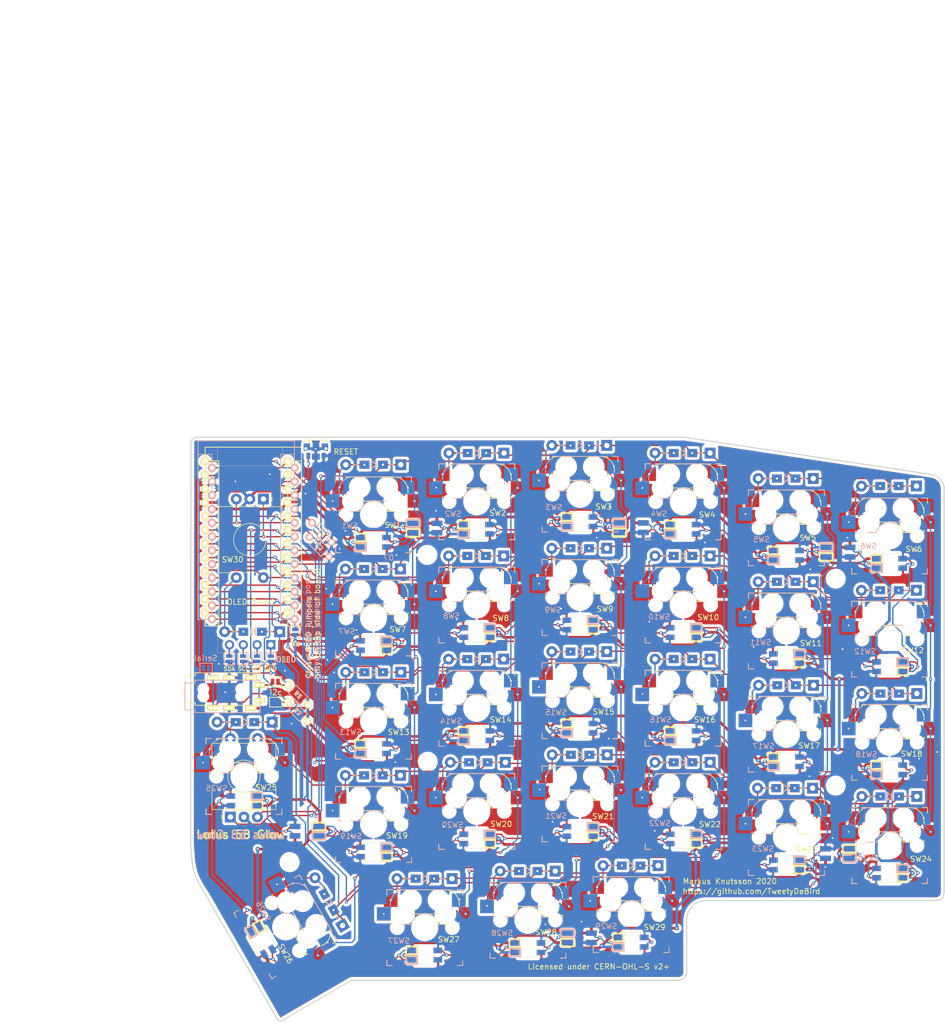
<source format=kicad_pcb>
(kicad_pcb (version 20171130) (host pcbnew "(5.1.6)-1")
  (title_block (title "Lotus 58 Glow MX") (date 2020-12-12) (rev 0.95) (company "Markus Knutsson <markus.knutsson@tweety.se>") (comment 1 https://github.com/TweetyDaBird) (comment 2 "Licensed under CERN-OHL-S v2 or any superseding version"))
  (layers (0 F.Cu signal) (31 B.Cu signal) (34 B.Paste user) (35 F.Paste user) (36 B.SilkS user) (37 F.SilkS user) (38 B.Mask user) (39 F.Mask user) (44 Edge.Cuts user))
  (net 0 "")
  (net 1 "Net-(D1-Pad2)")
  (net 2 row4)
  (net 3 "Net-(D2-Pad2)")
  (net 4 "Net-(D3-Pad2)")
  (net 5 row0)
  (net 6 "Net-(D4-Pad2)")
  (net 7 row1)
  (net 8 "Net-(D5-Pad2)")
  (net 9 row2)
  (net 10 "Net-(D6-Pad2)")
  (net 11 row3)
  (net 12 "Net-(D7-Pad2)")
  (net 13 "Net-(D8-Pad2)")
  (net 14 "Net-(D9-Pad2)")
  (net 15 "Net-(D10-Pad2)")
  (net 16 "Net-(D11-Pad2)")
  (net 17 "Net-(D12-Pad2)")
  (net 18 "Net-(D13-Pad2)")
  (net 19 "Net-(D14-Pad2)")
  (net 20 "Net-(D15-Pad2)")
  (net 21 "Net-(D16-Pad2)")
  (net 22 "Net-(D17-Pad2)")
  (net 23 "Net-(D18-Pad2)")
  (net 24 "Net-(D19-Pad2)")
  (net 25 "Net-(D20-Pad2)")
  (net 26 "Net-(D21-Pad2)")
  (net 27 "Net-(D22-Pad2)")
  (net 28 "Net-(D23-Pad2)")
  (net 29 "Net-(D24-Pad2)")
  (net 30 "Net-(D26-Pad2)")
  (net 31 "Net-(D27-Pad2)")
  (net 32 "Net-(D28-Pad2)")
  (net 33 VCC)
  (net 34 GND)
  (net 35 col0)
  (net 36 col1)
  (net 37 col2)
  (net 38 col3)
  (net 39 col4)
  (net 40 col5)
  (net 41 SDA)
  (net 42 LED)
  (net 43 SCL)
  (net 44 RESET)
  (net 45 "Net-(D29-Pad2)")
  (net 46 "Net-(U1-Pad24)")
  (net 47 DATA)
  (net 48 "Net-(JP1-Pad1)")
  (net 49 "Net-(JP2-Pad1)")
  (net 50 "Net-(JP3-Pad1)")
  (net 51 "Net-(JP4-Pad1)")
  (net 52 "Net-(L1-Pad1)")
  (net 53 "Net-(L2-Pad1)")
  (net 54 "Net-(L3-Pad1)")
  (net 55 "Net-(L4-Pad1)")
  (net 56 "Net-(L12-Pad3)")
  (net 57 "Net-(L13-Pad3)")
  (net 58 "Net-(L7-Pad3)")
  (net 59 "Net-(L8-Pad3)")
  (net 60 "Net-(L10-Pad1)")
  (net 61 "Net-(L10-Pad3)")
  (net 62 "Net-(L11-Pad3)")
  (net 63 "Net-(L13-Pad1)")
  (net 64 "Net-(L14-Pad1)")
  (net 65 "Net-(L15-Pad1)")
  (net 66 "Net-(L16-Pad1)")
  (net 67 "Net-(L17-Pad1)")
  (net 68 "Net-(L18-Pad1)")
  (net 69 "Net-(L19-Pad3)")
  (net 70 "Net-(L19-Pad1)")
  (net 71 "Net-(L20-Pad3)")
  (net 72 "Net-(L21-Pad3)")
  (net 73 "Net-(L22-Pad3)")
  (net 74 "Net-(L23-Pad3)")
  (net 75 "Net-(L25-Pad1)")
  (net 76 "Net-(L26-Pad1)")
  (net 77 "Net-(L27-Pad1)")
  (net 78 "Net-(L28-Pad1)")
  (net 79 "Net-(L29-Pad1)")
  (net 80 "Net-(D30-Pad2)")
  (net 81 Hand)
  (net 82 "Net-(L33-Pad1)")
  (net 83 "Net-(L33-Pad3)")
  (net 84 "Net-(J1-PadR2)")
  (net 85 "Net-(J1-PadS)")
  (net 86 B)
  (net 87 A)
  (net 88 Alt)
  (net 89 "Net-(L2-Pad3)")
  (net 90 "Net-(L34-Pad1)")
  (net 91 "Net-(L24-Pad1)")
  (net 92 "Net-(L25-Pad3)")
  (net 93 "Net-(L29-Pad3)")
  (module "Keyboard Library:SK6812MINI_Midmount_Reversible" (layer B.Cu) (at 133.4 52.68 180)
    (fp_text reference L2 hide)
    (fp_text value SK6812mini hide)
    (fp_line (start -1.75 1.8) (end -1.75 -1.8) (layer Edge.Cuts) (width 0.05))
    (fp_line (start 1.75 1.8) (end 1.75 -1.8) (layer Edge.Cuts) (width 0.05))
    (fp_line (start -1.75 1.8) (end 1.75 1.8) (layer Edge.Cuts) (width 0.05))
    (fp_line (start 1.75 -1.8) (end -1.75 -1.8) (layer Edge.Cuts) (width 0.05))
    (pad 4 smd rect (at 2.4 -0.875 180) (size 1.6 1) (layers B.Cu B.Paste B.Mask) (net 33 VCC))
    (pad 3 smd rect (at 2.4 0.875 180) (size 1.6 1) (layers B.Cu B.Paste B.Mask) (net 89 "Net-(L2-Pad3)"))
    (pad 1 smd rect (at -2.4 -0.875 180) (size 1.6 1) (layers B.Cu B.Paste B.Mask) (net 53 "Net-(L2-Pad1)"))
    (pad 2 smd rect (at -2.4 0.875 180) (size 1.6 1) (layers B.Cu B.Paste B.Mask) (net 34 GND))
    (pad 3 smd rect (at 2.4 -0.875 180) (size 1.6 1) (layers F.Cu F.Paste F.Mask) (net 89 "Net-(L2-Pad3)"))
    (pad 4 smd rect (at 2.4 0.875 180) (size 1.6 1) (layers F.Cu F.Paste F.Mask) (net 33 VCC))
    (pad 1 smd rect (at -2.4 0.875 180) (size 1.6 1) (layers F.Cu F.Paste F.Mask) (net 53 "Net-(L2-Pad1)"))
    (pad 2 smd rect (at -2.4 -0.875 180) (size 1.6 1) (layers F.Cu F.Paste F.Mask) (net 34 GND))
  )
  (module keyswitches:Kailh_socket_MX_reversible_RGB (layer F.Cu) (at 161.95 123.8)
    (fp_text reference SW29 (at 4.3184 2.3364) (layer F.SilkS))
    (fp_text value SW_PUSH)
    (fp_text user %R (at -4.5716 2.1332) (layer B.SilkS) (effects (justify mirror)))
    (pad 1 smd rect (at 7.56 -2.54 180) (size 2.55 2.5) (layers F.Cu F.Paste F.Mask) (net 36 col1))
    (pad "" np_thru_hole circle (at -5.08 0) (size 1.7018 1.7018) (drill 1.7018) (layers *.Cu *.Mask))
    (pad "" np_thru_hole circle (at 5.08 0) (size 1.7018 1.7018) (drill 1.7018) (layers *.Cu *.Mask))
    (pad "" np_thru_hole circle (at 0 0) (size 3.9878 3.9878) (drill 3.9878) (layers *.Cu *.Mask))
    (pad "" np_thru_hole circle (at -3.81 -2.54) (size 3 3) (drill 3) (layers *.Cu *.Mask))
    (pad "" np_thru_hole circle (at 2.54 -5.08) (size 3 3) (drill 3) (layers *.Cu *.Mask))
    (pad 2 smd rect (at -6.29 -5.08 180) (size 2.55 2.5) (layers F.Cu F.Paste F.Mask) (net 45 "Net-(D29-Pad2)"))
    (pad "" np_thru_hole circle (at -2.54 -5.08 180) (size 3 3) (drill 3) (layers *.Cu *.Mask))
    (pad "" np_thru_hole circle (at 3.81 -2.54 180) (size 3 3) (drill 3) (layers *.Cu *.Mask))
    (pad 1 smd rect (at 6.29 -5.08) (size 2.55 2.5) (layers B.Cu B.Paste B.Mask) (net 36 col1))
    (pad 2 smd rect (at -7.56 -2.54) (size 2.55 2.5) (layers B.Cu B.Paste B.Mask) (net 45 "Net-(D29-Pad2)"))
  )
  (module keyswitches:Kailh_socket_MX_reversible_RGB (layer F.Cu) (at 142.8977 124.8283)
    (fp_text reference SW28 (at 3.3555 2.2225) (layer F.SilkS))
    (fp_text value SW_PUSH)
    (fp_text user %R (at -4.7725 2.3749) (layer B.SilkS) (effects (justify mirror)))
    (pad 1 smd rect (at 7.56 -2.54 180) (size 2.55 2.5) (layers F.Cu F.Paste F.Mask) (net 37 col2))
    (pad "" np_thru_hole circle (at -5.08 0) (size 1.7018 1.7018) (drill 1.7018) (layers *.Cu *.Mask))
    (pad "" np_thru_hole circle (at 5.08 0) (size 1.7018 1.7018) (drill 1.7018) (layers *.Cu *.Mask))
    (pad "" np_thru_hole circle (at 0 0) (size 3.9878 3.9878) (drill 3.9878) (layers *.Cu *.Mask))
    (pad "" np_thru_hole circle (at -3.81 -2.54) (size 3 3) (drill 3) (layers *.Cu *.Mask))
    (pad "" np_thru_hole circle (at 2.54 -5.08) (size 3 3) (drill 3) (layers *.Cu *.Mask))
    (pad 2 smd rect (at -6.29 -5.08 180) (size 2.55 2.5) (layers F.Cu F.Paste F.Mask) (net 32 "Net-(D28-Pad2)"))
    (pad "" np_thru_hole circle (at -2.54 -5.08 180) (size 3 3) (drill 3) (layers *.Cu *.Mask))
    (pad "" np_thru_hole circle (at 3.81 -2.54 180) (size 3 3) (drill 3) (layers *.Cu *.Mask))
    (pad 1 smd rect (at 6.29 -5.08) (size 2.55 2.5) (layers B.Cu B.Paste B.Mask) (net 37 col2))
    (pad 2 smd rect (at -7.56 -2.54) (size 2.55 2.5) (layers B.Cu B.Paste B.Mask) (net 32 "Net-(D28-Pad2)"))
  )
  (module keyswitches:Kailh_socket_MX_reversible_RGB (layer F.Cu) (at 123.85 126.2)
    (fp_text reference SW27 (at 4.42 2.1716) (layer F.SilkS))
    (fp_text value SW_PUSH)
    (fp_text user %R (at -4.7748 2.4256) (layer B.SilkS) (effects (justify mirror)))
    (pad 1 smd rect (at 7.56 -2.54 180) (size 2.55 2.5) (layers F.Cu F.Paste F.Mask) (net 38 col3))
    (pad "" np_thru_hole circle (at -5.08 0) (size 1.7018 1.7018) (drill 1.7018) (layers *.Cu *.Mask))
    (pad "" np_thru_hole circle (at 5.08 0) (size 1.7018 1.7018) (drill 1.7018) (layers *.Cu *.Mask))
    (pad "" np_thru_hole circle (at 0 0) (size 3.9878 3.9878) (drill 3.9878) (layers *.Cu *.Mask))
    (pad "" np_thru_hole circle (at -3.81 -2.54) (size 3 3) (drill 3) (layers *.Cu *.Mask))
    (pad "" np_thru_hole circle (at 2.54 -5.08) (size 3 3) (drill 3) (layers *.Cu *.Mask))
    (pad 2 smd rect (at -6.29 -5.08 180) (size 2.55 2.5) (layers F.Cu F.Paste F.Mask) (net 31 "Net-(D27-Pad2)"))
    (pad "" np_thru_hole circle (at -2.54 -5.08 180) (size 3 3) (drill 3) (layers *.Cu *.Mask))
    (pad "" np_thru_hole circle (at 3.81 -2.54 180) (size 3 3) (drill 3) (layers *.Cu *.Mask))
    (pad 1 smd rect (at 6.29 -5.08) (size 2.55 2.5) (layers B.Cu B.Paste B.Mask) (net 38 col3))
    (pad 2 smd rect (at -7.56 -2.54) (size 2.55 2.5) (layers B.Cu B.Paste B.Mask) (net 31 "Net-(D27-Pad2)"))
  )
  (module keyswitches:Kailh_socket_MX_reversible_RGB (layer F.Cu) (at 98.171 126.0475 300)
    (fp_text reference SW26 (at 4.287722 2.504847 120) (layer F.SilkS))
    (fp_text value SW_PUSH)
    (fp_text user %R (at -4.544768 2.156768 120) (layer B.SilkS) (effects (justify mirror)))
    (pad 1 smd rect (at 7.56 -2.54 120) (size 2.55 2.5) (layers F.Cu F.Paste F.Mask) (net 39 col4))
    (pad "" np_thru_hole circle (at -5.08 0 300) (size 1.7018 1.7018) (drill 1.7018) (layers *.Cu *.Mask))
    (pad "" np_thru_hole circle (at 5.08 0 300) (size 1.7018 1.7018) (drill 1.7018) (layers *.Cu *.Mask))
    (pad "" np_thru_hole circle (at 0 0 300) (size 3.9878 3.9878) (drill 3.9878) (layers *.Cu *.Mask))
    (pad "" np_thru_hole circle (at -3.81 -2.54 300) (size 3 3) (drill 3) (layers *.Cu *.Mask))
    (pad "" np_thru_hole circle (at 2.54 -5.08 300) (size 3 3) (drill 3) (layers *.Cu *.Mask))
    (pad 2 smd rect (at -6.29 -5.08 120) (size 2.55 2.5) (layers F.Cu F.Paste F.Mask) (net 30 "Net-(D26-Pad2)"))
    (pad "" np_thru_hole circle (at -2.54 -5.08 120) (size 3 3) (drill 3) (layers *.Cu *.Mask))
    (pad "" np_thru_hole circle (at 3.81 -2.54 120) (size 3 3) (drill 3) (layers *.Cu *.Mask))
    (pad 1 smd rect (at 6.29 -5.08 300) (size 2.55 2.5) (layers B.Cu B.Paste B.Mask) (net 39 col4))
    (pad 2 smd rect (at -7.56 -2.54 300) (size 2.55 2.5) (layers B.Cu B.Paste B.Mask) (net 30 "Net-(D26-Pad2)"))
  )
  (module keyswitches:Kailh_socket_MX_reversible_RGB (layer F.Cu) (at 90.4748 98.2853)
    (fp_text reference SW25 (at 4.1148 2.0447) (layer F.SilkS))
    (fp_text value SW_PUSH)
    (fp_text user %R (at -5.0292 2.1971) (layer B.SilkS) (effects (justify mirror)))
    (pad 1 smd rect (at 7.56 -2.54 180) (size 2.55 2.5) (layers F.Cu F.Paste F.Mask) (net 40 col5))
    (pad "" np_thru_hole circle (at -5.08 0) (size 1.7018 1.7018) (drill 1.7018) (layers *.Cu *.Mask))
    (pad "" np_thru_hole circle (at 5.08 0) (size 1.7018 1.7018) (drill 1.7018) (layers *.Cu *.Mask))
    (pad "" np_thru_hole circle (at 0 0) (size 3.9878 3.9878) (drill 3.9878) (layers *.Cu *.Mask))
    (pad "" np_thru_hole circle (at -3.81 -2.54) (size 3 3) (drill 3) (layers *.Cu *.Mask))
    (pad "" np_thru_hole circle (at 2.54 -5.08) (size 3 3) (drill 3) (layers *.Cu *.Mask))
    (pad 2 smd rect (at -6.29 -5.08 180) (size 2.55 2.5) (layers F.Cu F.Paste F.Mask) (net 88 Alt))
    (pad "" np_thru_hole circle (at -2.54 -5.08 180) (size 3 3) (drill 3) (layers *.Cu *.Mask))
    (pad "" np_thru_hole circle (at 3.81 -2.54 180) (size 3 3) (drill 3) (layers *.Cu *.Mask))
    (pad 1 smd rect (at 6.29 -5.08) (size 2.55 2.5) (layers B.Cu B.Paste B.Mask) (net 40 col5))
    (pad 2 smd rect (at -7.56 -2.54) (size 2.55 2.5) (layers B.Cu B.Paste B.Mask) (net 88 Alt))
  )
  (module keyswitches:Kailh_socket_MX_reversible_RGB (layer F.Cu) (at 209.65 111.05)
    (fp_text reference SW24 (at 5.7928 2.488) (layer F.SilkS))
    (fp_text value SW_PUSH)
    (fp_text user %R (at -3.91 2.3356) (layer B.SilkS) (effects (justify mirror)))
    (pad 1 smd rect (at 7.56 -2.54 180) (size 2.55 2.5) (layers F.Cu F.Paste F.Mask) (net 35 col0))
    (pad "" np_thru_hole circle (at -5.08 0) (size 1.7018 1.7018) (drill 1.7018) (layers *.Cu *.Mask))
    (pad "" np_thru_hole circle (at 5.08 0) (size 1.7018 1.7018) (drill 1.7018) (layers *.Cu *.Mask))
    (pad "" np_thru_hole circle (at 0 0) (size 3.9878 3.9878) (drill 3.9878) (layers *.Cu *.Mask))
    (pad "" np_thru_hole circle (at -3.81 -2.54) (size 3 3) (drill 3) (layers *.Cu *.Mask))
    (pad "" np_thru_hole circle (at 2.54 -5.08) (size 3 3) (drill 3) (layers *.Cu *.Mask))
    (pad 2 smd rect (at -6.29 -5.08 180) (size 2.55 2.5) (layers F.Cu F.Paste F.Mask) (net 29 "Net-(D24-Pad2)"))
    (pad "" np_thru_hole circle (at -2.54 -5.08 180) (size 3 3) (drill 3) (layers *.Cu *.Mask))
    (pad "" np_thru_hole circle (at 3.81 -2.54 180) (size 3 3) (drill 3) (layers *.Cu *.Mask))
    (pad 1 smd rect (at 6.29 -5.08) (size 2.55 2.5) (layers B.Cu B.Paste B.Mask) (net 35 col0))
    (pad 2 smd rect (at -7.56 -2.54) (size 2.55 2.5) (layers B.Cu B.Paste B.Mask) (net 29 "Net-(D24-Pad2)"))
  )
  (module keyswitches:Kailh_socket_MX_reversible_RGB (layer F.Cu) (at 190.6 109.55)
    (fp_text reference SW23 (at 3.71 2.1592) (layer F.SilkS))
    (fp_text value SW_PUSH)
    (fp_text user %R (at -4.3164 2.1084) (layer B.SilkS) (effects (justify mirror)))
    (pad 1 smd rect (at 7.56 -2.54 180) (size 2.55 2.5) (layers F.Cu F.Paste F.Mask) (net 36 col1))
    (pad "" np_thru_hole circle (at -5.08 0) (size 1.7018 1.7018) (drill 1.7018) (layers *.Cu *.Mask))
    (pad "" np_thru_hole circle (at 5.08 0) (size 1.7018 1.7018) (drill 1.7018) (layers *.Cu *.Mask))
    (pad "" np_thru_hole circle (at 0 0) (size 3.9878 3.9878) (drill 3.9878) (layers *.Cu *.Mask))
    (pad "" np_thru_hole circle (at -3.81 -2.54) (size 3 3) (drill 3) (layers *.Cu *.Mask))
    (pad "" np_thru_hole circle (at 2.54 -5.08) (size 3 3) (drill 3) (layers *.Cu *.Mask))
    (pad 2 smd rect (at -6.29 -5.08 180) (size 2.55 2.5) (layers F.Cu F.Paste F.Mask) (net 28 "Net-(D23-Pad2)"))
    (pad "" np_thru_hole circle (at -2.54 -5.08 180) (size 3 3) (drill 3) (layers *.Cu *.Mask))
    (pad "" np_thru_hole circle (at 3.81 -2.54 180) (size 3 3) (drill 3) (layers *.Cu *.Mask))
    (pad 1 smd rect (at 6.29 -5.08) (size 2.55 2.5) (layers B.Cu B.Paste B.Mask) (net 36 col1))
    (pad 2 smd rect (at -7.56 -2.54) (size 2.55 2.5) (layers B.Cu B.Paste B.Mask) (net 28 "Net-(D23-Pad2)"))
  )
  (module keyswitches:Kailh_socket_MX_reversible_RGB (layer F.Cu) (at 171.55 104.75)
    (fp_text reference SW22 (at 4.9292 2.3872) (layer F.SilkS))
    (fp_text value SW_PUSH)
    (fp_text user %R (at -4.3164 2.184) (layer B.SilkS) (effects (justify mirror)))
    (pad 1 smd rect (at 7.56 -2.54 180) (size 2.55 2.5) (layers F.Cu F.Paste F.Mask) (net 37 col2))
    (pad "" np_thru_hole circle (at -5.08 0) (size 1.7018 1.7018) (drill 1.7018) (layers *.Cu *.Mask))
    (pad "" np_thru_hole circle (at 5.08 0) (size 1.7018 1.7018) (drill 1.7018) (layers *.Cu *.Mask))
    (pad "" np_thru_hole circle (at 0 0) (size 3.9878 3.9878) (drill 3.9878) (layers *.Cu *.Mask))
    (pad "" np_thru_hole circle (at -3.81 -2.54) (size 3 3) (drill 3) (layers *.Cu *.Mask))
    (pad "" np_thru_hole circle (at 2.54 -5.08) (size 3 3) (drill 3) (layers *.Cu *.Mask))
    (pad 2 smd rect (at -6.29 -5.08 180) (size 2.55 2.5) (layers F.Cu F.Paste F.Mask) (net 27 "Net-(D22-Pad2)"))
    (pad "" np_thru_hole circle (at -2.54 -5.08 180) (size 3 3) (drill 3) (layers *.Cu *.Mask))
    (pad "" np_thru_hole circle (at 3.81 -2.54 180) (size 3 3) (drill 3) (layers *.Cu *.Mask))
    (pad 1 smd rect (at 6.29 -5.08) (size 2.55 2.5) (layers B.Cu B.Paste B.Mask) (net 37 col2))
    (pad 2 smd rect (at -7.56 -2.54) (size 2.55 2.5) (layers B.Cu B.Paste B.Mask) (net 27 "Net-(D22-Pad2)"))
  )
  (module keyswitches:Kailh_socket_MX_reversible_RGB (layer F.Cu) (at 152.5 103.36)
    (fp_text reference SW21 (at 4.2688 2.304) (layer F.SilkS))
    (fp_text value SW_PUSH)
    (fp_text user %R (at -4.418 2.2532) (layer B.SilkS) (effects (justify mirror)))
    (pad 1 smd rect (at 7.56 -2.54 180) (size 2.55 2.5) (layers F.Cu F.Paste F.Mask) (net 38 col3))
    (pad "" np_thru_hole circle (at -5.08 0) (size 1.7018 1.7018) (drill 1.7018) (layers *.Cu *.Mask))
    (pad "" np_thru_hole circle (at 5.08 0) (size 1.7018 1.7018) (drill 1.7018) (layers *.Cu *.Mask))
    (pad "" np_thru_hole circle (at 0 0) (size 3.9878 3.9878) (drill 3.9878) (layers *.Cu *.Mask))
    (pad "" np_thru_hole circle (at -3.81 -2.54) (size 3 3) (drill 3) (layers *.Cu *.Mask))
    (pad "" np_thru_hole circle (at 2.54 -5.08) (size 3 3) (drill 3) (layers *.Cu *.Mask))
    (pad 2 smd rect (at -6.29 -5.08 180) (size 2.55 2.5) (layers F.Cu F.Paste F.Mask) (net 26 "Net-(D21-Pad2)"))
    (pad "" np_thru_hole circle (at -2.54 -5.08 180) (size 3 3) (drill 3) (layers *.Cu *.Mask))
    (pad "" np_thru_hole circle (at 3.81 -2.54 180) (size 3 3) (drill 3) (layers *.Cu *.Mask))
    (pad 1 smd rect (at 6.29 -5.08) (size 2.55 2.5) (layers B.Cu B.Paste B.Mask) (net 38 col3))
    (pad 2 smd rect (at -7.56 -2.54) (size 2.55 2.5) (layers B.Cu B.Paste B.Mask) (net 26 "Net-(D21-Pad2)"))
  )
  (module keyswitches:Kailh_socket_MX_reversible_RGB (layer F.Cu) (at 133.45 104.75)
    (fp_text reference SW20 (at 4.5228 2.3364) (layer F.SilkS))
    (fp_text value SW_PUSH)
    (fp_text user %R (at -4.4688 2.4888) (layer B.SilkS) (effects (justify mirror)))
    (pad 1 smd rect (at 7.56 -2.54 180) (size 2.55 2.5) (layers F.Cu F.Paste F.Mask) (net 39 col4))
    (pad "" np_thru_hole circle (at -5.08 0) (size 1.7018 1.7018) (drill 1.7018) (layers *.Cu *.Mask))
    (pad "" np_thru_hole circle (at 5.08 0) (size 1.7018 1.7018) (drill 1.7018) (layers *.Cu *.Mask))
    (pad "" np_thru_hole circle (at 0 0) (size 3.9878 3.9878) (drill 3.9878) (layers *.Cu *.Mask))
    (pad "" np_thru_hole circle (at -3.81 -2.54) (size 3 3) (drill 3) (layers *.Cu *.Mask))
    (pad "" np_thru_hole circle (at 2.54 -5.08) (size 3 3) (drill 3) (layers *.Cu *.Mask))
    (pad 2 smd rect (at -6.29 -5.08 180) (size 2.55 2.5) (layers F.Cu F.Paste F.Mask) (net 25 "Net-(D20-Pad2)"))
    (pad "" np_thru_hole circle (at -2.54 -5.08 180) (size 3 3) (drill 3) (layers *.Cu *.Mask))
    (pad "" np_thru_hole circle (at 3.81 -2.54 180) (size 3 3) (drill 3) (layers *.Cu *.Mask))
    (pad 1 smd rect (at 6.29 -5.08) (size 2.55 2.5) (layers B.Cu B.Paste B.Mask) (net 39 col4))
    (pad 2 smd rect (at -7.56 -2.54) (size 2.55 2.5) (layers B.Cu B.Paste B.Mask) (net 25 "Net-(D20-Pad2)"))
  )
  (module keyswitches:Kailh_socket_MX_reversible_RGB (layer F.Cu) (at 114.4 107.15)
    (fp_text reference SW19 (at 4.3196 2.07) (layer F.SilkS))
    (fp_text value SW_PUSH)
    (fp_text user %R (at -4.1132 2.1716) (layer B.SilkS) (effects (justify mirror)))
    (pad 1 smd rect (at 7.56 -2.54 180) (size 2.55 2.5) (layers F.Cu F.Paste F.Mask) (net 40 col5))
    (pad "" np_thru_hole circle (at -5.08 0) (size 1.7018 1.7018) (drill 1.7018) (layers *.Cu *.Mask))
    (pad "" np_thru_hole circle (at 5.08 0) (size 1.7018 1.7018) (drill 1.7018) (layers *.Cu *.Mask))
    (pad "" np_thru_hole circle (at 0 0) (size 3.9878 3.9878) (drill 3.9878) (layers *.Cu *.Mask))
    (pad "" np_thru_hole circle (at -3.81 -2.54) (size 3 3) (drill 3) (layers *.Cu *.Mask))
    (pad "" np_thru_hole circle (at 2.54 -5.08) (size 3 3) (drill 3) (layers *.Cu *.Mask))
    (pad 2 smd rect (at -6.29 -5.08 180) (size 2.55 2.5) (layers F.Cu F.Paste F.Mask) (net 24 "Net-(D19-Pad2)"))
    (pad "" np_thru_hole circle (at -2.54 -5.08 180) (size 3 3) (drill 3) (layers *.Cu *.Mask))
    (pad "" np_thru_hole circle (at 3.81 -2.54 180) (size 3 3) (drill 3) (layers *.Cu *.Mask))
    (pad 1 smd rect (at 6.29 -5.08) (size 2.55 2.5) (layers B.Cu B.Paste B.Mask) (net 40 col5))
    (pad 2 smd rect (at -7.56 -2.54) (size 2.55 2.5) (layers B.Cu B.Paste B.Mask) (net 24 "Net-(D19-Pad2)"))
  )
  (module keyswitches:Kailh_socket_MX_reversible_RGB (layer F.Cu) (at 209.65 92)
    (fp_text reference SW18 (at 4.0656 2.1324) (layer F.SilkS))
    (fp_text value SW_PUSH)
    (fp_text user %R (at -4.2656 2.234) (layer B.SilkS) (effects (justify mirror)))
    (pad 1 smd rect (at 7.56 -2.54 180) (size 2.55 2.5) (layers F.Cu F.Paste F.Mask) (net 35 col0))
    (pad "" np_thru_hole circle (at -5.08 0) (size 1.7018 1.7018) (drill 1.7018) (layers *.Cu *.Mask))
    (pad "" np_thru_hole circle (at 5.08 0) (size 1.7018 1.7018) (drill 1.7018) (layers *.Cu *.Mask))
    (pad "" np_thru_hole circle (at 0 0) (size 3.9878 3.9878) (drill 3.9878) (layers *.Cu *.Mask))
    (pad "" np_thru_hole circle (at -3.81 -2.54) (size 3 3) (drill 3) (layers *.Cu *.Mask))
    (pad "" np_thru_hole circle (at 2.54 -5.08) (size 3 3) (drill 3) (layers *.Cu *.Mask))
    (pad 2 smd rect (at -6.29 -5.08 180) (size 2.55 2.5) (layers F.Cu F.Paste F.Mask) (net 23 "Net-(D18-Pad2)"))
    (pad "" np_thru_hole circle (at -2.54 -5.08 180) (size 3 3) (drill 3) (layers *.Cu *.Mask))
    (pad "" np_thru_hole circle (at 3.81 -2.54 180) (size 3 3) (drill 3) (layers *.Cu *.Mask))
    (pad 1 smd rect (at 6.29 -5.08) (size 2.55 2.5) (layers B.Cu B.Paste B.Mask) (net 35 col0))
    (pad 2 smd rect (at -7.56 -2.54) (size 2.55 2.5) (layers B.Cu B.Paste B.Mask) (net 23 "Net-(D18-Pad2)"))
  )
  (module keyswitches:Kailh_socket_MX_reversible_RGB (layer F.Cu) (at 190.6 90.5)
    (fp_text reference SW17 (at 4.218 2.1084) (layer F.SilkS))
    (fp_text value SW_PUSH)
    (fp_text user %R (at -4.2148 2.21) (layer B.SilkS) (effects (justify mirror)))
    (pad 1 smd rect (at 7.56 -2.54 180) (size 2.55 2.5) (layers F.Cu F.Paste F.Mask) (net 36 col1))
    (pad "" np_thru_hole circle (at -5.08 0) (size 1.7018 1.7018) (drill 1.7018) (layers *.Cu *.Mask))
    (pad "" np_thru_hole circle (at 5.08 0) (size 1.7018 1.7018) (drill 1.7018) (layers *.Cu *.Mask))
    (pad "" np_thru_hole circle (at 0 0) (size 3.9878 3.9878) (drill 3.9878) (layers *.Cu *.Mask))
    (pad "" np_thru_hole circle (at -3.81 -2.54) (size 3 3) (drill 3) (layers *.Cu *.Mask))
    (pad "" np_thru_hole circle (at 2.54 -5.08) (size 3 3) (drill 3) (layers *.Cu *.Mask))
    (pad 2 smd rect (at -6.29 -5.08 180) (size 2.55 2.5) (layers F.Cu F.Paste F.Mask) (net 22 "Net-(D17-Pad2)"))
    (pad "" np_thru_hole circle (at -2.54 -5.08 180) (size 3 3) (drill 3) (layers *.Cu *.Mask))
    (pad "" np_thru_hole circle (at 3.81 -2.54 180) (size 3 3) (drill 3) (layers *.Cu *.Mask))
    (pad 1 smd rect (at 6.29 -5.08) (size 2.55 2.5) (layers B.Cu B.Paste B.Mask) (net 36 col1))
    (pad 2 smd rect (at -7.56 -2.54) (size 2.55 2.5) (layers B.Cu B.Paste B.Mask) (net 22 "Net-(D17-Pad2)"))
  )
  (module keyswitches:Kailh_socket_MX_reversible_RGB (layer F.Cu) (at 171.55 85.7)
    (fp_text reference SW16 (at 4.0148 2.1332) (layer F.SilkS))
    (fp_text value SW_PUSH)
    (fp_text user %R (at -4.164 2.1332) (layer B.SilkS) (effects (justify mirror)))
    (pad 1 smd rect (at 7.56 -2.54 180) (size 2.55 2.5) (layers F.Cu F.Paste F.Mask) (net 37 col2))
    (pad "" np_thru_hole circle (at -5.08 0) (size 1.7018 1.7018) (drill 1.7018) (layers *.Cu *.Mask))
    (pad "" np_thru_hole circle (at 5.08 0) (size 1.7018 1.7018) (drill 1.7018) (layers *.Cu *.Mask))
    (pad "" np_thru_hole circle (at 0 0) (size 3.9878 3.9878) (drill 3.9878) (layers *.Cu *.Mask))
    (pad "" np_thru_hole circle (at -3.81 -2.54) (size 3 3) (drill 3) (layers *.Cu *.Mask))
    (pad "" np_thru_hole circle (at 2.54 -5.08) (size 3 3) (drill 3) (layers *.Cu *.Mask))
    (pad 2 smd rect (at -6.29 -5.08 180) (size 2.55 2.5) (layers F.Cu F.Paste F.Mask) (net 21 "Net-(D16-Pad2)"))
    (pad "" np_thru_hole circle (at -2.54 -5.08 180) (size 3 3) (drill 3) (layers *.Cu *.Mask))
    (pad "" np_thru_hole circle (at 3.81 -2.54 180) (size 3 3) (drill 3) (layers *.Cu *.Mask))
    (pad 1 smd rect (at 6.29 -5.08) (size 2.55 2.5) (layers B.Cu B.Paste B.Mask) (net 37 col2))
    (pad 2 smd rect (at -7.56 -2.54) (size 2.55 2.5) (layers B.Cu B.Paste B.Mask) (net 21 "Net-(D16-Pad2)"))
  )
  (module keyswitches:Kailh_socket_MX_reversible_RGB (layer F.Cu) (at 152.5 84.31)
    (fp_text reference SW15 (at 4.3704 2.05) (layer F.SilkS))
    (fp_text value SW_PUSH)
    (fp_text user %R (at -4.418 2.1516) (layer B.SilkS) (effects (justify mirror)))
    (pad 1 smd rect (at 7.56 -2.54 180) (size 2.55 2.5) (layers F.Cu F.Paste F.Mask) (net 38 col3))
    (pad "" np_thru_hole circle (at -5.08 0) (size 1.7018 1.7018) (drill 1.7018) (layers *.Cu *.Mask))
    (pad "" np_thru_hole circle (at 5.08 0) (size 1.7018 1.7018) (drill 1.7018) (layers *.Cu *.Mask))
    (pad "" np_thru_hole circle (at 0 0) (size 3.9878 3.9878) (drill 3.9878) (layers *.Cu *.Mask))
    (pad "" np_thru_hole circle (at -3.81 -2.54) (size 3 3) (drill 3) (layers *.Cu *.Mask))
    (pad "" np_thru_hole circle (at 2.54 -5.08) (size 3 3) (drill 3) (layers *.Cu *.Mask))
    (pad 2 smd rect (at -6.29 -5.08 180) (size 2.55 2.5) (layers F.Cu F.Paste F.Mask) (net 20 "Net-(D15-Pad2)"))
    (pad "" np_thru_hole circle (at -2.54 -5.08 180) (size 3 3) (drill 3) (layers *.Cu *.Mask))
    (pad "" np_thru_hole circle (at 3.81 -2.54 180) (size 3 3) (drill 3) (layers *.Cu *.Mask))
    (pad 1 smd rect (at 6.29 -5.08) (size 2.55 2.5) (layers B.Cu B.Paste B.Mask) (net 38 col3))
    (pad 2 smd rect (at -7.56 -2.54) (size 2.55 2.5) (layers B.Cu B.Paste B.Mask) (net 20 "Net-(D15-Pad2)"))
  )
  (module keyswitches:Kailh_socket_MX_reversible_RGB (layer F.Cu) (at 133.45 85.7)
    (fp_text reference SW14 (at 4.4212 2.1332) (layer F.SilkS))
    (fp_text value SW_PUSH)
    (fp_text user %R (at -4.7736 2.3872) (layer B.SilkS) (effects (justify mirror)))
    (pad 1 smd rect (at 7.56 -2.54 180) (size 2.55 2.5) (layers F.Cu F.Paste F.Mask) (net 39 col4))
    (pad "" np_thru_hole circle (at -5.08 0) (size 1.7018 1.7018) (drill 1.7018) (layers *.Cu *.Mask))
    (pad "" np_thru_hole circle (at 5.08 0) (size 1.7018 1.7018) (drill 1.7018) (layers *.Cu *.Mask))
    (pad "" np_thru_hole circle (at 0 0) (size 3.9878 3.9878) (drill 3.9878) (layers *.Cu *.Mask))
    (pad "" np_thru_hole circle (at -3.81 -2.54) (size 3 3) (drill 3) (layers *.Cu *.Mask))
    (pad "" np_thru_hole circle (at 2.54 -5.08) (size 3 3) (drill 3) (layers *.Cu *.Mask))
    (pad 2 smd rect (at -6.29 -5.08 180) (size 2.55 2.5) (layers F.Cu F.Paste F.Mask) (net 19 "Net-(D14-Pad2)"))
    (pad "" np_thru_hole circle (at -2.54 -5.08 180) (size 3 3) (drill 3) (layers *.Cu *.Mask))
    (pad "" np_thru_hole circle (at 3.81 -2.54 180) (size 3 3) (drill 3) (layers *.Cu *.Mask))
    (pad 1 smd rect (at 6.29 -5.08) (size 2.55 2.5) (layers B.Cu B.Paste B.Mask) (net 39 col4))
    (pad 2 smd rect (at -7.56 -2.54) (size 2.55 2.5) (layers B.Cu B.Paste B.Mask) (net 19 "Net-(D14-Pad2)"))
  )
  (module keyswitches:Kailh_socket_MX_reversible_RGB (layer F.Cu) (at 114.4 88.1)
    (fp_text reference SW13 (at 4.6244 2.0192) (layer F.SilkS))
    (fp_text value SW_PUSH)
    (fp_text user %R (at -4.2148 2.0192) (layer B.SilkS) (effects (justify mirror)))
    (pad 1 smd rect (at 7.56 -2.54 180) (size 2.55 2.5) (layers F.Cu F.Paste F.Mask) (net 40 col5))
    (pad "" np_thru_hole circle (at -5.08 0) (size 1.7018 1.7018) (drill 1.7018) (layers *.Cu *.Mask))
    (pad "" np_thru_hole circle (at 5.08 0) (size 1.7018 1.7018) (drill 1.7018) (layers *.Cu *.Mask))
    (pad "" np_thru_hole circle (at 0 0) (size 3.9878 3.9878) (drill 3.9878) (layers *.Cu *.Mask))
    (pad "" np_thru_hole circle (at -3.81 -2.54) (size 3 3) (drill 3) (layers *.Cu *.Mask))
    (pad "" np_thru_hole circle (at 2.54 -5.08) (size 3 3) (drill 3) (layers *.Cu *.Mask))
    (pad 2 smd rect (at -6.29 -5.08 180) (size 2.55 2.5) (layers F.Cu F.Paste F.Mask) (net 18 "Net-(D13-Pad2)"))
    (pad "" np_thru_hole circle (at -2.54 -5.08 180) (size 3 3) (drill 3) (layers *.Cu *.Mask))
    (pad "" np_thru_hole circle (at 3.81 -2.54 180) (size 3 3) (drill 3) (layers *.Cu *.Mask))
    (pad 1 smd rect (at 6.29 -5.08) (size 2.55 2.5) (layers B.Cu B.Paste B.Mask) (net 40 col5))
    (pad 2 smd rect (at -7.56 -2.54) (size 2.55 2.5) (layers B.Cu B.Paste B.Mask) (net 18 "Net-(D13-Pad2)"))
  )
  (module keyswitches:Kailh_socket_MX_reversible_RGB (layer F.Cu) (at 209.65 72.95)
    (fp_text reference SW12 (at 4.3196 2.0816) (layer F.SilkS))
    (fp_text value SW_PUSH)
    (fp_text user %R (at -4.5196 2.2848) (layer B.SilkS) (effects (justify mirror)))
    (pad 1 smd rect (at 7.56 -2.54 180) (size 2.55 2.5) (layers F.Cu F.Paste F.Mask) (net 35 col0))
    (pad "" np_thru_hole circle (at -5.08 0) (size 1.7018 1.7018) (drill 1.7018) (layers *.Cu *.Mask))
    (pad "" np_thru_hole circle (at 5.08 0) (size 1.7018 1.7018) (drill 1.7018) (layers *.Cu *.Mask))
    (pad "" np_thru_hole circle (at 0 0) (size 3.9878 3.9878) (drill 3.9878) (layers *.Cu *.Mask))
    (pad "" np_thru_hole circle (at -3.81 -2.54) (size 3 3) (drill 3) (layers *.Cu *.Mask))
    (pad "" np_thru_hole circle (at 2.54 -5.08) (size 3 3) (drill 3) (layers *.Cu *.Mask))
    (pad 2 smd rect (at -6.29 -5.08 180) (size 2.55 2.5) (layers F.Cu F.Paste F.Mask) (net 17 "Net-(D12-Pad2)"))
    (pad "" np_thru_hole circle (at -2.54 -5.08 180) (size 3 3) (drill 3) (layers *.Cu *.Mask))
    (pad "" np_thru_hole circle (at 3.81 -2.54 180) (size 3 3) (drill 3) (layers *.Cu *.Mask))
    (pad 1 smd rect (at 6.29 -5.08) (size 2.55 2.5) (layers B.Cu B.Paste B.Mask) (net 35 col0))
    (pad 2 smd rect (at -7.56 -2.54) (size 2.55 2.5) (layers B.Cu B.Paste B.Mask) (net 17 "Net-(D12-Pad2)"))
  )
  (module keyswitches:Kailh_socket_MX_reversible_RGB (layer F.Cu) (at 190.6 71.45)
    (fp_text reference SW11 (at 4.5228 2.2608) (layer F.SilkS))
    (fp_text value SW_PUSH)
    (fp_text user %R (at -4.7736 2.1084) (layer B.SilkS) (effects (justify mirror)))
    (pad 1 smd rect (at 7.56 -2.54 180) (size 2.55 2.5) (layers F.Cu F.Paste F.Mask) (net 36 col1))
    (pad "" np_thru_hole circle (at -5.08 0) (size 1.7018 1.7018) (drill 1.7018) (layers *.Cu *.Mask))
    (pad "" np_thru_hole circle (at 5.08 0) (size 1.7018 1.7018) (drill 1.7018) (layers *.Cu *.Mask))
    (pad "" np_thru_hole circle (at 0 0) (size 3.9878 3.9878) (drill 3.9878) (layers *.Cu *.Mask))
    (pad "" np_thru_hole circle (at -3.81 -2.54) (size 3 3) (drill 3) (layers *.Cu *.Mask))
    (pad "" np_thru_hole circle (at 2.54 -5.08) (size 3 3) (drill 3) (layers *.Cu *.Mask))
    (pad 2 smd rect (at -6.29 -5.08 180) (size 2.55 2.5) (layers F.Cu F.Paste F.Mask) (net 16 "Net-(D11-Pad2)"))
    (pad "" np_thru_hole circle (at -2.54 -5.08 180) (size 3 3) (drill 3) (layers *.Cu *.Mask))
    (pad "" np_thru_hole circle (at 3.81 -2.54 180) (size 3 3) (drill 3) (layers *.Cu *.Mask))
    (pad 1 smd rect (at 6.29 -5.08) (size 2.55 2.5) (layers B.Cu B.Paste B.Mask) (net 36 col1))
    (pad 2 smd rect (at -7.56 -2.54) (size 2.55 2.5) (layers B.Cu B.Paste B.Mask) (net 16 "Net-(D11-Pad2)"))
  )
  (module keyswitches:Kailh_socket_MX_reversible_RGB (layer F.Cu) (at 171.55 66.65)
    (fp_text reference SW10 (at 4.6244 2.2856) (layer F.SilkS))
    (fp_text value SW_PUSH)
    (fp_text user %R (at -4.418 2.184) (layer B.SilkS) (effects (justify mirror)))
    (pad 1 smd rect (at 7.56 -2.54 180) (size 2.55 2.5) (layers F.Cu F.Paste F.Mask) (net 37 col2))
    (pad "" np_thru_hole circle (at -5.08 0) (size 1.7018 1.7018) (drill 1.7018) (layers *.Cu *.Mask))
    (pad "" np_thru_hole circle (at 5.08 0) (size 1.7018 1.7018) (drill 1.7018) (layers *.Cu *.Mask))
    (pad "" np_thru_hole circle (at 0 0) (size 3.9878 3.9878) (drill 3.9878) (layers *.Cu *.Mask))
    (pad "" np_thru_hole circle (at -3.81 -2.54) (size 3 3) (drill 3) (layers *.Cu *.Mask))
    (pad "" np_thru_hole circle (at 2.54 -5.08) (size 3 3) (drill 3) (layers *.Cu *.Mask))
    (pad 2 smd rect (at -6.29 -5.08 180) (size 2.55 2.5) (layers F.Cu F.Paste F.Mask) (net 15 "Net-(D10-Pad2)"))
    (pad "" np_thru_hole circle (at -2.54 -5.08 180) (size 3 3) (drill 3) (layers *.Cu *.Mask))
    (pad "" np_thru_hole circle (at 3.81 -2.54 180) (size 3 3) (drill 3) (layers *.Cu *.Mask))
    (pad 1 smd rect (at 6.29 -5.08) (size 2.55 2.5) (layers B.Cu B.Paste B.Mask) (net 37 col2))
    (pad 2 smd rect (at -7.56 -2.54) (size 2.55 2.5) (layers B.Cu B.Paste B.Mask) (net 15 "Net-(D10-Pad2)"))
  )
  (module keyswitches:Kailh_socket_MX_reversible_RGB (layer F.Cu) (at 152.5 65.26)
    (fp_text reference SW9 (at 4.6244 2.1516) (layer F.SilkS))
    (fp_text value SW_PUSH)
    (fp_text user %R (at -4.9768 2.304) (layer B.SilkS) (effects (justify mirror)))
    (pad 1 smd rect (at 7.56 -2.54 180) (size 2.55 2.5) (layers F.Cu F.Paste F.Mask) (net 38 col3))
    (pad "" np_thru_hole circle (at -5.08 0) (size 1.7018 1.7018) (drill 1.7018) (layers *.Cu *.Mask))
    (pad "" np_thru_hole circle (at 5.08 0) (size 1.7018 1.7018) (drill 1.7018) (layers *.Cu *.Mask))
    (pad "" np_thru_hole circle (at 0 0) (size 3.9878 3.9878) (drill 3.9878) (layers *.Cu *.Mask))
    (pad "" np_thru_hole circle (at -3.81 -2.54) (size 3 3) (drill 3) (layers *.Cu *.Mask))
    (pad "" np_thru_hole circle (at 2.54 -5.08) (size 3 3) (drill 3) (layers *.Cu *.Mask))
    (pad 2 smd rect (at -6.29 -5.08 180) (size 2.55 2.5) (layers F.Cu F.Paste F.Mask) (net 14 "Net-(D9-Pad2)"))
    (pad "" np_thru_hole circle (at -2.54 -5.08 180) (size 3 3) (drill 3) (layers *.Cu *.Mask))
    (pad "" np_thru_hole circle (at 3.81 -2.54 180) (size 3 3) (drill 3) (layers *.Cu *.Mask))
    (pad 1 smd rect (at 6.29 -5.08) (size 2.55 2.5) (layers B.Cu B.Paste B.Mask) (net 38 col3))
    (pad 2 smd rect (at -7.56 -2.54) (size 2.55 2.5) (layers B.Cu B.Paste B.Mask) (net 14 "Net-(D9-Pad2)"))
  )
  (module keyswitches:Kailh_socket_MX_reversible_RGB (layer F.Cu) (at 133.45 66.65)
    (fp_text reference SW8 (at 4.4212 2.438) (layer F.SilkS))
    (fp_text value SW_PUSH)
    (fp_text user %R (at -4.672 2.0316) (layer B.SilkS) (effects (justify mirror)))
    (pad 1 smd rect (at 7.56 -2.54 180) (size 2.55 2.5) (layers F.Cu F.Paste F.Mask) (net 39 col4))
    (pad "" np_thru_hole circle (at -5.08 0) (size 1.7018 1.7018) (drill 1.7018) (layers *.Cu *.Mask))
    (pad "" np_thru_hole circle (at 5.08 0) (size 1.7018 1.7018) (drill 1.7018) (layers *.Cu *.Mask))
    (pad "" np_thru_hole circle (at 0 0) (size 3.9878 3.9878) (drill 3.9878) (layers *.Cu *.Mask))
    (pad "" np_thru_hole circle (at -3.81 -2.54) (size 3 3) (drill 3) (layers *.Cu *.Mask))
    (pad "" np_thru_hole circle (at 2.54 -5.08) (size 3 3) (drill 3) (layers *.Cu *.Mask))
    (pad 2 smd rect (at -6.29 -5.08 180) (size 2.55 2.5) (layers F.Cu F.Paste F.Mask) (net 13 "Net-(D8-Pad2)"))
    (pad "" np_thru_hole circle (at -2.54 -5.08 180) (size 3 3) (drill 3) (layers *.Cu *.Mask))
    (pad "" np_thru_hole circle (at 3.81 -2.54 180) (size 3 3) (drill 3) (layers *.Cu *.Mask))
    (pad 1 smd rect (at 6.29 -5.08) (size 2.55 2.5) (layers B.Cu B.Paste B.Mask) (net 39 col4))
    (pad 2 smd rect (at -7.56 -2.54) (size 2.55 2.5) (layers B.Cu B.Paste B.Mask) (net 13 "Net-(D8-Pad2)"))
  )
  (module keyswitches:Kailh_socket_MX_reversible_RGB (layer F.Cu) (at 114.4 69.05)
    (fp_text reference SW7 (at 4.472 2.1208) (layer F.SilkS))
    (fp_text value SW_PUSH)
    (fp_text user %R (at -4.926 2.4764) (layer B.SilkS) (effects (justify mirror)))
    (pad 1 smd rect (at 7.56 -2.54 180) (size 2.55 2.5) (layers F.Cu F.Paste F.Mask) (net 40 col5))
    (pad "" np_thru_hole circle (at -5.08 0) (size 1.7018 1.7018) (drill 1.7018) (layers *.Cu *.Mask))
    (pad "" np_thru_hole circle (at 5.08 0) (size 1.7018 1.7018) (drill 1.7018) (layers *.Cu *.Mask))
    (pad "" np_thru_hole circle (at 0 0) (size 3.9878 3.9878) (drill 3.9878) (layers *.Cu *.Mask))
    (pad "" np_thru_hole circle (at -3.81 -2.54) (size 3 3) (drill 3) (layers *.Cu *.Mask))
    (pad "" np_thru_hole circle (at 2.54 -5.08) (size 3 3) (drill 3) (layers *.Cu *.Mask))
    (pad 2 smd rect (at -6.29 -5.08 180) (size 2.55 2.5) (layers F.Cu F.Paste F.Mask) (net 12 "Net-(D7-Pad2)"))
    (pad "" np_thru_hole circle (at -2.54 -5.08 180) (size 3 3) (drill 3) (layers *.Cu *.Mask))
    (pad "" np_thru_hole circle (at 3.81 -2.54 180) (size 3 3) (drill 3) (layers *.Cu *.Mask))
    (pad 1 smd rect (at 6.29 -5.08) (size 2.55 2.5) (layers B.Cu B.Paste B.Mask) (net 40 col5))
    (pad 2 smd rect (at -7.56 -2.54) (size 2.55 2.5) (layers B.Cu B.Paste B.Mask) (net 12 "Net-(D7-Pad2)"))
  )
  (module keyswitches:Kailh_socket_MX_reversible_RGB (layer F.Cu) (at 209.65 53.9)
    (fp_text reference SW6 (at 4.472 2.4372) (layer F.SilkS))
    (fp_text value SW_PUSH)
    (fp_text user %R (at -3.91 1.8784) (layer B.SilkS) (effects (justify mirror)))
    (pad 1 smd rect (at 7.56 -2.54 180) (size 2.55 2.5) (layers F.Cu F.Paste F.Mask) (net 35 col0))
    (pad "" np_thru_hole circle (at -5.08 0) (size 1.7018 1.7018) (drill 1.7018) (layers *.Cu *.Mask))
    (pad "" np_thru_hole circle (at 5.08 0) (size 1.7018 1.7018) (drill 1.7018) (layers *.Cu *.Mask))
    (pad "" np_thru_hole circle (at 0 0) (size 3.9878 3.9878) (drill 3.9878) (layers *.Cu *.Mask))
    (pad "" np_thru_hole circle (at -3.81 -2.54) (size 3 3) (drill 3) (layers *.Cu *.Mask))
    (pad "" np_thru_hole circle (at 2.54 -5.08) (size 3 3) (drill 3) (layers *.Cu *.Mask))
    (pad 2 smd rect (at -6.29 -5.08 180) (size 2.55 2.5) (layers F.Cu F.Paste F.Mask) (net 10 "Net-(D6-Pad2)"))
    (pad "" np_thru_hole circle (at -2.54 -5.08 180) (size 3 3) (drill 3) (layers *.Cu *.Mask))
    (pad "" np_thru_hole circle (at 3.81 -2.54 180) (size 3 3) (drill 3) (layers *.Cu *.Mask))
    (pad 1 smd rect (at 6.29 -5.08) (size 2.55 2.5) (layers B.Cu B.Paste B.Mask) (net 35 col0))
    (pad 2 smd rect (at -7.56 -2.54) (size 2.55 2.5) (layers B.Cu B.Paste B.Mask) (net 10 "Net-(D6-Pad2)"))
  )
  (module keyswitches:Kailh_socket_MX_reversible_RGB (layer F.Cu) (at 190.6 52.4)
    (fp_text reference SW5 (at 3.964 1.8544) (layer F.SilkS))
    (fp_text value SW_PUSH)
    (fp_text user %R (at -4.6212 2.1592) (layer B.SilkS) (effects (justify mirror)))
    (pad 1 smd rect (at 7.56 -2.54 180) (size 2.55 2.5) (layers F.Cu F.Paste F.Mask) (net 36 col1))
    (pad "" np_thru_hole circle (at -5.08 0) (size 1.7018 1.7018) (drill 1.7018) (layers *.Cu *.Mask))
    (pad "" np_thru_hole circle (at 5.08 0) (size 1.7018 1.7018) (drill 1.7018) (layers *.Cu *.Mask))
    (pad "" np_thru_hole circle (at 0 0) (size 3.9878 3.9878) (drill 3.9878) (layers *.Cu *.Mask))
    (pad "" np_thru_hole circle (at -3.81 -2.54) (size 3 3) (drill 3) (layers *.Cu *.Mask))
    (pad "" np_thru_hole circle (at 2.54 -5.08) (size 3 3) (drill 3) (layers *.Cu *.Mask))
    (pad 2 smd rect (at -6.29 -5.08 180) (size 2.55 2.5) (layers F.Cu F.Paste F.Mask) (net 8 "Net-(D5-Pad2)"))
    (pad "" np_thru_hole circle (at -2.54 -5.08 180) (size 3 3) (drill 3) (layers *.Cu *.Mask))
    (pad "" np_thru_hole circle (at 3.81 -2.54 180) (size 3 3) (drill 3) (layers *.Cu *.Mask))
    (pad 1 smd rect (at 6.29 -5.08) (size 2.55 2.5) (layers B.Cu B.Paste B.Mask) (net 36 col1))
    (pad 2 smd rect (at -7.56 -2.54) (size 2.55 2.5) (layers B.Cu B.Paste B.Mask) (net 8 "Net-(D5-Pad2)"))
  )
  (module keyswitches:Kailh_socket_MX_reversible_RGB (layer F.Cu) (at 171.55 47.6)
    (fp_text reference SW4 (at 4.4212 2.3872) (layer F.SilkS))
    (fp_text value SW_PUSH)
    (fp_text user %R (at -4.4688 2.2348) (layer B.SilkS) (effects (justify mirror)))
    (pad 1 smd rect (at 7.56 -2.54 180) (size 2.55 2.5) (layers F.Cu F.Paste F.Mask) (net 37 col2))
    (pad "" np_thru_hole circle (at -5.08 0) (size 1.7018 1.7018) (drill 1.7018) (layers *.Cu *.Mask))
    (pad "" np_thru_hole circle (at 5.08 0) (size 1.7018 1.7018) (drill 1.7018) (layers *.Cu *.Mask))
    (pad "" np_thru_hole circle (at 0 0) (size 3.9878 3.9878) (drill 3.9878) (layers *.Cu *.Mask))
    (pad "" np_thru_hole circle (at -3.81 -2.54) (size 3 3) (drill 3) (layers *.Cu *.Mask))
    (pad "" np_thru_hole circle (at 2.54 -5.08) (size 3 3) (drill 3) (layers *.Cu *.Mask))
    (pad 2 smd rect (at -6.29 -5.08 180) (size 2.55 2.5) (layers F.Cu F.Paste F.Mask) (net 6 "Net-(D4-Pad2)"))
    (pad "" np_thru_hole circle (at -2.54 -5.08 180) (size 3 3) (drill 3) (layers *.Cu *.Mask))
    (pad "" np_thru_hole circle (at 3.81 -2.54 180) (size 3 3) (drill 3) (layers *.Cu *.Mask))
    (pad 1 smd rect (at 6.29 -5.08) (size 2.55 2.5) (layers B.Cu B.Paste B.Mask) (net 37 col2))
    (pad 2 smd rect (at -7.56 -2.54) (size 2.55 2.5) (layers B.Cu B.Paste B.Mask) (net 6 "Net-(D4-Pad2)"))
  )
  (module keyswitches:Kailh_socket_MX_reversible_RGB (layer F.Cu) (at 152.5 46.21)
    (fp_text reference SW3 (at 4.3704 2.304) (layer F.SilkS))
    (fp_text value SW_PUSH)
    (fp_text user %R (at -4.7736 2.4056) (layer B.SilkS) (effects (justify mirror)))
    (pad 1 smd rect (at 7.56 -2.54 180) (size 2.55 2.5) (layers F.Cu F.Paste F.Mask) (net 38 col3))
    (pad "" np_thru_hole circle (at -5.08 0) (size 1.7018 1.7018) (drill 1.7018) (layers *.Cu *.Mask))
    (pad "" np_thru_hole circle (at 5.08 0) (size 1.7018 1.7018) (drill 1.7018) (layers *.Cu *.Mask))
    (pad "" np_thru_hole circle (at 0 0) (size 3.9878 3.9878) (drill 3.9878) (layers *.Cu *.Mask))
    (pad "" np_thru_hole circle (at -3.81 -2.54) (size 3 3) (drill 3) (layers *.Cu *.Mask))
    (pad "" np_thru_hole circle (at 2.54 -5.08) (size 3 3) (drill 3) (layers *.Cu *.Mask))
    (pad 2 smd rect (at -6.29 -5.08 180) (size 2.55 2.5) (layers F.Cu F.Paste F.Mask) (net 4 "Net-(D3-Pad2)"))
    (pad "" np_thru_hole circle (at -2.54 -5.08 180) (size 3 3) (drill 3) (layers *.Cu *.Mask))
    (pad "" np_thru_hole circle (at 3.81 -2.54 180) (size 3 3) (drill 3) (layers *.Cu *.Mask))
    (pad 1 smd rect (at 6.29 -5.08) (size 2.55 2.5) (layers B.Cu B.Paste B.Mask) (net 38 col3))
    (pad 2 smd rect (at -7.56 -2.54) (size 2.55 2.5) (layers B.Cu B.Paste B.Mask) (net 4 "Net-(D3-Pad2)"))
  )
  (module keyswitches:Kailh_socket_MX_reversible_RGB (layer F.Cu) (at 133.45 47.6)
    (fp_text reference SW2 (at 3.8624 2.0824) (layer F.SilkS))
    (fp_text value SW_PUSH)
    (fp_text user %R (at -4.3672 2.2348) (layer B.SilkS) (effects (justify mirror)))
    (pad 1 smd rect (at 7.56 -2.54 180) (size 2.55 2.5) (layers F.Cu F.Paste F.Mask) (net 39 col4))
    (pad "" np_thru_hole circle (at -5.08 0) (size 1.7018 1.7018) (drill 1.7018) (layers *.Cu *.Mask))
    (pad "" np_thru_hole circle (at 5.08 0) (size 1.7018 1.7018) (drill 1.7018) (layers *.Cu *.Mask))
    (pad "" np_thru_hole circle (at 0 0) (size 3.9878 3.9878) (drill 3.9878) (layers *.Cu *.Mask))
    (pad "" np_thru_hole circle (at -3.81 -2.54) (size 3 3) (drill 3) (layers *.Cu *.Mask))
    (pad "" np_thru_hole circle (at 2.54 -5.08) (size 3 3) (drill 3) (layers *.Cu *.Mask))
    (pad 2 smd rect (at -6.29 -5.08 180) (size 2.55 2.5) (layers F.Cu F.Paste F.Mask) (net 3 "Net-(D2-Pad2)"))
    (pad "" np_thru_hole circle (at -2.54 -5.08 180) (size 3 3) (drill 3) (layers *.Cu *.Mask))
    (pad "" np_thru_hole circle (at 3.81 -2.54 180) (size 3 3) (drill 3) (layers *.Cu *.Mask))
    (pad 1 smd rect (at 6.29 -5.08) (size 2.55 2.5) (layers B.Cu B.Paste B.Mask) (net 39 col4))
    (pad 2 smd rect (at -7.56 -2.54) (size 2.55 2.5) (layers B.Cu B.Paste B.Mask) (net 3 "Net-(D2-Pad2)"))
  )
  (module keyswitches:Kailh_socket_MX_reversible_RGB (layer F.Cu) (at 114.4 50)
    (fp_text reference SW1 (at 3.5576 1.9176) (layer F.SilkS))
    (fp_text value SW_PUSH)
    (fp_text user %R (at -4.418 2.0192) (layer B.SilkS) (effects (justify mirror)))
    (pad 1 smd rect (at 7.56 -2.54 180) (size 2.55 2.5) (layers F.Cu F.Paste F.Mask) (net 40 col5))
    (pad "" np_thru_hole circle (at -5.08 0) (size 1.7018 1.7018) (drill 1.7018) (layers *.Cu *.Mask))
    (pad "" np_thru_hole circle (at 5.08 0) (size 1.7018 1.7018) (drill 1.7018) (layers *.Cu *.Mask))
    (pad "" np_thru_hole circle (at 0 0) (size 3.9878 3.9878) (drill 3.9878) (layers *.Cu *.Mask))
    (pad "" np_thru_hole circle (at -3.81 -2.54) (size 3 3) (drill 3) (layers *.Cu *.Mask))
    (pad "" np_thru_hole circle (at 2.54 -5.08) (size 3 3) (drill 3) (layers *.Cu *.Mask))
    (pad 2 smd rect (at -6.29 -5.08 180) (size 2.55 2.5) (layers F.Cu F.Paste F.Mask) (net 1 "Net-(D1-Pad2)"))
    (pad "" np_thru_hole circle (at -2.54 -5.08 180) (size 3 3) (drill 3) (layers *.Cu *.Mask))
    (pad "" np_thru_hole circle (at 3.81 -2.54 180) (size 3 3) (drill 3) (layers *.Cu *.Mask))
    (pad 1 smd rect (at 6.29 -5.08) (size 2.55 2.5) (layers B.Cu B.Paste B.Mask) (net 40 col5))
    (pad 2 smd rect (at -7.56 -2.54) (size 2.55 2.5) (layers B.Cu B.Paste B.Mask) (net 1 "Net-(D1-Pad2)"))
  )
  (module Keebio-Parts:RotaryEncoder_EC11-no-legs (layer F.Cu) (at 90.4748 98.2853 90)
    (fp_text reference SW31)
    (fp_text value Rotary_Encoder_Switch)
    (pad A thru_hole rect (at -7.5 -2.5 90) (size 2 2) (drill 1) (layers *.Cu *.Mask) (net 87 A))
    (pad C thru_hole circle (at -7.5 0 90) (size 2 2) (drill 1) (layers *.Cu *.Mask) (net 34 GND))
    (pad B thru_hole circle (at -7.5 2.5 90) (size 2 2) (drill 1) (layers *.Cu *.Mask) (net 86 B))
    (pad S2 thru_hole circle (at 7 -2.5 90) (size 2 2) (drill 1) (layers *.Cu *.Mask) (net 88 Alt))
    (pad S1 thru_hole circle (at 7 2.5 90) (size 2 2) (drill 1) (layers *.Cu *.Mask) (net 40 col5))
  )
  (module "Keyboard Library:Diode_DO35_SOD123" (layer B.Cu) (at 90.678 88.265 180)
    (fp_text reference D25 hide)
    (fp_text value D hide)
    (pad 1 thru_hole rect (at -5 0.00254) (size 1.99898 1.99898) (drill 1) (layers *.Cu *.Mask) (net 2 row4))
    (pad 2 thru_hole circle (at 5.16 0.00254) (size 1.99898 1.99898) (drill 1) (layers *.Cu *.Mask) (net 88 Alt))
    (pad 1 thru_hole rect (at -1.7 0 180) (size 1.8 1.5) (drill 0.4) (layers *.Cu *.Mask) (net 2 row4))
    (pad 2 thru_hole rect (at 1.7 0 180) (size 1.8 1.5) (drill 0.4) (layers *.Cu *.Mask) (net 88 Alt))
  )
  (module "Keyboard Library:MJ-4PP-9_alim" (layer F.Cu) (at 81.4705 82.169 90)
    (fp_text reference J1 hide)
    (fp_text value AudioJack4 hide)
    (pad "" np_thru_hole circle (at -1.35 8.5 90) (size 1.2 1.2) (drill 1.2) (layers *.Cu *.Mask F.SilkS))
    (pad "" np_thru_hole circle (at -1.35 1.5 90) (size 1.2 1.2) (drill 1.2) (layers *.Cu *.Mask F.SilkS))
    (pad T thru_hole rect (at -3.45 10.3 90) (size 1 2.1) (drill oval 0.3 1.6) (layers *.Cu *.Mask F.SilkS) (net 33 VCC) (clearance 0.15))
    (pad S thru_hole rect (at 0.75 11.8 90) (size 1 2.1) (drill oval 0.3 1.6) (layers *.Cu *.Mask F.SilkS) (net 85 "Net-(J1-PadS)") (clearance 0.15))
    (pad R2 thru_hole rect (at -3.45 3.3 90) (size 1 2.1) (drill oval 0.3 1.6) (layers *.Cu *.Mask F.SilkS) (net 84 "Net-(J1-PadR2)") (clearance 0.15))
    (pad R1 thru_hole rect (at -3.45 6.3 90) (size 1 2.1) (drill oval 0.3 1.6) (layers *.Cu *.Mask F.SilkS) (net 34 GND) (clearance 0.15))
    (pad "" np_thru_hole circle (at 0 1.5 90) (size 1.2 1.2) (drill 1.2) (layers *.Cu *.Mask F.SilkS))
    (pad "" np_thru_hole circle (at 0 8.5 90) (size 1.2 1.2) (drill 1.2) (layers *.Cu *.Mask F.SilkS))
    (pad R2 thru_hole rect (at 2.1 3.3 90) (size 1 2.1) (drill oval 0.3 1.6) (layers *.Cu *.Mask F.SilkS) (net 84 "Net-(J1-PadR2)") (clearance 0.15))
    (pad R1 thru_hole rect (at 2.1 6.3 90) (size 1 2.1) (drill oval 0.3 1.6) (layers *.Cu *.Mask F.SilkS) (net 34 GND) (clearance 0.15))
    (pad T thru_hole rect (at 2.1 10.3 90) (size 1 2.1) (drill oval 0.3 1.6) (layers *.Cu *.Mask F.SilkS) (net 33 VCC) (clearance 0.15))
    (pad S thru_hole rect (at -2.1 11.8 90) (size 1 2.1) (drill oval 0.3 1.6) (layers *.Cu *.Mask F.SilkS) (net 85 "Net-(J1-PadS)") (clearance 0.15))
  )
  (module "Keyboard Library:Jumper_Mini" (layer F.Cu) (at 99.949 71.6407 270)
    (fp_text reference JP13 hide)
    (fp_text value RH (at 2.2225 -0.0762 180) (layer F.SilkS) (effects (font (size 0.8128 0.8128))))
    (pad 2 smd rect (at 0.50038 0 270) (size 0.635 1.143) (layers F.Cu F.Paste F.Mask) (net 34 GND) (clearance 0.1905))
    (pad 1 smd rect (at -0.50038 0 270) (size 0.635 1.143) (layers F.Cu F.Paste F.Mask) (net 81 Hand) (clearance 0.1905))
  )
  (module "Keyboard Library:Jumper_Mini" (layer B.Cu) (at 99.949 71.6407 270)
    (fp_text reference JP12 hide)
    (fp_text value LH (at 2.2225 -0.0762 180) (layer B.SilkS) (effects (font (size 0.8128 0.8128)) (justify mirror)))
    (pad 2 smd rect (at 0.50038 0 270) (size 0.635 1.143) (layers B.Cu B.Paste B.Mask) (net 33 VCC) (clearance 0.1905))
    (pad 1 smd rect (at -0.50038 0 270) (size 0.635 1.143) (layers B.Cu B.Paste B.Mask) (net 81 Hand) (clearance 0.1905))
  )
  (module "Keyboard Library:Jumper_Mini" (layer B.Cu) (at 83.5025 78.2955 180)
    (fp_text reference JP11 hide)
    (fp_text value Jumper_NO_Small hide)
    (pad 2 smd rect (at 0.50038 0 180) (size 0.635 1.143) (layers B.Cu B.Paste B.Mask) (net 47 DATA) (clearance 0.1905))
    (pad 1 smd rect (at -0.50038 0 180) (size 0.635 1.143) (layers B.Cu B.Paste B.Mask) (net 84 "Net-(J1-PadR2)") (clearance 0.1905))
  )
  (module "Keyboard Library:Jumper_Mini" (layer F.Cu) (at 96.266 80.8228)
    (fp_text reference JP10 hide)
    (fp_text value Jumper_NO_Small hide)
    (pad 2 smd rect (at 0.50038 0) (size 0.635 1.143) (layers F.Cu F.Paste F.Mask) (net 41 SDA) (clearance 0.1905))
    (pad 1 smd rect (at -0.50038 0) (size 0.635 1.143) (layers F.Cu F.Paste F.Mask) (net 85 "Net-(J1-PadS)") (clearance 0.1905))
  )
  (module "Keyboard Library:Jumper_Mini" (layer F.Cu) (at 96.3295 84.582 180)
    (fp_text reference JP9 hide)
    (fp_text value Jumper_NO_Small hide)
    (pad 2 smd rect (at 0.50038 0 180) (size 0.635 1.143) (layers F.Cu F.Paste F.Mask) (net 84 "Net-(J1-PadR2)") (clearance 0.1905))
    (pad 1 smd rect (at -0.50038 0 180) (size 0.635 1.143) (layers F.Cu F.Paste F.Mask) (net 43 SCL) (clearance 0.1905))
  )
  (module "Keyboard Library:Jumper_Mini" (layer B.Cu) (at 87.7679 76.5755 270)
    (fp_text reference JP8 hide)
    (fp_text value Jumper_NO_Small hide)
    (pad 2 smd rect (at 0.50038 0 270) (size 0.635 1.143) (layers B.Cu B.Paste B.Mask) (net 34 GND) (clearance 0.1905))
    (pad 1 smd rect (at -0.50038 0 270) (size 0.635 1.143) (layers B.Cu B.Paste B.Mask) (net 51 "Net-(JP4-Pad1)") (clearance 0.1905))
  )
  (module "Keyboard Library:Jumper_Mini" (layer B.Cu) (at 90.339332 76.5755 270)
    (fp_text reference JP7 hide)
    (fp_text value Jumper_NO_Small hide)
    (pad 2 smd rect (at 0.50038 0 270) (size 0.635 1.143) (layers B.Cu B.Paste B.Mask) (net 33 VCC) (clearance 0.1905))
    (pad 1 smd rect (at -0.50038 0 270) (size 0.635 1.143) (layers B.Cu B.Paste B.Mask) (net 50 "Net-(JP3-Pad1)") (clearance 0.1905))
  )
  (module "Keyboard Library:Jumper_Mini" (layer B.Cu) (at 92.910766 76.5755 270)
    (fp_text reference JP6 hide)
    (fp_text value Jumper_NO_Small hide)
    (pad 2 smd rect (at 0.50038 0 270) (size 0.635 1.143) (layers B.Cu B.Paste B.Mask) (net 43 SCL) (clearance 0.1905))
    (pad 1 smd rect (at -0.50038 0 270) (size 0.635 1.143) (layers B.Cu B.Paste B.Mask) (net 49 "Net-(JP2-Pad1)") (clearance 0.1905))
  )
  (module "Keyboard Library:Jumper_Mini" (layer B.Cu) (at 95.4187 76.5755 270)
    (fp_text reference JP5 hide)
    (fp_text value Jumper_NO_Small hide)
    (pad 2 smd rect (at 0.50038 0 270) (size 0.635 1.143) (layers B.Cu B.Paste B.Mask) (net 41 SDA) (clearance 0.1905))
    (pad 1 smd rect (at -0.50038 0 270) (size 0.635 1.143) (layers B.Cu B.Paste B.Mask) (net 48 "Net-(JP1-Pad1)") (clearance 0.1905))
  )
  (module "Keyboard Library:Jumper_Mini" (layer F.Cu) (at 87.7679 76.5755 270)
    (fp_text reference JP4 hide)
    (fp_text value Jumper_NO_Small hide)
    (pad 2 smd rect (at 0.50038 0 270) (size 0.635 1.143) (layers F.Cu F.Paste F.Mask) (net 41 SDA) (clearance 0.1905))
    (pad 1 smd rect (at -0.50038 0 270) (size 0.635 1.143) (layers F.Cu F.Paste F.Mask) (net 51 "Net-(JP4-Pad1)") (clearance 0.1905))
  )
  (module "Keyboard Library:Jumper_Mini" (layer F.Cu) (at 90.339332 76.5755 270)
    (fp_text reference JP3 hide)
    (fp_text value Jumper_NO_Small hide)
    (pad 2 smd rect (at 0.50038 0 270) (size 0.635 1.143) (layers F.Cu F.Paste F.Mask) (net 43 SCL) (clearance 0.1905))
    (pad 1 smd rect (at -0.50038 0 270) (size 0.635 1.143) (layers F.Cu F.Paste F.Mask) (net 50 "Net-(JP3-Pad1)") (clearance 0.1905))
  )
  (module "Keyboard Library:Jumper_Mini" (layer F.Cu) (at 92.910766 76.5755 270)
    (fp_text reference JP2 hide)
    (fp_text value Jumper_NO_Small hide)
    (pad 2 smd rect (at 0.50038 0 270) (size 0.635 1.143) (layers F.Cu F.Paste F.Mask) (net 33 VCC) (clearance 0.1905))
    (pad 1 smd rect (at -0.50038 0 270) (size 0.635 1.143) (layers F.Cu F.Paste F.Mask) (net 49 "Net-(JP2-Pad1)") (clearance 0.1905))
  )
  (module "Keyboard Library:Jumper_Mini" (layer F.Cu) (at 95.4187 76.5755 270)
    (fp_text reference JP1 hide)
    (fp_text value Jumper_NO_Small hide)
    (pad 2 smd rect (at 0.50038 0 270) (size 0.635 1.143) (layers F.Cu F.Paste F.Mask) (net 34 GND) (clearance 0.1905))
    (pad 1 smd rect (at -0.50038 0 270) (size 0.635 1.143) (layers F.Cu F.Paste F.Mask) (net 48 "Net-(JP1-Pad1)") (clearance 0.1905))
  )
  (module "Keyboard Library:RESISTOR_Reversible" (layer F.Cu) (at 100.3935 86.36 135)
    (fp_text reference R2 (at 0 0 135) (layer F.SilkS) (effects (font (size 0.8 0.8))))
    (fp_text value R hide)
    (fp_text user R1 (at 0 0 135) (layer B.SilkS) (effects (font (size 0.8 0.8)) (justify mirror)))
    (pad 2 thru_hole circle (at 2.54 0 135) (size 1.397 1.397) (drill 0.8128) (layers *.Cu *.Mask F.SilkS) (net 43 SCL))
    (pad 1 thru_hole circle (at -2.54 0 135) (size 1.397 1.397) (drill 0.8128) (layers *.Cu *.Mask F.SilkS) (net 33 VCC))
  )
  (module "Keyboard Library:RESISTOR_Reversible" (layer F.Cu) (at 100.457 83.2485 135)
    (fp_text reference R1 (at 0 0 135) (layer F.SilkS) (effects (font (size 0.8 0.8))))
    (fp_text value R hide)
    (fp_text user R1 (at 0 0 135) (layer B.SilkS) (effects (font (size 0.8 0.8)) (justify mirror)))
    (pad 2 thru_hole circle (at 2.54 0 135) (size 1.397 1.397) (drill 0.8128) (layers *.Cu *.Mask F.SilkS) (net 41 SDA))
    (pad 1 thru_hole circle (at -2.54 0 135) (size 1.397 1.397) (drill 0.8128) (layers *.Cu *.Mask F.SilkS) (net 33 VCC))
  )
  (module "Keyboard Library:RESISTOR_Reversible" (layer B.Cu) (at 104.375949 55.912749 135)
    (fp_text reference C2 (at 0 0 135) (layer B.SilkS) (effects (font (size 0.8 0.8)) (justify mirror)))
    (fp_text value C_Small hide)
    (fp_text user C2 (at 0 0 135) (layer F.SilkS) (effects (font (size 0.8 0.8))))
    (pad 2 thru_hole circle (at 2.54 0 135) (size 1.397 1.397) (drill 0.8128) (layers *.Cu *.Mask B.SilkS) (net 87 A))
    (pad 1 thru_hole circle (at -2.54 0 135) (size 1.397 1.397) (drill 0.8128) (layers *.Cu *.Mask B.SilkS) (net 34 GND))
  )
  (module "Keyboard Library:RESISTOR_Reversible" (layer B.Cu) (at 104.8385 53.2765 315)
    (fp_text reference C1 (at 0 0 135) (layer B.SilkS) (effects (font (size 0.8 0.8)) (justify mirror)))
    (fp_text value C_Small hide)
    (fp_text user C1 (at 0 0 135) (layer F.SilkS) (effects (font (size 0.8 0.8))))
    (pad 2 thru_hole circle (at 2.54 0 315) (size 1.397 1.397) (drill 0.8128) (layers *.Cu *.Mask B.SilkS) (net 34 GND))
    (pad 1 thru_hole circle (at -2.54 0 315) (size 1.397 1.397) (drill 0.8128) (layers *.Cu *.Mask B.SilkS) (net 86 B))
  )
  (module "Keyboard Library:Diode_DO35_SOD123" (layer F.Cu) (at 92.075 71.5805 180)
    (fp_text reference D30 hide)
    (fp_text value D hide)
    (pad 1 thru_hole rect (at -5 -0.00254) (size 1.99898 1.99898) (drill 1) (layers *.Cu *.Mask) (net 2 row4))
    (pad 2 thru_hole circle (at 5.16 -0.00254) (size 1.99898 1.99898) (drill 1) (layers *.Cu *.Mask) (net 80 "Net-(D30-Pad2)"))
    (pad 1 thru_hole rect (at -1.7 0 180) (size 1.8 1.5) (drill 0.4) (layers *.Cu *.Mask) (net 2 row4))
    (pad 2 thru_hole rect (at 1.7 0 180) (size 1.8 1.5) (drill 0.4) (layers *.Cu *.Mask) (net 80 "Net-(D30-Pad2)"))
  )
  (module "Keyboard Library:Diode_DO35_SOD123" (layer B.Cu) (at 161.925 114.7445 180)
    (fp_text reference D29 hide)
    (fp_text value D hide)
    (pad 1 thru_hole rect (at -5 0.00254) (size 1.99898 1.99898) (drill 1) (layers *.Cu *.Mask) (net 2 row4))
    (pad 2 thru_hole circle (at 5.16 0.00254) (size 1.99898 1.99898) (drill 1) (layers *.Cu *.Mask) (net 45 "Net-(D29-Pad2)"))
    (pad 1 thru_hole rect (at -1.7 0 180) (size 1.8 1.5) (drill 0.4) (layers *.Cu *.Mask) (net 2 row4))
    (pad 2 thru_hole rect (at 1.7 0 180) (size 1.8 1.5) (drill 0.4) (layers *.Cu *.Mask) (net 45 "Net-(D29-Pad2)"))
  )
  (module "Keyboard Library:Diode_DO35_SOD123" (layer B.Cu) (at 142.9385 115.7605 180)
    (fp_text reference D28 hide)
    (fp_text value D hide)
    (pad 1 thru_hole rect (at -5 0.00254) (size 1.99898 1.99898) (drill 1) (layers *.Cu *.Mask) (net 2 row4))
    (pad 2 thru_hole circle (at 5.16 0.00254) (size 1.99898 1.99898) (drill 1) (layers *.Cu *.Mask) (net 32 "Net-(D28-Pad2)"))
    (pad 1 thru_hole rect (at -1.7 0 180) (size 1.8 1.5) (drill 0.4) (layers *.Cu *.Mask) (net 2 row4))
    (pad 2 thru_hole rect (at 1.7 0 180) (size 1.8 1.5) (drill 0.4) (layers *.Cu *.Mask) (net 32 "Net-(D28-Pad2)"))
  )
  (module "Keyboard Library:Diode_DO35_SOD123" (layer B.Cu) (at 123.8885 117.1575 180)
    (fp_text reference D27 hide)
    (fp_text value D hide)
    (pad 1 thru_hole rect (at -5 0.00254) (size 1.99898 1.99898) (drill 1) (layers *.Cu *.Mask) (net 2 row4))
    (pad 2 thru_hole circle (at 5.16 0.00254) (size 1.99898 1.99898) (drill 1) (layers *.Cu *.Mask) (net 31 "Net-(D27-Pad2)"))
    (pad 1 thru_hole rect (at -1.7 0 180) (size 1.8 1.5) (drill 0.4) (layers *.Cu *.Mask) (net 2 row4))
    (pad 2 thru_hole rect (at 1.7 0 180) (size 1.8 1.5) (drill 0.4) (layers *.Cu *.Mask) (net 31 "Net-(D27-Pad2)"))
  )
  (module "Keyboard Library:Diode_DO35_SOD123" (layer B.Cu) (at 106.172 121.4755 120)
    (fp_text reference D26 hide)
    (fp_text value D hide)
    (pad 1 thru_hole rect (at -5 0.00254 300) (size 1.99898 1.99898) (drill 1) (layers *.Cu *.Mask) (net 2 row4))
    (pad 2 thru_hole circle (at 5.16 0.00254 300) (size 1.99898 1.99898) (drill 1) (layers *.Cu *.Mask) (net 30 "Net-(D26-Pad2)"))
    (pad 1 thru_hole rect (at -1.7 0 120) (size 1.8 1.5) (drill 0.4) (layers *.Cu *.Mask) (net 2 row4))
    (pad 2 thru_hole rect (at 1.7 0 120) (size 1.8 1.5) (drill 0.4) (layers *.Cu *.Mask) (net 30 "Net-(D26-Pad2)"))
  )
  (module "Keyboard Library:Diode_DO35_SOD123" (layer B.Cu) (at 209.677 101.981 180)
    (fp_text reference D24 hide)
    (fp_text value D hide)
    (pad 1 thru_hole rect (at -5 0.00254) (size 1.99898 1.99898) (drill 1) (layers *.Cu *.Mask) (net 11 row3))
    (pad 2 thru_hole circle (at 5.16 0.00254) (size 1.99898 1.99898) (drill 1) (layers *.Cu *.Mask) (net 29 "Net-(D24-Pad2)"))
    (pad 1 thru_hole rect (at -1.7 0 180) (size 1.8 1.5) (drill 0.4) (layers *.Cu *.Mask) (net 11 row3))
    (pad 2 thru_hole rect (at 1.7 0 180) (size 1.8 1.5) (drill 0.4) (layers *.Cu *.Mask) (net 29 "Net-(D24-Pad2)"))
  )
  (module "Keyboard Library:Diode_DO35_SOD123" (layer B.Cu) (at 190.4365 100.457 180)
    (fp_text reference D23 hide)
    (fp_text value D hide)
    (pad 1 thru_hole rect (at -5 0.00254) (size 1.99898 1.99898) (drill 1) (layers *.Cu *.Mask) (net 11 row3))
    (pad 2 thru_hole circle (at 5.16 0.00254) (size 1.99898 1.99898) (drill 1) (layers *.Cu *.Mask) (net 28 "Net-(D23-Pad2)"))
    (pad 1 thru_hole rect (at -1.7 0 180) (size 1.8 1.5) (drill 0.4) (layers *.Cu *.Mask) (net 11 row3))
    (pad 2 thru_hole rect (at 1.7 0 180) (size 1.8 1.5) (drill 0.4) (layers *.Cu *.Mask) (net 28 "Net-(D23-Pad2)"))
  )
  (module "Keyboard Library:Diode_DO35_SOD123" (layer B.Cu) (at 171.5135 95.6945 180)
    (fp_text reference D22 hide)
    (fp_text value D hide)
    (pad 1 thru_hole rect (at -5 0.00254) (size 1.99898 1.99898) (drill 1) (layers *.Cu *.Mask) (net 11 row3))
    (pad 2 thru_hole circle (at 5.16 0.00254) (size 1.99898 1.99898) (drill 1) (layers *.Cu *.Mask) (net 27 "Net-(D22-Pad2)"))
    (pad 1 thru_hole rect (at -1.7 0 180) (size 1.8 1.5) (drill 0.4) (layers *.Cu *.Mask) (net 11 row3))
    (pad 2 thru_hole rect (at 1.7 0 180) (size 1.8 1.5) (drill 0.4) (layers *.Cu *.Mask) (net 27 "Net-(D22-Pad2)"))
  )
  (module "Keyboard Library:Diode_DO35_SOD123" (layer B.Cu) (at 152.527 94.2975 180)
    (fp_text reference D21 hide)
    (fp_text value D hide)
    (pad 1 thru_hole rect (at -5 0.00254) (size 1.99898 1.99898) (drill 1) (layers *.Cu *.Mask) (net 11 row3))
    (pad 2 thru_hole circle (at 5.16 0.00254) (size 1.99898 1.99898) (drill 1) (layers *.Cu *.Mask) (net 26 "Net-(D21-Pad2)"))
    (pad 1 thru_hole rect (at -1.7 0 180) (size 1.8 1.5) (drill 0.4) (layers *.Cu *.Mask) (net 11 row3))
    (pad 2 thru_hole rect (at 1.7 0 180) (size 1.8 1.5) (drill 0.4) (layers *.Cu *.Mask) (net 26 "Net-(D21-Pad2)"))
  )
  (module "Keyboard Library:Diode_DO35_SOD123" (layer B.Cu) (at 133.731 95.6945 180)
    (fp_text reference D20 hide)
    (fp_text value D hide)
    (pad 1 thru_hole rect (at -5 0.00254) (size 1.99898 1.99898) (drill 1) (layers *.Cu *.Mask) (net 11 row3))
    (pad 2 thru_hole circle (at 5.16 0.00254) (size 1.99898 1.99898) (drill 1) (layers *.Cu *.Mask) (net 25 "Net-(D20-Pad2)"))
    (pad 1 thru_hole rect (at -1.7 0 180) (size 1.8 1.5) (drill 0.4) (layers *.Cu *.Mask) (net 11 row3))
    (pad 2 thru_hole rect (at 1.7 0 180) (size 1.8 1.5) (drill 0.4) (layers *.Cu *.Mask) (net 25 "Net-(D20-Pad2)"))
  )
  (module "Keyboard Library:Diode_DO35_SOD123" (layer B.Cu) (at 114.3635 98.1075 180)
    (fp_text reference D19 hide)
    (fp_text value D hide)
    (pad 1 thru_hole rect (at -5 0.00254) (size 1.99898 1.99898) (drill 1) (layers *.Cu *.Mask) (net 11 row3))
    (pad 2 thru_hole circle (at 5.16 0.00254) (size 1.99898 1.99898) (drill 1) (layers *.Cu *.Mask) (net 24 "Net-(D19-Pad2)"))
    (pad 1 thru_hole rect (at -1.7 0 180) (size 1.8 1.5) (drill 0.4) (layers *.Cu *.Mask) (net 11 row3))
    (pad 2 thru_hole rect (at 1.7 0 180) (size 1.8 1.5) (drill 0.4) (layers *.Cu *.Mask) (net 24 "Net-(D19-Pad2)"))
  )
  (module "Keyboard Library:Diode_DO35_SOD123" (layer B.Cu) (at 209.677 82.9945 180)
    (fp_text reference D18 hide)
    (fp_text value D hide)
    (pad 1 thru_hole rect (at -5 0.00254) (size 1.99898 1.99898) (drill 1) (layers *.Cu *.Mask) (net 9 row2))
    (pad 2 thru_hole circle (at 5.16 0.00254) (size 1.99898 1.99898) (drill 1) (layers *.Cu *.Mask) (net 23 "Net-(D18-Pad2)"))
    (pad 1 thru_hole rect (at -1.7 0 180) (size 1.8 1.5) (drill 0.4) (layers *.Cu *.Mask) (net 9 row2))
    (pad 2 thru_hole rect (at 1.7 0 180) (size 1.8 1.5) (drill 0.4) (layers *.Cu *.Mask) (net 23 "Net-(D18-Pad2)"))
  )
  (module "Keyboard Library:Diode_DO35_SOD123" (layer B.Cu) (at 190.627 81.4705 180)
    (fp_text reference D17 hide)
    (fp_text value D hide)
    (pad 1 thru_hole rect (at -5 0.00254) (size 1.99898 1.99898) (drill 1) (layers *.Cu *.Mask) (net 9 row2))
    (pad 2 thru_hole circle (at 5.16 0.00254) (size 1.99898 1.99898) (drill 1) (layers *.Cu *.Mask) (net 22 "Net-(D17-Pad2)"))
    (pad 1 thru_hole rect (at -1.7 0 180) (size 1.8 1.5) (drill 0.4) (layers *.Cu *.Mask) (net 9 row2))
    (pad 2 thru_hole rect (at 1.7 0 180) (size 1.8 1.5) (drill 0.4) (layers *.Cu *.Mask) (net 22 "Net-(D17-Pad2)"))
  )
  (module "Keyboard Library:Diode_DO35_SOD123" (layer B.Cu) (at 171.5135 76.6445 180)
    (fp_text reference D16 hide)
    (fp_text value D hide)
    (pad 1 thru_hole rect (at -5 0.00254) (size 1.99898 1.99898) (drill 1) (layers *.Cu *.Mask) (net 9 row2))
    (pad 2 thru_hole circle (at 5.16 0.00254) (size 1.99898 1.99898) (drill 1) (layers *.Cu *.Mask) (net 21 "Net-(D16-Pad2)"))
    (pad 1 thru_hole rect (at -1.7 0 180) (size 1.8 1.5) (drill 0.4) (layers *.Cu *.Mask) (net 9 row2))
    (pad 2 thru_hole rect (at 1.7 0 180) (size 1.8 1.5) (drill 0.4) (layers *.Cu *.Mask) (net 21 "Net-(D16-Pad2)"))
  )
  (module "Keyboard Library:Diode_DO35_SOD123" (layer B.Cu) (at 152.4635 75.2475 180)
    (fp_text reference D15 hide)
    (fp_text value D hide)
    (pad 1 thru_hole rect (at -5 0.00254) (size 1.99898 1.99898) (drill 1) (layers *.Cu *.Mask) (net 9 row2))
    (pad 2 thru_hole circle (at 5.16 0.00254) (size 1.99898 1.99898) (drill 1) (layers *.Cu *.Mask) (net 20 "Net-(D15-Pad2)"))
    (pad 1 thru_hole rect (at -1.7 0 180) (size 1.8 1.5) (drill 0.4) (layers *.Cu *.Mask) (net 9 row2))
    (pad 2 thru_hole rect (at 1.7 0 180) (size 1.8 1.5) (drill 0.4) (layers *.Cu *.Mask) (net 20 "Net-(D15-Pad2)"))
  )
  (module "Keyboard Library:Diode_DO35_SOD123" (layer B.Cu) (at 133.4135 76.6445 180)
    (fp_text reference D14 hide)
    (fp_text value D hide)
    (pad 1 thru_hole rect (at -5 0.00254) (size 1.99898 1.99898) (drill 1) (layers *.Cu *.Mask) (net 9 row2))
    (pad 2 thru_hole circle (at 5.16 0.00254) (size 1.99898 1.99898) (drill 1) (layers *.Cu *.Mask) (net 19 "Net-(D14-Pad2)"))
    (pad 1 thru_hole rect (at -1.7 0 180) (size 1.8 1.5) (drill 0.4) (layers *.Cu *.Mask) (net 9 row2))
    (pad 2 thru_hole rect (at 1.7 0 180) (size 1.8 1.5) (drill 0.4) (layers *.Cu *.Mask) (net 19 "Net-(D14-Pad2)"))
  )
  (module "Keyboard Library:Diode_DO35_SOD123" (layer B.Cu) (at 114.427 79.0575 180)
    (fp_text reference D13 hide)
    (fp_text value D hide)
    (pad 1 thru_hole rect (at -5 0.00254) (size 1.99898 1.99898) (drill 1) (layers *.Cu *.Mask) (net 9 row2))
    (pad 2 thru_hole circle (at 5.16 0.00254) (size 1.99898 1.99898) (drill 1) (layers *.Cu *.Mask) (net 18 "Net-(D13-Pad2)"))
    (pad 1 thru_hole rect (at -1.7 0 180) (size 1.8 1.5) (drill 0.4) (layers *.Cu *.Mask) (net 9 row2))
    (pad 2 thru_hole rect (at 1.7 0 180) (size 1.8 1.5) (drill 0.4) (layers *.Cu *.Mask) (net 18 "Net-(D13-Pad2)"))
  )
  (module "Keyboard Library:Diode_DO35_SOD123" (layer B.Cu) (at 209.6135 63.9445 180)
    (fp_text reference D12 hide)
    (fp_text value D hide)
    (pad 1 thru_hole rect (at -5 0.00254) (size 1.99898 1.99898) (drill 1) (layers *.Cu *.Mask) (net 7 row1))
    (pad 2 thru_hole circle (at 5.16 0.00254) (size 1.99898 1.99898) (drill 1) (layers *.Cu *.Mask) (net 17 "Net-(D12-Pad2)"))
    (pad 1 thru_hole rect (at -1.7 0 180) (size 1.8 1.5) (drill 0.4) (layers *.Cu *.Mask) (net 7 row1))
    (pad 2 thru_hole rect (at 1.7 0 180) (size 1.8 1.5) (drill 0.4) (layers *.Cu *.Mask) (net 17 "Net-(D12-Pad2)"))
  )
  (module "Keyboard Library:Diode_DO35_SOD123" (layer B.Cu) (at 190.5635 62.357 180)
    (fp_text reference D11 hide)
    (fp_text value D hide)
    (pad 1 thru_hole rect (at -5 0.00254) (size 1.99898 1.99898) (drill 1) (layers *.Cu *.Mask) (net 7 row1))
    (pad 2 thru_hole circle (at 5.16 0.00254) (size 1.99898 1.99898) (drill 1) (layers *.Cu *.Mask) (net 16 "Net-(D11-Pad2)"))
    (pad 1 thru_hole rect (at -1.7 0 180) (size 1.8 1.5) (drill 0.4) (layers *.Cu *.Mask) (net 7 row1))
    (pad 2 thru_hole rect (at 1.7 0 180) (size 1.8 1.5) (drill 0.4) (layers *.Cu *.Mask) (net 16 "Net-(D11-Pad2)"))
  )
  (module "Keyboard Library:Diode_DO35_SOD123" (layer B.Cu) (at 171.5135 57.5945 180)
    (fp_text reference D10 hide)
    (fp_text value D hide)
    (pad 1 thru_hole rect (at -5 0.00254) (size 1.99898 1.99898) (drill 1) (layers *.Cu *.Mask) (net 7 row1))
    (pad 2 thru_hole circle (at 5.16 0.00254) (size 1.99898 1.99898) (drill 1) (layers *.Cu *.Mask) (net 15 "Net-(D10-Pad2)"))
    (pad 1 thru_hole rect (at -1.7 0 180) (size 1.8 1.5) (drill 0.4) (layers *.Cu *.Mask) (net 7 row1))
    (pad 2 thru_hole rect (at 1.7 0 180) (size 1.8 1.5) (drill 0.4) (layers *.Cu *.Mask) (net 15 "Net-(D10-Pad2)"))
  )
  (module "Keyboard Library:Diode_DO35_SOD123" (layer B.Cu) (at 152.4635 56.1975 180)
    (fp_text reference D9 hide)
    (fp_text value D hide)
    (pad 1 thru_hole rect (at -5 0.00254) (size 1.99898 1.99898) (drill 1) (layers *.Cu *.Mask) (net 7 row1))
    (pad 2 thru_hole circle (at 5.16 0.00254) (size 1.99898 1.99898) (drill 1) (layers *.Cu *.Mask) (net 14 "Net-(D9-Pad2)"))
    (pad 1 thru_hole rect (at -1.7 0 180) (size 1.8 1.5) (drill 0.4) (layers *.Cu *.Mask) (net 7 row1))
    (pad 2 thru_hole rect (at 1.7 0 180) (size 1.8 1.5) (drill 0.4) (layers *.Cu *.Mask) (net 14 "Net-(D9-Pad2)"))
  )
  (module "Keyboard Library:Diode_DO35_SOD123" (layer B.Cu) (at 133.4135 57.5945 180)
    (fp_text reference D8 hide)
    (fp_text value D hide)
    (pad 1 thru_hole rect (at -5 0.00254) (size 1.99898 1.99898) (drill 1) (layers *.Cu *.Mask) (net 7 row1))
    (pad 2 thru_hole circle (at 5.16 0.00254) (size 1.99898 1.99898) (drill 1) (layers *.Cu *.Mask) (net 13 "Net-(D8-Pad2)"))
    (pad 1 thru_hole rect (at -1.7 0 180) (size 1.8 1.5) (drill 0.4) (layers *.Cu *.Mask) (net 7 row1))
    (pad 2 thru_hole rect (at 1.7 0 180) (size 1.8 1.5) (drill 0.4) (layers *.Cu *.Mask) (net 13 "Net-(D8-Pad2)"))
  )
  (module "Keyboard Library:Diode_DO35_SOD123" (layer B.Cu) (at 114.3635 60.0075 180)
    (fp_text reference D7 (at -2.794 2.0955) (layer B.SilkS) (effects (justify mirror)))
    (fp_text value D hide)
    (pad 1 thru_hole rect (at -5 0.00254) (size 1.99898 1.99898) (drill 1) (layers *.Cu *.Mask) (net 7 row1))
    (pad 2 thru_hole circle (at 5.16 0.00254) (size 1.99898 1.99898) (drill 1) (layers *.Cu *.Mask) (net 12 "Net-(D7-Pad2)"))
    (pad 1 thru_hole rect (at -1.7 0 180) (size 1.8 1.5) (drill 0.4) (layers *.Cu *.Mask) (net 7 row1))
    (pad 2 thru_hole rect (at 1.7 0 180) (size 1.8 1.5) (drill 0.4) (layers *.Cu *.Mask) (net 12 "Net-(D7-Pad2)"))
  )
  (module "Keyboard Library:Diode_DO35_SOD123" (layer B.Cu) (at 209.6135 44.704 180)
    (fp_text reference D6 hide)
    (fp_text value D hide)
    (pad 1 thru_hole rect (at -5 0.00254) (size 1.99898 1.99898) (drill 1) (layers *.Cu *.Mask) (net 5 row0))
    (pad 2 thru_hole circle (at 5.16 0.00254) (size 1.99898 1.99898) (drill 1) (layers *.Cu *.Mask) (net 10 "Net-(D6-Pad2)"))
    (pad 1 thru_hole rect (at -1.7 0 180) (size 1.8 1.5) (drill 0.4) (layers *.Cu *.Mask) (net 5 row0))
    (pad 2 thru_hole rect (at 1.7 0 180) (size 1.8 1.5) (drill 0.4) (layers *.Cu *.Mask) (net 10 "Net-(D6-Pad2)"))
  )
  (module "Keyboard Library:Diode_DO35_SOD123" (layer B.Cu) (at 190.5635 43.307 180)
    (fp_text reference D5 hide)
    (fp_text value D hide)
    (pad 1 thru_hole rect (at -5 0.00254) (size 1.99898 1.99898) (drill 1) (layers *.Cu *.Mask) (net 5 row0))
    (pad 2 thru_hole circle (at 5.16 0.00254) (size 1.99898 1.99898) (drill 1) (layers *.Cu *.Mask) (net 8 "Net-(D5-Pad2)"))
    (pad 1 thru_hole rect (at -1.7 0 180) (size 1.8 1.5) (drill 0.4) (layers *.Cu *.Mask) (net 5 row0))
    (pad 2 thru_hole rect (at 1.7 0 180) (size 1.8 1.5) (drill 0.4) (layers *.Cu *.Mask) (net 8 "Net-(D5-Pad2)"))
  )
  (module "Keyboard Library:Diode_DO35_SOD123" (layer B.Cu) (at 171.5135 38.608 180)
    (fp_text reference D4 hide)
    (fp_text value D hide)
    (pad 1 thru_hole rect (at -5 0.00254) (size 1.99898 1.99898) (drill 1) (layers *.Cu *.Mask) (net 5 row0))
    (pad 2 thru_hole circle (at 5.16 0.00254) (size 1.99898 1.99898) (drill 1) (layers *.Cu *.Mask) (net 6 "Net-(D4-Pad2)"))
    (pad 1 thru_hole rect (at -1.7 0 180) (size 1.8 1.5) (drill 0.4) (layers *.Cu *.Mask) (net 5 row0))
    (pad 2 thru_hole rect (at 1.7 0 180) (size 1.8 1.5) (drill 0.4) (layers *.Cu *.Mask) (net 6 "Net-(D4-Pad2)"))
  )
  (module "Keyboard Library:Diode_DO35_SOD123" (layer B.Cu) (at 152.4635 37.211 180)
    (fp_text reference D3 hide)
    (fp_text value D hide)
    (pad 1 thru_hole rect (at -5 0.00254) (size 1.99898 1.99898) (drill 1) (layers *.Cu *.Mask) (net 5 row0))
    (pad 2 thru_hole circle (at 5.16 0.00254) (size 1.99898 1.99898) (drill 1) (layers *.Cu *.Mask) (net 4 "Net-(D3-Pad2)"))
    (pad 1 thru_hole rect (at -1.7 0 180) (size 1.8 1.5) (drill 0.4) (layers *.Cu *.Mask) (net 5 row0))
    (pad 2 thru_hole rect (at 1.7 0 180) (size 1.8 1.5) (drill 0.4) (layers *.Cu *.Mask) (net 4 "Net-(D3-Pad2)"))
  )
  (module "Keyboard Library:Diode_DO35_SOD123" (layer B.Cu) (at 133.477 38.608 180)
    (fp_text reference D2 hide)
    (fp_text value D hide)
    (pad 1 thru_hole rect (at -5 0.00254) (size 1.99898 1.99898) (drill 1) (layers *.Cu *.Mask) (net 5 row0))
    (pad 2 thru_hole circle (at 5.16 0.00254) (size 1.99898 1.99898) (drill 1) (layers *.Cu *.Mask) (net 3 "Net-(D2-Pad2)"))
    (pad 1 thru_hole rect (at -1.7 0 180) (size 1.8 1.5) (drill 0.4) (layers *.Cu *.Mask) (net 5 row0))
    (pad 2 thru_hole rect (at 1.7 0 180) (size 1.8 1.5) (drill 0.4) (layers *.Cu *.Mask) (net 3 "Net-(D2-Pad2)"))
  )
  (module "Keyboard Library:Diode_DO35_SOD123" (layer B.Cu) (at 114.427 40.767 180)
    (fp_text reference D1 hide)
    (fp_text value D hide)
    (pad 1 thru_hole rect (at -5 0.00254) (size 1.99898 1.99898) (drill 1) (layers *.Cu *.Mask) (net 5 row0))
    (pad 2 thru_hole circle (at 5.16 0.00254) (size 1.99898 1.99898) (drill 1) (layers *.Cu *.Mask) (net 1 "Net-(D1-Pad2)"))
    (pad 1 thru_hole rect (at -1.7 0 180) (size 1.8 1.5) (drill 0.4) (layers *.Cu *.Mask) (net 5 row0))
    (pad 2 thru_hole rect (at 1.7 0 180) (size 1.8 1.5) (drill 0.4) (layers *.Cu *.Mask) (net 1 "Net-(D1-Pad2)"))
  )
  (module "Keyboard Library:SK6812MINI_Reversible" (layer F.Cu) (at 123.8885 52.451 180)
    (fp_text reference L35 hide)
    (fp_text value SK6812mini hide)
    (pad 2 smd rect (at -2.2 -0.875 180) (size 2 1) (layers B.Cu B.Paste B.Mask) (net 34 GND))
    (pad 1 smd rect (at -2.2 0.875 180) (size 2 1) (layers B.Cu B.Paste B.Mask) (net 89 "Net-(L2-Pad3)"))
    (pad 4 smd rect (at 2.2 0.875 180) (size 2 1) (layers B.Cu B.Paste B.Mask) (net 33 VCC))
    (pad 3 smd rect (at 2.2 -0.875 180) (size 2 1) (layers B.Cu B.Paste B.Mask) (net 52 "Net-(L1-Pad1)"))
    (pad 2 smd rect (at -2.2 0.875 180) (size 2 1) (layers F.Cu F.Paste F.Mask) (net 34 GND))
    (pad 1 smd rect (at -2.2 -0.875 180) (size 2 1) (layers F.Cu F.Paste F.Mask) (net 89 "Net-(L2-Pad3)"))
    (pad 3 smd rect (at 2.2 0.875 180) (size 2 1) (layers F.Cu F.Paste F.Mask) (net 52 "Net-(L1-Pad1)"))
    (pad 4 smd rect (at 2.2 -0.875 180) (size 2 1) (layers F.Cu F.Paste F.Mask) (net 33 VCC))
  )
  (module "Keyboard Library:SK6812MINI_Reversible" (layer F.Cu) (at 161.9885 52.3875 180)
    (fp_text reference L34 hide)
    (fp_text value SK6812mini hide)
    (pad 2 smd rect (at -2.2 -0.875 180) (size 2 1) (layers B.Cu B.Paste B.Mask) (net 34 GND))
    (pad 1 smd rect (at -2.2 0.875 180) (size 2 1) (layers B.Cu B.Paste B.Mask) (net 90 "Net-(L34-Pad1)"))
    (pad 4 smd rect (at 2.2 0.875 180) (size 2 1) (layers B.Cu B.Paste B.Mask) (net 33 VCC))
    (pad 3 smd rect (at 2.2 -0.875 180) (size 2 1) (layers B.Cu B.Paste B.Mask) (net 54 "Net-(L3-Pad1)"))
    (pad 2 smd rect (at -2.2 0.875 180) (size 2 1) (layers F.Cu F.Paste F.Mask) (net 34 GND))
    (pad 1 smd rect (at -2.2 -0.875 180) (size 2 1) (layers F.Cu F.Paste F.Mask) (net 90 "Net-(L34-Pad1)"))
    (pad 3 smd rect (at 2.2 0.875 180) (size 2 1) (layers F.Cu F.Paste F.Mask) (net 54 "Net-(L3-Pad1)"))
    (pad 4 smd rect (at 2.2 -0.875 180) (size 2 1) (layers F.Cu F.Paste F.Mask) (net 33 VCC))
  )
  (module "Keyboard Library:SK6812MINI_Reversible" (layer F.Cu) (at 200.152 56.896 180)
    (fp_text reference L33 hide)
    (fp_text value SK6812mini hide)
    (pad 2 smd rect (at -2.2 -0.875 180) (size 2 1) (layers B.Cu B.Paste B.Mask) (net 34 GND))
    (pad 1 smd rect (at -2.2 0.875 180) (size 2 1) (layers B.Cu B.Paste B.Mask) (net 82 "Net-(L33-Pad1)"))
    (pad 4 smd rect (at 2.2 0.875 180) (size 2 1) (layers B.Cu B.Paste B.Mask) (net 33 VCC))
    (pad 3 smd rect (at 2.2 -0.875 180) (size 2 1) (layers B.Cu B.Paste B.Mask) (net 83 "Net-(L33-Pad3)"))
    (pad 2 smd rect (at -2.2 0.875 180) (size 2 1) (layers F.Cu F.Paste F.Mask) (net 34 GND))
    (pad 1 smd rect (at -2.2 -0.875 180) (size 2 1) (layers F.Cu F.Paste F.Mask) (net 82 "Net-(L33-Pad1)"))
    (pad 3 smd rect (at 2.2 0.875 180) (size 2 1) (layers F.Cu F.Paste F.Mask) (net 83 "Net-(L33-Pad3)"))
    (pad 4 smd rect (at 2.2 -0.875 180) (size 2 1) (layers F.Cu F.Paste F.Mask) (net 33 VCC))
  )
  (module "Keyboard Library:SK6812MINI_Reversible" (layer F.Cu) (at 102.108 108.3945)
    (fp_text reference L32 hide)
    (fp_text value SK6812mini hide)
    (pad 2 smd rect (at -2.2 -0.875) (size 2 1) (layers B.Cu B.Paste B.Mask) (net 34 GND))
    (pad 1 smd rect (at -2.2 0.875) (size 2 1) (layers B.Cu B.Paste B.Mask) (net 92 "Net-(L25-Pad3)"))
    (pad 4 smd rect (at 2.2 0.875) (size 2 1) (layers B.Cu B.Paste B.Mask) (net 33 VCC))
    (pad 3 smd rect (at 2.2 -0.875) (size 2 1) (layers B.Cu B.Paste B.Mask) (net 70 "Net-(L19-Pad1)"))
    (pad 2 smd rect (at -2.2 0.875) (size 2 1) (layers F.Cu F.Paste F.Mask) (net 34 GND))
    (pad 1 smd rect (at -2.2 -0.875) (size 2 1) (layers F.Cu F.Paste F.Mask) (net 92 "Net-(L25-Pad3)"))
    (pad 3 smd rect (at 2.2 0.875) (size 2 1) (layers F.Cu F.Paste F.Mask) (net 70 "Net-(L19-Pad1)"))
    (pad 4 smd rect (at 2.2 -0.875) (size 2 1) (layers F.Cu F.Paste F.Mask) (net 33 VCC))
  )
  (module "Keyboard Library:SK6812MINI_Reversible" (layer F.Cu) (at 152.4 128.0795 180)
    (fp_text reference L31 hide)
    (fp_text value SK6812mini hide)
    (pad 2 smd rect (at -2.2 -0.875 180) (size 2 1) (layers B.Cu B.Paste B.Mask) (net 34 GND))
    (pad 1 smd rect (at -2.2 0.875 180) (size 2 1) (layers B.Cu B.Paste B.Mask) (net 93 "Net-(L29-Pad3)"))
    (pad 4 smd rect (at 2.2 0.875 180) (size 2 1) (layers B.Cu B.Paste B.Mask) (net 33 VCC))
    (pad 3 smd rect (at 2.2 -0.875 180) (size 2 1) (layers B.Cu B.Paste B.Mask) (net 78 "Net-(L28-Pad1)"))
    (pad 2 smd rect (at -2.2 0.875 180) (size 2 1) (layers F.Cu F.Paste F.Mask) (net 34 GND))
    (pad 1 smd rect (at -2.2 -0.875 180) (size 2 1) (layers F.Cu F.Paste F.Mask) (net 93 "Net-(L29-Pad3)"))
    (pad 3 smd rect (at 2.2 0.875 180) (size 2 1) (layers F.Cu F.Paste F.Mask) (net 78 "Net-(L28-Pad1)"))
    (pad 4 smd rect (at 2.2 -0.875 180) (size 2 1) (layers F.Cu F.Paste F.Mask) (net 33 VCC))
  )
  (module "Keyboard Library:SK6812MINI_Reversible" (layer B.Cu) (at 200.025 112.522)
    (fp_text reference L30 hide)
    (fp_text value SK6812mini hide)
    (pad 2 smd rect (at -2.2 0.875) (size 2 1) (layers F.Cu F.Paste F.Mask) (net 34 GND))
    (pad 1 smd rect (at -2.2 -0.875) (size 2 1) (layers F.Cu F.Paste F.Mask) (net 74 "Net-(L23-Pad3)"))
    (pad 4 smd rect (at 2.2 -0.875) (size 2 1) (layers F.Cu F.Paste F.Mask) (net 33 VCC))
    (pad 3 smd rect (at 2.2 0.875) (size 2 1) (layers F.Cu F.Paste F.Mask) (net 91 "Net-(L24-Pad1)"))
    (pad 2 smd rect (at -2.2 -0.875) (size 2 1) (layers B.Cu B.Paste B.Mask) (net 34 GND))
    (pad 1 smd rect (at -2.2 0.875) (size 2 1) (layers B.Cu B.Paste B.Mask) (net 74 "Net-(L23-Pad3)"))
    (pad 3 smd rect (at 2.2 -0.875) (size 2 1) (layers B.Cu B.Paste B.Mask) (net 91 "Net-(L24-Pad1)"))
    (pad 4 smd rect (at 2.2 0.875) (size 2 1) (layers B.Cu B.Paste B.Mask) (net 33 VCC))
  )
  (module "Keyboard Library:SK6812MINI_Midmount_Reversible" (layer F.Cu) (at 161.95 128.88 180)
    (fp_text reference L29 hide)
    (fp_text value SK6812mini hide)
    (fp_line (start -1.75 -1.8) (end -1.75 1.8) (layer Edge.Cuts) (width 0.05))
    (fp_line (start 1.75 -1.8) (end 1.75 1.8) (layer Edge.Cuts) (width 0.05))
    (fp_line (start -1.75 -1.8) (end 1.75 -1.8) (layer Edge.Cuts) (width 0.05))
    (fp_line (start 1.75 1.8) (end -1.75 1.8) (layer Edge.Cuts) (width 0.05))
    (pad 4 smd rect (at 2.4 0.875 180) (size 1.6 1) (layers F.Cu F.Paste F.Mask) (net 33 VCC))
    (pad 3 smd rect (at 2.4 -0.875 180) (size 1.6 1) (layers F.Cu F.Paste F.Mask) (net 93 "Net-(L29-Pad3)"))
    (pad 1 smd rect (at -2.4 0.875 180) (size 1.6 1) (layers F.Cu F.Paste F.Mask) (net 79 "Net-(L29-Pad1)"))
    (pad 2 smd rect (at -2.4 -0.875 180) (size 1.6 1) (layers F.Cu F.Paste F.Mask) (net 34 GND))
    (pad 3 smd rect (at 2.4 0.875 180) (size 1.6 1) (layers B.Cu B.Paste B.Mask) (net 93 "Net-(L29-Pad3)"))
    (pad 4 smd rect (at 2.4 -0.875 180) (size 1.6 1) (layers B.Cu B.Paste B.Mask) (net 33 VCC))
    (pad 1 smd rect (at -2.4 -0.875 180) (size 1.6 1) (layers B.Cu B.Paste B.Mask) (net 79 "Net-(L29-Pad1)"))
    (pad 2 smd rect (at -2.4 0.875 180) (size 1.6 1) (layers B.Cu B.Paste B.Mask) (net 34 GND))
  )
  (module "Keyboard Library:SK6812MINI_Midmount_Reversible" (layer F.Cu) (at 142.8977 129.9083 180)
    (fp_text reference L28 hide)
    (fp_text value SK6812mini hide)
    (fp_line (start -1.75 -1.8) (end -1.75 1.8) (layer Edge.Cuts) (width 0.05))
    (fp_line (start 1.75 -1.8) (end 1.75 1.8) (layer Edge.Cuts) (width 0.05))
    (fp_line (start -1.75 -1.8) (end 1.75 -1.8) (layer Edge.Cuts) (width 0.05))
    (fp_line (start 1.75 1.8) (end -1.75 1.8) (layer Edge.Cuts) (width 0.05))
    (pad 4 smd rect (at 2.4 0.875 180) (size 1.6 1) (layers F.Cu F.Paste F.Mask) (net 33 VCC))
    (pad 3 smd rect (at 2.4 -0.875 180) (size 1.6 1) (layers F.Cu F.Paste F.Mask) (net 77 "Net-(L27-Pad1)"))
    (pad 1 smd rect (at -2.4 0.875 180) (size 1.6 1) (layers F.Cu F.Paste F.Mask) (net 78 "Net-(L28-Pad1)"))
    (pad 2 smd rect (at -2.4 -0.875 180) (size 1.6 1) (layers F.Cu F.Paste F.Mask) (net 34 GND))
    (pad 3 smd rect (at 2.4 0.875 180) (size 1.6 1) (layers B.Cu B.Paste B.Mask) (net 77 "Net-(L27-Pad1)"))
    (pad 4 smd rect (at 2.4 -0.875 180) (size 1.6 1) (layers B.Cu B.Paste B.Mask) (net 33 VCC))
    (pad 1 smd rect (at -2.4 -0.875 180) (size 1.6 1) (layers B.Cu B.Paste B.Mask) (net 78 "Net-(L28-Pad1)"))
    (pad 2 smd rect (at -2.4 0.875 180) (size 1.6 1) (layers B.Cu B.Paste B.Mask) (net 34 GND))
  )
  (module "Keyboard Library:SK6812MINI_Midmount_Reversible" (layer F.Cu) (at 123.85 131.28 180)
    (fp_text reference L27 hide)
    (fp_text value SK6812mini hide)
    (fp_line (start -1.75 -1.8) (end -1.75 1.8) (layer Edge.Cuts) (width 0.05))
    (fp_line (start 1.75 -1.8) (end 1.75 1.8) (layer Edge.Cuts) (width 0.05))
    (fp_line (start -1.75 -1.8) (end 1.75 -1.8) (layer Edge.Cuts) (width 0.05))
    (fp_line (start 1.75 1.8) (end -1.75 1.8) (layer Edge.Cuts) (width 0.05))
    (pad 4 smd rect (at 2.4 0.875 180) (size 1.6 1) (layers F.Cu F.Paste F.Mask) (net 33 VCC))
    (pad 3 smd rect (at 2.4 -0.875 180) (size 1.6 1) (layers F.Cu F.Paste F.Mask) (net 76 "Net-(L26-Pad1)"))
    (pad 1 smd rect (at -2.4 0.875 180) (size 1.6 1) (layers F.Cu F.Paste F.Mask) (net 77 "Net-(L27-Pad1)"))
    (pad 2 smd rect (at -2.4 -0.875 180) (size 1.6 1) (layers F.Cu F.Paste F.Mask) (net 34 GND))
    (pad 3 smd rect (at 2.4 0.875 180) (size 1.6 1) (layers B.Cu B.Paste B.Mask) (net 76 "Net-(L26-Pad1)"))
    (pad 4 smd rect (at 2.4 -0.875 180) (size 1.6 1) (layers B.Cu B.Paste B.Mask) (net 33 VCC))
    (pad 1 smd rect (at -2.4 -0.875 180) (size 1.6 1) (layers B.Cu B.Paste B.Mask) (net 77 "Net-(L27-Pad1)"))
    (pad 2 smd rect (at -2.4 0.875 180) (size 1.6 1) (layers B.Cu B.Paste B.Mask) (net 34 GND))
  )
  (module "Keyboard Library:SK6812MINI_Midmount_Reversible" (layer F.Cu) (at 93.771591 128.587499 120)
    (fp_text reference L26 hide)
    (fp_text value SK6812mini hide)
    (fp_line (start -1.75 -1.8) (end -1.75 1.8) (layer Edge.Cuts) (width 0.05))
    (fp_line (start 1.75 -1.8) (end 1.75 1.8) (layer Edge.Cuts) (width 0.05))
    (fp_line (start -1.75 -1.8) (end 1.75 -1.8) (layer Edge.Cuts) (width 0.05))
    (fp_line (start 1.75 1.8) (end -1.75 1.8) (layer Edge.Cuts) (width 0.05))
    (pad 4 smd rect (at 2.4 0.875 120) (size 1.6 1) (layers F.Cu F.Paste F.Mask) (net 33 VCC))
    (pad 3 smd rect (at 2.4 -0.875 120) (size 1.6 1) (layers F.Cu F.Paste F.Mask) (net 75 "Net-(L25-Pad1)"))
    (pad 1 smd rect (at -2.4 0.875 120) (size 1.6 1) (layers F.Cu F.Paste F.Mask) (net 76 "Net-(L26-Pad1)"))
    (pad 2 smd rect (at -2.4 -0.875 120) (size 1.6 1) (layers F.Cu F.Paste F.Mask) (net 34 GND))
    (pad 3 smd rect (at 2.4 0.875 120) (size 1.6 1) (layers B.Cu B.Paste B.Mask) (net 75 "Net-(L25-Pad1)"))
    (pad 4 smd rect (at 2.4 -0.875 120) (size 1.6 1) (layers B.Cu B.Paste B.Mask) (net 33 VCC))
    (pad 1 smd rect (at -2.4 -0.875 120) (size 1.6 1) (layers B.Cu B.Paste B.Mask) (net 76 "Net-(L26-Pad1)"))
    (pad 2 smd rect (at -2.4 0.875 120) (size 1.6 1) (layers B.Cu B.Paste B.Mask) (net 34 GND))
  )
  (module "Keyboard Library:SK6812MINI_Midmount_Reversible" (layer F.Cu) (at 90.4748 102.8065)
    (fp_text reference L25 hide)
    (fp_text value SK6812mini hide)
    (fp_line (start -1.75 -1.8) (end -1.75 1.8) (layer Edge.Cuts) (width 0.05))
    (fp_line (start 1.75 -1.8) (end 1.75 1.8) (layer Edge.Cuts) (width 0.05))
    (fp_line (start -1.75 -1.8) (end 1.75 -1.8) (layer Edge.Cuts) (width 0.05))
    (fp_line (start 1.75 1.8) (end -1.75 1.8) (layer Edge.Cuts) (width 0.05))
    (pad 4 smd rect (at 2.4 0.875) (size 1.6 1) (layers F.Cu F.Paste F.Mask) (net 33 VCC))
    (pad 3 smd rect (at 2.4 -0.875) (size 1.6 1) (layers F.Cu F.Paste F.Mask) (net 92 "Net-(L25-Pad3)"))
    (pad 1 smd rect (at -2.4 0.875) (size 1.6 1) (layers F.Cu F.Paste F.Mask) (net 75 "Net-(L25-Pad1)"))
    (pad 2 smd rect (at -2.4 -0.875) (size 1.6 1) (layers F.Cu F.Paste F.Mask) (net 34 GND))
    (pad 3 smd rect (at 2.4 0.875) (size 1.6 1) (layers B.Cu B.Paste B.Mask) (net 92 "Net-(L25-Pad3)"))
    (pad 4 smd rect (at 2.4 -0.875) (size 1.6 1) (layers B.Cu B.Paste B.Mask) (net 33 VCC))
    (pad 1 smd rect (at -2.4 -0.875) (size 1.6 1) (layers B.Cu B.Paste B.Mask) (net 75 "Net-(L25-Pad1)"))
    (pad 2 smd rect (at -2.4 0.875) (size 1.6 1) (layers B.Cu B.Paste B.Mask) (net 34 GND))
  )
  (module "Keyboard Library:SK6812MINI_Midmount_Reversible" (layer F.Cu) (at 209.65 116.13)
    (fp_text reference L24 hide)
    (fp_text value SK6812mini hide)
    (fp_line (start -1.75 -1.8) (end -1.75 1.8) (layer Edge.Cuts) (width 0.05))
    (fp_line (start 1.75 -1.8) (end 1.75 1.8) (layer Edge.Cuts) (width 0.05))
    (fp_line (start -1.75 -1.8) (end 1.75 -1.8) (layer Edge.Cuts) (width 0.05))
    (fp_line (start 1.75 1.8) (end -1.75 1.8) (layer Edge.Cuts) (width 0.05))
    (pad 4 smd rect (at 2.4 0.875) (size 1.6 1) (layers F.Cu F.Paste F.Mask) (net 33 VCC))
    (pad 3 smd rect (at 2.4 -0.875) (size 1.6 1) (layers F.Cu F.Paste F.Mask) (net 68 "Net-(L18-Pad1)"))
    (pad 1 smd rect (at -2.4 0.875) (size 1.6 1) (layers F.Cu F.Paste F.Mask) (net 91 "Net-(L24-Pad1)"))
    (pad 2 smd rect (at -2.4 -0.875) (size 1.6 1) (layers F.Cu F.Paste F.Mask) (net 34 GND))
    (pad 3 smd rect (at 2.4 0.875) (size 1.6 1) (layers B.Cu B.Paste B.Mask) (net 68 "Net-(L18-Pad1)"))
    (pad 4 smd rect (at 2.4 -0.875) (size 1.6 1) (layers B.Cu B.Paste B.Mask) (net 33 VCC))
    (pad 1 smd rect (at -2.4 -0.875) (size 1.6 1) (layers B.Cu B.Paste B.Mask) (net 91 "Net-(L24-Pad1)"))
    (pad 2 smd rect (at -2.4 0.875) (size 1.6 1) (layers B.Cu B.Paste B.Mask) (net 34 GND))
  )
  (module "Keyboard Library:SK6812MINI_Midmount_Reversible" (layer F.Cu) (at 190.6 114.63)
    (fp_text reference L23 hide)
    (fp_text value SK6812mini hide)
    (fp_line (start -1.75 -1.8) (end -1.75 1.8) (layer Edge.Cuts) (width 0.05))
    (fp_line (start 1.75 -1.8) (end 1.75 1.8) (layer Edge.Cuts) (width 0.05))
    (fp_line (start -1.75 -1.8) (end 1.75 -1.8) (layer Edge.Cuts) (width 0.05))
    (fp_line (start 1.75 1.8) (end -1.75 1.8) (layer Edge.Cuts) (width 0.05))
    (pad 4 smd rect (at 2.4 0.875) (size 1.6 1) (layers F.Cu F.Paste F.Mask) (net 33 VCC))
    (pad 3 smd rect (at 2.4 -0.875) (size 1.6 1) (layers F.Cu F.Paste F.Mask) (net 74 "Net-(L23-Pad3)"))
    (pad 1 smd rect (at -2.4 0.875) (size 1.6 1) (layers F.Cu F.Paste F.Mask) (net 73 "Net-(L22-Pad3)"))
    (pad 2 smd rect (at -2.4 -0.875) (size 1.6 1) (layers F.Cu F.Paste F.Mask) (net 34 GND))
    (pad 3 smd rect (at 2.4 0.875) (size 1.6 1) (layers B.Cu B.Paste B.Mask) (net 74 "Net-(L23-Pad3)"))
    (pad 4 smd rect (at 2.4 -0.875) (size 1.6 1) (layers B.Cu B.Paste B.Mask) (net 33 VCC))
    (pad 1 smd rect (at -2.4 -0.875) (size 1.6 1) (layers B.Cu B.Paste B.Mask) (net 73 "Net-(L22-Pad3)"))
    (pad 2 smd rect (at -2.4 0.875) (size 1.6 1) (layers B.Cu B.Paste B.Mask) (net 34 GND))
  )
  (module "Keyboard Library:SK6812MINI_Midmount_Reversible" (layer F.Cu) (at 171.55 109.83)
    (fp_text reference L22 hide)
    (fp_text value SK6812mini hide)
    (fp_line (start -1.75 -1.8) (end -1.75 1.8) (layer Edge.Cuts) (width 0.05))
    (fp_line (start 1.75 -1.8) (end 1.75 1.8) (layer Edge.Cuts) (width 0.05))
    (fp_line (start -1.75 -1.8) (end 1.75 -1.8) (layer Edge.Cuts) (width 0.05))
    (fp_line (start 1.75 1.8) (end -1.75 1.8) (layer Edge.Cuts) (width 0.05))
    (pad 4 smd rect (at 2.4 0.875) (size 1.6 1) (layers F.Cu F.Paste F.Mask) (net 33 VCC))
    (pad 3 smd rect (at 2.4 -0.875) (size 1.6 1) (layers F.Cu F.Paste F.Mask) (net 73 "Net-(L22-Pad3)"))
    (pad 1 smd rect (at -2.4 0.875) (size 1.6 1) (layers F.Cu F.Paste F.Mask) (net 72 "Net-(L21-Pad3)"))
    (pad 2 smd rect (at -2.4 -0.875) (size 1.6 1) (layers F.Cu F.Paste F.Mask) (net 34 GND))
    (pad 3 smd rect (at 2.4 0.875) (size 1.6 1) (layers B.Cu B.Paste B.Mask) (net 73 "Net-(L22-Pad3)"))
    (pad 4 smd rect (at 2.4 -0.875) (size 1.6 1) (layers B.Cu B.Paste B.Mask) (net 33 VCC))
    (pad 1 smd rect (at -2.4 -0.875) (size 1.6 1) (layers B.Cu B.Paste B.Mask) (net 72 "Net-(L21-Pad3)"))
    (pad 2 smd rect (at -2.4 0.875) (size 1.6 1) (layers B.Cu B.Paste B.Mask) (net 34 GND))
  )
  (module "Keyboard Library:SK6812MINI_Midmount_Reversible" (layer F.Cu) (at 152.5 108.44)
    (fp_text reference L21 hide)
    (fp_text value SK6812mini hide)
    (fp_line (start -1.75 -1.8) (end -1.75 1.8) (layer Edge.Cuts) (width 0.05))
    (fp_line (start 1.75 -1.8) (end 1.75 1.8) (layer Edge.Cuts) (width 0.05))
    (fp_line (start -1.75 -1.8) (end 1.75 -1.8) (layer Edge.Cuts) (width 0.05))
    (fp_line (start 1.75 1.8) (end -1.75 1.8) (layer Edge.Cuts) (width 0.05))
    (pad 4 smd rect (at 2.4 0.875) (size 1.6 1) (layers F.Cu F.Paste F.Mask) (net 33 VCC))
    (pad 3 smd rect (at 2.4 -0.875) (size 1.6 1) (layers F.Cu F.Paste F.Mask) (net 72 "Net-(L21-Pad3)"))
    (pad 1 smd rect (at -2.4 0.875) (size 1.6 1) (layers F.Cu F.Paste F.Mask) (net 71 "Net-(L20-Pad3)"))
    (pad 2 smd rect (at -2.4 -0.875) (size 1.6 1) (layers F.Cu F.Paste F.Mask) (net 34 GND))
    (pad 3 smd rect (at 2.4 0.875) (size 1.6 1) (layers B.Cu B.Paste B.Mask) (net 72 "Net-(L21-Pad3)"))
    (pad 4 smd rect (at 2.4 -0.875) (size 1.6 1) (layers B.Cu B.Paste B.Mask) (net 33 VCC))
    (pad 1 smd rect (at -2.4 -0.875) (size 1.6 1) (layers B.Cu B.Paste B.Mask) (net 71 "Net-(L20-Pad3)"))
    (pad 2 smd rect (at -2.4 0.875) (size 1.6 1) (layers B.Cu B.Paste B.Mask) (net 34 GND))
  )
  (module "Keyboard Library:SK6812MINI_Midmount_Reversible" (layer F.Cu) (at 133.45 109.83)
    (fp_text reference L20 hide)
    (fp_text value SK6812mini hide)
    (fp_line (start -1.75 -1.8) (end -1.75 1.8) (layer Edge.Cuts) (width 0.05))
    (fp_line (start 1.75 -1.8) (end 1.75 1.8) (layer Edge.Cuts) (width 0.05))
    (fp_line (start -1.75 -1.8) (end 1.75 -1.8) (layer Edge.Cuts) (width 0.05))
    (fp_line (start 1.75 1.8) (end -1.75 1.8) (layer Edge.Cuts) (width 0.05))
    (pad 4 smd rect (at 2.4 0.875) (size 1.6 1) (layers F.Cu F.Paste F.Mask) (net 33 VCC))
    (pad 3 smd rect (at 2.4 -0.875) (size 1.6 1) (layers F.Cu F.Paste F.Mask) (net 71 "Net-(L20-Pad3)"))
    (pad 1 smd rect (at -2.4 0.875) (size 1.6 1) (layers F.Cu F.Paste F.Mask) (net 69 "Net-(L19-Pad3)"))
    (pad 2 smd rect (at -2.4 -0.875) (size 1.6 1) (layers F.Cu F.Paste F.Mask) (net 34 GND))
    (pad 3 smd rect (at 2.4 0.875) (size 1.6 1) (layers B.Cu B.Paste B.Mask) (net 71 "Net-(L20-Pad3)"))
    (pad 4 smd rect (at 2.4 -0.875) (size 1.6 1) (layers B.Cu B.Paste B.Mask) (net 33 VCC))
    (pad 1 smd rect (at -2.4 -0.875) (size 1.6 1) (layers B.Cu B.Paste B.Mask) (net 69 "Net-(L19-Pad3)"))
    (pad 2 smd rect (at -2.4 0.875) (size 1.6 1) (layers B.Cu B.Paste B.Mask) (net 34 GND))
  )
  (module "Keyboard Library:SK6812MINI_Midmount_Reversible" (layer F.Cu) (at 114.4 112.23)
    (fp_text reference L19 hide)
    (fp_text value SK6812mini hide)
    (fp_line (start -1.75 -1.8) (end -1.75 1.8) (layer Edge.Cuts) (width 0.05))
    (fp_line (start 1.75 -1.8) (end 1.75 1.8) (layer Edge.Cuts) (width 0.05))
    (fp_line (start -1.75 -1.8) (end 1.75 -1.8) (layer Edge.Cuts) (width 0.05))
    (fp_line (start 1.75 1.8) (end -1.75 1.8) (layer Edge.Cuts) (width 0.05))
    (pad 4 smd rect (at 2.4 0.875) (size 1.6 1) (layers F.Cu F.Paste F.Mask) (net 33 VCC))
    (pad 3 smd rect (at 2.4 -0.875) (size 1.6 1) (layers F.Cu F.Paste F.Mask) (net 69 "Net-(L19-Pad3)"))
    (pad 1 smd rect (at -2.4 0.875) (size 1.6 1) (layers F.Cu F.Paste F.Mask) (net 70 "Net-(L19-Pad1)"))
    (pad 2 smd rect (at -2.4 -0.875) (size 1.6 1) (layers F.Cu F.Paste F.Mask) (net 34 GND))
    (pad 3 smd rect (at 2.4 0.875) (size 1.6 1) (layers B.Cu B.Paste B.Mask) (net 69 "Net-(L19-Pad3)"))
    (pad 4 smd rect (at 2.4 -0.875) (size 1.6 1) (layers B.Cu B.Paste B.Mask) (net 33 VCC))
    (pad 1 smd rect (at -2.4 -0.875) (size 1.6 1) (layers B.Cu B.Paste B.Mask) (net 70 "Net-(L19-Pad1)"))
    (pad 2 smd rect (at -2.4 0.875) (size 1.6 1) (layers B.Cu B.Paste B.Mask) (net 34 GND))
  )
  (module "Keyboard Library:SK6812MINI_Midmount_Reversible" (layer F.Cu) (at 209.65 97.08 180)
    (fp_text reference L18 hide)
    (fp_text value SK6812mini hide)
    (fp_line (start -1.75 -1.8) (end -1.75 1.8) (layer Edge.Cuts) (width 0.05))
    (fp_line (start 1.75 -1.8) (end 1.75 1.8) (layer Edge.Cuts) (width 0.05))
    (fp_line (start -1.75 -1.8) (end 1.75 -1.8) (layer Edge.Cuts) (width 0.05))
    (fp_line (start 1.75 1.8) (end -1.75 1.8) (layer Edge.Cuts) (width 0.05))
    (pad 4 smd rect (at 2.4 0.875 180) (size 1.6 1) (layers F.Cu F.Paste F.Mask) (net 33 VCC))
    (pad 3 smd rect (at 2.4 -0.875 180) (size 1.6 1) (layers F.Cu F.Paste F.Mask) (net 67 "Net-(L17-Pad1)"))
    (pad 1 smd rect (at -2.4 0.875 180) (size 1.6 1) (layers F.Cu F.Paste F.Mask) (net 68 "Net-(L18-Pad1)"))
    (pad 2 smd rect (at -2.4 -0.875 180) (size 1.6 1) (layers F.Cu F.Paste F.Mask) (net 34 GND))
    (pad 3 smd rect (at 2.4 0.875 180) (size 1.6 1) (layers B.Cu B.Paste B.Mask) (net 67 "Net-(L17-Pad1)"))
    (pad 4 smd rect (at 2.4 -0.875 180) (size 1.6 1) (layers B.Cu B.Paste B.Mask) (net 33 VCC))
    (pad 1 smd rect (at -2.4 -0.875 180) (size 1.6 1) (layers B.Cu B.Paste B.Mask) (net 68 "Net-(L18-Pad1)"))
    (pad 2 smd rect (at -2.4 0.875 180) (size 1.6 1) (layers B.Cu B.Paste B.Mask) (net 34 GND))
  )
  (module "Keyboard Library:SK6812MINI_Midmount_Reversible" (layer F.Cu) (at 190.6 95.58 180)
    (fp_text reference L17 hide)
    (fp_text value SK6812mini hide)
    (fp_line (start -1.75 -1.8) (end -1.75 1.8) (layer Edge.Cuts) (width 0.05))
    (fp_line (start 1.75 -1.8) (end 1.75 1.8) (layer Edge.Cuts) (width 0.05))
    (fp_line (start -1.75 -1.8) (end 1.75 -1.8) (layer Edge.Cuts) (width 0.05))
    (fp_line (start 1.75 1.8) (end -1.75 1.8) (layer Edge.Cuts) (width 0.05))
    (pad 4 smd rect (at 2.4 0.875 180) (size 1.6 1) (layers F.Cu F.Paste F.Mask) (net 33 VCC))
    (pad 3 smd rect (at 2.4 -0.875 180) (size 1.6 1) (layers F.Cu F.Paste F.Mask) (net 66 "Net-(L16-Pad1)"))
    (pad 1 smd rect (at -2.4 0.875 180) (size 1.6 1) (layers F.Cu F.Paste F.Mask) (net 67 "Net-(L17-Pad1)"))
    (pad 2 smd rect (at -2.4 -0.875 180) (size 1.6 1) (layers F.Cu F.Paste F.Mask) (net 34 GND))
    (pad 3 smd rect (at 2.4 0.875 180) (size 1.6 1) (layers B.Cu B.Paste B.Mask) (net 66 "Net-(L16-Pad1)"))
    (pad 4 smd rect (at 2.4 -0.875 180) (size 1.6 1) (layers B.Cu B.Paste B.Mask) (net 33 VCC))
    (pad 1 smd rect (at -2.4 -0.875 180) (size 1.6 1) (layers B.Cu B.Paste B.Mask) (net 67 "Net-(L17-Pad1)"))
    (pad 2 smd rect (at -2.4 0.875 180) (size 1.6 1) (layers B.Cu B.Paste B.Mask) (net 34 GND))
  )
  (module "Keyboard Library:SK6812MINI_Midmount_Reversible" (layer F.Cu) (at 171.55 90.78 180)
    (fp_text reference L16 hide)
    (fp_text value SK6812mini hide)
    (fp_line (start -1.75 -1.8) (end -1.75 1.8) (layer Edge.Cuts) (width 0.05))
    (fp_line (start 1.75 -1.8) (end 1.75 1.8) (layer Edge.Cuts) (width 0.05))
    (fp_line (start -1.75 -1.8) (end 1.75 -1.8) (layer Edge.Cuts) (width 0.05))
    (fp_line (start 1.75 1.8) (end -1.75 1.8) (layer Edge.Cuts) (width 0.05))
    (pad 4 smd rect (at 2.4 0.875 180) (size 1.6 1) (layers F.Cu F.Paste F.Mask) (net 33 VCC))
    (pad 3 smd rect (at 2.4 -0.875 180) (size 1.6 1) (layers F.Cu F.Paste F.Mask) (net 65 "Net-(L15-Pad1)"))
    (pad 1 smd rect (at -2.4 0.875 180) (size 1.6 1) (layers F.Cu F.Paste F.Mask) (net 66 "Net-(L16-Pad1)"))
    (pad 2 smd rect (at -2.4 -0.875 180) (size 1.6 1) (layers F.Cu F.Paste F.Mask) (net 34 GND))
    (pad 3 smd rect (at 2.4 0.875 180) (size 1.6 1) (layers B.Cu B.Paste B.Mask) (net 65 "Net-(L15-Pad1)"))
    (pad 4 smd rect (at 2.4 -0.875 180) (size 1.6 1) (layers B.Cu B.Paste B.Mask) (net 33 VCC))
    (pad 1 smd rect (at -2.4 -0.875 180) (size 1.6 1) (layers B.Cu B.Paste B.Mask) (net 66 "Net-(L16-Pad1)"))
    (pad 2 smd rect (at -2.4 0.875 180) (size 1.6 1) (layers B.Cu B.Paste B.Mask) (net 34 GND))
  )
  (module "Keyboard Library:SK6812MINI_Midmount_Reversible" (layer F.Cu) (at 152.5 89.39 180)
    (fp_text reference L15 hide)
    (fp_text value SK6812mini hide)
    (fp_line (start -1.75 -1.8) (end -1.75 1.8) (layer Edge.Cuts) (width 0.05))
    (fp_line (start 1.75 -1.8) (end 1.75 1.8) (layer Edge.Cuts) (width 0.05))
    (fp_line (start -1.75 -1.8) (end 1.75 -1.8) (layer Edge.Cuts) (width 0.05))
    (fp_line (start 1.75 1.8) (end -1.75 1.8) (layer Edge.Cuts) (width 0.05))
    (pad 4 smd rect (at 2.4 0.875 180) (size 1.6 1) (layers F.Cu F.Paste F.Mask) (net 33 VCC))
    (pad 3 smd rect (at 2.4 -0.875 180) (size 1.6 1) (layers F.Cu F.Paste F.Mask) (net 64 "Net-(L14-Pad1)"))
    (pad 1 smd rect (at -2.4 0.875 180) (size 1.6 1) (layers F.Cu F.Paste F.Mask) (net 65 "Net-(L15-Pad1)"))
    (pad 2 smd rect (at -2.4 -0.875 180) (size 1.6 1) (layers F.Cu F.Paste F.Mask) (net 34 GND))
    (pad 3 smd rect (at 2.4 0.875 180) (size 1.6 1) (layers B.Cu B.Paste B.Mask) (net 64 "Net-(L14-Pad1)"))
    (pad 4 smd rect (at 2.4 -0.875 180) (size 1.6 1) (layers B.Cu B.Paste B.Mask) (net 33 VCC))
    (pad 1 smd rect (at -2.4 -0.875 180) (size 1.6 1) (layers B.Cu B.Paste B.Mask) (net 65 "Net-(L15-Pad1)"))
    (pad 2 smd rect (at -2.4 0.875 180) (size 1.6 1) (layers B.Cu B.Paste B.Mask) (net 34 GND))
  )
  (module "Keyboard Library:SK6812MINI_Midmount_Reversible" (layer F.Cu) (at 133.45 90.78 180)
    (fp_text reference L14 hide)
    (fp_text value SK6812mini hide)
    (fp_line (start -1.75 -1.8) (end -1.75 1.8) (layer Edge.Cuts) (width 0.05))
    (fp_line (start 1.75 -1.8) (end 1.75 1.8) (layer Edge.Cuts) (width 0.05))
    (fp_line (start -1.75 -1.8) (end 1.75 -1.8) (layer Edge.Cuts) (width 0.05))
    (fp_line (start 1.75 1.8) (end -1.75 1.8) (layer Edge.Cuts) (width 0.05))
    (pad 4 smd rect (at 2.4 0.875 180) (size 1.6 1) (layers F.Cu F.Paste F.Mask) (net 33 VCC))
    (pad 3 smd rect (at 2.4 -0.875 180) (size 1.6 1) (layers F.Cu F.Paste F.Mask) (net 63 "Net-(L13-Pad1)"))
    (pad 1 smd rect (at -2.4 0.875 180) (size 1.6 1) (layers F.Cu F.Paste F.Mask) (net 64 "Net-(L14-Pad1)"))
    (pad 2 smd rect (at -2.4 -0.875 180) (size 1.6 1) (layers F.Cu F.Paste F.Mask) (net 34 GND))
    (pad 3 smd rect (at 2.4 0.875 180) (size 1.6 1) (layers B.Cu B.Paste B.Mask) (net 63 "Net-(L13-Pad1)"))
    (pad 4 smd rect (at 2.4 -0.875 180) (size 1.6 1) (layers B.Cu B.Paste B.Mask) (net 33 VCC))
    (pad 1 smd rect (at -2.4 -0.875 180) (size 1.6 1) (layers B.Cu B.Paste B.Mask) (net 64 "Net-(L14-Pad1)"))
    (pad 2 smd rect (at -2.4 0.875 180) (size 1.6 1) (layers B.Cu B.Paste B.Mask) (net 34 GND))
  )
  (module "Keyboard Library:SK6812MINI_Midmount_Reversible" (layer F.Cu) (at 114.4 93.18 180)
    (fp_text reference L13 hide)
    (fp_text value SK6812mini hide)
    (fp_line (start -1.75 -1.8) (end -1.75 1.8) (layer Edge.Cuts) (width 0.05))
    (fp_line (start 1.75 -1.8) (end 1.75 1.8) (layer Edge.Cuts) (width 0.05))
    (fp_line (start -1.75 -1.8) (end 1.75 -1.8) (layer Edge.Cuts) (width 0.05))
    (fp_line (start 1.75 1.8) (end -1.75 1.8) (layer Edge.Cuts) (width 0.05))
    (pad 4 smd rect (at 2.4 0.875 180) (size 1.6 1) (layers F.Cu F.Paste F.Mask) (net 33 VCC))
    (pad 3 smd rect (at 2.4 -0.875 180) (size 1.6 1) (layers F.Cu F.Paste F.Mask) (net 57 "Net-(L13-Pad3)"))
    (pad 1 smd rect (at -2.4 0.875 180) (size 1.6 1) (layers F.Cu F.Paste F.Mask) (net 63 "Net-(L13-Pad1)"))
    (pad 2 smd rect (at -2.4 -0.875 180) (size 1.6 1) (layers F.Cu F.Paste F.Mask) (net 34 GND))
    (pad 3 smd rect (at 2.4 0.875 180) (size 1.6 1) (layers B.Cu B.Paste B.Mask) (net 57 "Net-(L13-Pad3)"))
    (pad 4 smd rect (at 2.4 -0.875 180) (size 1.6 1) (layers B.Cu B.Paste B.Mask) (net 33 VCC))
    (pad 1 smd rect (at -2.4 -0.875 180) (size 1.6 1) (layers B.Cu B.Paste B.Mask) (net 63 "Net-(L13-Pad1)"))
    (pad 2 smd rect (at -2.4 0.875 180) (size 1.6 1) (layers B.Cu B.Paste B.Mask) (net 34 GND))
  )
  (module "Keyboard Library:SK6812MINI_Midmount_Reversible" (layer F.Cu) (at 209.65 78.03)
    (fp_text reference L12 hide)
    (fp_text value SK6812mini hide)
    (fp_line (start -1.75 -1.8) (end -1.75 1.8) (layer Edge.Cuts) (width 0.05))
    (fp_line (start 1.75 -1.8) (end 1.75 1.8) (layer Edge.Cuts) (width 0.05))
    (fp_line (start -1.75 -1.8) (end 1.75 -1.8) (layer Edge.Cuts) (width 0.05))
    (fp_line (start 1.75 1.8) (end -1.75 1.8) (layer Edge.Cuts) (width 0.05))
    (pad 4 smd rect (at 2.4 0.875) (size 1.6 1) (layers F.Cu F.Paste F.Mask) (net 33 VCC))
    (pad 3 smd rect (at 2.4 -0.875) (size 1.6 1) (layers F.Cu F.Paste F.Mask) (net 56 "Net-(L12-Pad3)"))
    (pad 1 smd rect (at -2.4 0.875) (size 1.6 1) (layers F.Cu F.Paste F.Mask) (net 62 "Net-(L11-Pad3)"))
    (pad 2 smd rect (at -2.4 -0.875) (size 1.6 1) (layers F.Cu F.Paste F.Mask) (net 34 GND))
    (pad 3 smd rect (at 2.4 0.875) (size 1.6 1) (layers B.Cu B.Paste B.Mask) (net 56 "Net-(L12-Pad3)"))
    (pad 4 smd rect (at 2.4 -0.875) (size 1.6 1) (layers B.Cu B.Paste B.Mask) (net 33 VCC))
    (pad 1 smd rect (at -2.4 -0.875) (size 1.6 1) (layers B.Cu B.Paste B.Mask) (net 62 "Net-(L11-Pad3)"))
    (pad 2 smd rect (at -2.4 0.875) (size 1.6 1) (layers B.Cu B.Paste B.Mask) (net 34 GND))
  )
  (module "Keyboard Library:SK6812MINI_Midmount_Reversible" (layer F.Cu) (at 190.6 76.53)
    (fp_text reference L11 hide)
    (fp_text value SK6812mini hide)
    (fp_line (start -1.75 -1.8) (end -1.75 1.8) (layer Edge.Cuts) (width 0.05))
    (fp_line (start 1.75 -1.8) (end 1.75 1.8) (layer Edge.Cuts) (width 0.05))
    (fp_line (start -1.75 -1.8) (end 1.75 -1.8) (layer Edge.Cuts) (width 0.05))
    (fp_line (start 1.75 1.8) (end -1.75 1.8) (layer Edge.Cuts) (width 0.05))
    (pad 4 smd rect (at 2.4 0.875) (size 1.6 1) (layers F.Cu F.Paste F.Mask) (net 33 VCC))
    (pad 3 smd rect (at 2.4 -0.875) (size 1.6 1) (layers F.Cu F.Paste F.Mask) (net 62 "Net-(L11-Pad3)"))
    (pad 1 smd rect (at -2.4 0.875) (size 1.6 1) (layers F.Cu F.Paste F.Mask) (net 61 "Net-(L10-Pad3)"))
    (pad 2 smd rect (at -2.4 -0.875) (size 1.6 1) (layers F.Cu F.Paste F.Mask) (net 34 GND))
    (pad 3 smd rect (at 2.4 0.875) (size 1.6 1) (layers B.Cu B.Paste B.Mask) (net 62 "Net-(L11-Pad3)"))
    (pad 4 smd rect (at 2.4 -0.875) (size 1.6 1) (layers B.Cu B.Paste B.Mask) (net 33 VCC))
    (pad 1 smd rect (at -2.4 -0.875) (size 1.6 1) (layers B.Cu B.Paste B.Mask) (net 61 "Net-(L10-Pad3)"))
    (pad 2 smd rect (at -2.4 0.875) (size 1.6 1) (layers B.Cu B.Paste B.Mask) (net 34 GND))
  )
  (module "Keyboard Library:SK6812MINI_Midmount_Reversible" (layer F.Cu) (at 171.55 71.73)
    (fp_text reference L10 hide)
    (fp_text value SK6812mini hide)
    (fp_line (start -1.75 -1.8) (end -1.75 1.8) (layer Edge.Cuts) (width 0.05))
    (fp_line (start 1.75 -1.8) (end 1.75 1.8) (layer Edge.Cuts) (width 0.05))
    (fp_line (start -1.75 -1.8) (end 1.75 -1.8) (layer Edge.Cuts) (width 0.05))
    (fp_line (start 1.75 1.8) (end -1.75 1.8) (layer Edge.Cuts) (width 0.05))
    (pad 4 smd rect (at 2.4 0.875) (size 1.6 1) (layers F.Cu F.Paste F.Mask) (net 33 VCC))
    (pad 3 smd rect (at 2.4 -0.875) (size 1.6 1) (layers F.Cu F.Paste F.Mask) (net 61 "Net-(L10-Pad3)"))
    (pad 1 smd rect (at -2.4 0.875) (size 1.6 1) (layers F.Cu F.Paste F.Mask) (net 60 "Net-(L10-Pad1)"))
    (pad 2 smd rect (at -2.4 -0.875) (size 1.6 1) (layers F.Cu F.Paste F.Mask) (net 34 GND))
    (pad 3 smd rect (at 2.4 0.875) (size 1.6 1) (layers B.Cu B.Paste B.Mask) (net 61 "Net-(L10-Pad3)"))
    (pad 4 smd rect (at 2.4 -0.875) (size 1.6 1) (layers B.Cu B.Paste B.Mask) (net 33 VCC))
    (pad 1 smd rect (at -2.4 -0.875) (size 1.6 1) (layers B.Cu B.Paste B.Mask) (net 60 "Net-(L10-Pad1)"))
    (pad 2 smd rect (at -2.4 0.875) (size 1.6 1) (layers B.Cu B.Paste B.Mask) (net 34 GND))
  )
  (module "Keyboard Library:SK6812MINI_Midmount_Reversible" (layer F.Cu) (at 152.5 70.34)
    (fp_text reference L9 hide)
    (fp_text value SK6812mini hide)
    (fp_line (start -1.75 -1.8) (end -1.75 1.8) (layer Edge.Cuts) (width 0.05))
    (fp_line (start 1.75 -1.8) (end 1.75 1.8) (layer Edge.Cuts) (width 0.05))
    (fp_line (start -1.75 -1.8) (end 1.75 -1.8) (layer Edge.Cuts) (width 0.05))
    (fp_line (start 1.75 1.8) (end -1.75 1.8) (layer Edge.Cuts) (width 0.05))
    (pad 4 smd rect (at 2.4 0.875) (size 1.6 1) (layers F.Cu F.Paste F.Mask) (net 33 VCC))
    (pad 3 smd rect (at 2.4 -0.875) (size 1.6 1) (layers F.Cu F.Paste F.Mask) (net 60 "Net-(L10-Pad1)"))
    (pad 1 smd rect (at -2.4 0.875) (size 1.6 1) (layers F.Cu F.Paste F.Mask) (net 59 "Net-(L8-Pad3)"))
    (pad 2 smd rect (at -2.4 -0.875) (size 1.6 1) (layers F.Cu F.Paste F.Mask) (net 34 GND))
    (pad 3 smd rect (at 2.4 0.875) (size 1.6 1) (layers B.Cu B.Paste B.Mask) (net 60 "Net-(L10-Pad1)"))
    (pad 4 smd rect (at 2.4 -0.875) (size 1.6 1) (layers B.Cu B.Paste B.Mask) (net 33 VCC))
    (pad 1 smd rect (at -2.4 -0.875) (size 1.6 1) (layers B.Cu B.Paste B.Mask) (net 59 "Net-(L8-Pad3)"))
    (pad 2 smd rect (at -2.4 0.875) (size 1.6 1) (layers B.Cu B.Paste B.Mask) (net 34 GND))
  )
  (module "Keyboard Library:SK6812MINI_Midmount_Reversible" (layer F.Cu) (at 133.45 71.73)
    (fp_text reference L8 hide)
    (fp_text value SK6812mini hide)
    (fp_line (start -1.75 -1.8) (end -1.75 1.8) (layer Edge.Cuts) (width 0.05))
    (fp_line (start 1.75 -1.8) (end 1.75 1.8) (layer Edge.Cuts) (width 0.05))
    (fp_line (start -1.75 -1.8) (end 1.75 -1.8) (layer Edge.Cuts) (width 0.05))
    (fp_line (start 1.75 1.8) (end -1.75 1.8) (layer Edge.Cuts) (width 0.05))
    (pad 4 smd rect (at 2.4 0.875) (size 1.6 1) (layers F.Cu F.Paste F.Mask) (net 33 VCC))
    (pad 3 smd rect (at 2.4 -0.875) (size 1.6 1) (layers F.Cu F.Paste F.Mask) (net 59 "Net-(L8-Pad3)"))
    (pad 1 smd rect (at -2.4 0.875) (size 1.6 1) (layers F.Cu F.Paste F.Mask) (net 58 "Net-(L7-Pad3)"))
    (pad 2 smd rect (at -2.4 -0.875) (size 1.6 1) (layers F.Cu F.Paste F.Mask) (net 34 GND))
    (pad 3 smd rect (at 2.4 0.875) (size 1.6 1) (layers B.Cu B.Paste B.Mask) (net 59 "Net-(L8-Pad3)"))
    (pad 4 smd rect (at 2.4 -0.875) (size 1.6 1) (layers B.Cu B.Paste B.Mask) (net 33 VCC))
    (pad 1 smd rect (at -2.4 -0.875) (size 1.6 1) (layers B.Cu B.Paste B.Mask) (net 58 "Net-(L7-Pad3)"))
    (pad 2 smd rect (at -2.4 0.875) (size 1.6 1) (layers B.Cu B.Paste B.Mask) (net 34 GND))
  )
  (module "Keyboard Library:SK6812MINI_Midmount_Reversible" (layer F.Cu) (at 114.4 74.13)
    (fp_text reference L7 hide)
    (fp_text value SK6812mini hide)
    (fp_line (start -1.75 -1.8) (end -1.75 1.8) (layer Edge.Cuts) (width 0.05))
    (fp_line (start 1.75 -1.8) (end 1.75 1.8) (layer Edge.Cuts) (width 0.05))
    (fp_line (start -1.75 -1.8) (end 1.75 -1.8) (layer Edge.Cuts) (width 0.05))
    (fp_line (start 1.75 1.8) (end -1.75 1.8) (layer Edge.Cuts) (width 0.05))
    (pad 4 smd rect (at 2.4 0.875) (size 1.6 1) (layers F.Cu F.Paste F.Mask) (net 33 VCC))
    (pad 3 smd rect (at 2.4 -0.875) (size 1.6 1) (layers F.Cu F.Paste F.Mask) (net 58 "Net-(L7-Pad3)"))
    (pad 1 smd rect (at -2.4 0.875) (size 1.6 1) (layers F.Cu F.Paste F.Mask) (net 57 "Net-(L13-Pad3)"))
    (pad 2 smd rect (at -2.4 -0.875) (size 1.6 1) (layers F.Cu F.Paste F.Mask) (net 34 GND))
    (pad 3 smd rect (at 2.4 0.875) (size 1.6 1) (layers B.Cu B.Paste B.Mask) (net 58 "Net-(L7-Pad3)"))
    (pad 4 smd rect (at 2.4 -0.875) (size 1.6 1) (layers B.Cu B.Paste B.Mask) (net 33 VCC))
    (pad 1 smd rect (at -2.4 -0.875) (size 1.6 1) (layers B.Cu B.Paste B.Mask) (net 57 "Net-(L13-Pad3)"))
    (pad 2 smd rect (at -2.4 0.875) (size 1.6 1) (layers B.Cu B.Paste B.Mask) (net 34 GND))
  )
  (module "Keyboard Library:SK6812MINI_Midmount_Reversible" (layer F.Cu) (at 209.65 58.98 180)
    (fp_text reference L6 hide)
    (fp_text value SK6812mini hide)
    (fp_line (start -1.75 -1.8) (end -1.75 1.8) (layer Edge.Cuts) (width 0.05))
    (fp_line (start 1.75 -1.8) (end 1.75 1.8) (layer Edge.Cuts) (width 0.05))
    (fp_line (start -1.75 -1.8) (end 1.75 -1.8) (layer Edge.Cuts) (width 0.05))
    (fp_line (start 1.75 1.8) (end -1.75 1.8) (layer Edge.Cuts) (width 0.05))
    (pad 4 smd rect (at 2.4 0.875 180) (size 1.6 1) (layers F.Cu F.Paste F.Mask) (net 33 VCC))
    (pad 3 smd rect (at 2.4 -0.875 180) (size 1.6 1) (layers F.Cu F.Paste F.Mask) (net 82 "Net-(L33-Pad1)"))
    (pad 1 smd rect (at -2.4 0.875 180) (size 1.6 1) (layers F.Cu F.Paste F.Mask) (net 56 "Net-(L12-Pad3)"))
    (pad 2 smd rect (at -2.4 -0.875 180) (size 1.6 1) (layers F.Cu F.Paste F.Mask) (net 34 GND))
    (pad 3 smd rect (at 2.4 0.875 180) (size 1.6 1) (layers B.Cu B.Paste B.Mask) (net 82 "Net-(L33-Pad1)"))
    (pad 4 smd rect (at 2.4 -0.875 180) (size 1.6 1) (layers B.Cu B.Paste B.Mask) (net 33 VCC))
    (pad 1 smd rect (at -2.4 -0.875 180) (size 1.6 1) (layers B.Cu B.Paste B.Mask) (net 56 "Net-(L12-Pad3)"))
    (pad 2 smd rect (at -2.4 0.875 180) (size 1.6 1) (layers B.Cu B.Paste B.Mask) (net 34 GND))
  )
  (module "Keyboard Library:SK6812MINI_Midmount_Reversible" (layer F.Cu) (at 190.6 57.48 180)
    (fp_text reference L5 hide)
    (fp_text value SK6812mini hide)
    (fp_line (start -1.75 -1.8) (end -1.75 1.8) (layer Edge.Cuts) (width 0.05))
    (fp_line (start 1.75 -1.8) (end 1.75 1.8) (layer Edge.Cuts) (width 0.05))
    (fp_line (start -1.75 -1.8) (end 1.75 -1.8) (layer Edge.Cuts) (width 0.05))
    (fp_line (start 1.75 1.8) (end -1.75 1.8) (layer Edge.Cuts) (width 0.05))
    (pad 4 smd rect (at 2.4 0.875 180) (size 1.6 1) (layers F.Cu F.Paste F.Mask) (net 33 VCC))
    (pad 3 smd rect (at 2.4 -0.875 180) (size 1.6 1) (layers F.Cu F.Paste F.Mask) (net 55 "Net-(L4-Pad1)"))
    (pad 1 smd rect (at -2.4 0.875 180) (size 1.6 1) (layers F.Cu F.Paste F.Mask) (net 83 "Net-(L33-Pad3)"))
    (pad 2 smd rect (at -2.4 -0.875 180) (size 1.6 1) (layers F.Cu F.Paste F.Mask) (net 34 GND))
    (pad 3 smd rect (at 2.4 0.875 180) (size 1.6 1) (layers B.Cu B.Paste B.Mask) (net 55 "Net-(L4-Pad1)"))
    (pad 4 smd rect (at 2.4 -0.875 180) (size 1.6 1) (layers B.Cu B.Paste B.Mask) (net 33 VCC))
    (pad 1 smd rect (at -2.4 -0.875 180) (size 1.6 1) (layers B.Cu B.Paste B.Mask) (net 83 "Net-(L33-Pad3)"))
    (pad 2 smd rect (at -2.4 0.875 180) (size 1.6 1) (layers B.Cu B.Paste B.Mask) (net 34 GND))
  )
  (module "Keyboard Library:SK6812MINI_Midmount_Reversible" (layer F.Cu) (at 171.55 52.68 180)
    (fp_text reference L4 hide)
    (fp_text value SK6812mini hide)
    (fp_line (start -1.75 -1.8) (end -1.75 1.8) (layer Edge.Cuts) (width 0.05))
    (fp_line (start 1.75 -1.8) (end 1.75 1.8) (layer Edge.Cuts) (width 0.05))
    (fp_line (start -1.75 -1.8) (end 1.75 -1.8) (layer Edge.Cuts) (width 0.05))
    (fp_line (start 1.75 1.8) (end -1.75 1.8) (layer Edge.Cuts) (width 0.05))
    (pad 4 smd rect (at 2.4 0.875 180) (size 1.6 1) (layers F.Cu F.Paste F.Mask) (net 33 VCC))
    (pad 3 smd rect (at 2.4 -0.875 180) (size 1.6 1) (layers F.Cu F.Paste F.Mask) (net 90 "Net-(L34-Pad1)"))
    (pad 1 smd rect (at -2.4 0.875 180) (size 1.6 1) (layers F.Cu F.Paste F.Mask) (net 55 "Net-(L4-Pad1)"))
    (pad 2 smd rect (at -2.4 -0.875 180) (size 1.6 1) (layers F.Cu F.Paste F.Mask) (net 34 GND))
    (pad 3 smd rect (at 2.4 0.875 180) (size 1.6 1) (layers B.Cu B.Paste B.Mask) (net 90 "Net-(L34-Pad1)"))
    (pad 4 smd rect (at 2.4 -0.875 180) (size 1.6 1) (layers B.Cu B.Paste B.Mask) (net 33 VCC))
    (pad 1 smd rect (at -2.4 -0.875 180) (size 1.6 1) (layers B.Cu B.Paste B.Mask) (net 55 "Net-(L4-Pad1)"))
    (pad 2 smd rect (at -2.4 0.875 180) (size 1.6 1) (layers B.Cu B.Paste B.Mask) (net 34 GND))
  )
  (module "Keyboard Library:SK6812MINI_Midmount_Reversible" (layer F.Cu) (at 152.5 51.29 180)
    (fp_text reference L3 hide)
    (fp_text value SK6812mini hide)
    (fp_line (start -1.75 -1.8) (end -1.75 1.8) (layer Edge.Cuts) (width 0.05))
    (fp_line (start 1.75 -1.8) (end 1.75 1.8) (layer Edge.Cuts) (width 0.05))
    (fp_line (start -1.75 -1.8) (end 1.75 -1.8) (layer Edge.Cuts) (width 0.05))
    (fp_line (start 1.75 1.8) (end -1.75 1.8) (layer Edge.Cuts) (width 0.05))
    (pad 4 smd rect (at 2.4 0.875 180) (size 1.6 1) (layers F.Cu F.Paste F.Mask) (net 33 VCC))
    (pad 3 smd rect (at 2.4 -0.875 180) (size 1.6 1) (layers F.Cu F.Paste F.Mask) (net 53 "Net-(L2-Pad1)"))
    (pad 1 smd rect (at -2.4 0.875 180) (size 1.6 1) (layers F.Cu F.Paste F.Mask) (net 54 "Net-(L3-Pad1)"))
    (pad 2 smd rect (at -2.4 -0.875 180) (size 1.6 1) (layers F.Cu F.Paste F.Mask) (net 34 GND))
    (pad 3 smd rect (at 2.4 0.875 180) (size 1.6 1) (layers B.Cu B.Paste B.Mask) (net 53 "Net-(L2-Pad1)"))
    (pad 4 smd rect (at 2.4 -0.875 180) (size 1.6 1) (layers B.Cu B.Paste B.Mask) (net 33 VCC))
    (pad 1 smd rect (at -2.4 -0.875 180) (size 1.6 1) (layers B.Cu B.Paste B.Mask) (net 54 "Net-(L3-Pad1)"))
    (pad 2 smd rect (at -2.4 0.875 180) (size 1.6 1) (layers B.Cu B.Paste B.Mask) (net 34 GND))
  )
  (module "Keyboard Library:SK6812MINI_Midmount_Reversible" (layer F.Cu) (at 114.4 55.08 180)
    (fp_text reference L1 hide)
    (fp_text value SK6812mini hide)
    (fp_line (start -1.75 -1.8) (end -1.75 1.8) (layer Edge.Cuts) (width 0.05))
    (fp_line (start 1.75 -1.8) (end 1.75 1.8) (layer Edge.Cuts) (width 0.05))
    (fp_line (start -1.75 -1.8) (end 1.75 -1.8) (layer Edge.Cuts) (width 0.05))
    (fp_line (start 1.75 1.8) (end -1.75 1.8) (layer Edge.Cuts) (width 0.05))
    (pad 4 smd rect (at 2.4 0.875 180) (size 1.6 1) (layers F.Cu F.Paste F.Mask) (net 33 VCC))
    (pad 3 smd rect (at 2.4 -0.875 180) (size 1.6 1) (layers F.Cu F.Paste F.Mask) (net 42 LED))
    (pad 1 smd rect (at -2.4 0.875 180) (size 1.6 1) (layers F.Cu F.Paste F.Mask) (net 52 "Net-(L1-Pad1)"))
    (pad 2 smd rect (at -2.4 -0.875 180) (size 1.6 1) (layers F.Cu F.Paste F.Mask) (net 34 GND))
    (pad 3 smd rect (at 2.4 0.875 180) (size 1.6 1) (layers B.Cu B.Paste B.Mask) (net 42 LED))
    (pad 4 smd rect (at 2.4 -0.875 180) (size 1.6 1) (layers B.Cu B.Paste B.Mask) (net 33 VCC))
    (pad 1 smd rect (at -2.4 -0.875 180) (size 1.6 1) (layers B.Cu B.Paste B.Mask) (net 52 "Net-(L1-Pad1)"))
    (pad 2 smd rect (at -2.4 0.875 180) (size 1.6 1) (layers B.Cu B.Paste B.Mask) (net 34 GND))
  )
  (module "Keyboard Library:ProMicro_Reversible" (layer F.Cu) (at 92.106 54.9)
    (fp_text reference U1 hide)
    (fp_text value ProMicro hide)
    (pad 22 thru_hole circle (at -7.521185 -8.494255 180) (size 1.524 1.524) (drill 0.8128) (layers *.Cu *.Mask B.SilkS) (net 44 RESET))
    (pad 10 thru_hole circle (at 7.718815 9.285745 180) (size 1.524 1.524) (drill 0.8128) (layers *.Cu *.Mask B.SilkS) (net 11 row3))
    (pad 18 thru_hole circle (at -7.521185 1.665745 180) (size 1.524 1.524) (drill 0.8128) (layers *.Cu *.Mask B.SilkS) (net 40 col5))
    (pad 6 thru_hole circle (at 7.718815 -0.874255 180) (size 1.524 1.524) (drill 0.8128) (layers *.Cu *.Mask B.SilkS) (net 43 SCL))
    (pad 4 thru_hole circle (at 7.718815 -5.954255 180) (size 1.524 1.524) (drill 0.8128) (layers *.Cu *.Mask B.SilkS) (net 34 GND))
    (pad 14 thru_hole circle (at -7.521185 11.825745 180) (size 1.524 1.524) (drill 0.8128) (layers *.Cu *.Mask B.SilkS) (net 36 col1))
    (pad 3 thru_hole circle (at 7.718815 -8.494255 180) (size 1.524 1.524) (drill 0.8128) (layers *.Cu *.Mask B.SilkS) (net 34 GND))
    (pad 1 thru_hole circle (at 7.718815 -13.574255 180) (size 1.524 1.524) (drill 0.8128) (layers *.Cu *.Mask B.SilkS) (net 42 LED))
    (pad 16 thru_hole circle (at -7.521185 6.745745 180) (size 1.524 1.524) (drill 0.8128) (layers *.Cu *.Mask B.SilkS) (net 35 col0))
    (pad 12 thru_hole circle (at 7.718815 14.365745 180) (size 1.524 1.524) (drill 0.8128) (layers *.Cu *.Mask B.SilkS) (net 81 Hand))
    (pad 19 thru_hole circle (at -7.521185 -0.874255 180) (size 1.524 1.524) (drill 0.8128) (layers *.Cu *.Mask B.SilkS) (net 87 A))
    (pad 23 thru_hole circle (at -7.521185 -11.034255 180) (size 1.524 1.524) (drill 0.8128) (layers *.Cu *.Mask B.SilkS) (net 34 GND))
    (pad 21 thru_hole circle (at -7.521185 -5.954255 180) (size 1.524 1.524) (drill 0.8128) (layers *.Cu *.Mask B.SilkS) (net 33 VCC))
    (pad 20 thru_hole circle (at -7.521185 -3.414255 180) (size 1.524 1.524) (drill 0.8128) (layers *.Cu *.Mask B.SilkS) (net 86 B))
    (pad 15 thru_hole circle (at -7.521185 9.285745 180) (size 1.524 1.524) (drill 0.8128) (layers *.Cu *.Mask B.SilkS) (net 37 col2))
    (pad 17 thru_hole circle (at -7.521185 4.205745 180) (size 1.524 1.524) (drill 0.8128) (layers *.Cu *.Mask B.SilkS) (net 39 col4))
    (pad 9 thru_hole circle (at 7.718815 6.745745 180) (size 1.524 1.524) (drill 0.8128) (layers *.Cu *.Mask B.SilkS) (net 9 row2))
    (pad 8 thru_hole circle (at 7.718815 4.205745 180) (size 1.524 1.524) (drill 0.8128) (layers *.Cu *.Mask B.SilkS) (net 7 row1))
    (pad 13 thru_hole circle (at -7.521185 14.365745 180) (size 1.524 1.524) (drill 0.8128) (layers *.Cu *.Mask B.SilkS) (net 38 col3))
    (pad 11 thru_hole circle (at 7.718815 11.825745 180) (size 1.524 1.524) (drill 0.8128) (layers *.Cu *.Mask B.SilkS) (net 2 row4))
    (pad 2 thru_hole circle (at 7.718815 -11.034255 180) (size 1.524 1.524) (drill 0.8128) (layers *.Cu *.Mask B.SilkS) (net 47 DATA))
    (pad 24 thru_hole circle (at -7.521185 -13.574255 180) (size 1.524 1.524) (drill 0.8128) (layers *.Cu *.Mask B.SilkS) (net 46 "Net-(U1-Pad24)"))
    (pad 7 thru_hole circle (at 7.718815 1.665745 180) (size 1.524 1.524) (drill 0.8128) (layers *.Cu *.Mask B.SilkS) (net 5 row0))
    (pad 5 thru_hole circle (at 7.718815 -3.414255 180) (size 1.524 1.524) (drill 0.8128) (layers *.Cu *.Mask B.SilkS) (net 41 SDA))
    (pad 1 thru_hole circle (at -8.82 -14.77) (size 1.524 1.524) (drill 0.8128) (layers *.Cu *.Mask F.SilkS) (net 42 LED))
    (pad 2 thru_hole circle (at -8.82 -12.23) (size 1.524 1.524) (drill 0.8128) (layers *.Cu *.Mask F.SilkS) (net 47 DATA))
    (pad 3 thru_hole circle (at -8.82 -9.69) (size 1.524 1.524) (drill 0.8128) (layers *.Cu *.Mask F.SilkS) (net 34 GND))
    (pad 4 thru_hole circle (at -8.82 -7.15) (size 1.524 1.524) (drill 0.8128) (layers *.Cu *.Mask F.SilkS) (net 34 GND))
    (pad 5 thru_hole circle (at -8.82 -4.61) (size 1.524 1.524) (drill 0.8128) (layers *.Cu *.Mask F.SilkS) (net 41 SDA))
    (pad 6 thru_hole circle (at -8.82 -2.07) (size 1.524 1.524) (drill 0.8128) (layers *.Cu *.Mask F.SilkS) (net 43 SCL))
    (pad 7 thru_hole circle (at -8.82 0.47) (size 1.524 1.524) (drill 0.8128) (layers *.Cu *.Mask F.SilkS) (net 5 row0))
    (pad 8 thru_hole circle (at -8.82 3.01) (size 1.524 1.524) (drill 0.8128) (layers *.Cu *.Mask F.SilkS) (net 7 row1))
    (pad 9 thru_hole circle (at -8.82 5.55) (size 1.524 1.524) (drill 0.8128) (layers *.Cu *.Mask F.SilkS) (net 9 row2))
    (pad 10 thru_hole circle (at -8.82 8.09) (size 1.524 1.524) (drill 0.8128) (layers *.Cu *.Mask F.SilkS) (net 11 row3))
    (pad 11 thru_hole circle (at -8.82 10.63) (size 1.524 1.524) (drill 0.8128) (layers *.Cu *.Mask F.SilkS) (net 2 row4))
    (pad 12 thru_hole circle (at -8.82 13.17) (size 1.524 1.524) (drill 0.8128) (layers *.Cu *.Mask F.SilkS) (net 81 Hand))
    (pad 13 thru_hole circle (at 6.42 13.17) (size 1.524 1.524) (drill 0.8128) (layers *.Cu *.Mask F.SilkS) (net 38 col3))
    (pad 14 thru_hole circle (at 6.42 10.63) (size 1.524 1.524) (drill 0.8128) (layers *.Cu *.Mask F.SilkS) (net 36 col1))
    (pad 15 thru_hole circle (at 6.42 8.09) (size 1.524 1.524) (drill 0.8128) (layers *.Cu *.Mask F.SilkS) (net 37 col2))
    (pad 16 thru_hole circle (at 6.42 5.55) (size 1.524 1.524) (drill 0.8128) (layers *.Cu *.Mask F.SilkS) (net 35 col0))
    (pad 17 thru_hole circle (at 6.42 3.01) (size 1.524 1.524) (drill 0.8128) (layers *.Cu *.Mask F.SilkS) (net 39 col4))
    (pad 18 thru_hole circle (at 6.42 0.47) (size 1.524 1.524) (drill 0.8128) (layers *.Cu *.Mask F.SilkS) (net 40 col5))
    (pad 19 thru_hole circle (at 6.42 -2.07) (size 1.524 1.524) (drill 0.8128) (layers *.Cu *.Mask F.SilkS) (net 87 A))
    (pad 20 thru_hole circle (at 6.42 -4.61) (size 1.524 1.524) (drill 0.8128) (layers *.Cu *.Mask F.SilkS) (net 86 B))
    (pad 21 thru_hole circle (at 6.42 -7.15) (size 1.524 1.524) (drill 0.8128) (layers *.Cu *.Mask F.SilkS) (net 33 VCC))
    (pad 22 thru_hole circle (at 6.42 -9.69) (size 1.524 1.524) (drill 0.8128) (layers *.Cu *.Mask F.SilkS) (net 44 RESET))
    (pad 23 thru_hole circle (at 6.42 -12.23) (size 1.524 1.524) (drill 0.8128) (layers *.Cu *.Mask F.SilkS) (net 34 GND))
    (pad 24 thru_hole circle (at 6.42 -14.77) (size 1.524 1.524) (drill 0.8128) (layers *.Cu *.Mask F.SilkS) (net 46 "Net-(U1-Pad24)"))
  )
  (module KiCad-SSD1306-0.91-OLED-4pin-128x32:SSD1306-0.91-OLED-4pin-128x32 (layer F.Cu) (at 97.6305 37.4935 270)
    (fp_text reference P4 hide)
    (fp_text value OLED)
    (fp_text user SDA (at 40.9544 9.8608 180) (layer F.SilkS) (effects (font (size 0.75 0.75))))
    (fp_text user SCL (at 40.9544 7.2573 180) (layer F.SilkS) (effects (font (size 0.75 0.75))))
    (fp_text user VCC (at 40.9544 4.7173 180) (layer F.SilkS) (effects (font (size 0.75 0.75))))
    (fp_text user GND (at 40.9704 2.2408 180) (layer F.SilkS) (effects (font (size 0.75 0.75))))
    (fp_text user "OLED Panel" (at 28.5973 5.9365 180) (layer F.SilkS))
    (pad 4 thru_hole oval (at 36.5 9.81 270) (size 1.7 1.7) (drill 1) (layers *.Cu *.Mask) (net 51 "Net-(JP4-Pad1)"))
    (pad 3 thru_hole oval (at 36.5 7.27 270) (size 1.7 1.7) (drill 1) (layers *.Cu *.Mask) (net 50 "Net-(JP3-Pad1)"))
    (pad 2 thru_hole oval (at 36.5 4.73 270) (size 1.7 1.7) (drill 1) (layers *.Cu *.Mask) (net 49 "Net-(JP2-Pad1)"))
    (pad 1 thru_hole rect (at 36.5 2.19 270) (size 1.7 1.7) (drill 1) (layers *.Cu *.Mask) (net 48 "Net-(JP1-Pad1)"))
  )
  (module "Keyboard Library:Panasonic-EVP-AKE31A-MFG_reversible" (layer F.Cu) (at 103.759 37.735 90)
    (fp_text reference RESET (at -0.635 3.175 180) (layer F.SilkS) (effects (justify left)))
    (fp_text value EVP-AKE31A hide)
    (pad 1 thru_hole circle (at -0.05 -1.85 90) (size 0.8 0.8) (drill 0.55) (layers *.Cu) (net 34 GND))
    (pad 1 smd custom (at 0.224999 -1.85 90) (size 0.5 0.5) (layers F.Cu F.Mask) (net 34 GND) (options (clearance outline) (anchor circle)) (primitives (gr_poly (pts (xy -0.674999 -0.4) (xy -0.674995 0.000003) (xy -0.673762 0.031387) (xy -0.670071 0.062577) (xy -0.663944 0.093381) (xy -0.655419 0.123609) (xy -0.644549 0.153076) (xy -0.6314 0.181599) (xy -0.616054 0.209002) (xy -0.598605 0.235117) (xy -0.57916 0.259782) (xy -0.557841 0.282845) (xy -0.534777 0.304165) (xy -0.510112 0.323609) (xy -0.483998 0.341058) (xy -0.456595 0.356405) (xy -0.428072 0.369553) (xy -0.398605 0.380424) (xy -0.368377 0.388949) (xy -0.337573 0.395076) (xy -0.306383 0.398767) (xy -0.274999 0.4) (xy 0.024999 0.4) (xy 0.024999 0.75) (xy 0.675 0.75) (xy 0.675 -0.4) (xy -0.674999 -0.4)) (width 0))))
    (pad 3 smd custom (at 0.224999 1.675 90) (size 0.2 0.2) (layers F.Cu F.Mask) (net 34 GND) (options (clearance outline) (anchor circle)) (primitives (gr_poly (pts (xy -0.674999 0.575) (xy 0.675 0.575) (xy 0.675 -0.575) (xy 0.024999 -0.575) (xy 0.024999 -0.225) (xy -0.274999 -0.225) (xy -0.306382 -0.223767) (xy -0.337572 -0.220076) (xy -0.368377 -0.213949) (xy -0.398605 -0.205424) (xy -0.428072 -0.194554) (xy -0.456594 -0.181405) (xy -0.483998 -0.166058) (xy -0.510112 -0.148609) (xy -0.534777 -0.129165) (xy -0.557841 -0.107846) (xy -0.57916 -0.084782) (xy -0.598604 -0.060117) (xy -0.616053 -0.034003) (xy -0.6314 -0.006599) (xy -0.644549 0.021923) (xy -0.655419 0.05139) (xy -0.663944 0.081618) (xy -0.670071 0.112423) (xy -0.673762 0.143613) (xy -0.674995 0.174996) (xy -0.674999 0.575)) (width 0))))
    (pad 3 thru_hole circle (at -0.05 1.85 90) (size 0.8 0.8) (drill 0.55) (layers *.Cu) (net 34 GND))
    (pad 2 smd rect (at -1.55 0 90) (size 1.1 1.4) (layers F.Cu) (net 34 GND))
    (pad A' smd rect (at -1.4 -1.4 90) (size 1.1 0.7) (layers F.Cu) (net 44 RESET))
    (pad A smd rect (at -1.4 1.4 90) (size 1.1 0.7) (layers F.Cu) (net 34 GND))
    (pad 1 smd custom (at 0.2286 -1.8542 270) (size 0.5 0.5) (layers B.Cu B.Mask) (net 34 GND) (options (clearance outline) (anchor circle)) (primitives (gr_poly (pts (xy 0.674999 0.4) (xy 0.674995 -0.000003) (xy 0.673762 -0.031387) (xy 0.670071 -0.062577) (xy 0.663944 -0.093381) (xy 0.655419 -0.123609) (xy 0.644549 -0.153076) (xy 0.6314 -0.181599) (xy 0.616054 -0.209002) (xy 0.598605 -0.235117) (xy 0.57916 -0.259782) (xy 0.557841 -0.282845) (xy 0.534777 -0.304165) (xy 0.510112 -0.323609) (xy 0.483998 -0.341058) (xy 0.456595 -0.356405) (xy 0.428072 -0.369553) (xy 0.398605 -0.380424) (xy 0.368377 -0.388949) (xy 0.337573 -0.395076) (xy 0.306383 -0.398767) (xy 0.274999 -0.4) (xy -0.024999 -0.4) (xy -0.024999 -0.75) (xy -0.675 -0.75) (xy -0.675 0.4) (xy 0.674999 0.4)) (width 0))))
    (pad A smd rect (at -1.4 1.4 90) (size 1.1 0.7) (layers B.Cu) (net 34 GND))
    (pad A' smd rect (at -1.4 -1.4 90) (size 1.1 0.7) (layers B.Cu) (net 44 RESET))
    (pad 3 smd custom (at 0.224999 1.675 270) (size 0.2 0.2) (layers B.Cu B.Mask) (net 34 GND) (options (clearance outline) (anchor circle)) (primitives (gr_poly (pts (xy 0.674999 -0.575) (xy -0.675 -0.575) (xy -0.675 0.575) (xy -0.024999 0.575) (xy -0.024999 0.225) (xy 0.274999 0.225) (xy 0.306382 0.223767) (xy 0.337572 0.220076) (xy 0.368377 0.213949) (xy 0.398605 0.205424) (xy 0.428072 0.194554) (xy 0.456594 0.181405) (xy 0.483998 0.166058) (xy 0.510112 0.148609) (xy 0.534777 0.129165) (xy 0.557841 0.107846) (xy 0.57916 0.084782) (xy 0.598604 0.060117) (xy 0.616053 0.034003) (xy 0.6314 0.006599) (xy 0.644549 -0.021923) (xy 0.655419 -0.05139) (xy 0.663944 -0.081618) (xy 0.670071 -0.112423) (xy 0.673762 -0.143613) (xy 0.674995 -0.174996) (xy 0.674999 -0.575)) (width 0))))
    (pad 2 smd rect (at -1.55 0 90) (size 1.1 1.4) (layers B.Cu) (net 34 GND))
  )
  (module Keebio-Parts:RotaryEncoder_EC11-no-legs (layer F.Cu) (at 91.567 54.594 270)
    (fp_text reference SW30)
    (fp_text value Rotary_Encoder_Switch)
    (fp_text user %R (at 3.6736 3.175 180) (layer F.SilkS))
    (pad A thru_hole rect (at -7.5 -2.5 270) (size 2 2) (drill 1) (layers *.Cu *.Mask) (net 87 A))
    (pad C thru_hole circle (at -7.5 0 270) (size 2 2) (drill 1) (layers *.Cu *.Mask) (net 34 GND))
    (pad B thru_hole circle (at -7.5 2.5 270) (size 2 2) (drill 1) (layers *.Cu *.Mask) (net 86 B))
    (pad S2 thru_hole circle (at 7 -2.5 270) (size 2 2) (drill 1) (layers *.Cu *.Mask) (net 35 col0))
    (pad S1 thru_hole circle (at 7 2.5 270) (size 2 2) (drill 1) (layers *.Cu *.Mask) (net 80 "Net-(D30-Pad2)"))
  )
  (module MountingHole:MountingHole_2.7mm_M2.5 (layer F.Cu) (at 98.8949 114.1095 90)
    (fp_text reference TH7 hide)
    (fp_text value HOLE)
    (pad 1 np_thru_hole circle (at 0 0 90) (size 2.7 2.7) (drill 2.7) (layers *.Cu *.Mask))
  )
  (module MountingHole:MountingHole_2.7mm_M2.5 (layer F.Cu) (at 199.7 100)
    (fp_text reference TH6 hide)
    (fp_text value HOLE)
    (pad 1 np_thru_hole circle (at 0 0) (size 2.7 2.7) (drill 2.7) (layers *.Cu *.Mask))
  )
  (module MountingHole:MountingHole_2.7mm_M2.5 (layer F.Cu) (at 124.3965 95.5675)
    (fp_text reference TH5 hide)
    (fp_text value HOLE)
    (pad 1 np_thru_hole circle (at 0 0) (size 2.7 2.7) (drill 2.7) (layers *.Cu *.Mask))
  )
  (module MountingHole:MountingHole_2.7mm_M2.5 (layer F.Cu) (at 199.7 61.8)
    (fp_text reference TH4 hide)
    (fp_text value HOLE)
    (pad 1 np_thru_hole circle (at 0 0) (size 2.7 2.7) (drill 2.7) (layers *.Cu *.Mask))
  )
  (module MountingHole:MountingHole_2.7mm_M2.5 (layer F.Cu) (at 124.32538 57.40908)
    (fp_text reference TH3 hide)
    (fp_text value HOLE)
    (pad 1 np_thru_hole circle (at 0 0) (size 2.7 2.7) (drill 2.7) (layers *.Cu *.Mask))
  )
  (gr_text https://github.com/TweetyDaBird (at 184.15 119.4816) (layer F.SilkS) (effects (font (size 1 1))))
  (gr_text "Licensed under CERN-OHL-S v2+" (at 142.7988 133.4008) (layer F.SilkS) (effects (font (size 1 1)) (justify left)))
  (gr_text OLED (at 98.2472 76.708) (layer F.SilkS) (effects (font (size 1 1))))
  (gr_text OLED (at 98.2472 76.708) (layer B.SilkS) (effects (font (size 1 1)) (justify mirror)))
  (gr_text Serial (at 83.4136 76.454) (layer B.SilkS) (effects (font (size 1 1)) (justify mirror)))
  (gr_text i2c (at 96.3676 82.804) (layer F.SilkS) (effects (font (size 1 1))))
  (gr_text "Close OLED jumpers \nonly on top side of board!" (at 103.2764 80.3656 270) (layer B.SilkS) (effects (font (size 1 1)) (justify left mirror)))
  (gr_text "Close OLED jumpers \nonly on top side of board!" (at 103.2256 80.3148 90) (layer F.SilkS) (effects (font (size 1 1)) (justify left)))
  (gr_text "Markus Knutsson 2020\n" (at 171.3992 117.6528) (layer F.SilkS) (effects (font (size 1 1)) (justify left)))
  (gr_text "Lotus 58 Glow" (at 89.8779 109.0422) (layer B.SilkS) (effects (font (size 1.5 1.5) (thickness 0.3)) (justify mirror)))
  (gr_text "Lotus 58 Glow" (at 89.8779 109.0422) (layer F.SilkS) (effects (font (size 1.5 1.5) (thickness 0.3))))
  (gr_line (start 80.7085 111.8235) (end 80.772 112.649) (layer Edge.Cuts) (width 0.2))
  (gr_line (start 80.772 112.649) (end 80.899 114.1095) (layer Edge.Cuts) (width 0.2))
  (gr_line (start 97.594758 143.271756) (end 110.31982 135.90524) (layer Edge.Cuts) (width 0.2))
  (gr_line (start 218.511891 42.96639) (end 217.79552 42.621355) (layer Edge.Cuts) (width 0.2))
  (gr_line (start 219.50172 44.1452) (end 219.70492 44.8564) (layer Edge.Cuts) (width 0.2))
  (gr_line (start 219.13342 43.5102) (end 219.50172 44.1452) (layer Edge.Cuts) (width 0.2))
  (gr_line (start 175.719348 121.193595) (end 218.18092 121.19356) (layer Edge.Cuts) (width 0.2))
  (gr_line (start 175.013524 121.264638) (end 175.719348 121.193595) (layer Edge.Cuts) (width 0.2))
  (gr_line (start 174.356326 121.468421) (end 175.013524 121.264638) (layer Edge.Cuts) (width 0.2))
  (gr_line (start 173.761773 121.790925) (end 174.356326 121.468421) (layer Edge.Cuts) (width 0.2))
  (gr_line (start 173.243884 122.218131) (end 173.761773 121.790925) (layer Edge.Cuts) (width 0.2))
  (gr_line (start 172.816678 122.73602) (end 173.243884 122.218131) (layer Edge.Cuts) (width 0.2))
  (gr_line (start 172.494174 123.330573) (end 172.816678 122.73602) (layer Edge.Cuts) (width 0.2))
  (gr_line (start 172.290391 123.987771) (end 172.494174 123.330573) (layer Edge.Cuts) (width 0.2))
  (gr_line (start 172.19422 124.69622) (end 172.290391 123.987771) (layer Edge.Cuts) (width 0.2))
  (gr_line (start 217.79552 42.621355) (end 171.704 35.687) (layer Edge.Cuts) (width 0.2))
  (gr_line (start 171.53204 135.649242) (end 171.277232 135.787458) (layer Edge.Cuts) (width 0.2))
  (gr_line (start 171.753993 135.466153) (end 171.53204 135.649242) (layer Edge.Cuts) (width 0.2))
  (gr_line (start 171.937081 135.244201) (end 171.753993 135.466153) (layer Edge.Cuts) (width 0.2))
  (gr_line (start 172.075297 134.989392) (end 171.937081 135.244201) (layer Edge.Cuts) (width 0.2))
  (gr_line (start 172.162633 134.707736) (end 172.075297 134.989392) (layer Edge.Cuts) (width 0.2))
  (gr_line (start 172.19308 134.427634) (end 172.162633 134.707736) (layer Edge.Cuts) (width 0.2))
  (gr_line (start 219.70492 44.8564) (end 219.70492 119.6848) (layer Edge.Cuts) (width 0.2))
  (gr_line (start 81.163697 35.869721) (end 81.342063 35.77297) (layer Edge.Cuts) (width 0.2))
  (gr_line (start 81.00833 35.997883) (end 81.163697 35.869721) (layer Edge.Cuts) (width 0.2))
  (gr_line (start 80.880169 36.153249) (end 81.00833 35.997883) (layer Edge.Cuts) (width 0.2))
  (gr_line (start 80.783417 36.331615) (end 80.880169 36.153249) (layer Edge.Cuts) (width 0.2))
  (gr_line (start 80.722283 36.528775) (end 80.783417 36.331615) (layer Edge.Cuts) (width 0.2))
  (gr_line (start 80.7003 36.7444) (end 80.722283 36.528775) (layer Edge.Cuts) (width 0.2))
  (gr_line (start 81.539222 35.711835) (end 81.7544 35.6903) (layer Edge.Cuts) (width 0.2))
  (gr_line (start 81.342063 35.77297) (end 81.539222 35.711835) (layer Edge.Cuts) (width 0.2))
  (gr_line (start 171.704 35.687) (end 81.7544 35.6903) (layer Edge.Cuts) (width 0.2))
  (gr_line (start 80.645 110.617) (end 80.7003 36.7444) (layer Edge.Cuts) (width 0.2))
  (gr_line (start 81.4197 116.3955) (end 81.9785 117.6655) (layer Edge.Cuts) (width 0.2))
  (gr_line (start 81.153 115.3795) (end 81.4197 116.3955) (layer Edge.Cuts) (width 0.2))
  (gr_line (start 80.645 110.617) (end 80.7085 111.8235) (layer Edge.Cuts) (width 0.2))
  (gr_line (start 97.426864 143.357278) (end 97.594758 143.271756) (layer Edge.Cuts) (width 0.2))
  (gr_line (start 97.268206 143.404468) (end 97.426864 143.357278) (layer Edge.Cuts) (width 0.2))
  (gr_line (start 97.119252 143.413974) (end 97.268206 143.404468) (layer Edge.Cuts) (width 0.2))
  (gr_line (start 96.98047 143.386445) (end 97.119252 143.413974) (layer Edge.Cuts) (width 0.2))
  (gr_line (start 96.852328 143.322532) (end 96.98047 143.386445) (layer Edge.Cuts) (width 0.2))
  (gr_line (start 96.735295 143.222884) (end 96.852328 143.322532) (layer Edge.Cuts) (width 0.2))
  (gr_line (start 96.629837 143.08815) (end 96.735295 143.222884) (layer Edge.Cuts) (width 0.2))
  (gr_line (start 81.9785 117.6655) (end 96.629837 143.08815) (layer Edge.Cuts) (width 0.2))
  (gr_line (start 80.899 114.1095) (end 81.153 115.3795) (layer Edge.Cuts) (width 0.2))
  (gr_line (start 110.31982 135.90524) (end 170.69308 135.90524) (layer Edge.Cuts) (width 0.2))
  (gr_line (start 172.19422 124.69622) (end 172.19308 134.427634) (layer Edge.Cuts) (width 0.2))
  (gr_line (start 170.995576 135.874793) (end 170.69308 135.90524) (layer Edge.Cuts) (width 0.2))
  (gr_line (start 171.277232 135.787458) (end 170.995576 135.874793) (layer Edge.Cuts) (width 0.2))
  (gr_line (start 219.13342 43.5102) (end 218.511891 42.96639) (layer Edge.Cuts) (width 0.2))
  (gr_line (start 218.500315 121.165688) (end 218.18092 121.19356) (layer Edge.Cuts) (width 0.2))
  (gr_line (start 218.781972 121.078352) (end 218.500315 121.165688) (layer Edge.Cuts) (width 0.2))
  (gr_line (start 219.03678 120.940136) (end 218.781972 121.078352) (layer Edge.Cuts) (width 0.2))
  (gr_line (start 219.258732 120.757048) (end 219.03678 120.940136) (layer Edge.Cuts) (width 0.2))
  (gr_line (start 219.441821 120.535096) (end 219.258732 120.757048) (layer Edge.Cuts) (width 0.2))
  (gr_line (start 219.580037 120.280287) (end 219.441821 120.535096) (layer Edge.Cuts) (width 0.2))
  (gr_line (start 219.667372 119.998631) (end 219.580037 120.280287) (layer Edge.Cuts) (width 0.2))
  (gr_line (start 219.70492 119.6848) (end 219.667372 119.998631) (layer Edge.Cuts) (width 0.2))
  (segment (start 109.26954 40.767) (end 109.267 40.76446) (width 0.25) (layer F.Cu) (net 1))
  (segment (start 112.727 40.767) (end 109.26954 40.767) (width 0.25) (layer F.Cu) (net 1))
  (via (at 108.11 44.92) (size 0.6096) (drill 0.3048) (layers F.Cu B.Cu) (net 1))
  (segment (start 106.84 47.46) (end 106.84 47.46) (width 0.25) (layer B.Cu) (net 1))
  (segment (start 106.84 46.19) (end 108.11 44.92) (width 0.25) (layer B.Cu) (net 1))
  (segment (start 108.11 41.92146) (end 109.267 40.76446) (width 0.25) (layer B.Cu) (net 1))
  (segment (start 108.11 44.92) (end 108.11 41.92146) (width 0.25) (layer B.Cu) (net 1))
  (segment (start 106.84 47.46) (end 106.84 46.19) (width 0.25) (layer B.Cu) (net 1))
  (via (at 106.84 47.46) (size 0.6096) (drill 0.3048) (layers F.Cu B.Cu) (net 1))
  (segment (start 163.62754 114.74196) (end 163.625 114.7445) (width 0.25) (layer F.Cu) (net 2))
  (segment (start 166.925 114.74196) (end 163.62754 114.74196) (width 0.25) (layer F.Cu) (net 2))
  (segment (start 144.64104 115.75796) (end 144.6385 115.7605) (width 0.25) (layer F.Cu) (net 2))
  (segment (start 147.9385 115.75796) (end 144.64104 115.75796) (width 0.25) (layer F.Cu) (net 2))
  (segment (start 128.961009 117.082451) (end 128.8885 117.15496) (width 0.25) (layer F.Cu) (net 2))
  (segment (start 143.316549 117.082451) (end 128.961009 117.082451) (width 0.25) (layer F.Cu) (net 2))
  (segment (start 144.6385 115.7605) (end 143.316549 117.082451) (width 0.25) (layer F.Cu) (net 2))
  (segment (start 125.59104 117.15496) (end 125.5885 117.1575) (width 0.25) (layer F.Cu) (net 2))
  (segment (start 128.8885 117.15496) (end 125.59104 117.15496) (width 0.25) (layer F.Cu) (net 2))
  (segment (start 125.5885 117.1575) (end 124.1915 118.5545) (width 0.25) (layer F.Cu) (net 2))
  (segment (start 111.415243 118.5545) (end 107.022 122.947743) (width 0.25) (layer F.Cu) (net 2))
  (segment (start 124.1915 118.5545) (end 111.415243 118.5545) (width 0.25) (layer F.Cu) (net 2))
  (segment (start 108.6742 124.599943) (end 107.022 122.947743) (width 0.25) (layer F.Cu) (net 2))
  (segment (start 108.6742 125.804357) (end 108.6742 124.599943) (width 0.25) (layer F.Cu) (net 2))
  (segment (start 95.67546 88.265) (end 95.678 88.26246) (width 0.25) (layer F.Cu) (net 2))
  (segment (start 92.378 88.265) (end 95.67546 88.265) (width 0.25) (layer F.Cu) (net 2))
  (segment (start 97.07246 71.5805) (end 97.075 71.58304) (width 0.25) (layer F.Cu) (net 2))
  (segment (start 93.775 71.5805) (end 97.07246 71.5805) (width 0.25) (layer F.Cu) (net 2))
  (segment (start 83.286 65.53) (end 96.3275 65.53) (width 0.25) (layer F.Cu) (net 2))
  (via (at 96.5835 65.786) (size 0.6096) (drill 0.3048) (layers F.Cu B.Cu) (net 2))
  (segment (start 96.3275 65.53) (end 96.5835 65.786) (width 0.25) (layer F.Cu) (net 2))
  (segment (start 99.716071 66.617001) (end 99.824815 66.725745) (width 0.25) (layer B.Cu) (net 2))
  (segment (start 97.414501 66.617001) (end 99.716071 66.617001) (width 0.25) (layer B.Cu) (net 2))
  (segment (start 96.5835 65.786) (end 97.414501 66.617001) (width 0.25) (layer B.Cu) (net 2))
  (segment (start 95.697104 66.672396) (end 95.697104 70.205144) (width 0.25) (layer B.Cu) (net 2))
  (segment (start 95.697104 70.205144) (end 97.075 71.58304) (width 0.25) (layer B.Cu) (net 2))
  (segment (start 96.5835 65.786) (end 95.697104 66.672396) (width 0.25) (layer B.Cu) (net 2))
  (segment (start 148.30934 116.1288) (end 147.9385 115.75796) (width 0.25) (layer F.Cu) (net 2))
  (segment (start 163.625 114.7445) (end 162.2407 116.1288) (width 0.25) (layer F.Cu) (net 2))
  (segment (start 162.2407 116.1288) (end 148.30934 116.1288) (width 0.25) (layer F.Cu) (net 2))
  (segment (start 107.95 116.5225) (end 107.95 122.019743) (width 0.25) (layer B.Cu) (net 2))
  (segment (start 95.678 88.9216) (end 97.0788 90.3224) (width 0.25) (layer B.Cu) (net 2))
  (segment (start 101.854 106.934) (end 101.854 110.4265) (width 0.25) (layer B.Cu) (net 2))
  (segment (start 97.0788 90.3224) (end 98.806 90.3224) (width 0.25) (layer B.Cu) (net 2))
  (segment (start 100.120099 105.200099) (end 101.854 106.934) (width 0.25) (layer B.Cu) (net 2))
  (segment (start 98.806 90.3224) (end 100.120099 91.636499) (width 0.25) (layer B.Cu) (net 2))
  (segment (start 107.95 122.019743) (end 107.022 122.947743) (width 0.25) (layer B.Cu) (net 2))
  (segment (start 101.854 110.4265) (end 107.95 116.5225) (width 0.25) (layer B.Cu) (net 2))
  (segment (start 95.678 88.26246) (end 95.678 88.9216) (width 0.25) (layer B.Cu) (net 2))
  (segment (start 100.120099 91.636499) (end 100.120099 105.200099) (width 0.25) (layer B.Cu) (net 2))
  (segment (start 100.4824 79.0956) (end 97.075 75.6882) (width 0.25) (layer B.Cu) (net 2))
  (segment (start 95.678 88.26246) (end 95.678 87.5068) (width 0.25) (layer B.Cu) (net 2))
  (segment (start 96.4184 86.7664) (end 98.6028 86.7664) (width 0.25) (layer B.Cu) (net 2))
  (segment (start 97.075 75.6882) (end 97.075 71.58304) (width 0.25) (layer B.Cu) (net 2))
  (segment (start 100.4824 84.8868) (end 100.4824 79.0956) (width 0.25) (layer B.Cu) (net 2))
  (segment (start 95.678 87.5068) (end 96.4184 86.7664) (width 0.25) (layer B.Cu) (net 2))
  (segment (start 98.6028 86.7664) (end 100.4824 84.8868) (width 0.25) (layer B.Cu) (net 2))
  (segment (start 128.31954 38.608) (end 128.317 38.60546) (width 0.25) (layer F.Cu) (net 3))
  (segment (start 131.777 38.608) (end 128.31954 38.608) (width 0.25) (layer F.Cu) (net 3))
  (via (at 127.16 42.52) (size 0.6096) (drill 0.3048) (layers F.Cu B.Cu) (net 3))
  (segment (start 128.317 38.60546) (end 128.317 41.363) (width 0.25) (layer B.Cu) (net 3))
  (segment (start 128.317 41.363) (end 127.16 42.52) (width 0.25) (layer B.Cu) (net 3))
  (segment (start 127.16 43.79) (end 125.9626 44.9874) (width 0.25) (layer B.Cu) (net 3))
  (segment (start 127.16 42.52) (end 127.16 43.79) (width 0.25) (layer B.Cu) (net 3))
  (segment (start 125.9626 44.9874) (end 125.89 45.06) (width 0.25) (layer B.Cu) (net 3))
  (via (at 125.9626 44.9874) (size 0.6096) (drill 0.3048) (layers F.Cu B.Cu) (net 3))
  (via (at 146.21 41.13) (size 0.6096) (drill 0.3048) (layers F.Cu B.Cu) (net 4))
  (segment (start 144.94 43.67) (end 144.94 43.67) (width 0.25) (layer B.Cu) (net 4))
  (segment (start 144.94 42.4) (end 146.21 41.13) (width 0.25) (layer B.Cu) (net 4))
  (segment (start 146.21 38.30196) (end 147.3035 37.20846) (width 0.25) (layer B.Cu) (net 4))
  (segment (start 146.21 41.13) (end 146.21 38.30196) (width 0.25) (layer B.Cu) (net 4))
  (segment (start 150.76096 37.20846) (end 150.7635 37.211) (width 0.25) (layer F.Cu) (net 4))
  (segment (start 147.3035 37.20846) (end 150.76096 37.20846) (width 0.25) (layer F.Cu) (net 4))
  (segment (start 144.94 43.67) (end 144.94 42.4) (width 0.25) (layer B.Cu) (net 4))
  (via (at 144.94 43.67) (size 0.6096) (drill 0.3048) (layers F.Cu B.Cu) (net 4))
  (segment (start 214.61096 44.704) (end 214.6135 44.70146) (width 0.25) (layer F.Cu) (net 5))
  (segment (start 211.3135 44.704) (end 214.61096 44.704) (width 0.25) (layer F.Cu) (net 5))
  (segment (start 195.56096 43.307) (end 195.5635 43.30446) (width 0.25) (layer F.Cu) (net 5))
  (segment (start 192.2635 43.307) (end 195.56096 43.307) (width 0.25) (layer F.Cu) (net 5))
  (segment (start 210.148502 44.704) (end 211.3135 44.704) (width 0.25) (layer F.Cu) (net 5))
  (segment (start 208.748962 43.30446) (end 210.148502 44.704) (width 0.25) (layer F.Cu) (net 5))
  (segment (start 195.5635 43.30446) (end 208.748962 43.30446) (width 0.25) (layer F.Cu) (net 5))
  (segment (start 192.2635 43.307) (end 191.9605 43.307) (width 0.25) (layer F.Cu) (net 5))
  (segment (start 191.9605 43.307) (end 189.0395 40.386) (width 0.25) (layer F.Cu) (net 5))
  (segment (start 178.29404 40.386) (end 176.5135 38.60546) (width 0.25) (layer F.Cu) (net 5))
  (segment (start 189.0395 40.386) (end 178.29404 40.386) (width 0.25) (layer F.Cu) (net 5))
  (segment (start 173.21604 38.60546) (end 173.2135 38.608) (width 0.25) (layer F.Cu) (net 5))
  (segment (start 176.5135 38.60546) (end 173.21604 38.60546) (width 0.25) (layer F.Cu) (net 5))
  (segment (start 157.46096 37.211) (end 157.4635 37.20846) (width 0.25) (layer F.Cu) (net 5))
  (segment (start 154.1635 37.211) (end 157.46096 37.211) (width 0.25) (layer F.Cu) (net 5))
  (segment (start 154.1635 37.211) (end 154.1635 37.797) (width 0.25) (layer F.Cu) (net 5))
  (segment (start 154.1635 37.797) (end 152.9715 38.989) (width 0.25) (layer F.Cu) (net 5))
  (segment (start 138.86054 38.989) (end 138.477 38.60546) (width 0.25) (layer F.Cu) (net 5))
  (segment (start 152.9715 38.989) (end 138.86054 38.989) (width 0.25) (layer F.Cu) (net 5))
  (segment (start 135.17954 38.60546) (end 135.177 38.608) (width 0.25) (layer F.Cu) (net 5))
  (segment (start 138.477 38.60546) (end 135.17954 38.60546) (width 0.25) (layer F.Cu) (net 5))
  (segment (start 135.177 38.608) (end 133.653 40.132) (width 0.25) (layer F.Cu) (net 5))
  (segment (start 120.05946 40.132) (end 119.427 40.76446) (width 0.25) (layer F.Cu) (net 5))
  (segment (start 133.653 40.132) (end 120.05946 40.132) (width 0.25) (layer F.Cu) (net 5))
  (segment (start 171.81396 37.20846) (end 173.2135 38.608) (width 0.25) (layer F.Cu) (net 5))
  (segment (start 157.4635 37.20846) (end 171.81396 37.20846) (width 0.25) (layer F.Cu) (net 5))
  (segment (start 116.12954 40.76446) (end 116.127 40.767) (width 0.25) (layer F.Cu) (net 5))
  (segment (start 119.427 40.76446) (end 116.12954 40.76446) (width 0.25) (layer F.Cu) (net 5))
  (via (at 96.3295 55.5625) (size 0.6096) (drill 0.3048) (layers F.Cu B.Cu) (net 5))
  (segment (start 83.286 55.37) (end 96.137 55.37) (width 0.25) (layer F.Cu) (net 5))
  (segment (start 96.137 55.37) (end 96.3295 55.5625) (width 0.25) (layer F.Cu) (net 5))
  (segment (start 99.716071 56.457001) (end 99.824815 56.565745) (width 0.25) (layer B.Cu) (net 5))
  (segment (start 97.224001 56.457001) (end 99.716071 56.457001) (width 0.25) (layer B.Cu) (net 5))
  (segment (start 96.3295 55.5625) (end 97.224001 56.457001) (width 0.25) (layer B.Cu) (net 5))
  (segment (start 99.824815 56.565745) (end 102.793855 56.565745) (width 0.25) (layer F.Cu) (net 5))
  (segment (start 102.793855 56.565745) (end 105.8164 53.5432) (width 0.25) (layer F.Cu) (net 5))
  (via (at 105.8164 53.5432) (size 0.6096) (drill 0.3048) (layers F.Cu B.Cu) (net 5))
  (segment (start 105.8164 53.5432) (end 104.6988 52.4256) (width 0.25) (layer B.Cu) (net 5))
  (segment (start 114.0188 42.8752) (end 104.6988 42.8752) (width 0.25) (layer F.Cu) (net 5))
  (segment (start 104.6988 52.4256) (end 104.6988 42.8752) (width 0.25) (layer B.Cu) (net 5))
  (segment (start 116.127 40.767) (end 114.0188 42.8752) (width 0.25) (layer F.Cu) (net 5))
  (via (at 104.6988 42.8752) (size 0.6096) (drill 0.3048) (layers F.Cu B.Cu) (net 5))
  (segment (start 169.81096 38.60546) (end 169.8135 38.608) (width 0.25) (layer F.Cu) (net 6))
  (segment (start 166.3535 38.60546) (end 169.81096 38.60546) (width 0.25) (layer F.Cu) (net 6))
  (via (at 165.26 42.52) (size 0.6096) (drill 0.3048) (layers F.Cu B.Cu) (net 6))
  (segment (start 166.3535 38.60546) (end 166.3535 41.4265) (width 0.25) (layer B.Cu) (net 6))
  (segment (start 166.3535 41.4265) (end 165.26 42.52) (width 0.25) (layer B.Cu) (net 6))
  (segment (start 163.99 43.79) (end 165.26 42.52) (width 0.25) (layer B.Cu) (net 6))
  (segment (start 163.99 45.06) (end 163.99 45.06) (width 0.25) (layer B.Cu) (net 6))
  (segment (start 163.99 45.06) (end 163.99 43.79) (width 0.25) (layer B.Cu) (net 6))
  (via (at 163.99 45.06) (size 0.6096) (drill 0.3048) (layers F.Cu B.Cu) (net 6))
  (segment (start 195.56096 62.357) (end 195.5635 62.35446) (width 0.25) (layer F.Cu) (net 7))
  (segment (start 192.2635 62.357) (end 195.56096 62.357) (width 0.25) (layer F.Cu) (net 7))
  (segment (start 192.2635 62.357) (end 192.151 62.357) (width 0.25) (layer F.Cu) (net 7))
  (segment (start 192.151 62.357) (end 189.865 60.071) (width 0.25) (layer F.Cu) (net 7))
  (segment (start 189.865 60.071) (end 181.483 60.071) (width 0.25) (layer F.Cu) (net 7))
  (segment (start 179.00396 57.59196) (end 176.5135 57.59196) (width 0.25) (layer F.Cu) (net 7))
  (segment (start 181.483 60.071) (end 179.00396 57.59196) (width 0.25) (layer F.Cu) (net 7))
  (segment (start 176.51096 57.5945) (end 176.5135 57.59196) (width 0.25) (layer F.Cu) (net 7))
  (segment (start 173.2135 57.5945) (end 176.51096 57.5945) (width 0.25) (layer F.Cu) (net 7))
  (segment (start 195.5635 62.35446) (end 195.5635 62.658) (width 0.25) (layer F.Cu) (net 7))
  (segment (start 209.991549 65.266451) (end 211.3135 63.9445) (width 0.25) (layer F.Cu) (net 7))
  (segment (start 198.171951 65.266451) (end 209.991549 65.266451) (width 0.25) (layer F.Cu) (net 7))
  (segment (start 195.5635 62.658) (end 198.171951 65.266451) (width 0.25) (layer F.Cu) (net 7))
  (segment (start 157.46096 56.1975) (end 157.4635 56.19496) (width 0.25) (layer F.Cu) (net 7))
  (segment (start 154.1635 56.1975) (end 157.46096 56.1975) (width 0.25) (layer F.Cu) (net 7))
  (segment (start 154.1635 56.1975) (end 152.576 57.785) (width 0.25) (layer F.Cu) (net 7))
  (segment (start 138.60654 57.785) (end 138.4135 57.59196) (width 0.25) (layer F.Cu) (net 7))
  (segment (start 152.576 57.785) (end 138.60654 57.785) (width 0.25) (layer F.Cu) (net 7))
  (segment (start 138.41096 57.5945) (end 138.4135 57.59196) (width 0.25) (layer F.Cu) (net 7))
  (segment (start 135.1135 57.5945) (end 138.41096 57.5945) (width 0.25) (layer F.Cu) (net 7))
  (segment (start 173.2135 57.5945) (end 171.4355 55.8165) (width 0.25) (layer F.Cu) (net 7))
  (segment (start 157.84196 55.8165) (end 157.4635 56.19496) (width 0.25) (layer F.Cu) (net 7))
  (segment (start 171.4355 55.8165) (end 157.84196 55.8165) (width 0.25) (layer F.Cu) (net 7))
  (segment (start 119.36096 60.0075) (end 119.3635 60.00496) (width 0.25) (layer F.Cu) (net 7))
  (segment (start 116.0635 60.0075) (end 119.36096 60.0075) (width 0.25) (layer F.Cu) (net 7))
  (segment (start 211.31604 63.94196) (end 211.3135 63.9445) (width 0.25) (layer F.Cu) (net 7))
  (segment (start 214.6135 63.94196) (end 211.31604 63.94196) (width 0.25) (layer F.Cu) (net 7))
  (segment (start 135.1135 57.5945) (end 132.891 55.372) (width 0.25) (layer F.Cu) (net 7))
  (segment (start 119.3635 58.75547) (end 119.3635 60.00496) (width 0.25) (layer F.Cu) (net 7))
  (segment (start 122.74697 55.372) (end 119.3635 58.75547) (width 0.25) (layer F.Cu) (net 7))
  (segment (start 132.891 55.372) (end 122.74697 55.372) (width 0.25) (layer F.Cu) (net 7))
  (via (at 96.2025 57.8485) (size 0.6096) (drill 0.3048) (layers F.Cu B.Cu) (net 7))
  (segment (start 83.286 57.91) (end 96.141 57.91) (width 0.25) (layer F.Cu) (net 7))
  (segment (start 96.141 57.91) (end 96.2025 57.8485) (width 0.25) (layer F.Cu) (net 7))
  (segment (start 99.716071 58.997001) (end 99.824815 59.105745) (width 0.25) (layer B.Cu) (net 7))
  (segment (start 97.351001 58.997001) (end 99.716071 58.997001) (width 0.25) (layer B.Cu) (net 7))
  (segment (start 96.2025 57.8485) (end 97.351001 58.997001) (width 0.25) (layer B.Cu) (net 7))
  (segment (start 114.4125 58.3565) (end 116.0635 60.0075) (width 0.25) (layer F.Cu) (net 7))
  (segment (start 107.569 58.3565) (end 114.4125 58.3565) (width 0.25) (layer F.Cu) (net 7))
  (segment (start 99.824815 59.105745) (end 106.819755 59.105745) (width 0.25) (layer F.Cu) (net 7))
  (segment (start 106.819755 59.105745) (end 107.569 58.3565) (width 0.25) (layer F.Cu) (net 7))
  (segment (start 185.40604 43.307) (end 185.4035 43.30446) (width 0.25) (layer F.Cu) (net 8))
  (segment (start 188.8635 43.307) (end 185.40604 43.307) (width 0.25) (layer F.Cu) (net 8))
  (segment (start 185.4035 43.30446) (end 185.4035 46.2265) (width 0.25) (layer B.Cu) (net 8))
  (via (at 184.31 47.32) (size 0.6096) (drill 0.3048) (layers F.Cu B.Cu) (net 8))
  (segment (start 185.4035 46.2265) (end 184.31 47.32) (width 0.25) (layer B.Cu) (net 8))
  (segment (start 184.31 48.59) (end 183.0488 49.8512) (width 0.25) (layer B.Cu) (net 8))
  (segment (start 184.31 47.32) (end 184.31 48.59) (width 0.25) (layer B.Cu) (net 8))
  (segment (start 183.0488 49.8512) (end 183.04 49.86) (width 0.25) (layer B.Cu) (net 8))
  (via (at 183.0488 49.8512) (size 0.6096) (drill 0.3048) (layers F.Cu B.Cu) (net 8))
  (segment (start 214.67446 82.9945) (end 214.677 82.99196) (width 0.25) (layer F.Cu) (net 9))
  (segment (start 211.377 82.9945) (end 214.67446 82.9945) (width 0.25) (layer F.Cu) (net 9))
  (segment (start 209.85046 81.46796) (end 195.627 81.46796) (width 0.25) (layer F.Cu) (net 9))
  (segment (start 211.377 82.9945) (end 209.85046 81.46796) (width 0.25) (layer F.Cu) (net 9))
  (segment (start 192.32954 81.46796) (end 192.327 81.4705) (width 0.25) (layer F.Cu) (net 9))
  (segment (start 195.627 81.46796) (end 192.32954 81.46796) (width 0.25) (layer F.Cu) (net 9))
  (segment (start 173.21604 76.64196) (end 173.2135 76.6445) (width 0.25) (layer F.Cu) (net 9))
  (segment (start 176.5135 76.64196) (end 173.21604 76.64196) (width 0.25) (layer F.Cu) (net 9))
  (segment (start 116.12954 79.05496) (end 116.127 79.0575) (width 0.25) (layer F.Cu) (net 9))
  (segment (start 119.427 79.05496) (end 116.12954 79.05496) (width 0.25) (layer F.Cu) (net 9))
  (segment (start 138.41096 76.6445) (end 138.4135 76.64196) (width 0.25) (layer F.Cu) (net 9))
  (segment (start 135.1135 76.6445) (end 138.41096 76.6445) (width 0.25) (layer F.Cu) (net 9))
  (segment (start 152.76904 76.64196) (end 154.1635 75.2475) (width 0.25) (layer F.Cu) (net 9))
  (segment (start 138.4135 76.64196) (end 152.76904 76.64196) (width 0.25) (layer F.Cu) (net 9))
  (segment (start 157.46096 75.2475) (end 157.4635 75.24496) (width 0.25) (layer F.Cu) (net 9))
  (segment (start 154.1635 75.2475) (end 157.46096 75.2475) (width 0.25) (layer F.Cu) (net 9))
  (segment (start 179.31004 79.4385) (end 176.5135 76.64196) (width 0.25) (layer F.Cu) (net 9))
  (segment (start 192.327 81.4705) (end 190.295 79.4385) (width 0.25) (layer F.Cu) (net 9))
  (segment (start 190.295 79.4385) (end 179.31004 79.4385) (width 0.25) (layer F.Cu) (net 9))
  (segment (start 84.079254 60.192746) (end 85.984254 60.192746) (width 0.25) (layer F.Cu) (net 9))
  (segment (start 83.286 60.45) (end 83.822 60.45) (width 0.25) (layer F.Cu) (net 9))
  (segment (start 83.822 60.45) (end 84.079254 60.192746) (width 0.25) (layer F.Cu) (net 9))
  (via (at 96.2025 59.563) (size 0.6096) (drill 0.3048) (layers F.Cu B.Cu) (net 9))
  (segment (start 85.984254 60.192746) (end 86.614 59.563) (width 0.25) (layer F.Cu) (net 9))
  (segment (start 86.614 59.563) (end 96.2025 59.563) (width 0.25) (layer F.Cu) (net 9))
  (segment (start 97.854193 61.645745) (end 99.824815 61.645745) (width 0.25) (layer B.Cu) (net 9))
  (segment (start 96.2025 59.994052) (end 97.854193 61.645745) (width 0.25) (layer B.Cu) (net 9))
  (segment (start 96.2025 59.563) (end 96.2025 59.994052) (width 0.25) (layer B.Cu) (net 9))
  (segment (start 122.763206 78.1685) (end 121.876746 79.05496) (width 0.25) (layer F.Cu) (net 9))
  (segment (start 135.1135 76.6445) (end 133.5895 78.1685) (width 0.25) (layer F.Cu) (net 9))
  (segment (start 121.876746 79.05496) (end 119.427 79.05496) (width 0.25) (layer F.Cu) (net 9))
  (segment (start 133.5895 78.1685) (end 122.763206 78.1685) (width 0.25) (layer F.Cu) (net 9))
  (segment (start 173.2135 76.6445) (end 171.753 75.184) (width 0.25) (layer F.Cu) (net 9))
  (segment (start 157.52446 75.184) (end 157.4635 75.24496) (width 0.25) (layer F.Cu) (net 9))
  (segment (start 171.753 75.184) (end 157.52446 75.184) (width 0.25) (layer F.Cu) (net 9))
  (segment (start 116.127 79.0575) (end 115.051999 77.982499) (width 0.25) (layer F.Cu) (net 9))
  (segment (start 110.154787 77.982499) (end 108.067488 75.8952) (width 0.25) (layer F.Cu) (net 9))
  (segment (start 115.051999 77.982499) (end 110.154787 77.982499) (width 0.25) (layer F.Cu) (net 9))
  (via (at 103.124 75.8952) (size 0.6096) (drill 0.3048) (layers F.Cu B.Cu) (net 9))
  (segment (start 108.067488 75.8952) (end 103.124 75.8952) (width 0.25) (layer F.Cu) (net 9))
  (segment (start 103.0732 64.89413) (end 103.0732 75.8444) (width 0.25) (layer B.Cu) (net 9))
  (segment (start 99.824815 61.645745) (end 103.0732 64.89413) (width 0.25) (layer B.Cu) (net 9))
  (segment (start 103.0732 75.8444) (end 103.124 75.8952) (width 0.25) (layer B.Cu) (net 9))
  (via (at 203.36 48.82) (size 0.6096) (drill 0.3048) (layers F.Cu B.Cu) (net 10))
  (segment (start 202.09 51.36) (end 202.09 51.3512) (width 0.25) (layer B.Cu) (net 10))
  (segment (start 202.09 50.09) (end 203.36 48.82) (width 0.25) (layer B.Cu) (net 10))
  (segment (start 203.36 45.79496) (end 204.4535 44.70146) (width 0.25) (layer B.Cu) (net 10))
  (segment (start 203.36 48.82) (end 203.36 45.79496) (width 0.25) (layer B.Cu) (net 10))
  (segment (start 207.91096 44.70146) (end 207.9135 44.704) (width 0.25) (layer F.Cu) (net 10))
  (segment (start 204.4535 44.70146) (end 207.91096 44.70146) (width 0.25) (layer F.Cu) (net 10))
  (segment (start 202.09 51.3512) (end 202.09 50.09) (width 0.25) (layer B.Cu) (net 10))
  (via (at 202.09 51.3512) (size 0.6096) (drill 0.3048) (layers F.Cu B.Cu) (net 10))
  (via (at 96.7105 63.373) (size 0.6096) (drill 0.3048) (layers F.Cu B.Cu) (net 11))
  (segment (start 83.286 62.99) (end 96.3275 62.99) (width 0.25) (layer F.Cu) (net 11))
  (segment (start 96.3275 62.99) (end 96.7105 63.373) (width 0.25) (layer F.Cu) (net 11))
  (segment (start 97.523245 64.185745) (end 99.824815 64.185745) (width 0.25) (layer B.Cu) (net 11))
  (segment (start 96.7105 63.373) (end 97.523245 64.185745) (width 0.25) (layer B.Cu) (net 11))
  (segment (start 214.67446 101.981) (end 214.677 101.97846) (width 0.25) (layer F.Cu) (net 11))
  (segment (start 211.377 101.981) (end 214.67446 101.981) (width 0.25) (layer F.Cu) (net 11))
  (segment (start 210.055049 103.302951) (end 199.274549 103.302951) (width 0.25) (layer F.Cu) (net 11))
  (segment (start 211.377 101.981) (end 210.055049 103.302951) (width 0.25) (layer F.Cu) (net 11))
  (segment (start 196.426058 100.45446) (end 195.4365 100.45446) (width 0.25) (layer F.Cu) (net 11))
  (segment (start 199.274549 103.302951) (end 196.426058 100.45446) (width 0.25) (layer F.Cu) (net 11))
  (segment (start 192.13904 100.45446) (end 192.1365 100.457) (width 0.25) (layer F.Cu) (net 11))
  (segment (start 195.4365 100.45446) (end 192.13904 100.45446) (width 0.25) (layer F.Cu) (net 11))
  (segment (start 190.9865 100.457) (end 188.9545 98.425) (width 0.25) (layer F.Cu) (net 11))
  (segment (start 192.1365 100.457) (end 190.9865 100.457) (width 0.25) (layer F.Cu) (net 11))
  (segment (start 179.24654 98.425) (end 176.5135 95.69196) (width 0.25) (layer F.Cu) (net 11))
  (segment (start 188.9545 98.425) (end 179.24654 98.425) (width 0.25) (layer F.Cu) (net 11))
  (segment (start 176.51096 95.6945) (end 176.5135 95.69196) (width 0.25) (layer F.Cu) (net 11))
  (segment (start 173.2135 95.6945) (end 176.51096 95.6945) (width 0.25) (layer F.Cu) (net 11))
  (segment (start 171.81396 94.29496) (end 157.527 94.29496) (width 0.25) (layer F.Cu) (net 11))
  (segment (start 173.2135 95.6945) (end 171.81396 94.29496) (width 0.25) (layer F.Cu) (net 11))
  (segment (start 154.22954 94.29496) (end 154.227 94.2975) (width 0.25) (layer F.Cu) (net 11))
  (segment (start 157.527 94.29496) (end 154.22954 94.29496) (width 0.25) (layer F.Cu) (net 11))
  (segment (start 154.227 94.2975) (end 152.6395 95.885) (width 0.25) (layer F.Cu) (net 11))
  (segment (start 138.92404 95.885) (end 138.731 95.69196) (width 0.25) (layer F.Cu) (net 11))
  (segment (start 152.6395 95.885) (end 138.92404 95.885) (width 0.25) (layer F.Cu) (net 11))
  (segment (start 135.43354 95.69196) (end 135.431 95.6945) (width 0.25) (layer F.Cu) (net 11))
  (segment (start 138.731 95.69196) (end 135.43354 95.69196) (width 0.25) (layer F.Cu) (net 11))
  (segment (start 135.431 95.6945) (end 133.78 97.3455) (width 0.25) (layer F.Cu) (net 11))
  (segment (start 120.12296 97.3455) (end 119.3635 98.10496) (width 0.25) (layer F.Cu) (net 11))
  (segment (start 133.78 97.3455) (end 120.12296 97.3455) (width 0.25) (layer F.Cu) (net 11))
  (segment (start 116.06604 98.10496) (end 116.0635 98.1075) (width 0.25) (layer F.Cu) (net 11))
  (segment (start 119.3635 98.10496) (end 116.06604 98.10496) (width 0.25) (layer F.Cu) (net 11))
  (via (at 103.581198 95.7072) (size 0.6096) (drill 0.3048) (layers F.Cu B.Cu) (net 11))
  (segment (start 114.358401 95.402401) (end 103.885997 95.402401) (width 0.25) (layer F.Cu) (net 11))
  (segment (start 116.0635 98.1075) (end 116.0635 97.1075) (width 0.25) (layer F.Cu) (net 11))
  (segment (start 103.885997 95.402401) (end 103.581198 95.7072) (width 0.25) (layer F.Cu) (net 11))
  (segment (start 116.0635 97.1075) (end 114.358401 95.402401) (width 0.25) (layer F.Cu) (net 11))
  (segment (start 103.886 78.2828) (end 103.886 95.402398) (width 0.25) (layer B.Cu) (net 11))
  (segment (start 101.813588 76.210388) (end 103.886 78.2828) (width 0.25) (layer B.Cu) (net 11))
  (segment (start 103.885997 95.402401) (end 103.581198 95.7072) (width 0.25) (layer B.Cu) (net 11))
  (segment (start 103.886 95.402398) (end 103.885997 95.402401) (width 0.25) (layer B.Cu) (net 11))
  (segment (start 101.813588 73.951183) (end 101.813588 76.210388) (width 0.25) (layer B.Cu) (net 11))
  (segment (start 101.842935 73.921836) (end 101.813588 73.951183) (width 0.25) (layer B.Cu) (net 11))
  (segment (start 101.842935 66.203865) (end 101.842935 73.921836) (width 0.25) (layer B.Cu) (net 11))
  (segment (start 99.824815 64.185745) (end 101.842935 66.203865) (width 0.25) (layer B.Cu) (net 11))
  (via (at 108.11 63.97) (size 0.6096) (drill 0.3048) (layers F.Cu B.Cu) (net 12))
  (segment (start 106.84 66.51) (end 106.84 66.51) (width 0.25) (layer B.Cu) (net 12))
  (segment (start 106.84 65.24) (end 108.11 63.97) (width 0.25) (layer B.Cu) (net 12))
  (segment (start 108.11 61.09846) (end 109.2035 60.00496) (width 0.25) (layer B.Cu) (net 12))
  (segment (start 108.11 63.97) (end 108.11 61.09846) (width 0.25) (layer B.Cu) (net 12))
  (segment (start 112.66096 60.00496) (end 112.6635 60.0075) (width 0.25) (layer F.Cu) (net 12))
  (segment (start 109.2035 60.00496) (end 112.66096 60.00496) (width 0.25) (layer F.Cu) (net 12))
  (segment (start 106.84 66.51) (end 106.84 65.24) (width 0.25) (layer B.Cu) (net 12))
  (via (at 106.84 66.51) (size 0.6096) (drill 0.3048) (layers F.Cu B.Cu) (net 12))
  (segment (start 128.25604 57.5945) (end 128.2535 57.59196) (width 0.25) (layer F.Cu) (net 13))
  (segment (start 131.7135 57.5945) (end 128.25604 57.5945) (width 0.25) (layer F.Cu) (net 13))
  (via (at 127.16 61.57) (size 0.6096) (drill 0.3048) (layers F.Cu B.Cu) (net 13))
  (segment (start 128.2535 57.59196) (end 128.2535 60.4765) (width 0.25) (layer B.Cu) (net 13))
  (segment (start 128.2535 60.4765) (end 127.16 61.57) (width 0.25) (layer B.Cu) (net 13))
  (segment (start 125.89 62.84) (end 127.16 61.57) (width 0.25) (layer B.Cu) (net 13))
  (segment (start 125.89 64.11) (end 125.89 64.11) (width 0.25) (layer B.Cu) (net 13))
  (segment (start 125.89 64.11) (end 125.89 62.84) (width 0.25) (layer B.Cu) (net 13))
  (via (at 125.89 64.11) (size 0.6096) (drill 0.3048) (layers F.Cu B.Cu) (net 13))
  (via (at 146.21 60.18) (size 0.6096) (drill 0.3048) (layers F.Cu B.Cu) (net 14))
  (segment (start 147.3035 56.19496) (end 147.3035 59.0865) (width 0.25) (layer B.Cu) (net 14))
  (segment (start 147.3035 59.0865) (end 146.21 60.18) (width 0.25) (layer B.Cu) (net 14))
  (segment (start 146.21 61.45) (end 144.94 62.72) (width 0.25) (layer B.Cu) (net 14))
  (segment (start 146.21 60.18) (end 146.21 61.45) (width 0.25) (layer B.Cu) (net 14))
  (segment (start 150.76096 56.19496) (end 150.7635 56.1975) (width 0.25) (layer F.Cu) (net 14))
  (segment (start 147.3035 56.19496) (end 150.76096 56.19496) (width 0.25) (layer F.Cu) (net 14))
  (segment (start 144.94 62.72) (end 144.94 62.72) (width 0.25) (layer B.Cu) (net 14))
  (via (at 144.94 62.72) (size 0.6096) (drill 0.3048) (layers F.Cu B.Cu) (net 14))
  (via (at 165.26 61.57) (size 0.6096) (drill 0.3048) (layers F.Cu B.Cu) (net 15))
  (segment (start 163.99 64.11) (end 163.99 62.84) (width 0.25) (layer B.Cu) (net 15))
  (segment (start 163.99 62.84) (end 165.26 61.57) (width 0.25) (layer B.Cu) (net 15))
  (segment (start 165.26 58.68546) (end 166.3535 57.59196) (width 0.25) (layer B.Cu) (net 15))
  (segment (start 165.26 61.57) (end 165.26 58.68546) (width 0.25) (layer B.Cu) (net 15))
  (segment (start 169.81096 57.59196) (end 169.8135 57.5945) (width 0.25) (layer F.Cu) (net 15))
  (segment (start 166.3535 57.59196) (end 169.81096 57.59196) (width 0.25) (layer F.Cu) (net 15))
  (via (at 184.31 66.37) (size 0.6096) (drill 0.3048) (layers F.Cu B.Cu) (net 16))
  (segment (start 185.4035 62.35446) (end 185.4035 65.2765) (width 0.25) (layer B.Cu) (net 16))
  (segment (start 185.4035 65.2765) (end 184.31 66.37) (width 0.25) (layer B.Cu) (net 16))
  (segment (start 183.04 67.64) (end 184.31 66.37) (width 0.25) (layer B.Cu) (net 16))
  (segment (start 183.04 68.91) (end 183.04 68.91) (width 0.25) (layer B.Cu) (net 16))
  (segment (start 185.40604 62.357) (end 185.4035 62.35446) (width 0.25) (layer F.Cu) (net 16))
  (segment (start 188.8635 62.357) (end 185.40604 62.357) (width 0.25) (layer F.Cu) (net 16))
  (segment (start 183.04 68.91) (end 183.04 67.64) (width 0.25) (layer B.Cu) (net 16))
  (via (at 183.04 68.91) (size 0.6096) (drill 0.3048) (layers F.Cu B.Cu) (net 16))
  (via (at 203.36 67.87) (size 0.6096) (drill 0.3048) (layers F.Cu B.Cu) (net 17))
  (segment (start 204.4535 63.94196) (end 204.4535 66.7765) (width 0.25) (layer B.Cu) (net 17))
  (segment (start 204.4535 66.7765) (end 203.36 67.87) (width 0.25) (layer B.Cu) (net 17))
  (segment (start 203.36 69.14) (end 202.09 70.41) (width 0.25) (layer B.Cu) (net 17))
  (segment (start 203.36 67.87) (end 203.36 69.14) (width 0.25) (layer B.Cu) (net 17))
  (segment (start 204.45604 63.9445) (end 204.4535 63.94196) (width 0.25) (layer F.Cu) (net 17))
  (segment (start 207.9135 63.9445) (end 204.45604 63.9445) (width 0.25) (layer F.Cu) (net 17))
  (segment (start 202.09 70.41) (end 202.09 70.41) (width 0.25) (layer B.Cu) (net 17))
  (via (at 202.09 70.41) (size 0.6096) (drill 0.3048) (layers F.Cu B.Cu) (net 17))
  (segment (start 112.727 79.0575) (end 109.26954 79.0575) (width 0.25) (layer F.Cu) (net 18))
  (segment (start 109.267 79.05496) (end 109.26954 79.0575) (width 0.25) (layer F.Cu) (net 18))
  (via (at 108.11 83.02) (size 0.6096) (drill 0.3048) (layers F.Cu B.Cu) (net 18))
  (segment (start 109.267 79.05496) (end 109.267 81.863) (width 0.25) (layer B.Cu) (net 18))
  (segment (start 109.267 81.863) (end 108.11 83.02) (width 0.25) (layer B.Cu) (net 18))
  (segment (start 108.11 84.29) (end 106.84 85.56) (width 0.25) (layer B.Cu) (net 18))
  (segment (start 108.11 83.02) (end 108.11 84.29) (width 0.25) (layer B.Cu) (net 18))
  (segment (start 106.84 85.56) (end 106.84 85.56) (width 0.25) (layer B.Cu) (net 18))
  (via (at 106.84 85.56) (size 0.6096) (drill 0.3048) (layers F.Cu B.Cu) (net 18))
  (via (at 127.16 80.62) (size 0.6096) (drill 0.3048) (layers F.Cu B.Cu) (net 19))
  (segment (start 125.89 83.16) (end 125.89 83.16) (width 0.25) (layer B.Cu) (net 19))
  (segment (start 125.89 81.89) (end 127.16 80.62) (width 0.25) (layer B.Cu) (net 19))
  (segment (start 127.16 77.73546) (end 128.2535 76.64196) (width 0.25) (layer B.Cu) (net 19))
  (segment (start 127.16 80.62) (end 127.16 77.73546) (width 0.25) (layer B.Cu) (net 19))
  (segment (start 131.71096 76.64196) (end 131.7135 76.6445) (width 0.25) (layer F.Cu) (net 19))
  (segment (start 128.2535 76.64196) (end 131.71096 76.64196) (width 0.25) (layer F.Cu) (net 19))
  (segment (start 125.89 83.16) (end 125.89 81.89) (width 0.25) (layer B.Cu) (net 19))
  (via (at 125.89 83.16) (size 0.6096) (drill 0.3048) (layers F.Cu B.Cu) (net 19))
  (segment (start 147.30604 75.2475) (end 147.3035 75.24496) (width 0.25) (layer F.Cu) (net 20))
  (segment (start 150.7635 75.2475) (end 147.30604 75.2475) (width 0.25) (layer F.Cu) (net 20))
  (via (at 146.21 79.23) (size 0.6096) (drill 0.3048) (layers F.Cu B.Cu) (net 20))
  (segment (start 147.3035 75.24496) (end 147.3035 78.1365) (width 0.25) (layer B.Cu) (net 20))
  (segment (start 147.3035 78.1365) (end 146.21 79.23) (width 0.25) (layer B.Cu) (net 20))
  (segment (start 146.21 80.5) (end 144.94 81.77) (width 0.25) (layer B.Cu) (net 20))
  (segment (start 146.21 79.23) (end 146.21 80.5) (width 0.25) (layer B.Cu) (net 20))
  (segment (start 144.94 81.77) (end 144.94 81.77) (width 0.25) (layer B.Cu) (net 20))
  (via (at 144.94 81.77) (size 0.6096) (drill 0.3048) (layers F.Cu B.Cu) (net 20))
  (segment (start 169.81096 76.64196) (end 169.8135 76.6445) (width 0.25) (layer F.Cu) (net 21))
  (segment (start 166.3535 76.64196) (end 169.81096 76.64196) (width 0.25) (layer F.Cu) (net 21))
  (via (at 165.26 80.62) (size 0.6096) (drill 0.3048) (layers F.Cu B.Cu) (net 21))
  (segment (start 166.3535 76.64196) (end 166.3535 79.5265) (width 0.25) (layer B.Cu) (net 21))
  (segment (start 166.3535 79.5265) (end 165.26 80.62) (width 0.25) (layer B.Cu) (net 21))
  (segment (start 165.26 81.89) (end 164.0626 83.0874) (width 0.25) (layer B.Cu) (net 21))
  (segment (start 165.26 80.62) (end 165.26 81.89) (width 0.25) (layer B.Cu) (net 21))
  (segment (start 164.0626 83.0874) (end 163.99 83.16) (width 0.25) (layer B.Cu) (net 21))
  (via (at 164.0626 83.0874) (size 0.6096) (drill 0.3048) (layers F.Cu B.Cu) (net 21))
  (via (at 184.31 85.42) (size 0.6096) (drill 0.3048) (layers F.Cu B.Cu) (net 22))
  (segment (start 183.04 87.96) (end 183.04 87.96) (width 0.25) (layer B.Cu) (net 22))
  (segment (start 183.04 86.69) (end 184.31 85.42) (width 0.25) (layer B.Cu) (net 22))
  (segment (start 184.31 82.62496) (end 185.467 81.46796) (width 0.25) (layer B.Cu) (net 22))
  (segment (start 184.31 85.42) (end 184.31 82.62496) (width 0.25) (layer B.Cu) (net 22))
  (segment (start 188.92446 81.46796) (end 188.927 81.4705) (width 0.25) (layer F.Cu) (net 22))
  (segment (start 185.467 81.46796) (end 188.92446 81.46796) (width 0.25) (layer F.Cu) (net 22))
  (segment (start 183.04 87.96) (end 183.04 86.69) (width 0.25) (layer B.Cu) (net 22))
  (via (at 183.04 87.96) (size 0.6096) (drill 0.3048) (layers F.Cu B.Cu) (net 22))
  (via (at 203.36 86.92) (size 0.6096) (drill 0.3048) (layers F.Cu B.Cu) (net 23))
  (segment (start 202.09 89.46) (end 202.09 89.46) (width 0.25) (layer B.Cu) (net 23))
  (segment (start 202.09 88.19) (end 203.36 86.92) (width 0.25) (layer B.Cu) (net 23))
  (segment (start 203.36 84.14896) (end 204.517 82.99196) (width 0.25) (layer B.Cu) (net 23))
  (segment (start 203.36 86.92) (end 203.36 84.14896) (width 0.25) (layer B.Cu) (net 23))
  (segment (start 207.97446 82.99196) (end 207.977 82.9945) (width 0.25) (layer F.Cu) (net 23))
  (segment (start 204.517 82.99196) (end 207.97446 82.99196) (width 0.25) (layer F.Cu) (net 23))
  (segment (start 202.09 89.46) (end 202.09 88.19) (width 0.25) (layer B.Cu) (net 23))
  (via (at 202.09 89.46) (size 0.6096) (drill 0.3048) (layers F.Cu B.Cu) (net 23))
  (segment (start 109.20604 98.1075) (end 109.2035 98.10496) (width 0.25) (layer F.Cu) (net 24))
  (segment (start 112.6635 98.1075) (end 109.20604 98.1075) (width 0.25) (layer F.Cu) (net 24))
  (segment (start 109.2035 98.10496) (end 109.2035 100.9765) (width 0.25) (layer B.Cu) (net 24))
  (via (at 108.11 102.07) (size 0.6096) (drill 0.3048) (layers F.Cu B.Cu) (net 24))
  (segment (start 109.2035 100.9765) (end 108.11 102.07) (width 0.25) (layer B.Cu) (net 24))
  (segment (start 108.11 103.34) (end 106.84 104.61) (width 0.25) (layer B.Cu) (net 24))
  (segment (start 108.11 102.07) (end 108.11 103.34) (width 0.25) (layer B.Cu) (net 24))
  (segment (start 106.84 104.61) (end 106.84 104.61) (width 0.25) (layer B.Cu) (net 24))
  (via (at 106.84 104.61) (size 0.6096) (drill 0.3048) (layers F.Cu B.Cu) (net 24))
  (via (at 127.16 99.67) (size 0.6096) (drill 0.3048) (layers F.Cu B.Cu) (net 25))
  (segment (start 125.89 102.21) (end 125.89 102.21) (width 0.25) (layer B.Cu) (net 25))
  (segment (start 125.89 100.94) (end 127.16 99.67) (width 0.25) (layer B.Cu) (net 25))
  (segment (start 127.16 97.10296) (end 128.571 95.69196) (width 0.25) (layer B.Cu) (net 25))
  (segment (start 127.16 99.67) (end 127.16 97.10296) (width 0.25) (layer B.Cu) (net 25))
  (segment (start 132.02846 95.69196) (end 132.031 95.6945) (width 0.25) (layer F.Cu) (net 25))
  (segment (start 128.571 95.69196) (end 132.02846 95.69196) (width 0.25) (layer F.Cu) (net 25))
  (segment (start 125.89 102.21) (end 125.89 100.94) (width 0.25) (layer B.Cu) (net 25))
  (via (at 125.89 102.21) (size 0.6096) (drill 0.3048) (layers F.Cu B.Cu) (net 25))
  (segment (start 150.82446 94.29496) (end 150.827 94.2975) (width 0.25) (layer F.Cu) (net 26))
  (segment (start 147.367 94.29496) (end 150.82446 94.29496) (width 0.25) (layer F.Cu) (net 26))
  (via (at 146.21 98.28) (size 0.6096) (drill 0.3048) (layers F.Cu B.Cu) (net 26))
  (segment (start 147.367 94.29496) (end 147.367 97.123) (width 0.25) (layer B.Cu) (net 26))
  (segment (start 147.367 97.123) (end 146.21 98.28) (width 0.25) (layer B.Cu) (net 26))
  (segment (start 146.21 99.55) (end 145.0542 100.7058) (width 0.25) (layer B.Cu) (net 26))
  (segment (start 146.21 98.28) (end 146.21 99.55) (width 0.25) (layer B.Cu) (net 26))
  (segment (start 145.0542 100.7058) (end 144.94 100.82) (width 0.25) (layer B.Cu) (net 26))
  (via (at 145.0542 100.7058) (size 0.6096) (drill 0.3048) (layers F.Cu B.Cu) (net 26))
  (via (at 165.26 99.67) (size 0.6096) (drill 0.3048) (layers F.Cu B.Cu) (net 27))
  (segment (start 163.99 102.21) (end 163.99 102.21) (width 0.25) (layer B.Cu) (net 27))
  (segment (start 163.99 100.94) (end 165.26 99.67) (width 0.25) (layer B.Cu) (net 27))
  (segment (start 165.26 96.78546) (end 166.3535 95.69196) (width 0.25) (layer B.Cu) (net 27))
  (segment (start 165.26 99.67) (end 165.26 96.78546) (width 0.25) (layer B.Cu) (net 27))
  (segment (start 169.81096 95.69196) (end 169.8135 95.6945) (width 0.25) (layer F.Cu) (net 27))
  (segment (start 166.3535 95.69196) (end 169.81096 95.69196) (width 0.25) (layer F.Cu) (net 27))
  (segment (start 163.99 102.21) (end 163.99 100.94) (width 0.25) (layer B.Cu) (net 27))
  (via (at 163.99 102.21) (size 0.6096) (drill 0.3048) (layers F.Cu B.Cu) (net 27))
  (segment (start 185.27904 100.457) (end 185.2765 100.45446) (width 0.25) (layer F.Cu) (net 28))
  (segment (start 188.7365 100.457) (end 185.27904 100.457) (width 0.25) (layer F.Cu) (net 28))
  (via (at 184.31 104.47) (size 0.6096) (drill 0.3048) (layers F.Cu B.Cu) (net 28))
  (segment (start 185.2765 100.45446) (end 185.2765 103.5035) (width 0.25) (layer F.Cu) (net 28))
  (segment (start 185.2765 103.5035) (end 184.31 104.47) (width 0.25) (layer F.Cu) (net 28))
  (segment (start 183.04 105.74) (end 184.31 104.47) (width 0.25) (layer B.Cu) (net 28))
  (segment (start 183.04 107.01) (end 183.04 107.01) (width 0.25) (layer B.Cu) (net 28))
  (segment (start 183.04 107.01) (end 183.04 105.74) (width 0.25) (layer B.Cu) (net 28))
  (via (at 183.04 107.01) (size 0.6096) (drill 0.3048) (layers F.Cu B.Cu) (net 28))
  (segment (start 202.09 108.51) (end 202.09 108.51) (width 0.25) (layer B.Cu) (net 29))
  (via (at 203.36 105.97) (size 0.6096) (drill 0.3048) (layers F.Cu B.Cu) (net 29))
  (segment (start 202.09 107.24) (end 203.36 105.97) (width 0.25) (layer B.Cu) (net 29))
  (segment (start 203.36 103.13546) (end 204.517 101.97846) (width 0.25) (layer B.Cu) (net 29))
  (segment (start 203.36 105.97) (end 203.36 103.13546) (width 0.25) (layer B.Cu) (net 29))
  (segment (start 207.97446 101.97846) (end 207.977 101.981) (width 0.25) (layer F.Cu) (net 29))
  (segment (start 204.517 101.97846) (end 207.97446 101.97846) (width 0.25) (layer F.Cu) (net 29))
  (segment (start 202.09 108.51) (end 202.09 107.24) (width 0.25) (layer B.Cu) (net 29))
  (via (at 202.09 108.51) (size 0.6096) (drill 0.3048) (layers F.Cu B.Cu) (net 29))
  (segment (start 105.322 118.733339) (end 103.5942 117.005539) (width 0.25) (layer B.Cu) (net 30))
  (segment (start 105.322 120.003257) (end 105.322 118.733339) (width 0.25) (layer B.Cu) (net 30))
  (segment (start 100.48007 117.005539) (end 99.471805 118.013805) (width 0.25) (layer F.Cu) (net 30))
  (segment (start 103.5942 117.005539) (end 100.48007 117.005539) (width 0.25) (layer F.Cu) (net 30))
  (segment (start 99.425409 118.0602) (end 96.760853 118.0602) (width 0.25) (layer F.Cu) (net 30))
  (via (at 96.590705 118.230348) (size 0.6096) (drill 0.3048) (layers F.Cu B.Cu) (net 30))
  (segment (start 96.760853 118.0602) (end 96.590705 118.230348) (width 0.25) (layer F.Cu) (net 30))
  (segment (start 99.471805 118.013805) (end 99.425409 118.0602) (width 0.25) (layer F.Cu) (net 30))
  (via (at 99.471805 118.013805) (size 0.6096) (drill 0.3048) (layers F.Cu B.Cu) (net 30))
  (segment (start 118.73104 117.1575) (end 118.7285 117.15496) (width 0.25) (layer F.Cu) (net 31))
  (segment (start 122.1885 117.1575) (end 118.73104 117.1575) (width 0.25) (layer F.Cu) (net 31))
  (via (at 117.56 121.12) (size 0.6096) (drill 0.3048) (layers F.Cu B.Cu) (net 31))
  (segment (start 118.7285 117.15496) (end 118.7285 119.9515) (width 0.25) (layer B.Cu) (net 31))
  (segment (start 118.7285 119.9515) (end 117.56 121.12) (width 0.25) (layer B.Cu) (net 31))
  (segment (start 117.56 122.39) (end 116.29 123.66) (width 0.25) (layer B.Cu) (net 31))
  (segment (start 117.56 121.12) (end 117.56 122.39) (width 0.25) (layer B.Cu) (net 31))
  (segment (start 116.29 123.66) (end 116.29 123.66) (width 0.25) (layer B.Cu) (net 31))
  (via (at 116.29 123.66) (size 0.6096) (drill 0.3048) (layers F.Cu B.Cu) (net 31))
  (via (at 136.6077 119.7483) (size 0.6096) (drill 0.3048) (layers F.Cu B.Cu) (net 32))
  (segment (start 135.3377 122.2883) (end 135.3377 122.1675) (width 0.25) (layer B.Cu) (net 32))
  (segment (start 135.3377 121.0183) (end 136.6077 119.7483) (width 0.25) (layer B.Cu) (net 32))
  (segment (start 136.6077 116.92876) (end 137.7785 115.75796) (width 0.25) (layer B.Cu) (net 32))
  (segment (start 136.6077 119.7483) (end 136.6077 116.92876) (width 0.25) (layer B.Cu) (net 32))
  (segment (start 141.23596 115.75796) (end 141.2385 115.7605) (width 0.25) (layer F.Cu) (net 32))
  (segment (start 137.7785 115.75796) (end 141.23596 115.75796) (width 0.25) (layer F.Cu) (net 32))
  (segment (start 135.3377 122.1675) (end 135.3377 121.0183) (width 0.25) (layer B.Cu) (net 32))
  (via (at 135.3377 122.1675) (size 0.6096) (drill 0.3048) (layers F.Cu B.Cu) (net 32))
  (via (at 204.6605 58.928) (size 0.8128) (drill 0.3048) (layers F.Cu B.Cu) (net 33))
  (segment (start 207.25 59.855) (end 205.5875 59.855) (width 0.5) (layer B.Cu) (net 33))
  (segment (start 205.5875 59.855) (end 204.6605 58.928) (width 0.5) (layer B.Cu) (net 33))
  (segment (start 205.445894 58.105) (end 207.25 58.105) (width 0.5) (layer F.Cu) (net 33))
  (segment (start 204.985199 58.565695) (end 205.445894 58.105) (width 0.5) (layer F.Cu) (net 33))
  (segment (start 204.985199 58.730301) (end 204.985199 58.565695) (width 0.5) (layer F.Cu) (net 33))
  (segment (start 204.7875 58.928) (end 204.985199 58.730301) (width 0.5) (layer F.Cu) (net 33))
  (segment (start 204.6605 58.928) (end 204.7875 58.928) (width 0.5) (layer F.Cu) (net 33))
  (segment (start 121.6885 53.326) (end 119.582392 53.326) (width 0.5) (layer F.Cu) (net 33))
  (segment (start 119.582392 53.326) (end 119.061382 52.80499) (width 0.5) (layer F.Cu) (net 33))
  (segment (start 119.061382 52.097012) (end 119.061382 52.80499) (width 0.5) (layer B.Cu) (net 33))
  (via (at 119.061382 52.80499) (size 0.8128) (drill 0.3048) (layers F.Cu B.Cu) (net 33))
  (segment (start 119.582394 51.576) (end 119.061382 52.097012) (width 0.5) (layer B.Cu) (net 33))
  (segment (start 121.6885 51.576) (end 119.582394 51.576) (width 0.5) (layer B.Cu) (net 33))
  (segment (start 109.601 55.155606) (end 109.601 54.8005) (width 0.5) (layer B.Cu) (net 33))
  (via (at 109.601 54.8005) (size 0.8128) (drill 0.3048) (layers F.Cu B.Cu) (net 33))
  (segment (start 112 55.955) (end 110.400394 55.955) (width 0.5) (layer B.Cu) (net 33))
  (segment (start 110.400394 55.955) (end 109.601 55.155606) (width 0.5) (layer B.Cu) (net 33))
  (segment (start 110.1965 54.205) (end 112 54.205) (width 0.5) (layer F.Cu) (net 33))
  (segment (start 109.601 54.8005) (end 110.1965 54.205) (width 0.5) (layer F.Cu) (net 33))
  (segment (start 121.6885 53.326) (end 122.638501 54.276001) (width 0.5) (layer F.Cu) (net 33))
  (segment (start 128.2065 53.787736) (end 128.2065 53.213) (width 0.5) (layer F.Cu) (net 33))
  (segment (start 128.5485 53.555) (end 128.2065 53.213) (width 0.5) (layer B.Cu) (net 33))
  (via (at 128.2065 53.213) (size 0.8128) (drill 0.3048) (layers F.Cu B.Cu) (net 33))
  (segment (start 127.718235 54.276001) (end 128.2065 53.787736) (width 0.5) (layer F.Cu) (net 33))
  (segment (start 131 53.555) (end 128.5485 53.555) (width 0.5) (layer B.Cu) (net 33))
  (segment (start 122.638501 54.276001) (end 127.718235 54.276001) (width 0.5) (layer F.Cu) (net 33))
  (segment (start 128.2065 52.578) (end 128.2065 53.213) (width 0.5) (layer F.Cu) (net 33))
  (segment (start 131 51.805) (end 128.9795 51.805) (width 0.5) (layer F.Cu) (net 33))
  (segment (start 128.9795 51.805) (end 128.2065 52.578) (width 0.5) (layer F.Cu) (net 33))
  (via (at 148.227356 51.308) (size 0.8128) (drill 0.3048) (layers F.Cu B.Cu) (net 33))
  (segment (start 131.40001 50.40499) (end 147.407096 50.40499) (width 0.5) (layer F.Cu) (net 33))
  (segment (start 147.407096 50.40499) (end 148.227356 51.22525) (width 0.5) (layer F.Cu) (net 33))
  (segment (start 131 51.805) (end 131 50.805) (width 0.5) (layer F.Cu) (net 33))
  (segment (start 131 50.805) (end 131.40001 50.40499) (width 0.5) (layer F.Cu) (net 33))
  (segment (start 148.227356 51.22525) (end 148.227356 51.308) (width 0.5) (layer F.Cu) (net 33))
  (segment (start 149.084356 52.165) (end 150.1 52.165) (width 0.5) (layer B.Cu) (net 33))
  (segment (start 148.227356 51.308) (end 149.084356 52.165) (width 0.5) (layer B.Cu) (net 33))
  (segment (start 149.120356 50.415) (end 150.1 50.415) (width 0.5) (layer F.Cu) (net 33))
  (segment (start 148.227356 51.308) (end 149.120356 50.415) (width 0.5) (layer F.Cu) (net 33))
  (via (at 185.293036 57.3405) (size 0.8128) (drill 0.3048) (layers F.Cu B.Cu) (net 33))
  (segment (start 169.15 50.805) (end 169.55001 50.40499) (width 0.5) (layer F.Cu) (net 33))
  (segment (start 188.2 58.355) (end 186.307536 58.355) (width 0.5) (layer B.Cu) (net 33))
  (segment (start 169.55001 50.40499) (end 178.357526 50.40499) (width 0.5) (layer F.Cu) (net 33))
  (segment (start 186.028536 56.605) (end 185.293036 57.3405) (width 0.5) (layer F.Cu) (net 33))
  (segment (start 188.2 56.605) (end 186.028536 56.605) (width 0.5) (layer F.Cu) (net 33))
  (segment (start 186.307536 58.355) (end 185.293036 57.3405) (width 0.5) (layer B.Cu) (net 33))
  (segment (start 178.357526 50.40499) (end 185.293036 57.3405) (width 0.5) (layer F.Cu) (net 33))
  (segment (start 169.15 51.805) (end 169.15 50.805) (width 0.5) (layer F.Cu) (net 33))
  (via (at 157.1625 51.7525) (size 0.8128) (drill 0.3048) (layers F.Cu B.Cu) (net 33))
  (segment (start 150.50001 49.01499) (end 155.444226 49.01499) (width 0.5) (layer F.Cu) (net 33))
  (segment (start 157.4025 51.5125) (end 157.1625 51.7525) (width 0.5) (layer B.Cu) (net 33))
  (segment (start 150.1 50.415) (end 150.1 49.415) (width 0.5) (layer F.Cu) (net 33))
  (segment (start 159.7885 51.5125) (end 157.4025 51.5125) (width 0.5) (layer B.Cu) (net 33))
  (segment (start 157.1625 50.733264) (end 157.1625 51.7525) (width 0.5) (layer F.Cu) (net 33))
  (segment (start 155.444226 49.01499) (end 157.1625 50.733264) (width 0.5) (layer F.Cu) (net 33))
  (segment (start 150.1 49.415) (end 150.50001 49.01499) (width 0.5) (layer F.Cu) (net 33))
  (segment (start 157.1625 52.6415) (end 157.1625 51.7525) (width 0.5) (layer F.Cu) (net 33))
  (segment (start 159.7885 53.2625) (end 157.7835 53.2625) (width 0.5) (layer F.Cu) (net 33))
  (segment (start 157.7835 53.2625) (end 157.1625 52.6415) (width 0.5) (layer F.Cu) (net 33))
  (via (at 137.414 129.921) (size 0.8128) (drill 0.3048) (layers F.Cu B.Cu) (net 33))
  (segment (start 136.49799 129.00499) (end 137.414 129.921) (width 0.5) (layer F.Cu) (net 33))
  (segment (start 121.85001 129.00499) (end 136.49799 129.00499) (width 0.5) (layer F.Cu) (net 33))
  (segment (start 121.45 130.405) (end 121.45 129.405) (width 0.5) (layer F.Cu) (net 33))
  (segment (start 121.45 129.405) (end 121.85001 129.00499) (width 0.5) (layer F.Cu) (net 33))
  (segment (start 138.2763 130.7833) (end 140.4977 130.7833) (width 0.5) (layer B.Cu) (net 33))
  (segment (start 137.414 129.921) (end 138.2763 130.7833) (width 0.5) (layer B.Cu) (net 33))
  (segment (start 138.3017 129.0333) (end 140.4977 129.0333) (width 0.5) (layer F.Cu) (net 33))
  (segment (start 137.414 129.921) (end 138.3017 129.0333) (width 0.5) (layer F.Cu) (net 33))
  (segment (start 140.89771 127.63329) (end 146.61979 127.63329) (width 0.5) (layer F.Cu) (net 33))
  (segment (start 140.4977 129.0333) (end 140.4977 128.0333) (width 0.5) (layer F.Cu) (net 33))
  (segment (start 140.4977 128.0333) (end 140.89771 127.63329) (width 0.5) (layer F.Cu) (net 33))
  (segment (start 147.941 128.9545) (end 150.2 128.9545) (width 0.5) (layer F.Cu) (net 33))
  (segment (start 146.61979 127.63329) (end 147.941 128.9545) (width 0.5) (layer F.Cu) (net 33))
  (via (at 146.61979 127.63329) (size 0.8128) (drill 0.3048) (layers F.Cu B.Cu) (net 33))
  (segment (start 147.055381 127.197699) (end 146.61979 127.63329) (width 0.5) (layer B.Cu) (net 33))
  (segment (start 150.193199 127.197699) (end 147.055381 127.197699) (width 0.5) (layer B.Cu) (net 33))
  (segment (start 150.2 127.2045) (end 150.193199 127.197699) (width 0.5) (layer B.Cu) (net 33))
  (segment (start 159.55 128.005) (end 158.0625 128.005) (width 0.5) (layer F.Cu) (net 33))
  (via (at 156.5275 129.54) (size 0.8128) (drill 0.3048) (layers F.Cu B.Cu) (net 33))
  (segment (start 159.55 129.755) (end 156.7425 129.755) (width 0.5) (layer B.Cu) (net 33))
  (segment (start 156.7425 129.755) (end 156.5275 129.54) (width 0.5) (layer B.Cu) (net 33))
  (segment (start 158.0625 128.005) (end 156.5275 129.54) (width 0.5) (layer F.Cu) (net 33))
  (segment (start 151.191899 129.946399) (end 156.121101 129.946399) (width 0.5) (layer F.Cu) (net 33))
  (segment (start 150.2 128.9545) (end 151.191899 129.946399) (width 0.5) (layer F.Cu) (net 33))
  (segment (start 156.121101 129.946399) (end 156.5275 129.54) (width 0.5) (layer F.Cu) (net 33))
  (via (at 204.724 96.7105) (size 0.8128) (drill 0.3048) (layers F.Cu B.Cu) (net 33))
  (segment (start 201.31849 93.30499) (end 204.724 96.7105) (width 0.5) (layer F.Cu) (net 33))
  (segment (start 188.2 94.705) (end 188.2 93.705) (width 0.5) (layer F.Cu) (net 33))
  (segment (start 207.25 96.205) (end 206.974966 95.929966) (width 0.5) (layer F.Cu) (net 33))
  (segment (start 205.9685 97.955) (end 204.724 96.7105) (width 0.5) (layer B.Cu) (net 33))
  (segment (start 205.504534 95.929966) (end 204.724 96.7105) (width 0.5) (layer F.Cu) (net 33))
  (segment (start 206.974966 95.929966) (end 205.504534 95.929966) (width 0.5) (layer F.Cu) (net 33))
  (segment (start 207.25 97.955) (end 205.9685 97.955) (width 0.5) (layer B.Cu) (net 33))
  (segment (start 188.2 93.705) (end 188.60001 93.30499) (width 0.5) (layer F.Cu) (net 33))
  (segment (start 186.5615 96.455) (end 185.42 95.3135) (width 0.5) (layer B.Cu) (net 33))
  (segment (start 169.15 89.905) (end 169.15 88.905) (width 0.5) (layer F.Cu) (net 33))
  (segment (start 188.2 96.455) (end 186.5615 96.455) (width 0.5) (layer B.Cu) (net 33))
  (segment (start 169.7265 88.3285) (end 178.435 88.3285) (width 0.5) (layer F.Cu) (net 33))
  (segment (start 169.15 88.905) (end 169.7265 88.3285) (width 0.5) (layer F.Cu) (net 33))
  (via (at 185.42 95.3135) (size 0.8128) (drill 0.3048) (layers F.Cu B.Cu) (net 33))
  (segment (start 188.2 94.705) (end 186.0285 94.705) (width 0.5) (layer F.Cu) (net 33))
  (segment (start 186.0285 94.705) (end 185.42 95.3135) (width 0.5) (layer F.Cu) (net 33))
  (segment (start 212.05 79.851765) (end 212.05 78.905) (width 0.5) (layer F.Cu) (net 33))
  (segment (start 211.596755 80.30501) (end 212.05 79.851765) (width 0.5) (layer F.Cu) (net 33))
  (segment (start 193 77.405) (end 195.6779 77.405) (width 0.5) (layer F.Cu) (net 33))
  (segment (start 212.05 78.905) (end 212.941 78.905) (width 0.5) (layer F.Cu) (net 33))
  (via (at 213.8045 78.0415) (size 0.8128) (drill 0.3048) (layers F.Cu B.Cu) (net 33))
  (segment (start 212.941 78.905) (end 213.8045 78.0415) (width 0.5) (layer F.Cu) (net 33))
  (segment (start 212.918 77.155) (end 212.05 77.155) (width 0.5) (layer B.Cu) (net 33))
  (segment (start 213.8045 78.0415) (end 212.918 77.155) (width 0.5) (layer B.Cu) (net 33))
  (segment (start 209.6135 63.165265) (end 207.25 60.801765) (width 0.5) (layer B.Cu) (net 33))
  (segment (start 207.25 60.801765) (end 207.25 59.855) (width 0.5) (layer B.Cu) (net 33))
  (segment (start 193 75.655) (end 194.908 75.655) (width 0.5) (layer B.Cu) (net 33))
  (via (at 195.7705 77.3124) (size 0.8128) (drill 0.3048) (layers F.Cu B.Cu) (net 33))
  (segment (start 194.908 75.655) (end 195.7705 76.5175) (width 0.5) (layer B.Cu) (net 33))
  (segment (start 195.7705 76.5175) (end 195.7705 77.3124) (width 0.5) (layer B.Cu) (net 33))
  (segment (start 195.6779 77.405) (end 195.7705 77.3124) (width 0.5) (layer F.Cu) (net 33))
  (segment (start 198.76311 80.30501) (end 200.36499 80.30501) (width 0.5) (layer F.Cu) (net 33))
  (segment (start 195.7705 77.3124) (end 198.76311 80.30501) (width 0.5) (layer F.Cu) (net 33))
  (via (at 195.6435 55.753) (size 0.8128) (drill 0.3048) (layers F.Cu B.Cu) (net 33))
  (segment (start 195.09549 55.20499) (end 195.6435 55.753) (width 0.5) (layer F.Cu) (net 33))
  (segment (start 188.60001 55.20499) (end 195.09549 55.20499) (width 0.5) (layer F.Cu) (net 33))
  (segment (start 188.2 56.605) (end 188.2 55.605) (width 0.5) (layer F.Cu) (net 33))
  (segment (start 188.2 55.605) (end 188.60001 55.20499) (width 0.5) (layer F.Cu) (net 33))
  (segment (start 195.9115 56.021) (end 195.6435 55.753) (width 0.5) (layer B.Cu) (net 33))
  (segment (start 197.952 56.021) (end 195.9115 56.021) (width 0.5) (layer B.Cu) (net 33))
  (segment (start 195.326 56.0705) (end 195.6435 55.753) (width 0.5) (layer F.Cu) (net 33))
  (segment (start 195.326 57.15) (end 195.326 56.0705) (width 0.5) (layer F.Cu) (net 33))
  (segment (start 197.952 57.771) (end 195.947 57.771) (width 0.5) (layer F.Cu) (net 33))
  (segment (start 195.947 57.771) (end 195.326 57.15) (width 0.5) (layer F.Cu) (net 33))
  (segment (start 199.109 58.928) (end 197.952 57.771) (width 0.5) (layer F.Cu) (net 33))
  (segment (start 204.6605 58.928) (end 199.109 58.928) (width 0.5) (layer F.Cu) (net 33))
  (via (at 96.012 102.5525) (size 0.8128) (drill 0.3048) (layers F.Cu B.Cu) (net 33))
  (segment (start 92.8748 103.6815) (end 94.984106 103.6815) (width 0.5) (layer F.Cu) (net 33))
  (segment (start 96.012 102.653606) (end 96.012 102.5525) (width 0.5) (layer F.Cu) (net 33))
  (segment (start 94.984106 103.6815) (end 96.012 102.653606) (width 0.5) (layer F.Cu) (net 33))
  (segment (start 95.391 101.9315) (end 92.8748 101.9315) (width 0.5) (layer B.Cu) (net 33))
  (segment (start 96.012 102.5525) (end 95.391 101.9315) (width 0.5) (layer B.Cu) (net 33))
  (segment (start 102.253051 88.092551) (end 102.189551 88.156051) (width 0.5) (layer B.Cu) (net 33))
  (segment (start 102.253051 85.044551) (end 102.253051 88.092551) (width 0.5) (layer B.Cu) (net 33))
  (via (at 128.016 90.17) (size 0.8128) (drill 0.3048) (layers F.Cu B.Cu) (net 33))
  (segment (start 128.016 91.160106) (end 128.016 90.17) (width 0.5) (layer B.Cu) (net 33))
  (segment (start 131.05 91.655) (end 128.510894 91.655) (width 0.5) (layer B.Cu) (net 33))
  (segment (start 128.510894 91.655) (end 128.016 91.160106) (width 0.5) (layer B.Cu) (net 33))
  (segment (start 128.281 89.905) (end 131.05 89.905) (width 0.5) (layer F.Cu) (net 33))
  (segment (start 128.016 90.17) (end 128.281 89.905) (width 0.5) (layer F.Cu) (net 33))
  (segment (start 112 91.358235) (end 112 92.305) (width 0.5) (layer F.Cu) (net 33))
  (segment (start 112.453245 90.90499) (end 112 91.358235) (width 0.5) (layer F.Cu) (net 33))
  (segment (start 127.28101 90.90499) (end 112.453245 90.90499) (width 0.5) (layer F.Cu) (net 33))
  (segment (start 128.016 90.17) (end 127.28101 90.90499) (width 0.5) (layer F.Cu) (net 33))
  (via (at 147.0025 89.2175) (size 0.8128) (drill 0.3048) (layers F.Cu B.Cu) (net 33))
  (segment (start 150.1 88.515) (end 147.705 88.515) (width 0.5) (layer F.Cu) (net 33))
  (segment (start 147.705 88.515) (end 147.0025 89.2175) (width 0.5) (layer F.Cu) (net 33))
  (segment (start 147.821894 90.265) (end 150.1 90.265) (width 0.5) (layer B.Cu) (net 33))
  (segment (start 147.0025 89.445606) (end 147.821894 90.265) (width 0.5) (layer B.Cu) (net 33))
  (segment (start 147.0025 89.2175) (end 147.0025 89.445606) (width 0.5) (layer B.Cu) (net 33))
  (segment (start 131.05 88.905) (end 131.05 89.905) (width 0.5) (layer F.Cu) (net 33))
  (segment (start 146.28999 88.50499) (end 131.45001 88.50499) (width 0.5) (layer F.Cu) (net 33))
  (segment (start 131.45001 88.50499) (end 131.05 88.905) (width 0.5) (layer F.Cu) (net 33))
  (segment (start 147.0025 89.2175) (end 146.28999 88.50499) (width 0.5) (layer F.Cu) (net 33))
  (segment (start 162.29899 87.11499) (end 166.0525 90.8685) (width 0.5) (layer F.Cu) (net 33))
  (via (at 166.0525 90.8685) (size 0.8128) (drill 0.3048) (layers F.Cu B.Cu) (net 33))
  (segment (start 150.1 87.515) (end 150.50001 87.11499) (width 0.5) (layer F.Cu) (net 33))
  (segment (start 150.50001 87.11499) (end 162.29899 87.11499) (width 0.5) (layer F.Cu) (net 33))
  (segment (start 169.15 89.905) (end 167.016 89.905) (width 0.5) (layer F.Cu) (net 33))
  (segment (start 169.15 91.655) (end 166.839 91.655) (width 0.5) (layer B.Cu) (net 33))
  (segment (start 167.016 89.905) (end 166.0525 90.8685) (width 0.5) (layer F.Cu) (net 33))
  (segment (start 166.839 91.655) (end 166.0525 90.8685) (width 0.5) (layer B.Cu) (net 33))
  (segment (start 150.1 88.515) (end 150.1 87.515) (width 0.5) (layer F.Cu) (net 33))
  (via (at 156.7815 70.4215) (size 0.8128) (drill 0.3048) (layers F.Cu B.Cu) (net 33))
  (segment (start 155.825 69.465) (end 154.9 69.465) (width 0.5) (layer B.Cu) (net 33))
  (segment (start 156.7815 70.4215) (end 155.825 69.465) (width 0.5) (layer B.Cu) (net 33))
  (segment (start 155.988 71.215) (end 156.7815 70.4215) (width 0.5) (layer F.Cu) (net 33))
  (segment (start 154.9 71.215) (end 155.988 71.215) (width 0.5) (layer F.Cu) (net 33))
  (segment (start 209.6135 68.961) (end 209.6135 63.165265) (width 0.5) (layer B.Cu) (net 33))
  (segment (start 209.6135 69.449502) (end 209.6135 68.961) (width 0.5) (layer B.Cu) (net 33))
  (segment (start 212.05 76.208235) (end 211.235666 75.393901) (width 0.5) (layer B.Cu) (net 33))
  (segment (start 212.05 77.155) (end 212.05 76.208235) (width 0.5) (layer B.Cu) (net 33))
  (segment (start 209.6135 69.522502) (end 209.6135 68.961) (width 0.5) (layer B.Cu) (net 33))
  (segment (start 211.235666 75.393901) (end 207.981901 75.393901) (width 0.5) (layer B.Cu) (net 33))
  (segment (start 207.2005 71.935502) (end 209.6135 69.522502) (width 0.5) (layer B.Cu) (net 33))
  (segment (start 207.2005 74.6125) (end 207.2005 71.935502) (width 0.5) (layer B.Cu) (net 33))
  (segment (start 207.981901 75.393901) (end 207.2005 74.6125) (width 0.5) (layer B.Cu) (net 33))
  (via (at 175.8315 71.6915) (size 0.8128) (drill 0.3048) (layers F.Cu B.Cu) (net 33))
  (segment (start 173.95 72.605) (end 174.918 72.605) (width 0.5) (layer F.Cu) (net 33))
  (segment (start 174.918 72.605) (end 175.8315 71.6915) (width 0.5) (layer F.Cu) (net 33))
  (segment (start 174.995 70.855) (end 173.95 70.855) (width 0.5) (layer B.Cu) (net 33))
  (segment (start 175.8315 71.6915) (end 174.995 70.855) (width 0.5) (layer B.Cu) (net 33))
  (via (at 137.541 71.755) (size 0.8128) (drill 0.3048) (layers F.Cu B.Cu) (net 33))
  (segment (start 135.85 72.605) (end 136.691 72.605) (width 0.5) (layer F.Cu) (net 33))
  (segment (start 136.691 72.605) (end 137.541 71.755) (width 0.5) (layer F.Cu) (net 33))
  (segment (start 136.641 70.855) (end 135.85 70.855) (width 0.5) (layer B.Cu) (net 33))
  (segment (start 137.541 71.755) (end 136.641 70.855) (width 0.5) (layer B.Cu) (net 33))
  (segment (start 154.9 72.161765) (end 154.9 71.215) (width 0.5) (layer F.Cu) (net 33))
  (segment (start 154.446755 72.61501) (end 154.9 72.161765) (width 0.5) (layer F.Cu) (net 33))
  (segment (start 138.40101 72.61501) (end 154.446755 72.61501) (width 0.5) (layer F.Cu) (net 33))
  (segment (start 137.541 71.755) (end 138.40101 72.61501) (width 0.5) (layer F.Cu) (net 33))
  (via (at 109.4105 92.964) (size 0.8128) (drill 0.3048) (layers F.Cu B.Cu) (net 33))
  (segment (start 109.4105 93.382606) (end 109.4105 92.964) (width 0.5) (layer B.Cu) (net 33))
  (segment (start 112 94.055) (end 110.082894 94.055) (width 0.5) (layer B.Cu) (net 33))
  (segment (start 110.082894 94.055) (end 109.4105 93.382606) (width 0.5) (layer B.Cu) (net 33))
  (segment (start 110.0695 92.305) (end 112 92.305) (width 0.5) (layer F.Cu) (net 33))
  (segment (start 109.4105 92.964) (end 110.0695 92.305) (width 0.5) (layer F.Cu) (net 33))
  (segment (start 106.9975 92.964) (end 102.189551 88.156051) (width 0.5) (layer F.Cu) (net 33))
  (segment (start 109.4105 92.964) (end 106.9975 92.964) (width 0.5) (layer F.Cu) (net 33))
  (segment (start 212.05 114.255) (end 212.05 115.255) (width 0.5) (layer B.Cu) (net 33))
  (segment (start 211.64999 113.85499) (end 212.05 114.255) (width 0.5) (layer B.Cu) (net 33))
  (segment (start 207.206099 112.972099) (end 208.08899 113.85499) (width 0.5) (layer B.Cu) (net 33))
  (segment (start 207.206099 110.029903) (end 207.206099 112.972099) (width 0.5) (layer B.Cu) (net 33))
  (segment (start 208.08899 113.85499) (end 211.64999 113.85499) (width 0.5) (layer B.Cu) (net 33))
  (segment (start 209.327001 107.909001) (end 207.206099 110.029903) (width 0.5) (layer B.Cu) (net 33))
  (segment (start 207.25 98.901765) (end 209.327001 100.978766) (width 0.5) (layer B.Cu) (net 33))
  (segment (start 209.327001 100.978766) (end 209.327001 107.909001) (width 0.5) (layer B.Cu) (net 33))
  (segment (start 207.25 97.955) (end 207.25 98.901765) (width 0.5) (layer B.Cu) (net 33))
  (via (at 213.868 116.1415) (size 0.8128) (drill 0.3048) (layers F.Cu B.Cu) (net 33))
  (segment (start 212.05 117.005) (end 213.0045 117.005) (width 0.5) (layer F.Cu) (net 33))
  (segment (start 213.0045 117.005) (end 213.868 116.1415) (width 0.5) (layer F.Cu) (net 33))
  (segment (start 212.9815 115.255) (end 212.05 115.255) (width 0.5) (layer B.Cu) (net 33))
  (segment (start 213.868 116.1415) (end 212.9815 115.255) (width 0.5) (layer B.Cu) (net 33))
  (segment (start 154.382101 110.832899) (end 138.518899 110.832899) (width 0.5) (layer F.Cu) (net 33))
  (segment (start 135.85 110.705) (end 136.564 110.705) (width 0.5) (layer F.Cu) (net 33))
  (segment (start 135.85 108.955) (end 136.641 108.955) (width 0.5) (layer B.Cu) (net 33))
  (via (at 137.4775 109.7915) (size 0.8128) (drill 0.3048) (layers F.Cu B.Cu) (net 33))
  (segment (start 154.9 110.315) (end 154.382101 110.832899) (width 0.5) (layer F.Cu) (net 33))
  (segment (start 154.9 109.315) (end 154.9 110.315) (width 0.5) (layer F.Cu) (net 33))
  (segment (start 136.564 110.705) (end 137.4775 109.7915) (width 0.5) (layer F.Cu) (net 33))
  (segment (start 138.518899 110.832899) (end 137.4775 109.7915) (width 0.5) (layer F.Cu) (net 33))
  (segment (start 136.641 108.955) (end 137.4775 109.7915) (width 0.5) (layer B.Cu) (net 33))
  (via (at 156.591 108.3945) (size 0.8128) (drill 0.3048) (layers F.Cu B.Cu) (net 33))
  (segment (start 154.9 109.315) (end 155.6705 109.315) (width 0.5) (layer F.Cu) (net 33))
  (segment (start 155.6705 109.315) (end 156.591 108.3945) (width 0.5) (layer F.Cu) (net 33))
  (segment (start 155.7615 107.565) (end 154.9 107.565) (width 0.5) (layer B.Cu) (net 33))
  (segment (start 156.591 108.3945) (end 155.7615 107.565) (width 0.5) (layer B.Cu) (net 33))
  (via (at 175.7045 109.7915) (size 0.8128) (drill 0.3048) (layers F.Cu B.Cu) (net 33))
  (segment (start 173.95 110.705) (end 174.791 110.705) (width 0.5) (layer F.Cu) (net 33))
  (segment (start 174.791 110.705) (end 175.7045 109.7915) (width 0.5) (layer F.Cu) (net 33))
  (segment (start 174.868 108.955) (end 173.95 108.955) (width 0.5) (layer B.Cu) (net 33))
  (segment (start 175.7045 109.7915) (end 174.868 108.955) (width 0.5) (layer B.Cu) (net 33))
  (via (at 200.342506 112.522) (size 0.8128) (drill 0.3048) (layers F.Cu B.Cu) (net 33))
  (segment (start 201.217506 113.397) (end 200.342506 112.522) (width 0.5) (layer B.Cu) (net 33))
  (segment (start 200.725 111.647) (end 200.342506 112.029494) (width 0.5) (layer F.Cu) (net 33))
  (segment (start 202.225 111.647) (end 200.725 111.647) (width 0.5) (layer F.Cu) (net 33))
  (segment (start 202.225 113.397) (end 201.217506 113.397) (width 0.5) (layer B.Cu) (net 33))
  (segment (start 200.342506 112.029494) (end 200.342506 112.522) (width 0.5) (layer F.Cu) (net 33))
  (segment (start 193 116.451765) (end 193 115.505) (width 0.5) (layer F.Cu) (net 33))
  (segment (start 192.546755 116.90501) (end 193 116.451765) (width 0.5) (layer F.Cu) (net 33))
  (segment (start 186.43751 116.90501) (end 192.546755 116.90501) (width 0.5) (layer F.Cu) (net 33))
  (segment (start 180.078801 110.546301) (end 186.43751 116.90501) (width 0.5) (layer F.Cu) (net 33))
  (segment (start 176.459301 110.546301) (end 180.078801 110.546301) (width 0.5) (layer F.Cu) (net 33))
  (segment (start 175.7045 109.7915) (end 176.459301 110.546301) (width 0.5) (layer F.Cu) (net 33))
  (segment (start 160.2535 126.3015) (end 170.3705 126.3015) (width 0.5) (layer F.Cu) (net 33))
  (via (at 170.3705 126.3015) (size 0.8128) (drill 0.3048) (layers F.Cu B.Cu) (net 33))
  (segment (start 159.55 128.005) (end 159.55 127.005) (width 0.5) (layer F.Cu) (net 33))
  (segment (start 159.55 127.005) (end 160.2535 126.3015) (width 0.5) (layer F.Cu) (net 33))
  (segment (start 170.3705 126.3015) (end 170.3705 122.4915) (width 0.5) (layer B.Cu) (net 33))
  (segment (start 170.3705 122.4915) (end 173.863 118.999) (width 0.5) (layer B.Cu) (net 33))
  (segment (start 160.8455 112.649) (end 172.952765 112.649) (width 0.5) (layer F.Cu) (net 33))
  (segment (start 173.95 111.651765) (end 173.95 110.705) (width 0.5) (layer F.Cu) (net 33))
  (segment (start 156.591 108.3945) (end 160.8455 112.649) (width 0.5) (layer F.Cu) (net 33))
  (via (at 173.280883 112.320883) (size 0.8128) (drill 0.3048) (layers F.Cu B.Cu) (net 33))
  (segment (start 173.863 112.903) (end 173.280883 112.320883) (width 0.5) (layer B.Cu) (net 33))
  (segment (start 173.863 118.999) (end 173.863 112.903) (width 0.5) (layer B.Cu) (net 33))
  (segment (start 172.952765 112.649) (end 173.280883 112.320883) (width 0.5) (layer F.Cu) (net 33))
  (segment (start 173.280883 112.320883) (end 173.95 111.651765) (width 0.5) (layer F.Cu) (net 33))
  (segment (start 193 115.505) (end 194.32987 115.505) (width 0.5) (layer F.Cu) (net 33))
  (via (at 194.867569 114.967301) (size 0.8128) (drill 0.3048) (layers F.Cu B.Cu) (net 33))
  (segment (start 193 113.755) (end 193.655268 113.755) (width 0.5) (layer B.Cu) (net 33))
  (segment (start 194.32987 115.505) (end 194.867569 114.967301) (width 0.5) (layer F.Cu) (net 33))
  (segment (start 193.655268 113.755) (end 194.867569 114.967301) (width 0.5) (layer B.Cu) (net 33))
  (segment (start 199.009 116.2685) (end 196.168768 116.2685) (width 0.5) (layer F.Cu) (net 33))
  (segment (start 200.342506 112.522) (end 200.342506 114.934994) (width 0.5) (layer F.Cu) (net 33))
  (segment (start 196.168768 116.2685) (end 194.867569 114.967301) (width 0.5) (layer F.Cu) (net 33))
  (segment (start 200.342506 114.934994) (end 199.009 116.2685) (width 0.5) (layer F.Cu) (net 33))
  (via (at 207.206099 112.972099) (size 0.8128) (drill 0.3048) (layers F.Cu B.Cu) (net 33))
  (segment (start 205.607401 112.972099) (end 207.206099 112.972099) (width 0.5) (layer F.Cu) (net 33))
  (segment (start 200.342506 114.934994) (end 203.644506 114.934994) (width 0.5) (layer F.Cu) (net 33))
  (segment (start 203.644506 114.934994) (end 205.607401 112.972099) (width 0.5) (layer F.Cu) (net 33))
  (segment (start 178.435 88.3285) (end 185.42 95.3135) (width 0.5) (layer F.Cu) (net 33))
  (segment (start 200.36499 80.30501) (end 211.596755 80.30501) (width 0.5) (layer F.Cu) (net 33))
  (via (at 200.36499 80.30501) (size 0.8128) (drill 0.3048) (layers F.Cu B.Cu) (net 33))
  (via (at 200.12851 93.30499) (size 0.8128) (drill 0.3048) (layers F.Cu B.Cu) (net 33))
  (segment (start 200.36499 93.06851) (end 200.12851 93.30499) (width 0.5) (layer B.Cu) (net 33))
  (segment (start 200.36499 80.30501) (end 200.36499 93.06851) (width 0.5) (layer B.Cu) (net 33))
  (segment (start 188.60001 93.30499) (end 200.12851 93.30499) (width 0.5) (layer F.Cu) (net 33))
  (segment (start 200.12851 93.30499) (end 201.31849 93.30499) (width 0.5) (layer F.Cu) (net 33))
  (via (at 118.5545 112.3736) (size 0.8128) (drill 0.3048) (layers F.Cu B.Cu) (net 33))
  (segment (start 116.8 113.105) (end 117.8231 113.105) (width 0.5) (layer F.Cu) (net 33))
  (segment (start 117.8231 113.105) (end 118.5545 112.3736) (width 0.5) (layer F.Cu) (net 33))
  (segment (start 117.5359 111.355) (end 116.8 111.355) (width 0.5) (layer B.Cu) (net 33))
  (segment (start 118.5545 112.3736) (end 117.5359 111.355) (width 0.5) (layer B.Cu) (net 33))
  (segment (start 119.686301 113.505401) (end 118.5545 112.3736) (width 0.5) (layer F.Cu) (net 33))
  (segment (start 134.049599 113.505401) (end 119.686301 113.505401) (width 0.5) (layer F.Cu) (net 33))
  (segment (start 135.85 111.705) (end 134.049599 113.505401) (width 0.5) (layer F.Cu) (net 33))
  (segment (start 135.85 110.705) (end 135.85 111.705) (width 0.5) (layer F.Cu) (net 33))
  (segment (start 105.678 109.2695) (end 106.4895 108.458) (width 0.5) (layer B.Cu) (net 33))
  (segment (start 104.308 107.5195) (end 105.551 107.5195) (width 0.5) (layer F.Cu) (net 33))
  (via (at 106.4895 108.458) (size 0.8128) (drill 0.3048) (layers F.Cu B.Cu) (net 33))
  (segment (start 104.308 109.2695) (end 105.678 109.2695) (width 0.5) (layer B.Cu) (net 33))
  (segment (start 105.551 107.5195) (end 106.4895 108.458) (width 0.5) (layer F.Cu) (net 33))
  (via (at 93.0275 111.6965) (size 0.8128) (drill 0.3048) (layers F.Cu B.Cu) (net 33))
  (segment (start 91.813819 126.946538) (end 91.813819 124.721181) (width 0.5) (layer B.Cu) (net 33))
  (via (at 92.0115 124.5235) (size 0.8128) (drill 0.3048) (layers F.Cu B.Cu) (net 33))
  (segment (start 91.813819 124.721181) (end 92.0115 124.5235) (width 0.5) (layer B.Cu) (net 33))
  (segment (start 92.0115 124.753675) (end 93.329363 126.071538) (width 0.5) (layer F.Cu) (net 33))
  (segment (start 92.0115 124.5235) (end 92.0115 124.753675) (width 0.5) (layer F.Cu) (net 33))
  (via (at 94.0435 123.952) (size 0.8128) (drill 0.3048) (layers F.Cu B.Cu) (net 33))
  (segment (start 93.329363 126.071538) (end 93.329363 124.666137) (width 0.5) (layer F.Cu) (net 33))
  (segment (start 93.329363 124.666137) (end 94.0435 123.952) (width 0.5) (layer F.Cu) (net 33))
  (segment (start 93.0275 122.936) (end 93.0275 111.6965) (width 0.5) (layer B.Cu) (net 33))
  (segment (start 94.0435 123.952) (end 93.0275 122.936) (width 0.5) (layer B.Cu) (net 33))
  (segment (start 91.7705 85.619) (end 91.7705 80.069) (width 0.5) (layer B.Cu) (net 33))
  (segment (start 97.330255 48.945745) (end 84.584815 48.945745) (width 0.5) (layer F.Cu) (net 33))
  (segment (start 98.526 47.75) (end 97.330255 48.945745) (width 0.5) (layer F.Cu) (net 33))
  (segment (start 112.453245 52.80499) (end 112.17499 53.083245) (width 0.5) (layer F.Cu) (net 33))
  (segment (start 119.061382 52.80499) (end 112.453245 52.80499) (width 0.5) (layer F.Cu) (net 33))
  (segment (start 112.17499 53.083245) (end 112.17499 54.03001) (width 0.5) (layer F.Cu) (net 33))
  (segment (start 112.17499 54.03001) (end 112 54.205) (width 0.5) (layer F.Cu) (net 33))
  (segment (start 102.4255 47.625) (end 109.601 54.8005) (width 0.5) (layer F.Cu) (net 33))
  (segment (start 98.526 47.75) (end 98.651 47.625) (width 0.5) (layer F.Cu) (net 33))
  (segment (start 98.651 47.625) (end 102.4255 47.625) (width 0.5) (layer F.Cu) (net 33))
  (via (at 120.142 131.318) (size 0.8128) (drill 0.3048) (layers F.Cu B.Cu) (net 33))
  (segment (start 121.45 132.155) (end 120.979 132.155) (width 0.5) (layer B.Cu) (net 33))
  (segment (start 120.979 132.155) (end 120.142 131.318) (width 0.5) (layer B.Cu) (net 33))
  (segment (start 121.055 130.405) (end 121.45 130.405) (width 0.5) (layer F.Cu) (net 33))
  (segment (start 120.142 131.318) (end 121.055 130.405) (width 0.5) (layer F.Cu) (net 33))
  (segment (start 168.24087 51.805) (end 167.458681 52.587189) (width 0.5) (layer F.Cu) (net 33))
  (segment (start 165.166728 49.7205) (end 167.458681 52.012453) (width 0.5) (layer F.Cu) (net 33))
  (segment (start 168.426492 53.555) (end 167.458681 52.587189) (width 0.5) (layer B.Cu) (net 33))
  (via (at 167.458681 52.587189) (size 0.8128) (drill 0.3048) (layers F.Cu B.Cu) (net 33))
  (segment (start 169.15 51.805) (end 168.24087 51.805) (width 0.5) (layer F.Cu) (net 33))
  (segment (start 169.15 53.555) (end 168.426492 53.555) (width 0.5) (layer B.Cu) (net 33))
  (segment (start 161.238501 52.372501) (end 161.238501 50.914999) (width 0.5) (layer F.Cu) (net 33))
  (segment (start 161.238501 50.914999) (end 162.433 49.7205) (width 0.5) (layer F.Cu) (net 33))
  (segment (start 159.7885 53.2625) (end 160.348502 53.2625) (width 0.5) (layer F.Cu) (net 33))
  (segment (start 160.348502 53.2625) (end 161.238501 52.372501) (width 0.5) (layer F.Cu) (net 33))
  (segment (start 167.458681 52.012453) (end 167.458681 52.587189) (width 0.5) (layer F.Cu) (net 33))
  (segment (start 162.433 49.7205) (end 165.166728 49.7205) (width 0.5) (layer F.Cu) (net 33))
  (segment (start 100.838 111.6965) (end 93.0275 111.6965) (width 0.5) (layer F.Cu) (net 33))
  (segment (start 102.2985 110.236) (end 100.838 111.6965) (width 0.5) (layer F.Cu) (net 33))
  (segment (start 104.308 107.5195) (end 103.747998 107.5195) (width 0.5) (layer F.Cu) (net 33))
  (segment (start 103.747998 107.5195) (end 102.2985 108.968998) (width 0.5) (layer F.Cu) (net 33))
  (segment (start 102.2985 108.968998) (end 102.2985 110.236) (width 0.5) (layer F.Cu) (net 33))
  (segment (start 91.147486 77.07588) (end 91.694006 77.6224) (width 0.5) (layer B.Cu) (net 33))
  (segment (start 92.910766 77.07588) (end 92.240526 77.07588) (width 0.5) (layer F.Cu) (net 33))
  (segment (start 90.339332 77.07588) (end 91.147486 77.07588) (width 0.5) (layer B.Cu) (net 33))
  (via (at 91.694006 77.6224) (size 0.8128) (drill 0.3048) (layers F.Cu B.Cu) (net 33))
  (segment (start 91.7705 77.698894) (end 91.694006 77.6224) (width 0.5) (layer B.Cu) (net 33))
  (segment (start 92.240526 77.07588) (end 91.694006 77.6224) (width 0.5) (layer F.Cu) (net 33))
  (segment (start 91.7705 80.069) (end 91.7705 77.698894) (width 0.5) (layer B.Cu) (net 33))
  (segment (start 101.585152 85.71245) (end 102.253051 85.044551) (width 0.5) (layer F.Cu) (net 33))
  (segment (start 91.86395 85.71245) (end 101.585152 85.71245) (width 0.5) (layer F.Cu) (net 33))
  (segment (start 91.7705 85.619) (end 91.86395 85.71245) (width 0.5) (layer F.Cu) (net 33))
  (segment (start 193 78.351765) (end 193 77.405) (width 0.5) (layer F.Cu) (net 33))
  (segment (start 175.8315 71.6915) (end 177.8127 71.6915) (width 0.5) (layer F.Cu) (net 33))
  (segment (start 177.8127 71.6915) (end 184.92621 78.80501) (width 0.5) (layer F.Cu) (net 33))
  (segment (start 184.92621 78.80501) (end 192.546755 78.80501) (width 0.5) (layer F.Cu) (net 33))
  (segment (start 192.546755 78.80501) (end 193 78.351765) (width 0.5) (layer F.Cu) (net 33))
  (segment (start 116.8 73.255) (end 117.7685 73.255) (width 0.5) (layer B.Cu) (net 33))
  (segment (start 116.8 75.005) (end 117.15303 75.005) (width 0.5) (layer F.Cu) (net 33))
  (via (at 118.335765 73.822265) (size 0.8128) (drill 0.3048) (layers F.Cu B.Cu) (net 33))
  (segment (start 117.15303 75.005) (end 118.335765 73.822265) (width 0.5) (layer F.Cu) (net 33))
  (segment (start 117.7685 73.255) (end 118.335765 73.822265) (width 0.5) (layer B.Cu) (net 33))
  (segment (start 118.8339 74.3204) (end 118.335765 73.822265) (width 0.5) (layer F.Cu) (net 33))
  (segment (start 135.1346 74.3204) (end 118.8339 74.3204) (width 0.5) (layer F.Cu) (net 33))
  (segment (start 135.85 72.605) (end 135.85 73.605) (width 0.5) (layer F.Cu) (net 33))
  (segment (start 135.85 73.605) (end 135.1346 74.3204) (width 0.5) (layer F.Cu) (net 33))
  (segment (start 173.95 72.605) (end 173.95 73.605) (width 0.5) (layer F.Cu) (net 33))
  (segment (start 173.549991 74.005009) (end 160.365397 74.005009) (width 0.5) (layer F.Cu) (net 33))
  (segment (start 156.781888 70.4215) (end 156.7815 70.4215) (width 0.5) (layer F.Cu) (net 33))
  (segment (start 173.95 73.605) (end 173.549991 74.005009) (width 0.5) (layer F.Cu) (net 33))
  (segment (start 160.365397 74.005009) (end 156.781888 70.4215) (width 0.5) (layer F.Cu) (net 33))
  (segment (start 116.8 75.005) (end 116.8 76.005) (width 0.5) (layer F.Cu) (net 33))
  (via (at 99.9744 73.3552) (size 0.8128) (drill 0.3048) (layers F.Cu B.Cu) (net 33))
  (segment (start 111.10141 76.40501) (end 108.0516 73.3552) (width 0.5) (layer F.Cu) (net 33))
  (segment (start 116.8 76.005) (end 116.39999 76.40501) (width 0.5) (layer F.Cu) (net 33))
  (segment (start 108.0516 73.3552) (end 99.9744 73.3552) (width 0.5) (layer F.Cu) (net 33))
  (segment (start 99.9236 73.3044) (end 99.9744 73.3552) (width 0.5) (layer B.Cu) (net 33))
  (segment (start 99.9236 72.1868) (end 99.9236 73.3044) (width 0.5) (layer B.Cu) (net 33))
  (segment (start 116.39999 76.40501) (end 111.10141 76.40501) (width 0.5) (layer F.Cu) (net 33))
  (segment (start 99.9744 76.708) (end 99.9744 73.3552) (width 0.5) (layer B.Cu) (net 33))
  (segment (start 102.253051 85.044551) (end 102.253051 78.986651) (width 0.5) (layer B.Cu) (net 33))
  (segment (start 102.253051 78.986651) (end 99.9744 76.708) (width 0.5) (layer B.Cu) (net 33))
  (segment (start 102.189551 88.156051) (end 102.189551 102.058879) (width 0.5) (layer B.Cu) (net 33))
  (segment (start 102.189551 102.058879) (end 101.971819 102.276611) (width 0.5) (layer B.Cu) (net 33))
  (segment (start 96.012 102.5525) (end 101.69593 102.5525) (width 0.5) (layer F.Cu) (net 33))
  (segment (start 101.69593 102.5525) (end 101.971819 102.276611) (width 0.5) (layer F.Cu) (net 33))
  (via (at 101.971819 102.276611) (size 0.8128) (drill 0.3048) (layers F.Cu B.Cu) (net 33))
  (segment (start 104.490073 107.337427) (end 104.490073 104.794865) (width 0.5) (layer F.Cu) (net 33))
  (segment (start 104.490073 104.794865) (end 101.971819 102.276611) (width 0.5) (layer F.Cu) (net 33))
  (segment (start 104.308 107.5195) (end 104.490073 107.337427) (width 0.5) (layer F.Cu) (net 33))
  (via (at 136.652 48.895) (size 0.6096) (drill 0.3048) (layers F.Cu B.Cu) (net 34))
  (segment (start 135.6 51.805) (end 136.4505 51.805) (width 0.25) (layer B.Cu) (net 34))
  (via (at 175.5775 55.118) (size 0.6096) (drill 0.3048) (layers F.Cu B.Cu) (net 34))
  (via (at 152.781 125.095) (size 0.6096) (drill 0.3048) (layers F.Cu B.Cu) (net 34))
  (via (at 146.1135 125.603) (size 0.6096) (drill 0.3048) (layers F.Cu B.Cu) (net 34))
  (via (at 201.8665 54.229) (size 0.8128) (drill 0.3048) (layers F.Cu B.Cu) (net 34))
  (via (at 193.9925 54.102) (size 0.8128) (drill 0.3048) (layers F.Cu B.Cu) (net 34))
  (via (at 195.0085 60.071) (size 0.8128) (drill 0.3048) (layers F.Cu B.Cu) (net 34))
  (via (at 165.2905 69.723) (size 0.6096) (drill 0.3048) (layers F.Cu B.Cu) (net 34))
  (via (at 157.988 48.5775) (size 0.8128) (drill 0.3048) (layers F.Cu B.Cu) (net 34))
  (via (at 215.0745 94.996) (size 0.6096) (drill 0.3048) (layers F.Cu B.Cu) (net 34))
  (via (at 200.9775 74.803) (size 0.6096) (drill 0.3048) (layers F.Cu B.Cu) (net 34))
  (via (at 214.63 56.642) (size 0.6096) (drill 0.3048) (layers F.Cu B.Cu) (net 34))
  (via (at 197.8025 114.9985) (size 0.6096) (drill 0.3048) (layers F.Cu B.Cu) (net 34))
  (via (at 199.136 109.6645) (size 0.6096) (drill 0.3048) (layers F.Cu B.Cu) (net 34))
  (via (at 166.3065 108.331) (size 0.8128) (drill 0.3048) (layers F.Cu B.Cu) (net 34))
  (via (at 218.44 93.7895) (size 0.8128) (drill 0.3048) (layers F.Cu B.Cu) (net 34))
  (via (at 127.3175 107.5055) (size 0.8128) (drill 0.3048) (layers F.Cu B.Cu) (net 34))
  (segment (start 105.434 38.86) (end 105.159 39.135) (width 0.5) (layer B.Cu) (net 34))
  (segment (start 103.759 38.235) (end 103.759 39.285) (width 0.5) (layer B.Cu) (net 34))
  (segment (start 103.309 37.785) (end 103.759 38.235) (width 0.5) (layer B.Cu) (net 34))
  (segment (start 101.909 37.785) (end 103.309 37.785) (width 0.5) (layer B.Cu) (net 34))
  (segment (start 105.434 37.510001) (end 105.434 37.61) (width 0.5) (layer B.Cu) (net 34))
  (segment (start 105.434 37.61) (end 105.609 37.785) (width 0.5) (layer B.Cu) (net 34))
  (segment (start 103.7565 37.785) (end 103.6955 37.846) (width 0.5) (layer B.Cu) (net 34))
  (segment (start 105.609 37.785) (end 103.7565 37.785) (width 0.5) (layer B.Cu) (net 34))
  (segment (start 103.759 38.235) (end 103.759 37.9095) (width 0.5) (layer B.Cu) (net 34))
  (segment (start 103.759 37.9095) (end 103.6955 37.846) (width 0.5) (layer B.Cu) (net 34))
  (via (at 103.6955 37.846) (size 0.8128) (drill 0.3048) (layers F.Cu B.Cu) (net 34))
  (via (at 129.7305 69.342) (size 0.6096) (drill 0.3048) (layers F.Cu B.Cu) (net 34))
  (via (at 149.0345 67.31) (size 0.6096) (drill 0.3048) (layers F.Cu B.Cu) (net 34))
  (via (at 147.447 106.68) (size 0.6096) (drill 0.3048) (layers F.Cu B.Cu) (net 34))
  (via (at 98.044 78.7908) (size 0.6096) (drill 0.3048) (layers F.Cu B.Cu) (net 34))
  (via (at 101.854 46.101) (size 0.6096) (drill 0.3048) (layers F.Cu B.Cu) (net 34))
  (via (at 108.1405 56.261) (size 0.6096) (drill 0.3048) (layers F.Cu B.Cu) (net 34))
  (via (at 109.22 52.959) (size 0.6096) (drill 0.3048) (layers F.Cu B.Cu) (net 34))
  (via (at 157.7975 91.313) (size 0.6096) (drill 0.3048) (layers F.Cu B.Cu) (net 34))
  (via (at 125.9205 49.276) (size 0.8128) (drill 0.3048) (layers F.Cu B.Cu) (net 34))
  (via (at 155.575 54.229) (size 0.8128) (drill 0.3048) (layers F.Cu B.Cu) (net 34))
  (via (at 118.618 57.4675) (size 0.8128) (drill 0.3048) (layers F.Cu B.Cu) (net 34))
  (via (at 117.2845 51.816) (size 0.6096) (drill 0.3048) (layers F.Cu B.Cu) (net 34))
  (segment (start 117.2845 51.816) (end 116.459 52.6415) (width 0.5) (layer B.Cu) (net 34))
  (segment (start 116.459 52.6415) (end 112.395 52.6415) (width 0.5) (layer B.Cu) (net 34))
  (segment (start 110.228801 51.950199) (end 109.22 52.959) (width 0.5) (layer B.Cu) (net 34))
  (segment (start 111.703699 51.950199) (end 110.228801 51.950199) (width 0.5) (layer B.Cu) (net 34))
  (segment (start 112.395 52.6415) (end 111.703699 51.950199) (width 0.5) (layer B.Cu) (net 34))
  (segment (start 83.302256 47.733744) (end 83.286 47.75) (width 0.5) (layer F.Cu) (net 34))
  (segment (start 85.667056 47.733744) (end 83.302256 47.733744) (width 0.5) (layer F.Cu) (net 34))
  (segment (start 87.756801 45.643999) (end 85.667056 47.733744) (width 0.5) (layer F.Cu) (net 34))
  (segment (start 90.116999 45.643999) (end 87.756801 45.643999) (width 0.5) (layer F.Cu) (net 34))
  (segment (start 91.567 47.094) (end 90.116999 45.643999) (width 0.5) (layer F.Cu) (net 34))
  (segment (start 99.107761 46.422001) (end 99.124017 46.405745) (width 0.5) (layer F.Cu) (net 34))
  (segment (start 99.124017 46.405745) (end 99.824815 46.405745) (width 0.5) (layer F.Cu) (net 34))
  (segment (start 91.567 46.7614) (end 92.684401 45.643999) (width 0.5) (layer F.Cu) (net 34))
  (segment (start 92.684401 45.643999) (end 95.935999 45.643999) (width 0.5) (layer F.Cu) (net 34))
  (segment (start 91.567 47.094) (end 91.567 46.7614) (width 0.5) (layer F.Cu) (net 34))
  (segment (start 96.714001 46.422001) (end 99.107761 46.422001) (width 0.5) (layer F.Cu) (net 34))
  (segment (start 95.935999 45.643999) (end 96.714001 46.422001) (width 0.5) (layer F.Cu) (net 34))
  (via (at 95.25 42.5196) (size 0.8128) (drill 0.3048) (layers F.Cu B.Cu) (net 34))
  (via (at 88.9 43.8404) (size 0.8128) (drill 0.3048) (layers F.Cu B.Cu) (net 34))
  (via (at 105.664 63.6524) (size 0.6096) (drill 0.3048) (layers F.Cu B.Cu) (net 34))
  (via (at 111.252 71.2724) (size 0.6096) (drill 0.3048) (layers F.Cu B.Cu) (net 34))
  (via (at 85.852 77.5208) (size 0.6096) (drill 0.3048) (layers F.Cu B.Cu) (net 34))
  (via (at 105.8672 76.7588) (size 0.6096) (drill 0.3048) (layers F.Cu B.Cu) (net 34))
  (via (at 87.0204 82.7532) (size 0.6096) (drill 0.3048) (layers F.Cu B.Cu) (net 34))
  (via (at 194.8688 98.2472) (size 0.6096) (drill 0.3048) (layers F.Cu B.Cu) (net 34))
  (via (at 184.5564 74.3712) (size 0.6096) (drill 0.3048) (layers F.Cu B.Cu) (net 34))
  (via (at 118.4148 95.6564) (size 0.6096) (drill 0.3048) (layers F.Cu B.Cu) (net 34))
  (via (at 110.3376 109.3216) (size 0.6096) (drill 0.3048) (layers F.Cu B.Cu) (net 34))
  (via (at 85.9536 100.838) (size 0.6096) (drill 0.3048) (layers F.Cu B.Cu) (net 34))
  (via (at 88.7476 108.9152) (size 0.6096) (drill 0.3048) (layers F.Cu B.Cu) (net 34))
  (via (at 99.2632 88.5444) (size 0.6096) (drill 0.3048) (layers F.Cu B.Cu) (net 34))
  (via (at 107.1372 79.0956) (size 0.6096) (drill 0.3048) (layers F.Cu B.Cu) (net 34))
  (via (at 217.21 51.36) (size 0.6096) (drill 0.3048) (layers F.Cu B.Cu) (net 35))
  (segment (start 215.94 48.82) (end 215.94 48.82) (width 0.25) (layer B.Cu) (net 35))
  (segment (start 215.94 50.09) (end 217.21 51.36) (width 0.25) (layer B.Cu) (net 35))
  (segment (start 217.21 66.6) (end 215.94 67.87) (width 0.25) (layer B.Cu) (net 35))
  (segment (start 217.21 51.36) (end 217.21 66.6) (width 0.25) (layer B.Cu) (net 35))
  (via (at 217.21 70.41) (size 0.6096) (drill 0.3048) (layers F.Cu B.Cu) (net 35))
  (segment (start 215.94 69.14) (end 217.21 70.41) (width 0.25) (layer B.Cu) (net 35))
  (segment (start 217.21 85.65) (end 215.94 86.92) (width 0.25) (layer B.Cu) (net 35))
  (segment (start 217.21 70.41) (end 217.21 80.351) (width 0.25) (layer B.Cu) (net 35))
  (via (at 217.21 89.46) (size 0.6096) (drill 0.3048) (layers F.Cu B.Cu) (net 35))
  (segment (start 215.94 86.92) (end 215.94 88.19) (width 0.25) (layer B.Cu) (net 35))
  (segment (start 215.94 88.19) (end 217.21 89.46) (width 0.25) (layer B.Cu) (net 35))
  (segment (start 217.21 104.7) (end 215.94 105.97) (width 0.25) (layer B.Cu) (net 35))
  (segment (start 217.21 89.46) (end 217.21 104.7) (width 0.25) (layer B.Cu) (net 35))
  (via (at 217.21 108.51) (size 0.6096) (drill 0.3048) (layers F.Cu B.Cu) (net 35))
  (segment (start 215.94 105.97) (end 215.94 107.24) (width 0.25) (layer B.Cu) (net 35))
  (segment (start 215.94 107.24) (end 217.21 108.51) (width 0.25) (layer B.Cu) (net 35))
  (segment (start 217.21 80.351) (end 217.21 85.65) (width 0.25) (layer B.Cu) (net 35))
  (via (at 217.21 80.351) (size 0.6096) (drill 0.3048) (layers F.Cu B.Cu) (net 35))
  (segment (start 215.94 67.87) (end 215.94 69.14) (width 0.25) (layer B.Cu) (net 35))
  (via (at 215.94 67.87) (size 0.6096) (drill 0.3048) (layers F.Cu B.Cu) (net 35))
  (segment (start 97.382 61.594) (end 98.526 60.45) (width 0.25) (layer F.Cu) (net 35))
  (segment (start 94.067 61.594) (end 97.382 61.594) (width 0.25) (layer F.Cu) (net 35))
  (segment (start 85.662445 61.645745) (end 84.584815 61.645745) (width 0.25) (layer F.Cu) (net 35))
  (segment (start 87.039191 60.268999) (end 85.662445 61.645745) (width 0.25) (layer F.Cu) (net 35))
  (segment (start 92.741999 60.268999) (end 87.039191 60.268999) (width 0.25) (layer F.Cu) (net 35))
  (segment (start 94.067 61.594) (end 92.741999 60.268999) (width 0.25) (layer F.Cu) (net 35))
  (segment (start 103.865606 61.5315) (end 102.784106 60.45) (width 0.25) (layer F.Cu) (net 35))
  (segment (start 122.7455 61.5315) (end 103.865606 61.5315) (width 0.25) (layer F.Cu) (net 35))
  (segment (start 138.101399 59.294989) (end 124.982011 59.294989) (width 0.25) (layer F.Cu) (net 35))
  (segment (start 102.784106 60.45) (end 99.60363 60.45) (width 0.25) (layer F.Cu) (net 35))
  (segment (start 194.298451 63.678951) (end 183.717049 63.678951) (width 0.25) (layer F.Cu) (net 35))
  (segment (start 139.280442 59.309) (end 138.11541 59.309) (width 0.25) (layer F.Cu) (net 35))
  (segment (start 196.33596 65.71646) (end 194.298451 63.678951) (width 0.25) (layer F.Cu) (net 35))
  (segment (start 99.60363 60.45) (end 98.526 60.45) (width 0.25) (layer F.Cu) (net 35))
  (segment (start 215.94 67.87) (end 215.94 66.37) (width 0.25) (layer F.Cu) (net 35))
  (segment (start 215.28646 65.71646) (end 196.33596 65.71646) (width 0.25) (layer F.Cu) (net 35))
  (segment (start 215.94 66.37) (end 215.28646 65.71646) (width 0.25) (layer F.Cu) (net 35))
  (segment (start 138.11541 59.309) (end 138.101399 59.294989) (width 0.25) (layer F.Cu) (net 35))
  (segment (start 183.717049 63.678951) (end 179.474098 59.436) (width 0.25) (layer F.Cu) (net 35))
  (segment (start 124.982011 59.294989) (end 122.7455 61.5315) (width 0.25) (layer F.Cu) (net 35))
  (segment (start 157.353 59.436) (end 156.15201 58.23501) (width 0.25) (layer F.Cu) (net 35))
  (segment (start 156.15201 58.23501) (end 140.354432 58.23501) (width 0.25) (layer F.Cu) (net 35))
  (segment (start 179.474098 59.436) (end 157.353 59.436) (width 0.25) (layer F.Cu) (net 35))
  (segment (start 140.354432 58.23501) (end 139.280442 59.309) (width 0.25) (layer F.Cu) (net 35))
  (segment (start 215.94 105.97) (end 215.94 105.97) (width 0.25) (layer B.Cu) (net 35))
  (via (at 215.94 105.97) (size 0.6096) (drill 0.3048) (layers F.Cu B.Cu) (net 35))
  (segment (start 215.94 86.92) (end 215.94 86.92) (width 0.25) (layer B.Cu) (net 35))
  (via (at 215.94 86.92) (size 0.6096) (drill 0.3048) (layers F.Cu B.Cu) (net 35))
  (segment (start 215.94 48.82) (end 215.94 50.09) (width 0.25) (layer B.Cu) (net 35))
  (via (at 215.94 48.82) (size 0.6096) (drill 0.3048) (layers F.Cu B.Cu) (net 35))
  (via (at 198.16 87.96) (size 0.6096) (drill 0.3048) (layers F.Cu B.Cu) (net 36))
  (segment (start 196.89 85.42) (end 196.89 86.69) (width 0.25) (layer B.Cu) (net 36))
  (segment (start 196.89 86.69) (end 198.16 87.96) (width 0.25) (layer B.Cu) (net 36))
  (segment (start 198.16 87.96) (end 198.16 97.4325) (width 0.25) (layer B.Cu) (net 36))
  (segment (start 196.89 98.7025) (end 196.89 104.47) (width 0.25) (layer B.Cu) (net 36))
  (segment (start 198.16 97.4325) (end 196.89 98.7025) (width 0.25) (layer B.Cu) (net 36))
  (via (at 198.16 107.01) (size 0.6096) (drill 0.3048) (layers F.Cu B.Cu) (net 36))
  (segment (start 196.89 104.47) (end 196.89 104.47) (width 0.25) (layer B.Cu) (net 36))
  (segment (start 196.89 105.74) (end 198.16 107.01) (width 0.25) (layer B.Cu) (net 36))
  (via (at 198.16 68.91) (size 0.6096) (drill 0.3048) (layers F.Cu B.Cu) (net 36))
  (segment (start 196.89 85.42) (end 196.9842 85.3258) (width 0.25) (layer B.Cu) (net 36))
  (segment (start 198.16 84.15) (end 198.16 68.91) (width 0.25) (layer B.Cu) (net 36))
  (segment (start 198.16 67.64) (end 196.89 66.37) (width 0.25) (layer B.Cu) (net 36))
  (segment (start 198.16 68.91) (end 198.16 67.64) (width 0.25) (layer B.Cu) (net 36))
  (via (at 169.51 121.26) (size 0.6096) (drill 0.3048) (layers F.Cu B.Cu) (net 36))
  (segment (start 168.24 118.72) (end 168.24 119.99) (width 0.25) (layer B.Cu) (net 36))
  (segment (start 168.24 119.99) (end 169.51 121.26) (width 0.25) (layer B.Cu) (net 36))
  (segment (start 169.51 121.26) (end 171.9615 118.8085) (width 0.25) (layer F.Cu) (net 36))
  (via (at 195.58 118.0465) (size 0.6096) (drill 0.3048) (layers F.Cu B.Cu) (net 36))
  (segment (start 171.9615 118.8085) (end 194.818 118.8085) (width 0.25) (layer F.Cu) (net 36))
  (segment (start 194.818 118.8085) (end 195.58 118.0465) (width 0.25) (layer F.Cu) (net 36))
  (via (at 198.16 49.86) (size 0.6096) (drill 0.3048) (layers F.Cu B.Cu) (net 36))
  (segment (start 196.89 47.32) (end 196.89 47.458) (width 0.25) (layer B.Cu) (net 36))
  (segment (start 196.89 48.59) (end 198.16 49.86) (width 0.25) (layer B.Cu) (net 36))
  (segment (start 198.16 49.86) (end 198.16 52.9825) (width 0.25) (layer B.Cu) (net 36))
  (segment (start 199.277001 54.099501) (end 199.277001 59.231499) (width 0.25) (layer B.Cu) (net 36))
  (segment (start 198.16 52.9825) (end 199.277001 54.099501) (width 0.25) (layer B.Cu) (net 36))
  (segment (start 196.89 61.6185) (end 196.89 66.37) (width 0.25) (layer B.Cu) (net 36))
  (segment (start 199.277001 59.231499) (end 196.89 61.6185) (width 0.25) (layer B.Cu) (net 36))
  (segment (start 196.04898 117.57752) (end 195.58 118.0465) (width 0.25) (layer B.Cu) (net 36))
  (segment (start 198.16 107.01) (end 198.16 108.810334) (width 0.25) (layer B.Cu) (net 36))
  (segment (start 198.16 108.810334) (end 195.712199 111.258135) (width 0.25) (layer B.Cu) (net 36))
  (segment (start 196.04898 114.121998) (end 196.04898 117.57752) (width 0.25) (layer B.Cu) (net 36))
  (segment (start 195.712199 111.258135) (end 195.712199 113.785217) (width 0.25) (layer B.Cu) (net 36))
  (segment (start 195.712199 113.785217) (end 196.04898 114.121998) (width 0.25) (layer B.Cu) (net 36))
  (segment (start 97.330255 66.725745) (end 84.584815 66.725745) (width 0.25) (layer F.Cu) (net 36))
  (segment (start 98.526 65.53) (end 97.330255 66.725745) (width 0.25) (layer F.Cu) (net 36))
  (via (at 168.24 118.72) (size 0.6096) (drill 0.3048) (layers F.Cu B.Cu) (net 36))
  (segment (start 162.110911 116.894999) (end 162.06431 116.9416) (width 0.25) (layer F.Cu) (net 36))
  (segment (start 168.24 118.72) (end 166.414999 116.894999) (width 0.25) (layer F.Cu) (net 36))
  (segment (start 166.414999 116.894999) (end 162.110911 116.894999) (width 0.25) (layer F.Cu) (net 36))
  (segment (start 160.286001 116.894999) (end 149.262991 116.894999) (width 0.25) (layer F.Cu) (net 36))
  (segment (start 149.262991 116.894999) (end 148.25119 117.9068) (width 0.25) (layer F.Cu) (net 36))
  (segment (start 130.720642 117.9068) (end 129.501442 119.126) (width 0.25) (layer F.Cu) (net 36))
  (segment (start 162.06431 116.9416) (end 160.332602 116.9416) (width 0.25) (layer F.Cu) (net 36))
  (segment (start 160.332602 116.9416) (end 160.286001 116.894999) (width 0.25) (layer F.Cu) (net 36))
  (segment (start 148.25119 117.9068) (end 130.720642 117.9068) (width 0.25) (layer F.Cu) (net 36))
  (via (at 109.385008 121.475408) (size 0.6096) (drill 0.3048) (layers F.Cu B.Cu) (net 36))
  (segment (start 129.501442 119.126) (end 111.734416 119.126) (width 0.25) (layer F.Cu) (net 36))
  (segment (start 111.734416 119.126) (end 109.385008 121.475408) (width 0.25) (layer F.Cu) (net 36))
  (segment (start 196.89 104.47) (end 196.89 105.74) (width 0.25) (layer B.Cu) (net 36))
  (via (at 196.89 104.47) (size 0.6096) (drill 0.3048) (layers F.Cu B.Cu) (net 36))
  (segment (start 100.237832 65.53) (end 98.526 65.53) (width 0.25) (layer B.Cu) (net 36))
  (segment (start 101.392924 73.735436) (end 101.392924 66.685092) (width 0.25) (layer B.Cu) (net 36))
  (segment (start 101.363577 73.764783) (end 101.392924 73.735436) (width 0.25) (layer B.Cu) (net 36))
  (segment (start 101.363577 76.396787) (end 101.363577 73.764783) (width 0.25) (layer B.Cu) (net 36))
  (segment (start 103.435989 78.469199) (end 101.363577 76.396787) (width 0.25) (layer B.Cu) (net 36))
  (segment (start 103.435989 89.045211) (end 103.435989 78.469199) (width 0.25) (layer B.Cu) (net 36))
  (segment (start 102.951397 89.529803) (end 103.435989 89.045211) (width 0.25) (layer B.Cu) (net 36))
  (segment (start 101.392924 66.685092) (end 100.237832 65.53) (width 0.25) (layer B.Cu) (net 36))
  (segment (start 102.951397 103.347403) (end 102.951397 89.529803) (width 0.25) (layer B.Cu) (net 36))
  (segment (start 109.385008 116.751008) (end 102.30401 109.67001) (width 0.25) (layer B.Cu) (net 36))
  (segment (start 102.30401 103.99479) (end 102.951397 103.347403) (width 0.25) (layer B.Cu) (net 36))
  (segment (start 109.385008 121.475408) (end 109.385008 116.751008) (width 0.25) (layer B.Cu) (net 36))
  (segment (start 102.30401 109.67001) (end 102.30401 103.99479) (width 0.25) (layer B.Cu) (net 36))
  (segment (start 196.9842 85.3258) (end 198.16 84.15) (width 0.25) (layer B.Cu) (net 36))
  (via (at 196.9842 85.3258) (size 0.6096) (drill 0.3048) (layers F.Cu B.Cu) (net 36))
  (segment (start 196.89 66.37) (end 196.89 66.37) (width 0.25) (layer B.Cu) (net 36))
  (via (at 196.89 66.37) (size 0.6096) (drill 0.3048) (layers F.Cu B.Cu) (net 36))
  (segment (start 196.89 47.458) (end 196.89 48.59) (width 0.25) (layer B.Cu) (net 36))
  (via (at 196.89 47.458) (size 0.6096) (drill 0.3048) (layers F.Cu B.Cu) (net 36))
  (via (at 179.11 45.06) (size 0.6096) (drill 0.3048) (layers F.Cu B.Cu) (net 37))
  (segment (start 177.84 42.52) (end 177.84 42.52) (width 0.25) (layer B.Cu) (net 37))
  (segment (start 177.84 43.79) (end 179.11 45.06) (width 0.25) (layer B.Cu) (net 37))
  (via (at 177.84 61.57) (size 0.6096) (drill 0.3048) (layers F.Cu B.Cu) (net 37))
  (segment (start 179.11 45.06) (end 179.11 60.3) (width 0.25) (layer B.Cu) (net 37))
  (segment (start 179.11 60.3) (end 177.84 61.57) (width 0.25) (layer B.Cu) (net 37))
  (via (at 179.11 64.11) (size 0.6096) (drill 0.3048) (layers F.Cu B.Cu) (net 37))
  (segment (start 177.84 61.57) (end 177.84 62.84) (width 0.25) (layer B.Cu) (net 37))
  (segment (start 177.84 62.84) (end 179.11 64.11) (width 0.25) (layer B.Cu) (net 37))
  (segment (start 179.11 79.35) (end 177.9218 80.5382) (width 0.25) (layer B.Cu) (net 37))
  (segment (start 179.11 64.11) (end 179.11 74.3312) (width 0.25) (layer B.Cu) (net 37))
  (via (at 179.11 83.16) (size 0.6096) (drill 0.3048) (layers F.Cu B.Cu) (net 37))
  (segment (start 177.84 80.62) (end 177.84 81.89) (width 0.25) (layer B.Cu) (net 37))
  (segment (start 177.84 81.89) (end 179.11 83.16) (width 0.25) (layer B.Cu) (net 37))
  (segment (start 179.11 98.4) (end 177.84 99.67) (width 0.25) (layer B.Cu) (net 37))
  (segment (start 179.11 83.16) (end 179.11 98.4) (width 0.25) (layer B.Cu) (net 37))
  (segment (start 177.84 99.67) (end 177.84 100.94) (width 0.25) (layer B.Cu) (net 37))
  (via (at 179.11 102.21) (size 0.6096) (drill 0.3048) (layers F.Cu B.Cu) (net 37))
  (segment (start 177.84 100.94) (end 179.11 102.21) (width 0.25) (layer B.Cu) (net 37))
  (via (at 150.4577 122.2883) (size 0.6096) (drill 0.3048) (layers F.Cu B.Cu) (net 37))
  (segment (start 149.1877 119.7483) (end 149.1877 119.7483) (width 0.25) (layer B.Cu) (net 37))
  (segment (start 149.1877 121.0183) (end 150.4577 122.2883) (width 0.25) (layer B.Cu) (net 37))
  (via (at 177.7365 112.8395) (size 0.6096) (drill 0.3048) (layers F.Cu B.Cu) (net 37))
  (segment (start 179.11 102.21) (end 179.11 111.466) (width 0.25) (layer B.Cu) (net 37))
  (segment (start 179.11 111.466) (end 177.7365 112.8395) (width 0.25) (layer B.Cu) (net 37))
  (segment (start 149.1877 119.7483) (end 151.8285 117.1075) (width 0.25) (layer B.Cu) (net 37))
  (segment (start 151.8285 117.1075) (end 151.8285 113.72331) (width 0.25) (layer B.Cu) (net 37))
  (via (at 151.8285 113.72331) (size 0.6096) (drill 0.3048) (layers F.Cu B.Cu) (net 37))
  (segment (start 155.708601 113.72331) (end 151.8285 113.72331) (width 0.25) (layer F.Cu) (net 37))
  (segment (start 177.7365 112.8395) (end 177.351989 113.224011) (width 0.25) (layer F.Cu) (net 37))
  (segment (start 156.2079 113.224011) (end 155.708601 113.72331) (width 0.25) (layer F.Cu) (net 37))
  (segment (start 177.351989 113.224011) (end 156.2079 113.224011) (width 0.25) (layer F.Cu) (net 37))
  (segment (start 97.330255 64.185745) (end 84.584815 64.185745) (width 0.25) (layer F.Cu) (net 37))
  (segment (start 98.526 62.99) (end 97.330255 64.185745) (width 0.25) (layer F.Cu) (net 37))
  (segment (start 179.11 74.3312) (end 179.11 79.35) (width 0.25) (layer B.Cu) (net 37))
  (via (at 179.11 74.3312) (size 0.6096) (drill 0.3048) (layers F.Cu B.Cu) (net 37))
  (via (at 102.44339 74.253489) (size 0.6096) (drill 0.3048) (layers F.Cu B.Cu) (net 37))
  (segment (start 102.44339 65.25779) (end 102.44339 74.253489) (width 0.25) (layer B.Cu) (net 37))
  (segment (start 100.1756 62.99) (end 102.44339 65.25779) (width 0.25) (layer B.Cu) (net 37))
  (segment (start 98.526 62.99) (end 100.1756 62.99) (width 0.25) (layer B.Cu) (net 37))
  (segment (start 107.933889 74.253489) (end 102.44339 74.253489) (width 0.25) (layer F.Cu) (net 37))
  (segment (start 110.66042 76.98002) (end 107.933889 74.253489) (width 0.25) (layer F.Cu) (net 37))
  (segment (start 117.93958 76.98002) (end 110.66042 76.98002) (width 0.25) (layer F.Cu) (net 37))
  (segment (start 119.9896 74.93) (end 117.93958 76.98002) (width 0.25) (layer F.Cu) (net 37))
  (segment (start 135.9916 74.93) (end 119.9896 74.93) (width 0.25) (layer F.Cu) (net 37))
  (segment (start 137.5664 73.3552) (end 135.9916 74.93) (width 0.25) (layer F.Cu) (net 37))
  (segment (start 158.9024 73.3552) (end 137.5664 73.3552) (width 0.25) (layer F.Cu) (net 37))
  (segment (start 160.183199 74.635999) (end 158.9024 73.3552) (width 0.25) (layer F.Cu) (net 37))
  (segment (start 179.11 74.3312) (end 178.805201 74.635999) (width 0.25) (layer F.Cu) (net 37))
  (segment (start 178.805201 74.635999) (end 160.183199 74.635999) (width 0.25) (layer F.Cu) (net 37))
  (segment (start 149.1877 119.7483) (end 149.1877 121.0183) (width 0.25) (layer B.Cu) (net 37))
  (via (at 149.1877 119.7483) (size 0.6096) (drill 0.3048) (layers F.Cu B.Cu) (net 37))
  (segment (start 177.84 99.67) (end 177.84 99.67) (width 0.25) (layer B.Cu) (net 37))
  (via (at 177.84 99.67) (size 0.6096) (drill 0.3048) (layers F.Cu B.Cu) (net 37))
  (segment (start 177.9218 80.5382) (end 177.84 80.62) (width 0.25) (layer B.Cu) (net 37))
  (via (at 177.9218 80.5382) (size 0.6096) (drill 0.3048) (layers F.Cu B.Cu) (net 37))
  (segment (start 177.84 42.52) (end 177.84 43.79) (width 0.25) (layer B.Cu) (net 37))
  (via (at 177.84 42.52) (size 0.6096) (drill 0.3048) (layers F.Cu B.Cu) (net 37))
  (segment (start 158.79 41.13) (end 158.79 41.13) (width 0.25) (layer B.Cu) (net 38))
  (via (at 160.06 43.67) (size 0.6096) (drill 0.3048) (layers F.Cu B.Cu) (net 38))
  (segment (start 158.79 42.4) (end 160.06 43.67) (width 0.25) (layer B.Cu) (net 38))
  (via (at 160.06 62.72) (size 0.6096) (drill 0.3048) (layers F.Cu B.Cu) (net 38))
  (segment (start 158.79 60.18) (end 158.79 61.45) (width 0.25) (layer B.Cu) (net 38))
  (segment (start 158.79 61.45) (end 160.06 62.72) (width 0.25) (layer B.Cu) (net 38))
  (via (at 160.06 100.82) (size 0.6096) (drill 0.3048) (layers F.Cu B.Cu) (net 38))
  (segment (start 158.79 98.28) (end 158.79 98.28) (width 0.25) (layer B.Cu) (net 38))
  (segment (start 158.79 99.55) (end 160.06 100.82) (width 0.25) (layer B.Cu) (net 38))
  (via (at 160.06 81.77) (size 0.6096) (drill 0.3048) (layers F.Cu B.Cu) (net 38))
  (segment (start 158.79 80.5) (end 160.06 81.77) (width 0.25) (layer B.Cu) (net 38))
  (segment (start 160.06 77.96) (end 158.79 79.23) (width 0.25) (layer B.Cu) (net 38))
  (segment (start 160.06 62.72) (end 160.06 77.96) (width 0.25) (layer B.Cu) (net 38))
  (segment (start 160.06 97.01) (end 158.79 98.28) (width 0.25) (layer B.Cu) (net 38))
  (segment (start 160.06 81.77) (end 160.06 97.01) (width 0.25) (layer B.Cu) (net 38))
  (via (at 131.41 123.66) (size 0.6096) (drill 0.3048) (layers F.Cu B.Cu) (net 38))
  (segment (start 130.14 121.12) (end 130.14 122.39) (width 0.25) (layer B.Cu) (net 38))
  (segment (start 130.14 122.39) (end 131.41 123.66) (width 0.25) (layer B.Cu) (net 38))
  (via (at 157.607 111.1885) (size 0.6096) (drill 0.3048) (layers F.Cu B.Cu) (net 38))
  (segment (start 158.79 98.28) (end 158.79 110.0055) (width 0.25) (layer B.Cu) (net 38))
  (segment (start 158.79 110.0055) (end 157.607 111.1885) (width 0.25) (layer B.Cu) (net 38))
  (via (at 132.08 115.7605) (size 0.6096) (drill 0.3048) (layers F.Cu B.Cu) (net 38))
  (segment (start 132.08 119.18) (end 130.2782 120.9818) (width 0.25) (layer B.Cu) (net 38))
  (segment (start 132.08 115.7605) (end 132.08 119.18) (width 0.25) (layer B.Cu) (net 38))
  (segment (start 161.113501 57.856499) (end 158.79 60.18) (width 0.25) (layer B.Cu) (net 38))
  (segment (start 161.113501 49.607501) (end 161.113501 57.856499) (width 0.25) (layer B.Cu) (net 38))
  (segment (start 160.06 48.554) (end 161.113501 49.607501) (width 0.25) (layer B.Cu) (net 38))
  (segment (start 160.06 43.67) (end 160.06 48.554) (width 0.25) (layer B.Cu) (net 38))
  (segment (start 136.33591 113.0935) (end 133.66891 115.7605) (width 0.25) (layer F.Cu) (net 38))
  (segment (start 155.702 113.0935) (end 136.33591 113.0935) (width 0.25) (layer F.Cu) (net 38))
  (segment (start 157.607 111.1885) (end 155.702 113.0935) (width 0.25) (layer F.Cu) (net 38))
  (segment (start 133.66891 115.7605) (end 132.08 115.7605) (width 0.25) (layer F.Cu) (net 38))
  (segment (start 158.79 79.23) (end 158.79 80.5) (width 0.25) (layer B.Cu) (net 38))
  (via (at 158.79 79.23) (size 0.6096) (drill 0.3048) (layers F.Cu B.Cu) (net 38))
  (segment (start 97.792 68.07) (end 98.526 68.07) (width 0.25) (layer F.Cu) (net 38))
  (segment (start 84.584815 69.265745) (end 96.596255 69.265745) (width 0.25) (layer F.Cu) (net 38))
  (segment (start 96.596255 69.265745) (end 97.792 68.07) (width 0.25) (layer F.Cu) (net 38))
  (via (at 96.596255 69.265745) (size 0.6096) (drill 0.3048) (layers F.Cu B.Cu) (net 38))
  (segment (start 98.6028 70.104) (end 98.6028 74.3712) (width 0.25) (layer B.Cu) (net 38))
  (via (at 98.6028 74.3712) (size 0.6096) (drill 0.3048) (layers F.Cu B.Cu) (net 38))
  (segment (start 122.773118 78.794999) (end 121.188666 80.379451) (width 0.25) (layer F.Cu) (net 38))
  (segment (start 156.964999 77.404999) (end 140.234443 77.404999) (width 0.25) (layer F.Cu) (net 38))
  (segment (start 138.844443 78.794999) (end 122.773118 78.794999) (width 0.25) (layer F.Cu) (net 38))
  (segment (start 98.214555 69.715755) (end 98.6028 70.104) (width 0.25) (layer B.Cu) (net 38))
  (segment (start 97.046265 69.715755) (end 98.214555 69.715755) (width 0.25) (layer B.Cu) (net 38))
  (segment (start 96.596255 69.265745) (end 97.046265 69.715755) (width 0.25) (layer B.Cu) (net 38))
  (segment (start 140.234443 77.404999) (end 138.844443 78.794999) (width 0.25) (layer F.Cu) (net 38))
  (segment (start 104.611051 80.379451) (end 98.6028 74.3712) (width 0.25) (layer F.Cu) (net 38))
  (segment (start 121.188666 80.379451) (end 104.611051 80.379451) (width 0.25) (layer F.Cu) (net 38))
  (segment (start 158.79 79.23) (end 156.964999 77.404999) (width 0.25) (layer F.Cu) (net 38))
  (segment (start 130.2782 120.9818) (end 130.14 121.12) (width 0.25) (layer B.Cu) (net 38))
  (via (at 130.2782 120.9818) (size 0.6096) (drill 0.3048) (layers F.Cu B.Cu) (net 38))
  (segment (start 158.79 98.28) (end 158.79 99.55) (width 0.25) (layer B.Cu) (net 38))
  (via (at 158.79 98.28) (size 0.6096) (drill 0.3048) (layers F.Cu B.Cu) (net 38))
  (segment (start 158.79 60.18) (end 158.79 60.18) (width 0.25) (layer B.Cu) (net 38))
  (via (at 158.79 60.18) (size 0.6096) (drill 0.3048) (layers F.Cu B.Cu) (net 38))
  (segment (start 158.79 41.13) (end 158.79 42.4) (width 0.25) (layer B.Cu) (net 38))
  (via (at 158.79 41.13) (size 0.6096) (drill 0.3048) (layers F.Cu B.Cu) (net 38))
  (via (at 141.01 102.21) (size 0.6096) (drill 0.3048) (layers F.Cu B.Cu) (net 39))
  (segment (start 139.74 99.67) (end 139.74 99.67) (width 0.25) (layer B.Cu) (net 39))
  (segment (start 139.74 100.94) (end 141.01 102.21) (width 0.25) (layer B.Cu) (net 39))
  (via (at 141.01 83.16) (size 0.6096) (drill 0.3048) (layers F.Cu B.Cu) (net 39))
  (segment (start 139.74 99.67) (end 141.01 98.4) (width 0.25) (layer B.Cu) (net 39))
  (segment (start 141.01 98.4) (end 141.01 83.16) (width 0.25) (layer B.Cu) (net 39))
  (segment (start 141.01 81.89) (end 139.74 80.62) (width 0.25) (layer B.Cu) (net 39))
  (segment (start 141.01 83.16) (end 141.01 81.89) (width 0.25) (layer B.Cu) (net 39))
  (via (at 141.01 64.11) (size 0.6096) (drill 0.3048) (layers F.Cu B.Cu) (net 39))
  (segment (start 139.74 80.62) (end 139.74 65.38) (width 0.25) (layer B.Cu) (net 39))
  (segment (start 139.74 65.38) (end 141.01 64.11) (width 0.25) (layer B.Cu) (net 39))
  (segment (start 141.01 62.84) (end 139.74 61.57) (width 0.25) (layer B.Cu) (net 39))
  (segment (start 141.01 64.11) (end 141.01 62.84) (width 0.25) (layer B.Cu) (net 39))
  (via (at 141.01 45.06) (size 0.6096) (drill 0.3048) (layers F.Cu B.Cu) (net 39))
  (segment (start 139.74 61.57) (end 139.74 46.33) (width 0.25) (layer B.Cu) (net 39))
  (segment (start 139.74 46.33) (end 141.01 45.06) (width 0.25) (layer B.Cu) (net 39))
  (segment (start 141.01 43.79) (end 139.7706 42.5506) (width 0.25) (layer B.Cu) (net 39))
  (segment (start 141.01 45.06) (end 141.01 43.79) (width 0.25) (layer B.Cu) (net 39))
  (segment (start 141.01 109.815) (end 138.811 111.6965) (width 0.25) (layer B.Cu) (net 39))
  (segment (start 141.01 102.21) (end 141.01 109.815) (width 0.25) (layer B.Cu) (net 39))
  (segment (start 138.811 111.6965) (end 138.4935 111.6965) (width 0.25) (layer B.Cu) (net 39))
  (via (at 137.8585 112.3315) (size 0.6096) (drill 0.3048) (layers F.Cu B.Cu) (net 39))
  (segment (start 138.4935 111.6965) (end 137.8585 112.3315) (width 0.25) (layer B.Cu) (net 39))
  (via (at 110.9345 117.094) (size 0.6096) (drill 0.3048) (layers F.Cu B.Cu) (net 39))
  (segment (start 110.9345 117.094) (end 110.9345 128.397) (width 0.25) (layer B.Cu) (net 39))
  (segment (start 110.3767 128.9548) (end 105.9444 128.9548) (width 0.25) (layer B.Cu) (net 39))
  (segment (start 110.9345 128.397) (end 110.3767 128.9548) (width 0.25) (layer B.Cu) (net 39))
  (via (at 104.150705 131.324652) (size 0.6096) (drill 0.3048) (layers F.Cu B.Cu) (net 39))
  (segment (start 105.715409 128.9548) (end 104.150705 130.519504) (width 0.25) (layer B.Cu) (net 39))
  (segment (start 104.150705 130.519504) (end 104.150705 131.324652) (width 0.25) (layer B.Cu) (net 39))
  (segment (start 112.649 115.3795) (end 110.9345 117.094) (width 0.25) (layer F.Cu) (net 39))
  (segment (start 124.5235 115.1255) (end 124.2695 115.3795) (width 0.25) (layer F.Cu) (net 39))
  (segment (start 133.6675 115.1255) (end 124.5235 115.1255) (width 0.25) (layer F.Cu) (net 39))
  (segment (start 124.2695 115.3795) (end 112.649 115.3795) (width 0.25) (layer F.Cu) (net 39))
  (segment (start 136.4615 112.3315) (end 133.6675 115.1255) (width 0.25) (layer F.Cu) (net 39))
  (segment (start 137.8585 112.3315) (end 136.4615 112.3315) (width 0.25) (layer F.Cu) (net 39))
  (segment (start 84.95306 58.7375) (end 84.584815 59.105745) (width 0.25) (layer F.Cu) (net 39))
  (segment (start 98.526 57.91) (end 97.6985 58.7375) (width 0.25) (layer F.Cu) (net 39))
  (segment (start 97.6985 58.7375) (end 84.95306 58.7375) (width 0.25) (layer F.Cu) (net 39))
  (via (at 139.74 61.57) (size 0.6096) (drill 0.3048) (layers F.Cu B.Cu) (net 39))
  (segment (start 98.526 57.91) (end 100.237832 57.91) (width 0.25) (layer B.Cu) (net 39))
  (segment (start 122.886611 62.026799) (end 102.869999 62.026799) (width 0.25) (layer F.Cu) (net 39))
  (segment (start 102.869999 62.026799) (end 102.1588 61.3156) (width 0.25) (layer F.Cu) (net 39))
  (segment (start 100.237832 57.91) (end 102.1588 59.830968) (width 0.25) (layer B.Cu) (net 39))
  (segment (start 137.914999 59.745) (end 125.16841 59.745) (width 0.25) (layer F.Cu) (net 39))
  (segment (start 125.16841 59.745) (end 122.886611 62.026799) (width 0.25) (layer F.Cu) (net 39))
  (segment (start 139.74 61.57) (end 137.914999 59.745) (width 0.25) (layer F.Cu) (net 39))
  (segment (start 102.1588 59.830968) (end 102.1588 61.3156) (width 0.25) (layer B.Cu) (net 39))
  (via (at 102.1588 61.3156) (size 0.6096) (drill 0.3048) (layers F.Cu B.Cu) (net 39))
  (segment (start 105.9444 128.9548) (end 105.715409 128.9548) (width 0.25) (layer B.Cu) (net 39))
  (via (at 105.9444 128.9548) (size 0.6096) (drill 0.3048) (layers F.Cu B.Cu) (net 39))
  (segment (start 139.74 99.67) (end 139.74 100.94) (width 0.25) (layer B.Cu) (net 39))
  (via (at 139.74 99.67) (size 0.6096) (drill 0.3048) (layers F.Cu B.Cu) (net 39))
  (segment (start 139.74 80.62) (end 139.74 80.62) (width 0.25) (layer B.Cu) (net 39))
  (via (at 139.74 80.62) (size 0.6096) (drill 0.3048) (layers F.Cu B.Cu) (net 39))
  (segment (start 139.7706 42.5506) (end 139.74 42.52) (width 0.25) (layer B.Cu) (net 39))
  (via (at 139.7706 42.5506) (size 0.6096) (drill 0.3048) (layers F.Cu B.Cu) (net 39))
  (via (at 121.96 66.51) (size 0.6096) (drill 0.3048) (layers F.Cu B.Cu) (net 40))
  (via (at 121.96 85.56) (size 0.6096) (drill 0.3048) (layers F.Cu B.Cu) (net 40))
  (segment (start 120.69 83.02) (end 120.69 83.02) (width 0.25) (layer B.Cu) (net 40))
  (segment (start 120.69 84.29) (end 121.96 85.56) (width 0.25) (layer B.Cu) (net 40))
  (segment (start 121.96 100.8) (end 120.69 102.07) (width 0.25) (layer B.Cu) (net 40))
  (segment (start 121.96 85.56) (end 121.96 100.8) (width 0.25) (layer B.Cu) (net 40))
  (via (at 121.96 104.61) (size 0.6096) (drill 0.3048) (layers F.Cu B.Cu) (net 40))
  (segment (start 120.69 102.07) (end 120.69 103.34) (width 0.25) (layer B.Cu) (net 40))
  (segment (start 120.69 103.34) (end 121.96 104.61) (width 0.25) (layer B.Cu) (net 40))
  (via (at 121.96 47.46) (size 0.6096) (drill 0.3048) (layers F.Cu B.Cu) (net 40))
  (segment (start 121.96 46.19) (end 120.7652 44.9952) (width 0.25) (layer B.Cu) (net 40))
  (segment (start 121.96 47.46) (end 121.96 46.19) (width 0.25) (layer B.Cu) (net 40))
  (via (at 98.0348 95.7453) (size 0.6096) (drill 0.3048) (layers F.Cu B.Cu) (net 40))
  (segment (start 96.7648 93.2053) (end 96.7648 94.4753) (width 0.25) (layer B.Cu) (net 40))
  (segment (start 96.7648 94.4753) (end 98.0348 95.7453) (width 0.25) (layer B.Cu) (net 40))
  (segment (start 94.8448 91.2853) (end 92.9748 91.2853) (width 0.25) (layer B.Cu) (net 40))
  (segment (start 96.7648 93.2053) (end 96.69955 93.14005) (width 0.25) (layer B.Cu) (net 40))
  (via (at 120.69 102.07) (size 0.6096) (drill 0.3048) (layers F.Cu B.Cu) (net 40))
  (segment (start 118.5055 99.8855) (end 120.69 102.07) (width 0.25) (layer F.Cu) (net 40))
  (segment (start 103.251 99.8855) (end 118.5055 99.8855) (width 0.25) (layer F.Cu) (net 40))
  (segment (start 98.0348 95.7453) (end 99.1108 95.7453) (width 0.25) (layer F.Cu) (net 40))
  (segment (start 99.1108 95.7453) (end 103.251 99.8855) (width 0.25) (layer F.Cu) (net 40))
  (segment (start 98.526 55.37) (end 97.330255 56.565745) (width 0.25) (layer F.Cu) (net 40))
  (segment (start 97.330255 56.565745) (end 86.309255 56.565745) (width 0.25) (layer F.Cu) (net 40))
  (segment (start 86.309255 56.565745) (end 84.584815 56.565745) (width 0.25) (layer F.Cu) (net 40))
  (segment (start 121.96 49.219498) (end 121.96 47.46) (width 0.25) (layer B.Cu) (net 40))
  (segment (start 123.013501 50.272999) (end 121.96 49.219498) (width 0.25) (layer B.Cu) (net 40))
  (segment (start 123.013501 54.405499) (end 123.013501 50.272999) (width 0.25) (layer B.Cu) (net 40))
  (segment (start 120.7388 63.97) (end 121.6152 63.0936) (width 0.25) (layer B.Cu) (net 40))
  (segment (start 121.6152 63.0936) (end 121.6152 55.8038) (width 0.25) (layer B.Cu) (net 40))
  (segment (start 120.69 63.97) (end 120.69 63.97) (width 0.25) (layer B.Cu) (net 40))
  (segment (start 121.6152 55.8038) (end 123.013501 54.405499) (width 0.25) (layer B.Cu) (net 40))
  (segment (start 121.96 65.4196) (end 121.96 66.51) (width 0.25) (layer B.Cu) (net 40))
  (segment (start 120.69 63.97) (end 120.69 64.1496) (width 0.25) (layer B.Cu) (net 40))
  (segment (start 120.69 64.1496) (end 121.96 65.4196) (width 0.25) (layer B.Cu) (net 40))
  (segment (start 122.580399 76.555599) (end 122.2248 76.2) (width 0.25) (layer B.Cu) (net 40))
  (segment (start 120.69 83.02) (end 122.215 83.02) (width 0.25) (layer B.Cu) (net 40))
  (segment (start 122.215 83.02) (end 122.580399 82.654601) (width 0.25) (layer B.Cu) (net 40))
  (segment (start 121.96 66.51) (end 121.96 75.9352) (width 0.25) (layer B.Cu) (net 40))
  (via (at 122.2248 76.2) (size 0.6096) (drill 0.3048) (layers F.Cu B.Cu) (net 40))
  (segment (start 122.580399 82.654601) (end 122.580399 76.555599) (width 0.25) (layer B.Cu) (net 40))
  (segment (start 121.96 75.9352) (end 122.2248 76.2) (width 0.25) (layer B.Cu) (net 40))
  (segment (start 98.526 55.37) (end 100.3915 55.37) (width 0.25) (layer B.Cu) (net 40))
  (segment (start 100.3915 55.37) (end 103.706201 58.684701) (width 0.25) (layer B.Cu) (net 40))
  (via (at 103.706201 74.883299) (size 0.6096) (drill 0.3048) (layers F.Cu B.Cu) (net 40))
  (segment (start 122.2248 76.2) (end 120.9548 77.47) (width 0.25) (layer F.Cu) (net 40))
  (segment (start 107.691998 74.883299) (end 103.706201 74.883299) (width 0.25) (layer F.Cu) (net 40))
  (segment (start 103.706201 58.684701) (end 103.706201 74.883299) (width 0.25) (layer B.Cu) (net 40))
  (segment (start 110.278699 77.47) (end 107.691998 74.883299) (width 0.25) (layer F.Cu) (net 40))
  (segment (start 120.9548 77.47) (end 110.278699 77.47) (width 0.25) (layer F.Cu) (net 40))
  (segment (start 120.69 83.02) (end 120.69 84.29) (width 0.25) (layer B.Cu) (net 40))
  (via (at 120.69 83.02) (size 0.6096) (drill 0.3048) (layers F.Cu B.Cu) (net 40))
  (segment (start 96.69955 93.14005) (end 94.8448 91.2853) (width 0.25) (layer B.Cu) (net 40))
  (via (at 96.69955 93.14005) (size 0.6096) (drill 0.3048) (layers F.Cu B.Cu) (net 40))
  (segment (start 120.69 63.97) (end 120.7388 63.97) (width 0.25) (layer B.Cu) (net 40))
  (via (at 120.69 63.97) (size 0.6096) (drill 0.3048) (layers F.Cu B.Cu) (net 40))
  (segment (start 120.7652 44.9952) (end 120.69 44.92) (width 0.25) (layer B.Cu) (net 40))
  (via (at 120.7652 44.9952) (size 0.6096) (drill 0.3048) (layers F.Cu B.Cu) (net 40))
  (segment (start 83.286 50.29) (end 90.3244 50.29) (width 0.25) (layer F.Cu) (net 41))
  (via (at 96.4565 50.165) (size 0.6096) (drill 0.3048) (layers F.Cu B.Cu) (net 41))
  (segment (start 96.3315 50.29) (end 96.4565 50.165) (width 0.25) (layer F.Cu) (net 41))
  (segment (start 96.4565 50.165) (end 97.79 51.4985) (width 0.25) (layer B.Cu) (net 41))
  (segment (start 99.81206 51.4985) (end 99.824815 51.485745) (width 0.25) (layer B.Cu) (net 41))
  (segment (start 97.79 51.4985) (end 99.81206 51.4985) (width 0.25) (layer B.Cu) (net 41))
  (segment (start 90.3244 50.29) (end 96.3315 50.29) (width 0.25) (layer F.Cu) (net 41))
  (segment (start 98.660949 81.452449) (end 97.396029 81.452449) (width 0.25) (layer F.Cu) (net 41))
  (segment (start 97.396029 81.452449) (end 96.76638 80.8228) (width 0.25) (layer F.Cu) (net 41))
  (segment (start 94.265499 76.670991) (end 94.265499 72.883499) (width 0.25) (layer B.Cu) (net 41))
  (segment (start 95.392001 62.230001) (end 95.392001 51.229499) (width 0.25) (layer B.Cu) (net 41))
  (segment (start 94.493497 72.655501) (end 94.935001 72.655501) (width 0.25) (layer B.Cu) (net 41))
  (segment (start 95.1992 72.391302) (end 95.1992 62.422802) (width 0.25) (layer B.Cu) (net 41))
  (segment (start 94.670388 77.07588) (end 94.265499 76.670991) (width 0.25) (layer B.Cu) (net 41))
  (segment (start 95.392001 51.229499) (end 96.4565 50.165) (width 0.25) (layer B.Cu) (net 41))
  (segment (start 94.935001 72.655501) (end 95.1992 72.391302) (width 0.25) (layer B.Cu) (net 41))
  (segment (start 94.265499 72.883499) (end 94.493497 72.655501) (width 0.25) (layer B.Cu) (net 41))
  (segment (start 95.4187 77.07588) (end 94.670388 77.07588) (width 0.25) (layer B.Cu) (net 41))
  (segment (start 95.1992 62.422802) (end 95.392001 62.230001) (width 0.25) (layer B.Cu) (net 41))
  (via (at 95.4532 79.1972) (size 0.6096) (drill 0.3048) (layers F.Cu B.Cu) (net 41))
  (segment (start 95.4187 77.07588) (end 95.4187 79.1627) (width 0.25) (layer B.Cu) (net 41))
  (segment (start 98.660949 81.452449) (end 96.4057 79.1972) (width 0.25) (layer B.Cu) (net 41))
  (segment (start 89.88922 79.1972) (end 95.4532 79.1972) (width 0.25) (layer F.Cu) (net 41))
  (segment (start 87.7679 77.07588) (end 89.88922 79.1972) (width 0.25) (layer F.Cu) (net 41))
  (segment (start 95.4187 79.1627) (end 95.4532 79.1972) (width 0.25) (layer B.Cu) (net 41))
  (segment (start 96.4057 79.1972) (end 95.4532 79.1972) (width 0.25) (layer B.Cu) (net 41))
  (segment (start 112 55.955) (end 111.6445 55.955) (width 0.25) (layer F.Cu) (net 42))
  (segment (start 111.6445 55.955) (end 110.744 55.0545) (width 0.25) (layer F.Cu) (net 42))
  (via (at 110.617 55.0545) (size 0.6096) (drill 0.3048) (layers F.Cu B.Cu) (net 42))
  (segment (start 110.744 55.0545) (end 110.617 55.0545) (width 0.25) (layer F.Cu) (net 42))
  (segment (start 111.1505 55.0545) (end 112 54.205) (width 0.25) (layer B.Cu) (net 42))
  (segment (start 110.617 55.0545) (end 111.1505 55.0545) (width 0.25) (layer B.Cu) (net 42))
  (segment (start 83.286 40.13) (end 96.391008 40.13) (width 0.25) (layer F.Cu) (net 42))
  (segment (start 96.391008 40.13) (end 96.4565 40.195492) (width 0.25) (layer F.Cu) (net 42))
  (segment (start 99.824815 41.325745) (end 97.586753 41.325745) (width 0.25) (layer B.Cu) (net 42))
  (via (at 96.4565 40.195492) (size 0.6096) (drill 0.3048) (layers F.Cu B.Cu) (net 42))
  (segment (start 97.586753 41.325745) (end 96.4565 40.195492) (width 0.25) (layer B.Cu) (net 42))
  (via (at 111.1885 52.705) (size 0.6096) (drill 0.3048) (layers F.Cu B.Cu) (net 42))
  (segment (start 99.824815 41.325745) (end 99.824815 42.216867) (width 0.25) (layer F.Cu) (net 42))
  (segment (start 99.824815 42.216867) (end 110.312948 52.705) (width 0.25) (layer F.Cu) (net 42))
  (segment (start 112 53.5165) (end 111.1885 52.705) (width 0.25) (layer B.Cu) (net 42))
  (segment (start 112 54.205) (end 112 53.5165) (width 0.25) (layer B.Cu) (net 42))
  (segment (start 110.312948 52.705) (end 111.1885 52.705) (width 0.25) (layer F.Cu) (net 42))
  (segment (start 98.579398 84.582) (end 98.597449 84.563949) (width 0.25) (layer F.Cu) (net 43))
  (segment (start 96.82988 84.582) (end 98.579398 84.582) (width 0.25) (layer F.Cu) (net 43))
  (segment (start 97.713745 54.025745) (end 96.647 52.959) (width 0.25) (layer B.Cu) (net 43))
  (segment (start 83.286 52.83) (end 91.8484 52.83) (width 0.25) (layer F.Cu) (net 43))
  (segment (start 96.518 52.83) (end 96.647 52.959) (width 0.25) (layer F.Cu) (net 43))
  (segment (start 99.824815 54.025745) (end 97.713745 54.025745) (width 0.25) (layer B.Cu) (net 43))
  (via (at 96.647 52.959) (size 0.6096) (drill 0.3048) (layers F.Cu B.Cu) (net 43))
  (segment (start 91.8484 52.83) (end 96.518 52.83) (width 0.25) (layer F.Cu) (net 43))
  (via (at 91.8484 52.83) (size 0.6096) (drill 0.3048) (layers F.Cu B.Cu) (net 43))
  (segment (start 92.910766 77.07588) (end 92.46828 77.07588) (width 0.25) (layer B.Cu) (net 43))
  (segment (start 91.725499 52.952901) (end 91.8484 52.83) (width 0.25) (layer B.Cu) (net 43))
  (segment (start 91.725499 76.333099) (end 91.725499 52.952901) (width 0.25) (layer B.Cu) (net 43))
  (segment (start 92.46828 77.07588) (end 91.725499 76.333099) (width 0.25) (layer B.Cu) (net 43))
  (via (at 94.1324 77.47) (size 0.6096) (drill 0.3048) (layers F.Cu B.Cu) (net 43))
  (segment (start 91.169251 78.473299) (end 93.129101 78.473299) (width 0.25) (layer F.Cu) (net 43))
  (segment (start 98.597449 84.563949) (end 94.1324 80.0989) (width 0.25) (layer B.Cu) (net 43))
  (segment (start 92.910766 77.07588) (end 93.73828 77.07588) (width 0.25) (layer B.Cu) (net 43))
  (segment (start 93.73828 77.07588) (end 94.1324 77.47) (width 0.25) (layer B.Cu) (net 43))
  (segment (start 93.129101 78.473299) (end 94.1324 77.47) (width 0.25) (layer F.Cu) (net 43))
  (segment (start 94.1324 80.0989) (end 94.1324 77.47) (width 0.25) (layer B.Cu) (net 43))
  (segment (start 90.339332 77.07588) (end 90.339332 77.64338) (width 0.25) (layer F.Cu) (net 43))
  (segment (start 90.339332 77.64338) (end 91.169251 78.473299) (width 0.25) (layer F.Cu) (net 43))
  (segment (start 100.089322 45.21) (end 102.359 42.940322) (width 0.25) (layer B.Cu) (net 44))
  (segment (start 98.526 45.21) (end 100.089322 45.21) (width 0.25) (layer B.Cu) (net 44))
  (via (at 102.359 40.5735) (size 0.6096) (drill 0.3048) (layers F.Cu B.Cu) (net 44))
  (segment (start 102.359 39.135) (end 102.359 40.5735) (width 0.25) (layer F.Cu) (net 44))
  (segment (start 102.359 42.940322) (end 102.359 40.5735) (width 0.25) (layer B.Cu) (net 44))
  (segment (start 102.359 40.5735) (end 102.359 39.135) (width 0.25) (layer B.Cu) (net 44))
  (segment (start 86.33736 44.6532) (end 84.584815 46.405745) (width 0.25) (layer F.Cu) (net 44))
  (segment (start 98.526 45.21) (end 97.9692 44.6532) (width 0.25) (layer F.Cu) (net 44))
  (segment (start 97.9692 44.6532) (end 86.33736 44.6532) (width 0.25) (layer F.Cu) (net 44))
  (segment (start 156.76754 114.7445) (end 156.765 114.74196) (width 0.25) (layer F.Cu) (net 45))
  (segment (start 160.225 114.7445) (end 156.76754 114.7445) (width 0.25) (layer F.Cu) (net 45))
  (via (at 155.66 118.72) (size 0.6096) (drill 0.3048) (layers F.Cu B.Cu) (net 45))
  (segment (start 156.765 114.74196) (end 156.765 117.615) (width 0.25) (layer B.Cu) (net 45))
  (segment (start 156.765 117.615) (end 155.66 118.72) (width 0.25) (layer B.Cu) (net 45))
  (segment (start 155.66 119.99) (end 154.39 121.26) (width 0.25) (layer B.Cu) (net 45))
  (segment (start 155.66 118.72) (end 155.66 119.99) (width 0.25) (layer B.Cu) (net 45))
  (segment (start 154.39 121.26) (end 154.39 121.26) (width 0.25) (layer B.Cu) (net 45))
  (via (at 154.39 121.26) (size 0.6096) (drill 0.3048) (layers F.Cu B.Cu) (net 45))
  (segment (start 97.330255 41.325745) (end 84.584815 41.325745) (width 0.25) (layer F.Cu) (net 46))
  (segment (start 98.526 40.13) (end 97.330255 41.325745) (width 0.25) (layer F.Cu) (net 46))
  (segment (start 82.198999 77.492379) (end 83.00212 78.2955) (width 0.25) (layer B.Cu) (net 47))
  (segment (start 82.198999 43.757001) (end 82.198999 77.492379) (width 0.25) (layer B.Cu) (net 47))
  (segment (start 83.286 42.67) (end 82.198999 43.757001) (width 0.25) (layer B.Cu) (net 47))
  (segment (start 91.038744 42.778744) (end 83.394744 42.778744) (width 0.25) (layer F.Cu) (net 47))
  (segment (start 83.394744 42.778744) (end 83.286 42.67) (width 0.25) (layer F.Cu) (net 47))
  (segment (start 99.824815 43.865745) (end 92.125745 43.865745) (width 0.25) (layer F.Cu) (net 47))
  (segment (start 92.125745 43.865745) (end 91.038744 42.778744) (width 0.25) (layer F.Cu) (net 47))
  (segment (start 95.4187 74.0153) (end 95.4405 73.9935) (width 0.25) (layer B.Cu) (net 48))
  (segment (start 95.4187 76.07512) (end 95.4187 74.0153) (width 0.25) (layer B.Cu) (net 48))
  (segment (start 95.4187 74.0153) (end 95.4405 73.9935) (width 0.25) (layer F.Cu) (net 48))
  (segment (start 95.4187 76.07512) (end 95.4187 74.0153) (width 0.25) (layer F.Cu) (net 48))
  (segment (start 92.910766 74.003766) (end 92.9005 73.9935) (width 0.25) (layer F.Cu) (net 49))
  (segment (start 92.910766 76.07512) (end 92.910766 74.003766) (width 0.25) (layer F.Cu) (net 49))
  (segment (start 92.910766 74.003766) (end 92.9005 73.9935) (width 0.25) (layer B.Cu) (net 49))
  (segment (start 92.910766 76.07512) (end 92.910766 74.003766) (width 0.25) (layer B.Cu) (net 49))
  (segment (start 90.339332 74.014668) (end 90.3605 73.9935) (width 0.25) (layer B.Cu) (net 50))
  (segment (start 90.339332 76.07512) (end 90.339332 74.014668) (width 0.25) (layer B.Cu) (net 50))
  (segment (start 90.339332 74.014668) (end 90.3605 73.9935) (width 0.25) (layer F.Cu) (net 50))
  (segment (start 90.339332 76.07512) (end 90.339332 74.014668) (width 0.25) (layer F.Cu) (net 50))
  (segment (start 87.7679 74.0461) (end 87.8205 73.9935) (width 0.25) (layer F.Cu) (net 51))
  (segment (start 87.7679 76.07512) (end 87.7679 74.0461) (width 0.25) (layer F.Cu) (net 51))
  (segment (start 87.7679 74.0461) (end 87.8205 73.9935) (width 0.25) (layer B.Cu) (net 51))
  (segment (start 87.7679 76.07512) (end 87.7679 74.0461) (width 0.25) (layer B.Cu) (net 51))
  (via (at 118.364 54.991) (size 0.6096) (drill 0.3048) (layers F.Cu B.Cu) (net 52))
  (segment (start 116.8 55.955) (end 117.4 55.955) (width 0.25) (layer B.Cu) (net 52))
  (segment (start 117.4 55.955) (end 118.364 54.991) (width 0.25) (layer B.Cu) (net 52))
  (segment (start 117.586 54.991) (end 116.8 54.205) (width 0.25) (layer F.Cu) (net 52))
  (segment (start 118.364 54.991) (end 117.586 54.991) (width 0.25) (layer F.Cu) (net 52))
  (segment (start 121.6885 51.576) (end 120.6995 51.576) (width 0.25) (layer F.Cu) (net 52))
  (segment (start 120.6995 51.576) (end 119.888 52.3875) (width 0.25) (layer F.Cu) (net 52))
  (via (at 119.888 52.3875) (size 0.6096) (drill 0.3048) (layers F.Cu B.Cu) (net 52))
  (segment (start 121.6885 53.326) (end 120.8265 53.326) (width 0.25) (layer B.Cu) (net 52))
  (segment (start 120.8265 53.326) (end 119.888 52.3875) (width 0.25) (layer B.Cu) (net 52))
  (segment (start 120.0235 54.991) (end 121.6885 53.326) (width 0.25) (layer B.Cu) (net 52))
  (segment (start 118.364 54.991) (end 120.0235 54.991) (width 0.25) (layer B.Cu) (net 52))
  (segment (start 150.1 52.165) (end 148.05 52.165) (width 0.25) (layer F.Cu) (net 53))
  (via (at 147.193 51.308) (size 0.6096) (drill 0.3048) (layers F.Cu B.Cu) (net 53))
  (segment (start 150.1 50.415) (end 148.086 50.415) (width 0.25) (layer B.Cu) (net 53))
  (segment (start 148.05 52.165) (end 147.193 51.308) (width 0.25) (layer F.Cu) (net 53))
  (segment (start 148.086 50.415) (end 147.193 51.308) (width 0.25) (layer B.Cu) (net 53))
  (segment (start 145.7325 52.7685) (end 147.193 51.308) (width 0.25) (layer F.Cu) (net 53))
  (segment (start 136.4505 51.805) (end 137.414 52.7685) (width 0.25) (layer F.Cu) (net 53))
  (segment (start 135.8 51.805) (end 136.4505 51.805) (width 0.25) (layer F.Cu) (net 53))
  (segment (start 137.414 52.7685) (end 145.7325 52.7685) (width 0.25) (layer F.Cu) (net 53))
  (via (at 137.414 52.7685) (size 0.6096) (drill 0.3048) (layers F.Cu B.Cu) (net 53))
  (segment (start 136.6275 53.555) (end 137.414 52.7685) (width 0.25) (layer B.Cu) (net 53))
  (segment (start 135.8 53.555) (end 136.6275 53.555) (width 0.25) (layer B.Cu) (net 53))
  (via (at 158.0515 52.2673) (size 0.6096) (drill 0.3048) (layers F.Cu B.Cu) (net 54))
  (segment (start 159.7885 51.5125) (end 158.8063 51.5125) (width 0.25) (layer F.Cu) (net 54))
  (segment (start 158.8063 51.5125) (end 158.0515 52.2673) (width 0.25) (layer F.Cu) (net 54))
  (segment (start 159.0467 53.2625) (end 159.7885 53.2625) (width 0.25) (layer B.Cu) (net 54))
  (segment (start 158.0515 52.2673) (end 159.0467 53.2625) (width 0.25) (layer B.Cu) (net 54))
  (segment (start 157.834899 52.483901) (end 158.0515 52.2673) (width 0.25) (layer B.Cu) (net 54))
  (segment (start 156.811427 52.483901) (end 157.834899 52.483901) (width 0.25) (layer B.Cu) (net 54))
  (segment (start 156.492526 52.165) (end 156.811427 52.483901) (width 0.25) (layer B.Cu) (net 54))
  (segment (start 154.9 52.165) (end 156.492526 52.165) (width 0.25) (layer B.Cu) (net 54))
  (via (at 156.337 51.308) (size 0.6096) (drill 0.3048) (layers F.Cu B.Cu) (net 54))
  (segment (start 154.9 50.415) (end 155.444 50.415) (width 0.25) (layer F.Cu) (net 54))
  (segment (start 155.444 50.415) (end 156.337 51.308) (width 0.25) (layer F.Cu) (net 54))
  (segment (start 155.757 51.308) (end 154.9 52.165) (width 0.25) (layer B.Cu) (net 54))
  (segment (start 156.337 51.308) (end 155.757 51.308) (width 0.25) (layer B.Cu) (net 54))
  (via (at 175.768 52.8955) (size 0.6096) (drill 0.3048) (layers F.Cu B.Cu) (net 55))
  (segment (start 173.95 51.805) (end 174.6775 51.805) (width 0.25) (layer F.Cu) (net 55))
  (segment (start 174.6775 51.805) (end 175.768 52.8955) (width 0.25) (layer F.Cu) (net 55))
  (segment (start 174.6095 52.8955) (end 173.95 53.555) (width 0.25) (layer B.Cu) (net 55))
  (segment (start 175.768 52.8955) (end 174.6095 52.8955) (width 0.25) (layer B.Cu) (net 55))
  (via (at 186.461743 57.441757) (size 0.6096) (drill 0.3048) (layers F.Cu B.Cu) (net 55))
  (segment (start 187.363243 57.441757) (end 188.2 56.605) (width 0.25) (layer B.Cu) (net 55))
  (segment (start 186.461743 57.441757) (end 187.363243 57.441757) (width 0.25) (layer B.Cu) (net 55))
  (segment (start 187.374986 58.355) (end 186.461743 57.441757) (width 0.25) (layer F.Cu) (net 55))
  (segment (start 188.2 58.355) (end 187.374986 58.355) (width 0.25) (layer F.Cu) (net 55))
  (segment (start 185.831599 58.071901) (end 186.461743 57.441757) (width 0.25) (layer F.Cu) (net 55))
  (segment (start 175.768 52.8955) (end 179.0065 52.8955) (width 0.25) (layer F.Cu) (net 55))
  (segment (start 184.182901 58.071901) (end 185.831599 58.071901) (width 0.25) (layer F.Cu) (net 55))
  (segment (start 179.0065 52.8955) (end 184.182901 58.071901) (width 0.25) (layer F.Cu) (net 55))
  (via (at 213.9315 59.055) (size 0.6096) (drill 0.3048) (layers F.Cu B.Cu) (net 56))
  (segment (start 212.05 58.105) (end 212.9815 58.105) (width 0.25) (layer F.Cu) (net 56))
  (segment (start 212.9815 58.105) (end 213.9315 59.055) (width 0.25) (layer F.Cu) (net 56))
  (segment (start 212.85 59.055) (end 212.05 59.855) (width 0.25) (layer B.Cu) (net 56))
  (segment (start 213.9315 59.055) (end 212.85 59.055) (width 0.25) (layer B.Cu) (net 56))
  (via (at 214.8205 78.105) (size 0.6096) (drill 0.3048) (layers F.Cu B.Cu) (net 56))
  (segment (start 214.301552 77.155) (end 212.05 77.155) (width 0.25) (layer F.Cu) (net 56))
  (segment (start 214.8205 77.673948) (end 214.301552 77.155) (width 0.25) (layer F.Cu) (net 56))
  (segment (start 214.8205 78.105) (end 214.8205 77.673948) (width 0.25) (layer F.Cu) (net 56))
  (segment (start 214.0205 78.905) (end 212.05 78.905) (width 0.25) (layer B.Cu) (net 56))
  (segment (start 214.8205 78.105) (end 214.0205 78.905) (width 0.25) (layer B.Cu) (net 56))
  (segment (start 213.9315 59.055) (end 213.289009 59.697491) (width 0.25) (layer B.Cu) (net 56))
  (segment (start 213.289009 59.697491) (end 213.289009 64.142491) (width 0.25) (layer B.Cu) (net 56))
  (segment (start 213.289009 64.142491) (end 210.2485 67.183) (width 0.25) (layer B.Cu) (net 56))
  (segment (start 211.968901 73.995713) (end 214.8205 76.847312) (width 0.25) (layer B.Cu) (net 56))
  (segment (start 214.8205 76.847312) (end 214.8205 78.105) (width 0.25) (layer B.Cu) (net 56))
  (segment (start 210.2485 70.116526) (end 211.968901 71.836927) (width 0.25) (layer B.Cu) (net 56))
  (segment (start 210.2485 67.183) (end 210.2485 70.116526) (width 0.25) (layer B.Cu) (net 56))
  (segment (start 211.968901 71.836927) (end 211.968901 73.995713) (width 0.25) (layer B.Cu) (net 56))
  (via (at 110.363 93.218) (size 0.6096) (drill 0.3048) (layers F.Cu B.Cu) (net 57))
  (segment (start 112 92.305) (end 111.276 92.305) (width 0.25) (layer B.Cu) (net 57))
  (segment (start 111.276 92.305) (end 110.363 93.218) (width 0.25) (layer B.Cu) (net 57))
  (segment (start 111.163 93.218) (end 112 94.055) (width 0.25) (layer F.Cu) (net 57))
  (segment (start 110.363 93.218) (end 111.163 93.218) (width 0.25) (layer F.Cu) (net 57))
  (via (at 110.2995 74.295) (size 0.6096) (drill 0.3048) (layers F.Cu B.Cu) (net 57))
  (segment (start 112 73.255) (end 111.3395 73.255) (width 0.25) (layer B.Cu) (net 57))
  (segment (start 111.3395 73.255) (end 110.2995 74.295) (width 0.25) (layer B.Cu) (net 57))
  (segment (start 111.29 74.295) (end 112 75.005) (width 0.25) (layer F.Cu) (net 57))
  (segment (start 110.2995 74.295) (end 111.29 74.295) (width 0.25) (layer F.Cu) (net 57))
  (segment (start 110.2995 74.295) (end 105.236033 79.358467) (width 0.25) (layer B.Cu) (net 57))
  (segment (start 105.236033 87.659981) (end 110.363 92.786948) (width 0.25) (layer B.Cu) (net 57))
  (segment (start 110.363 92.786948) (end 110.363 93.218) (width 0.25) (layer B.Cu) (net 57))
  (segment (start 105.236033 79.358467) (end 105.236033 87.659981) (width 0.25) (layer B.Cu) (net 57))
  (via (at 129.3495 71.8185) (size 0.6096) (drill 0.3048) (layers F.Cu B.Cu) (net 58))
  (segment (start 131.05 72.605) (end 130.136 72.605) (width 0.25) (layer F.Cu) (net 58))
  (segment (start 130.136 72.605) (end 129.3495 71.8185) (width 0.25) (layer F.Cu) (net 58))
  (segment (start 130.0865 71.8185) (end 131.05 70.855) (width 0.25) (layer B.Cu) (net 58))
  (segment (start 129.3495 71.8185) (end 130.0865 71.8185) (width 0.25) (layer B.Cu) (net 58))
  (segment (start 116.8 73.255) (end 116.964137 73.090863) (width 0.25) (layer F.Cu) (net 58))
  (via (at 119.634 73.5584) (size 0.6096) (drill 0.3048) (layers F.Cu B.Cu) (net 58))
  (segment (start 116.964137 73.090863) (end 119.166463 73.090863) (width 0.25) (layer F.Cu) (net 58))
  (segment (start 116.8 75.005) (end 118.1874 75.005) (width 0.25) (layer B.Cu) (net 58))
  (segment (start 121.3739 71.8185) (end 119.634 73.5584) (width 0.25) (layer F.Cu) (net 58))
  (segment (start 129.3495 71.8185) (end 121.3739 71.8185) (width 0.25) (layer F.Cu) (net 58))
  (segment (start 119.166463 73.090863) (end 119.634 73.5584) (width 0.25) (layer F.Cu) (net 58))
  (segment (start 118.1874 75.005) (end 119.634 73.5584) (width 0.25) (layer B.Cu) (net 58))
  (via (at 148.3995 70.2945) (size 0.6096) (drill 0.3048) (layers F.Cu B.Cu) (net 59))
  (segment (start 150.1 71.215) (end 149.32 71.215) (width 0.25) (layer F.Cu) (net 59))
  (segment (start 149.32 71.215) (end 148.3995 70.2945) (width 0.25) (layer F.Cu) (net 59))
  (segment (start 149.2705 70.2945) (end 150.1 69.465) (width 0.25) (layer B.Cu) (net 59))
  (segment (start 148.3995 70.2945) (end 149.2705 70.2945) (width 0.25) (layer B.Cu) (net 59))
  (via (at 139.0015 71.755) (size 0.6096) (drill 0.3048) (layers F.Cu B.Cu) (net 59))
  (segment (start 148.3995 70.2945) (end 140.462 70.2945) (width 0.25) (layer F.Cu) (net 59))
  (segment (start 140.462 70.2945) (end 139.0015 71.755) (width 0.25) (layer F.Cu) (net 59))
  (segment (start 135.968599 72.486401) (end 135.85 72.605) (width 0.25) (layer B.Cu) (net 59))
  (segment (start 138.270099 72.486401) (end 135.968599 72.486401) (width 0.25) (layer B.Cu) (net 59))
  (segment (start 139.0015 71.755) (end 138.270099 72.486401) (width 0.25) (layer B.Cu) (net 59))
  (segment (start 137.723474 70.855) (end 138.623474 71.755) (width 0.25) (layer F.Cu) (net 59))
  (segment (start 138.623474 71.755) (end 139.0015 71.755) (width 0.25) (layer F.Cu) (net 59))
  (segment (start 135.85 70.855) (end 137.723474 70.855) (width 0.25) (layer F.Cu) (net 59))
  (via (at 167.4495 71.8185) (size 0.6096) (drill 0.3048) (layers F.Cu B.Cu) (net 60))
  (segment (start 169.15 72.605) (end 168.236 72.605) (width 0.25) (layer F.Cu) (net 60))
  (segment (start 168.236 72.605) (end 167.4495 71.8185) (width 0.25) (layer F.Cu) (net 60))
  (segment (start 168.1865 71.8185) (end 169.15 70.855) (width 0.25) (layer B.Cu) (net 60))
  (segment (start 167.4495 71.8185) (end 168.1865 71.8185) (width 0.25) (layer B.Cu) (net 60))
  (via (at 157.988 70.358) (size 0.6096) (drill 0.3048) (layers F.Cu B.Cu) (net 60))
  (segment (start 167.4495 71.8185) (end 159.4485 71.8185) (width 0.25) (layer F.Cu) (net 60))
  (segment (start 159.4485 71.8185) (end 157.988 70.358) (width 0.25) (layer F.Cu) (net 60))
  (segment (start 157.131 71.215) (end 154.9 71.215) (width 0.25) (layer B.Cu) (net 60))
  (segment (start 157.988 70.358) (end 157.131 71.215) (width 0.25) (layer B.Cu) (net 60))
  (segment (start 157.095 69.465) (end 154.9 69.465) (width 0.25) (layer F.Cu) (net 60))
  (segment (start 157.988 70.358) (end 157.095 69.465) (width 0.25) (layer F.Cu) (net 60))
  (via (at 186.4995 76.5175) (size 0.6096) (drill 0.3048) (layers F.Cu B.Cu) (net 61))
  (segment (start 188.2 77.405) (end 187.387 77.405) (width 0.25) (layer F.Cu) (net 61))
  (segment (start 187.387 77.405) (end 186.4995 76.5175) (width 0.25) (layer F.Cu) (net 61))
  (segment (start 187.3375 76.5175) (end 188.2 75.655) (width 0.25) (layer B.Cu) (net 61))
  (segment (start 186.4995 76.5175) (end 187.3375 76.5175) (width 0.25) (layer B.Cu) (net 61))
  (segment (start 186.4995 76.5175) (end 183.647725 76.5175) (width 0.25) (layer F.Cu) (net 61))
  (segment (start 183.647725 76.5175) (end 178.143039 71.012814) (width 0.25) (layer F.Cu) (net 61))
  (segment (start 176.550853 72.605) (end 178.143039 71.012814) (width 0.25) (layer B.Cu) (net 61))
  (segment (start 177.985225 70.855) (end 178.143039 71.012814) (width 0.25) (layer F.Cu) (net 61))
  (via (at 178.143039 71.012814) (size 0.6096) (drill 0.3048) (layers F.Cu B.Cu) (net 61))
  (segment (start 173.95 70.855) (end 177.985225 70.855) (width 0.25) (layer F.Cu) (net 61))
  (segment (start 173.95 72.605) (end 176.550853 72.605) (width 0.25) (layer B.Cu) (net 61))
  (segment (start 193 75.655) (end 193.8285 75.655) (width 0.25) (layer F.Cu) (net 62))
  (via (at 194.7545 76.581) (size 0.6096) (drill 0.3048) (layers F.Cu B.Cu) (net 62))
  (segment (start 193.8285 75.655) (end 194.7545 76.581) (width 0.25) (layer F.Cu) (net 62))
  (segment (start 193.824 76.581) (end 193 77.405) (width 0.25) (layer B.Cu) (net 62))
  (segment (start 194.7545 76.581) (end 193.824 76.581) (width 0.25) (layer B.Cu) (net 62))
  (segment (start 194.7545 76.581) (end 203.7715 76.581) (width 0.25) (layer F.Cu) (net 62))
  (via (at 205.1685 77.978) (size 0.6096) (drill 0.3048) (layers F.Cu B.Cu) (net 62))
  (segment (start 203.7715 76.581) (end 205.1685 77.978) (width 0.25) (layer F.Cu) (net 62))
  (segment (start 206.427 77.978) (end 207.25 77.155) (width 0.25) (layer B.Cu) (net 62))
  (segment (start 205.1685 77.978) (end 206.427 77.978) (width 0.25) (layer B.Cu) (net 62))
  (segment (start 206.323 77.978) (end 207.25 78.905) (width 0.25) (layer F.Cu) (net 62))
  (segment (start 205.1685 77.978) (end 206.323 77.978) (width 0.25) (layer F.Cu) (net 62))
  (via (at 118.491 93.4085) (size 0.6096) (drill 0.3048) (layers F.Cu B.Cu) (net 63))
  (segment (start 116.8 92.305) (end 117.3875 92.305) (width 0.25) (layer F.Cu) (net 63))
  (segment (start 117.3875 92.305) (end 118.491 93.4085) (width 0.25) (layer F.Cu) (net 63))
  (segment (start 117.4465 93.4085) (end 116.8 94.055) (width 0.25) (layer B.Cu) (net 63))
  (segment (start 118.491 93.4085) (end 117.4465 93.4085) (width 0.25) (layer B.Cu) (net 63))
  (segment (start 118.491 93.4085) (end 120.269 91.6305) (width 0.25) (layer F.Cu) (net 63))
  (via (at 128.778 90.805) (size 0.6096) (drill 0.3048) (layers F.Cu B.Cu) (net 63))
  (segment (start 120.269 91.6305) (end 127.9525 91.6305) (width 0.25) (layer F.Cu) (net 63))
  (segment (start 127.9525 91.6305) (end 128.778 90.805) (width 0.25) (layer F.Cu) (net 63))
  (segment (start 129.678 89.905) (end 131.05 89.905) (width 0.25) (layer B.Cu) (net 63))
  (segment (start 128.778 90.805) (end 129.678 89.905) (width 0.25) (layer B.Cu) (net 63))
  (segment (start 130.2 90.805) (end 131.05 91.655) (width 0.25) (layer F.Cu) (net 63))
  (segment (start 128.778 90.805) (end 130.2 90.805) (width 0.25) (layer F.Cu) (net 63))
  (via (at 137.668 90.8685) (size 0.6096) (drill 0.3048) (layers F.Cu B.Cu) (net 64))
  (segment (start 135.85 89.905) (end 136.7045 89.905) (width 0.25) (layer F.Cu) (net 64))
  (segment (start 136.7045 89.905) (end 137.668 90.8685) (width 0.25) (layer F.Cu) (net 64))
  (segment (start 136.6365 90.8685) (end 135.85 91.655) (width 0.25) (layer B.Cu) (net 64))
  (segment (start 137.668 90.8685) (end 136.6365 90.8685) (width 0.25) (layer B.Cu) (net 64))
  (via (at 148.1455 89.4715) (size 0.6096) (drill 0.3048) (layers F.Cu B.Cu) (net 64))
  (segment (start 137.668 90.8685) (end 146.7485 90.8685) (width 0.25) (layer F.Cu) (net 64))
  (segment (start 146.7485 90.8685) (end 148.1455 89.4715) (width 0.25) (layer F.Cu) (net 64))
  (segment (start 149.1435 89.4715) (end 150.1 88.515) (width 0.25) (layer B.Cu) (net 64))
  (segment (start 148.1455 89.4715) (end 149.1435 89.4715) (width 0.25) (layer B.Cu) (net 64))
  (segment (start 148.939 90.265) (end 148.1455 89.4715) (width 0.25) (layer F.Cu) (net 64))
  (segment (start 150.1 90.265) (end 148.939 90.265) (width 0.25) (layer F.Cu) (net 64))
  (via (at 167.3225 90.9002) (size 0.6096) (drill 0.3048) (layers F.Cu B.Cu) (net 65))
  (segment (start 169.15 91.655) (end 168.0773 91.655) (width 0.25) (layer F.Cu) (net 65))
  (segment (start 168.0773 91.655) (end 167.3225 90.9002) (width 0.25) (layer F.Cu) (net 65))
  (segment (start 168.3177 89.905) (end 169.15 89.905) (width 0.25) (layer B.Cu) (net 65))
  (segment (start 167.3225 90.9002) (end 168.3177 89.905) (width 0.25) (layer B.Cu) (net 65))
  (segment (start 166.622799 91.599901) (end 160.941901 91.599901) (width 0.25) (layer F.Cu) (net 65))
  (segment (start 167.3225 90.9002) (end 166.622799 91.599901) (width 0.25) (layer F.Cu) (net 65))
  (via (at 156.718 89.408) (size 0.6096) (drill 0.3048) (layers F.Cu B.Cu) (net 65))
  (segment (start 160.941901 91.599901) (end 158.75 89.408) (width 0.25) (layer F.Cu) (net 65))
  (segment (start 158.75 89.408) (end 156.718 89.408) (width 0.25) (layer F.Cu) (net 65))
  (segment (start 155.757 89.408) (end 154.9 90.265) (width 0.25) (layer B.Cu) (net 65))
  (segment (start 156.718 89.408) (end 155.757 89.408) (width 0.25) (layer B.Cu) (net 65))
  (segment (start 155.825 88.515) (end 156.718 89.408) (width 0.25) (layer F.Cu) (net 65))
  (segment (start 154.9 88.515) (end 155.825 88.515) (width 0.25) (layer F.Cu) (net 65))
  (segment (start 188.2 96.455) (end 187.62895 96.455) (width 0.25) (layer F.Cu) (net 66))
  (via (at 186.652225 95.478275) (size 0.6096) (drill 0.3048) (layers F.Cu B.Cu) (net 66))
  (segment (start 187.62895 96.455) (end 186.652225 95.478275) (width 0.25) (layer F.Cu) (net 66))
  (segment (start 187.426725 95.478275) (end 188.2 94.705) (width 0.25) (layer B.Cu) (net 66))
  (segment (start 186.652225 95.478275) (end 187.426725 95.478275) (width 0.25) (layer B.Cu) (net 66))
  (segment (start 186.085599 96.044901) (end 183.738401 96.044901) (width 0.25) (layer F.Cu) (net 66))
  (segment (start 186.652225 95.478275) (end 186.085599 96.044901) (width 0.25) (layer F.Cu) (net 66))
  (via (at 175.7045 90.8685) (size 0.6096) (drill 0.3048) (layers F.Cu B.Cu) (net 66))
  (segment (start 183.738401 96.044901) (end 178.562 90.8685) (width 0.25) (layer F.Cu) (net 66))
  (segment (start 178.562 90.8685) (end 175.7045 90.8685) (width 0.25) (layer F.Cu) (net 66))
  (segment (start 174.7365 90.8685) (end 173.95 91.655) (width 0.25) (layer B.Cu) (net 66))
  (segment (start 175.7045 90.8685) (end 174.7365 90.8685) (width 0.25) (layer B.Cu) (net 66))
  (segment (start 174.741 89.905) (end 175.7045 90.8685) (width 0.25) (layer F.Cu) (net 66))
  (segment (start 173.95 89.905) (end 174.741 89.905) (width 0.25) (layer F.Cu) (net 66))
  (via (at 194.691 95.6945) (size 0.6096) (drill 0.3048) (layers F.Cu B.Cu) (net 67))
  (segment (start 193 94.705) (end 193.7015 94.705) (width 0.25) (layer F.Cu) (net 67))
  (segment (start 193.7015 94.705) (end 194.691 95.6945) (width 0.25) (layer F.Cu) (net 67))
  (segment (start 193.7605 95.6945) (end 193 96.455) (width 0.25) (layer B.Cu) (net 67))
  (segment (start 194.691 95.6945) (end 193.7605 95.6945) (width 0.25) (layer B.Cu) (net 67))
  (segment (start 207.25 97.955) (end 207.099464 97.955) (width 0.25) (layer F.Cu) (net 67))
  (segment (start 207.099464 97.955) (end 205.829232 96.684768) (width 0.25) (layer F.Cu) (net 67))
  (segment (start 196.438401 97.441901) (end 205.072099 97.441901) (width 0.25) (layer F.Cu) (net 67))
  (segment (start 207.25 96.205) (end 206.770232 96.684768) (width 0.25) (layer B.Cu) (net 67))
  (segment (start 194.691 95.6945) (end 196.438401 97.441901) (width 0.25) (layer F.Cu) (net 67))
  (via (at 205.829232 96.684768) (size 0.6096) (drill 0.3048) (layers F.Cu B.Cu) (net 67))
  (segment (start 206.770232 96.684768) (end 205.829232 96.684768) (width 0.25) (layer B.Cu) (net 67))
  (segment (start 205.072099 97.441901) (end 205.829232 96.684768) (width 0.25) (layer F.Cu) (net 67))
  (via (at 214.884 116.078) (size 0.6096) (drill 0.3048) (layers F.Cu B.Cu) (net 68))
  (segment (start 214.884 116.207974) (end 214.884 116.078) (width 0.25) (layer B.Cu) (net 68))
  (segment (start 212.05 117.005) (end 214.086974 117.005) (width 0.25) (layer B.Cu) (net 68))
  (segment (start 214.086974 117.005) (end 214.884 116.207974) (width 0.25) (layer B.Cu) (net 68))
  (segment (start 214.061 115.255) (end 212.05 115.255) (width 0.25) (layer F.Cu) (net 68))
  (segment (start 214.884 116.078) (end 214.061 115.255) (width 0.25) (layer F.Cu) (net 68))
  (segment (start 212.05 98.724988) (end 212.05 97.955) (width 0.25) (layer B.Cu) (net 68))
  (segment (start 210.151999 100.622989) (end 212.05 98.724988) (width 0.25) (layer B.Cu) (net 68))
  (segment (start 210.151999 107.903001) (end 210.151999 100.622989) (width 0.25) (layer B.Cu) (net 68))
  (segment (start 211.968901 109.719903) (end 210.151999 107.903001) (width 0.25) (layer B.Cu) (net 68))
  (segment (start 211.968901 113.162901) (end 211.968901 109.719903) (width 0.25) (layer B.Cu) (net 68))
  (segment (start 214.884 116.078) (end 211.968901 113.162901) (width 0.25) (layer B.Cu) (net 68))
  (via (at 213.6775 97.0915) (size 0.6096) (drill 0.3048) (layers F.Cu B.Cu) (net 68))
  (segment (start 212.05 97.955) (end 212.814 97.955) (width 0.25) (layer B.Cu) (net 68))
  (segment (start 212.814 97.955) (end 213.6775 97.0915) (width 0.25) (layer B.Cu) (net 68))
  (segment (start 212.9365 97.0915) (end 212.05 96.205) (width 0.25) (layer F.Cu) (net 68))
  (segment (start 213.6775 97.0915) (end 212.9365 97.0915) (width 0.25) (layer F.Cu) (net 68))
  (segment (start 131.05 110.705) (end 130.5805 110.705) (width 0.25) (layer F.Cu) (net 69))
  (via (at 129.7305 109.855) (size 0.6096) (drill 0.3048) (layers F.Cu B.Cu) (net 69))
  (segment (start 131.05 108.955) (end 130.6305 108.955) (width 0.25) (layer B.Cu) (net 69))
  (segment (start 130.6305 108.955) (end 129.7305 109.855) (width 0.25) (layer B.Cu) (net 69))
  (segment (start 130.5805 110.705) (end 129.7305 109.855) (width 0.25) (layer F.Cu) (net 69))
  (via (at 120.015 112.3315) (size 0.6096) (drill 0.3048) (layers F.Cu B.Cu) (net 69))
  (segment (start 119.2415 113.105) (end 120.015 112.3315) (width 0.25) (layer B.Cu) (net 69))
  (segment (start 116.8 111.355) (end 119.0385 111.355) (width 0.25) (layer F.Cu) (net 69))
  (segment (start 116.8 113.105) (end 119.2415 113.105) (width 0.25) (layer B.Cu) (net 69))
  (segment (start 119.0385 111.355) (end 120.015 112.3315) (width 0.25) (layer F.Cu) (net 69))
  (segment (start 127.127 112.3315) (end 120.015 112.3315) (width 0.25) (layer F.Cu) (net 69))
  (segment (start 129.7305 109.855) (end 129.6035 109.855) (width 0.25) (layer F.Cu) (net 69))
  (segment (start 129.6035 109.855) (end 127.127 112.3315) (width 0.25) (layer F.Cu) (net 69))
  (via (at 110.109 112.268) (size 0.6096) (drill 0.3048) (layers F.Cu B.Cu) (net 70))
  (segment (start 112 113.105) (end 110.946 113.105) (width 0.25) (layer F.Cu) (net 70))
  (segment (start 110.946 113.105) (end 110.109 112.268) (width 0.25) (layer F.Cu) (net 70))
  (segment (start 111.087 112.268) (end 112 111.355) (width 0.25) (layer B.Cu) (net 70))
  (segment (start 110.109 112.268) (end 111.087 112.268) (width 0.25) (layer B.Cu) (net 70))
  (via (at 107.39665 108.372057) (size 0.6096) (drill 0.3048) (layers F.Cu B.Cu) (net 70))
  (segment (start 106.975145 107.5195) (end 107.39665 107.941005) (width 0.25) (layer B.Cu) (net 70))
  (segment (start 107.39665 107.941005) (end 107.39665 108.372057) (width 0.25) (layer B.Cu) (net 70))
  (segment (start 104.308 107.5195) (end 106.975145 107.5195) (width 0.25) (layer B.Cu) (net 70))
  (segment (start 107.39665 108.803109) (end 107.39665 108.372057) (width 0.25) (layer F.Cu) (net 70))
  (segment (start 106.930259 109.2695) (end 107.39665 108.803109) (width 0.25) (layer F.Cu) (net 70))
  (segment (start 104.308 109.2695) (end 106.930259 109.2695) (width 0.25) (layer F.Cu) (net 70))
  (segment (start 108.6485 109.2835) (end 107.737057 108.372057) (width 0.25) (layer F.Cu) (net 70))
  (segment (start 107.737057 108.372057) (end 107.39665 108.372057) (width 0.25) (layer F.Cu) (net 70))
  (segment (start 110.109 112.268) (end 108.6485 110.8075) (width 0.25) (layer F.Cu) (net 70))
  (segment (start 108.6485 110.8075) (end 108.6485 109.2835) (width 0.25) (layer F.Cu) (net 70))
  (via (at 148.2725 108.458) (size 0.6096) (drill 0.3048) (layers F.Cu B.Cu) (net 71))
  (segment (start 149.207 108.458) (end 150.1 107.565) (width 0.25) (layer B.Cu) (net 71))
  (segment (start 148.2725 108.458) (end 149.207 108.458) (width 0.25) (layer B.Cu) (net 71))
  (segment (start 149.1295 109.315) (end 148.2725 108.458) (width 0.25) (layer F.Cu) (net 71))
  (segment (start 150.1 109.315) (end 149.1295 109.315) (width 0.25) (layer F.Cu) (net 71))
  (segment (start 148.2725 108.458) (end 147.0025 109.728) (width 0.25) (layer F.Cu) (net 71))
  (segment (start 137.911 108.955) (end 138.684 109.728) (width 0.25) (layer F.Cu) (net 71))
  (segment (start 135.85 108.955) (end 137.911 108.955) (width 0.25) (layer F.Cu) (net 71))
  (segment (start 135.85 110.705) (end 137.707 110.705) (width 0.25) (layer B.Cu) (net 71))
  (segment (start 147.0025 109.728) (end 138.684 109.728) (width 0.25) (layer F.Cu) (net 71))
  (segment (start 137.707 110.705) (end 138.684 109.728) (width 0.25) (layer B.Cu) (net 71))
  (via (at 138.684 109.728) (size 0.6096) (drill 0.3048) (layers F.Cu B.Cu) (net 71))
  (via (at 167.5765 109.9185) (size 0.6096) (drill 0.3048) (layers F.Cu B.Cu) (net 72))
  (segment (start 169.15 110.705) (end 168.363 110.705) (width 0.25) (layer F.Cu) (net 72))
  (segment (start 168.363 110.705) (end 167.5765 109.9185) (width 0.25) (layer F.Cu) (net 72))
  (segment (start 168.1865 109.9185) (end 169.15 108.955) (width 0.25) (layer B.Cu) (net 72))
  (segment (start 167.5765 109.9185) (end 168.1865 109.9185) (width 0.25) (layer B.Cu) (net 72))
  (via (at 157.861 108.2675) (size 0.6096) (drill 0.3048) (layers F.Cu B.Cu) (net 72))
  (segment (start 167.5765 109.9185) (end 159.512 109.9185) (width 0.25) (layer F.Cu) (net 72))
  (segment (start 159.512 109.9185) (end 157.861 108.2675) (width 0.25) (layer F.Cu) (net 72))
  (segment (start 156.8135 109.315) (end 154.9 109.315) (width 0.25) (layer B.Cu) (net 72))
  (segment (start 157.861 108.2675) (end 156.8135 109.315) (width 0.25) (layer B.Cu) (net 72))
  (segment (start 157.1585 107.565) (end 157.861 108.2675) (width 0.25) (layer F.Cu) (net 72))
  (segment (start 154.9 107.565) (end 157.1585 107.565) (width 0.25) (layer F.Cu) (net 72))
  (via (at 176.8475 109.7915) (size 0.6096) (drill 0.3048) (layers F.Cu B.Cu) (net 73))
  (segment (start 173.95 108.955) (end 176.011 108.955) (width 0.25) (layer F.Cu) (net 73))
  (segment (start 176.011 108.955) (end 176.8475 109.7915) (width 0.25) (layer F.Cu) (net 73))
  (segment (start 175.934 110.705) (end 173.95 110.705) (width 0.25) (layer B.Cu) (net 73))
  (segment (start 176.8475 109.7915) (end 175.934 110.705) (width 0.25) (layer B.Cu) (net 73))
  (via (at 186.563 114.554) (size 0.6096) (drill 0.3048) (layers F.Cu B.Cu) (net 73))
  (segment (start 187.401 114.554) (end 188.2 113.755) (width 0.25) (layer B.Cu) (net 73))
  (segment (start 186.563 114.554) (end 187.401 114.554) (width 0.25) (layer B.Cu) (net 73))
  (segment (start 187.514 115.505) (end 186.563 114.554) (width 0.25) (layer F.Cu) (net 73))
  (segment (start 188.2 115.505) (end 187.514 115.505) (width 0.25) (layer F.Cu) (net 73))
  (segment (start 186.563 114.554) (end 185.1025 114.554) (width 0.25) (layer F.Cu) (net 73))
  (segment (start 180.34 109.7915) (end 176.8475 109.7915) (width 0.25) (layer F.Cu) (net 73))
  (segment (start 185.1025 114.554) (end 180.34 109.7915) (width 0.25) (layer F.Cu) (net 73))
  (segment (start 193.193702 115.698702) (end 195.218642 115.698702) (width 0.25) (layer B.Cu) (net 74))
  (via (at 195.045536 113.754964) (size 0.6096) (drill 0.3048) (layers F.Cu B.Cu) (net 74))
  (segment (start 193 115.505) (end 193.193702 115.698702) (width 0.25) (layer B.Cu) (net 74))
  (segment (start 195.59897 114.308398) (end 195.045536 113.754964) (width 0.25) (layer B.Cu) (net 74))
  (segment (start 195.59897 115.318374) (end 195.59897 114.308398) (width 0.25) (layer B.Cu) (net 74))
  (segment (start 195.0455 113.755) (end 195.045536 113.754964) (width 0.25) (layer F.Cu) (net 74))
  (segment (start 195.218642 115.698702) (end 195.59897 115.318374) (width 0.25) (layer B.Cu) (net 74))
  (segment (start 193 113.755) (end 195.0455 113.755) (width 0.25) (layer F.Cu) (net 74))
  (segment (start 197.825 113.397) (end 197.1535 113.397) (width 0.25) (layer B.Cu) (net 74))
  (via (at 196.342 112.5855) (size 0.6096) (drill 0.3048) (layers F.Cu B.Cu) (net 74))
  (segment (start 197.1535 113.397) (end 196.342 112.5855) (width 0.25) (layer B.Cu) (net 74))
  (segment (start 197.2805 111.647) (end 197.825 111.647) (width 0.25) (layer F.Cu) (net 74))
  (segment (start 196.342 112.5855) (end 197.2805 111.647) (width 0.25) (layer F.Cu) (net 74))
  (segment (start 196.215 112.5855) (end 195.045536 113.754964) (width 0.25) (layer F.Cu) (net 74))
  (segment (start 196.342 112.5855) (end 196.215 112.5855) (width 0.25) (layer F.Cu) (net 74))
  (segment (start 86.854 101.9315) (end 88.0748 101.9315) (width 0.25) (layer B.Cu) (net 75))
  (segment (start 88.0748 103.6815) (end 86.727 103.6815) (width 0.25) (layer F.Cu) (net 75))
  (via (at 85.9155 102.87) (size 0.6096) (drill 0.3048) (layers F.Cu B.Cu) (net 75))
  (segment (start 86.727 103.6815) (end 85.9155 102.87) (width 0.25) (layer F.Cu) (net 75))
  (segment (start 85.9155 102.87) (end 86.854 101.9315) (width 0.25) (layer B.Cu) (net 75))
  (via (at 91.1225 122.936) (size 0.6096) (drill 0.3048) (layers F.Cu B.Cu) (net 75))
  (segment (start 93.329363 126.071538) (end 93.329363 124.634863) (width 0.25) (layer B.Cu) (net 75))
  (segment (start 91.6305 122.936) (end 91.1225 122.936) (width 0.25) (layer B.Cu) (net 75))
  (segment (start 93.329363 124.634863) (end 91.6305 122.936) (width 0.25) (layer B.Cu) (net 75))
  (segment (start 90.678 123.3805) (end 91.1225 122.936) (width 0.25) (layer F.Cu) (net 75))
  (segment (start 91.813819 126.946538) (end 90.678 125.810719) (width 0.25) (layer F.Cu) (net 75))
  (segment (start 90.678 125.810719) (end 90.678 123.3805) (width 0.25) (layer F.Cu) (net 75))
  (segment (start 84.582 116.3955) (end 91.1225 122.936) (width 0.25) (layer B.Cu) (net 75))
  (segment (start 85.9155 102.87) (end 84.582 104.2035) (width 0.25) (layer B.Cu) (net 75))
  (segment (start 84.582 104.2035) (end 84.582 116.3955) (width 0.25) (layer B.Cu) (net 75))
  (via (at 95.885 132.0165) (size 0.6096) (drill 0.3048) (layers F.Cu B.Cu) (net 76))
  (segment (start 95.126859 132.0165) (end 94.213819 131.10346) (width 0.25) (layer B.Cu) (net 76))
  (segment (start 95.885 132.0165) (end 95.126859 132.0165) (width 0.25) (layer B.Cu) (net 76))
  (segment (start 95.729363 131.860863) (end 95.885 132.0165) (width 0.25) (layer F.Cu) (net 76))
  (segment (start 95.729363 130.22846) (end 95.729363 131.860863) (width 0.25) (layer F.Cu) (net 76))
  (segment (start 119.9755 130.405) (end 119.0625 131.318) (width 0.25) (layer B.Cu) (net 76))
  (segment (start 95.885 132.0165) (end 97.5995 133.731) (width 0.25) (layer F.Cu) (net 76))
  (segment (start 121.45 130.405) (end 119.9755 130.405) (width 0.25) (layer B.Cu) (net 76))
  (segment (start 121.45 132.155) (end 119.8995 132.155) (width 0.25) (layer F.Cu) (net 76))
  (segment (start 97.5995 133.731) (end 116.6495 133.731) (width 0.25) (layer F.Cu) (net 76))
  (via (at 119.0625 131.318) (size 0.6096) (drill 0.3048) (layers F.Cu B.Cu) (net 76))
  (segment (start 119.8995 132.155) (end 119.0625 131.318) (width 0.25) (layer F.Cu) (net 76))
  (segment (start 116.6495 133.731) (end 119.0625 131.318) (width 0.25) (layer F.Cu) (net 76))
  (via (at 138.8745 129.8575) (size 0.6096) (drill 0.3048) (layers F.Cu B.Cu) (net 77))
  (segment (start 140.4977 129.0333) (end 139.6987 129.0333) (width 0.25) (layer B.Cu) (net 77))
  (segment (start 139.6987 129.0333) (end 138.8745 129.8575) (width 0.25) (layer B.Cu) (net 77))
  (segment (start 139.5719 129.8575) (end 140.4977 130.7833) (width 0.25) (layer F.Cu) (net 77))
  (segment (start 138.8745 129.8575) (end 139.5719 129.8575) (width 0.25) (layer F.Cu) (net 77))
  (via (at 127.889 131.2545) (size 0.6096) (drill 0.3048) (layers F.Cu B.Cu) (net 77))
  (segment (start 138.8745 129.8575) (end 137.4775 131.2545) (width 0.25) (layer F.Cu) (net 77))
  (segment (start 137.4775 131.2545) (end 127.889 131.2545) (width 0.25) (layer F.Cu) (net 77))
  (segment (start 127.1505 131.2545) (end 126.25 132.155) (width 0.25) (layer B.Cu) (net 77))
  (segment (start 127.889 131.2545) (end 127.1505 131.2545) (width 0.25) (layer B.Cu) (net 77))
  (segment (start 127.0395 130.405) (end 127.889 131.2545) (width 0.25) (layer F.Cu) (net 77))
  (segment (start 126.25 130.405) (end 127.0395 130.405) (width 0.25) (layer F.Cu) (net 77))
  (via (at 146.7485 129.8575) (size 0.6096) (drill 0.3048) (layers F.Cu B.Cu) (net 78))
  (segment (start 145.2977 130.7833) (end 145.8227 130.7833) (width 0.25) (layer B.Cu) (net 78))
  (segment (start 145.8227 130.7833) (end 146.7485 129.8575) (width 0.25) (layer B.Cu) (net 78))
  (segment (start 146.1219 129.8575) (end 145.2977 129.0333) (width 0.25) (layer F.Cu) (net 78))
  (segment (start 146.7485 129.8575) (end 146.1219 129.8575) (width 0.25) (layer F.Cu) (net 78))
  (via (at 148.59 127.9525) (size 0.6096) (drill 0.3048) (layers F.Cu B.Cu) (net 78))
  (segment (start 150.2 127.2045) (end 149.338 127.2045) (width 0.25) (layer F.Cu) (net 78))
  (segment (start 149.338 127.2045) (end 148.59 127.9525) (width 0.25) (layer F.Cu) (net 78))
  (segment (start 149.592 128.9545) (end 150.2 128.9545) (width 0.25) (layer B.Cu) (net 78))
  (segment (start 148.59 127.9525) (end 149.592 128.9545) (width 0.25) (layer B.Cu) (net 78))
  (segment (start 146.7485 129.794) (end 146.7485 129.8575) (width 0.25) (layer B.Cu) (net 78))
  (segment (start 148.59 127.9525) (end 146.7485 129.794) (width 0.25) (layer B.Cu) (net 78))
  (segment (start 164.35 128.005) (end 164.835 128.005) (width 0.25) (layer F.Cu) (net 79))
  (via (at 165.735 128.905) (size 0.6096) (drill 0.3048) (layers F.Cu B.Cu) (net 79))
  (segment (start 164.835 128.005) (end 165.735 128.905) (width 0.25) (layer F.Cu) (net 79))
  (segment (start 165.2 128.905) (end 164.35 129.755) (width 0.25) (layer B.Cu) (net 79))
  (segment (start 165.735 128.905) (end 165.2 128.905) (width 0.25) (layer B.Cu) (net 79))
  (segment (start 86.91754 71.5805) (end 86.915 71.58304) (width 0.25) (layer F.Cu) (net 80))
  (segment (start 90.375 71.5805) (end 86.91754 71.5805) (width 0.25) (layer F.Cu) (net 80))
  (segment (start 86.915 63.746) (end 89.067 61.594) (width 0.25) (layer B.Cu) (net 80))
  (segment (start 86.915 71.58304) (end 86.915 63.746) (width 0.25) (layer B.Cu) (net 80))
  (segment (start 96.5815 68.07) (end 96.5835 68.072) (width 0.25) (layer F.Cu) (net 81))
  (segment (start 97.777245 69.265745) (end 96.5835 68.072) (width 0.25) (layer B.Cu) (net 81))
  (via (at 96.5835 68.072) (size 0.6096) (drill 0.3048) (layers F.Cu B.Cu) (net 81))
  (segment (start 83.286 68.07) (end 96.5815 68.07) (width 0.25) (layer F.Cu) (net 81))
  (segment (start 99.824815 69.265745) (end 97.777245 69.265745) (width 0.25) (layer B.Cu) (net 81))
  (segment (start 99.824815 70.508135) (end 100.457 71.14032) (width 0.25) (layer F.Cu) (net 81))
  (segment (start 99.824815 69.265745) (end 99.824815 70.508135) (width 0.25) (layer F.Cu) (net 81))
  (segment (start 99.824815 70.508135) (end 100.457 71.14032) (width 0.25) (layer B.Cu) (net 81))
  (segment (start 99.824815 69.265745) (end 99.824815 70.508135) (width 0.25) (layer B.Cu) (net 81))
  (via (at 204.216 56.896) (size 0.6096) (drill 0.3048) (layers F.Cu B.Cu) (net 82))
  (segment (start 202.352 57.771) (end 203.341 57.771) (width 0.25) (layer F.Cu) (net 82))
  (segment (start 203.341 57.771) (end 204.216 56.896) (width 0.25) (layer F.Cu) (net 82))
  (segment (start 203.227 56.896) (end 202.352 56.021) (width 0.25) (layer B.Cu) (net 82))
  (segment (start 204.216 56.896) (end 203.227 56.896) (width 0.25) (layer B.Cu) (net 82))
  (via (at 205.74 58.928) (size 0.6096) (drill 0.3048) (layers F.Cu B.Cu) (net 82))
  (segment (start 206.427 58.928) (end 207.25 58.105) (width 0.25) (layer B.Cu) (net 82))
  (segment (start 205.74 58.928) (end 206.427 58.928) (width 0.25) (layer B.Cu) (net 82))
  (segment (start 206.323 58.928) (end 207.25 59.855) (width 0.25) (layer F.Cu) (net 82))
  (segment (start 205.74 58.928) (end 206.323 58.928) (width 0.25) (layer F.Cu) (net 82))
  (segment (start 204.216 56.896) (end 204.216 57.404) (width 0.25) (layer B.Cu) (net 82))
  (segment (start 204.216 57.404) (end 205.74 58.928) (width 0.25) (layer B.Cu) (net 82))
  (via (at 194.527 56.605) (size 0.6096) (drill 0.3048) (layers F.Cu B.Cu) (net 83))
  (segment (start 193 56.605) (end 194.527 56.605) (width 0.25) (layer F.Cu) (net 83))
  (segment (start 193 58.355) (end 194.05 58.355) (width 0.25) (layer B.Cu) (net 83))
  (segment (start 194.527 57.878) (end 194.527 56.605) (width 0.25) (layer B.Cu) (net 83))
  (segment (start 194.05 58.355) (end 194.527 57.878) (width 0.25) (layer B.Cu) (net 83))
  (segment (start 197.0265 56.021) (end 196.2785 56.769) (width 0.25) (layer F.Cu) (net 83))
  (segment (start 197.952 56.021) (end 197.0265 56.021) (width 0.25) (layer F.Cu) (net 83))
  (via (at 196.088 56.7758) (size 0.6096) (drill 0.3048) (layers F.Cu B.Cu) (net 83))
  (segment (start 196.2785 56.769) (end 196.0948 56.769) (width 0.25) (layer F.Cu) (net 83))
  (segment (start 196.0948 56.769) (end 196.088 56.7758) (width 0.25) (layer F.Cu) (net 83))
  (segment (start 194.6978 56.7758) (end 194.527 56.605) (width 0.25) (layer B.Cu) (net 83))
  (segment (start 196.088 56.7758) (end 194.6978 56.7758) (width 0.25) (layer B.Cu) (net 83))
  (segment (start 197.0832 57.771) (end 197.952 57.771) (width 0.25) (layer B.Cu) (net 83))
  (segment (start 196.088 56.7758) (end 197.0832 57.771) (width 0.25) (layer B.Cu) (net 83))
  (segment (start 84.00288 79.30138) (end 84.7705 80.069) (width 0.25) (layer B.Cu) (net 84))
  (segment (start 84.00288 78.2955) (end 84.00288 79.30138) (width 0.25) (layer B.Cu) (net 84))
  (segment (start 84.7705 80.069) (end 84.7705 85.619) (width 0.25) (layer B.Cu) (net 84))
  (segment (start 85.8075 84.582) (end 84.7705 85.619) (width 0.25) (layer F.Cu) (net 84))
  (segment (start 95.82912 83.99272) (end 94.8436 83.0072) (width 0.25) (layer F.Cu) (net 84))
  (segment (start 95.82912 84.582) (end 95.82912 83.99272) (width 0.25) (layer F.Cu) (net 84))
  (segment (start 90.4748 84.582) (end 85.8075 84.582) (width 0.25) (layer F.Cu) (net 84))
  (segment (start 94.8436 83.0072) (end 92.0496 83.0072) (width 0.25) (layer F.Cu) (net 84))
  (segment (start 92.0496 83.0072) (end 90.4748 84.582) (width 0.25) (layer F.Cu) (net 84))
  (segment (start 93.2705 84.269) (end 93.2705 81.419) (width 0.25) (layer B.Cu) (net 85))
  (segment (start 95.16942 81.419) (end 93.2705 81.419) (width 0.25) (layer F.Cu) (net 85))
  (segment (start 95.76562 80.8228) (end 95.16942 81.419) (width 0.25) (layer F.Cu) (net 85))
  (segment (start 101.852 50.29) (end 103.042449 51.480449) (width 0.25) (layer F.Cu) (net 86))
  (segment (start 98.526 50.29) (end 101.852 50.29) (width 0.25) (layer F.Cu) (net 86))
  (segment (start 98.526 50.29) (end 97.3556 51.4604) (width 0.25) (layer F.Cu) (net 86))
  (segment (start 97.3556 51.4604) (end 89.154 51.4604) (width 0.25) (layer F.Cu) (net 86))
  (segment (start 84.584815 51.485745) (end 89.128655 51.485745) (width 0.25) (layer F.Cu) (net 86))
  (segment (start 89.067 47.094) (end 89.067 51.3734) (width 0.25) (layer B.Cu) (net 86))
  (via (at 89.154 51.4604) (size 0.6096) (drill 0.3048) (layers F.Cu B.Cu) (net 86))
  (segment (start 89.067 51.3734) (end 89.154 51.4604) (width 0.25) (layer B.Cu) (net 86))
  (segment (start 89.128655 51.485745) (end 89.154 51.4604) (width 0.25) (layer F.Cu) (net 86))
  (segment (start 103.042449 51.480449) (end 104.786022 53.224022) (width 0.25) (layer B.Cu) (net 86))
  (segment (start 104.786022 53.224022) (end 104.786022 104.575514) (width 0.25) (layer B.Cu) (net 86))
  (segment (start 93.974799 104.785301) (end 103.325359 104.785301) (width 0.25) (layer F.Cu) (net 86))
  (segment (start 103.325359 104.785301) (end 103.735271 105.195213) (width 0.25) (layer F.Cu) (net 86))
  (segment (start 92.9748 105.7853) (end 93.974799 104.785301) (width 0.25) (layer F.Cu) (net 86))
  (via (at 103.735271 105.626265) (size 0.6096) (drill 0.3048) (layers F.Cu B.Cu) (net 86))
  (segment (start 104.786022 104.575514) (end 103.735271 105.626265) (width 0.25) (layer B.Cu) (net 86))
  (segment (start 103.735271 105.195213) (end 103.735271 105.626265) (width 0.25) (layer F.Cu) (net 86))
  (segment (start 86.499755 54.025745) (end 84.584815 54.025745) (width 0.25) (layer F.Cu) (net 87))
  (segment (start 102.113144 52.938744) (end 103.004349 53.829949) (width 0.25) (layer F.Cu) (net 87))
  (segment (start 98.526 52.83) (end 99.60363 52.83) (width 0.25) (layer F.Cu) (net 87))
  (segment (start 99.712374 52.938744) (end 102.113144 52.938744) (width 0.25) (layer F.Cu) (net 87))
  (segment (start 99.60363 52.83) (end 99.712374 52.938744) (width 0.25) (layer F.Cu) (net 87))
  (via (at 94.1324 54.051196) (size 0.6096) (drill 0.3048) (layers F.Cu B.Cu) (net 87))
  (segment (start 94.106949 54.025745) (end 94.1324 54.051196) (width 0.25) (layer F.Cu) (net 87))
  (segment (start 94.067 47.094) (end 94.067 53.985796) (width 0.25) (layer B.Cu) (net 87))
  (segment (start 94.067 53.985796) (end 94.1324 54.051196) (width 0.25) (layer B.Cu) (net 87))
  (segment (start 97.304804 54.051196) (end 94.1324 54.051196) (width 0.25) (layer F.Cu) (net 87))
  (segment (start 98.526 52.83) (end 97.304804 54.051196) (width 0.25) (layer F.Cu) (net 87))
  (segment (start 86.499755 54.025745) (end 94.106949 54.025745) (width 0.25) (layer F.Cu) (net 87))
  (segment (start 103.004349 53.829949) (end 104.336011 55.161611) (width 0.25) (layer B.Cu) (net 87))
  (segment (start 95.209502 105.5116) (end 102.93382 105.5116) (width 0.25) (layer F.Cu) (net 87))
  (segment (start 89.299801 107.110301) (end 93.610801 107.110301) (width 0.25) (layer F.Cu) (net 87))
  (segment (start 87.9748 105.7853) (end 89.299801 107.110301) (width 0.25) (layer F.Cu) (net 87))
  (segment (start 93.610801 107.110301) (end 95.209502 105.5116) (width 0.25) (layer F.Cu) (net 87))
  (segment (start 104.336011 55.161611) (end 104.336011 104.109409) (width 0.25) (layer B.Cu) (net 87))
  (via (at 102.93382 105.5116) (size 0.6096) (drill 0.3048) (layers F.Cu B.Cu) (net 87))
  (segment (start 104.336011 104.109409) (end 102.93382 105.5116) (width 0.25) (layer B.Cu) (net 87))
  (segment (start 85.52054 88.265) (end 85.518 88.26246) (width 0.25) (layer F.Cu) (net 88))
  (segment (start 88.978 88.265) (end 85.52054 88.265) (width 0.25) (layer F.Cu) (net 88))
  (segment (start 87.9748 89.2682) (end 88.978 88.265) (width 0.25) (layer B.Cu) (net 88))
  (segment (start 87.9748 91.2853) (end 87.9748 89.2682) (width 0.25) (layer B.Cu) (net 88))
  (segment (start 86.1048 91.2853) (end 84.1848 93.2053) (width 0.25) (layer F.Cu) (net 88))
  (segment (start 87.9748 91.2853) (end 86.1048 91.2853) (width 0.25) (layer F.Cu) (net 88))
  (via (at 84.1848 93.2053) (size 0.6096) (drill 0.3048) (layers F.Cu B.Cu) (net 88))
  (segment (start 82.9148 95.7453) (end 82.9148 95.7453) (width 0.25) (layer B.Cu) (net 88))
  (segment (start 82.9148 94.4753) (end 84.1848 93.2053) (width 0.25) (layer B.Cu) (net 88))
  (segment (start 82.9148 95.7453) (end 82.9148 94.4753) (width 0.25) (layer B.Cu) (net 88))
  (via (at 82.9148 95.7453) (size 0.6096) (drill 0.3048) (layers F.Cu B.Cu) (net 88))
  (segment (start 131.091199 51.696199) (end 131.2 51.805) (width 0.5) (layer B.Cu) (net 89))
  (segment (start 131 51.805) (end 130.1225 51.805) (width 0.25) (layer B.Cu) (net 89))
  (segment (start 126.56184 53.326) (end 127.468567 52.419273) (width 0.25) (layer F.Cu) (net 89))
  (via (at 127.468567 52.419273) (size 0.6096) (drill 0.3048) (layers F.Cu B.Cu) (net 89))
  (segment (start 126.931773 52.419273) (end 127.468567 52.419273) (width 0.25) (layer B.Cu) (net 89))
  (segment (start 126.0885 53.326) (end 126.56184 53.326) (width 0.25) (layer F.Cu) (net 89))
  (segment (start 126.0885 51.576) (end 126.931773 52.419273) (width 0.25) (layer B.Cu) (net 89))
  (via (at 129.286 52.705) (size 0.6096) (drill 0.3048) (layers F.Cu B.Cu) (net 89))
  (segment (start 130.1225 51.805) (end 130.1225 51.8685) (width 0.25) (layer B.Cu) (net 89))
  (segment (start 130.1225 51.8685) (end 129.286 52.705) (width 0.25) (layer B.Cu) (net 89))
  (segment (start 130.15 52.705) (end 131 53.555) (width 0.25) (layer F.Cu) (net 89))
  (segment (start 129.286 52.705) (end 130.15 52.705) (width 0.25) (layer F.Cu) (net 89))
  (segment (start 129.000273 52.419273) (end 127.468567 52.419273) (width 0.25) (layer B.Cu) (net 89))
  (segment (start 129.286 52.705) (end 129.000273 52.419273) (width 0.25) (layer B.Cu) (net 89))
  (segment (start 164.1885 53.2625) (end 165.114 53.2625) (width 0.25) (layer F.Cu) (net 90))
  (segment (start 165.114 53.2625) (end 165.9255 52.451) (width 0.25) (layer F.Cu) (net 90))
  (segment (start 164.987 51.5125) (end 164.1885 51.5125) (width 0.25) (layer B.Cu) (net 90))
  (segment (start 165.9255 52.451) (end 164.987 51.5125) (width 0.25) (layer B.Cu) (net 90))
  (segment (start 169.15 51.805) (end 166.57155 51.805) (width 0.25) (layer B.Cu) (net 90))
  (segment (start 169.15 53.555) (end 167.02955 53.555) (width 0.25) (layer F.Cu) (net 90))
  (segment (start 166.57155 51.805) (end 165.92555 52.451) (width 0.25) (layer B.Cu) (net 90))
  (via (at 165.92555 52.451) (size 0.6096) (drill 0.3048) (layers F.Cu B.Cu) (net 90))
  (segment (start 167.02955 53.555) (end 165.92555 52.451) (width 0.25) (layer F.Cu) (net 90))
  (via (at 204.089 112.776) (size 0.6096) (drill 0.3048) (layers F.Cu B.Cu) (net 91))
  (segment (start 202.846 112.776) (end 202.225 113.397) (width 0.25) (layer F.Cu) (net 91))
  (segment (start 204.089 112.776) (end 202.846 112.776) (width 0.25) (layer F.Cu) (net 91))
  (segment (start 202.96 111.647) (end 202.225 111.647) (width 0.25) (layer B.Cu) (net 91))
  (segment (start 204.089 112.776) (end 202.96 111.647) (width 0.25) (layer B.Cu) (net 91))
  (segment (start 207.1345 115.255) (end 205.74 116.6495) (width 0.25) (layer B.Cu) (net 91))
  (segment (start 207.25 117.005) (end 206.0955 117.005) (width 0.25) (layer F.Cu) (net 91))
  (segment (start 204.089 112.776) (end 205.74 114.427) (width 0.25) (layer B.Cu) (net 91))
  (segment (start 205.74 114.427) (end 205.74 116.6495) (width 0.25) (layer B.Cu) (net 91))
  (segment (start 207.25 115.255) (end 207.1345 115.255) (width 0.25) (layer B.Cu) (net 91))
  (via (at 205.74 116.6495) (size 0.6096) (drill 0.3048) (layers F.Cu B.Cu) (net 91))
  (segment (start 206.0955 117.005) (end 205.74 116.6495) (width 0.25) (layer F.Cu) (net 91))
  (via (at 94.742 102.8065) (size 0.6096) (drill 0.3048) (layers F.Cu B.Cu) (net 92))
  (segment (start 92.8748 101.9315) (end 93.867 101.9315) (width 0.25) (layer F.Cu) (net 92))
  (segment (start 93.867 101.9315) (end 94.742 102.8065) (width 0.25) (layer F.Cu) (net 92))
  (segment (start 93.7498 102.8065) (end 92.8748 103.6815) (width 0.25) (layer B.Cu) (net 92))
  (segment (start 94.742 102.8065) (end 93.7498 102.8065) (width 0.25) (layer B.Cu) (net 92))
  (via (at 98.2345 108.3945) (size 0.6096) (drill 0.3048) (layers F.Cu B.Cu) (net 92))
  (segment (start 99.908 107.5195) (end 99.1095 107.5195) (width 0.25) (layer F.Cu) (net 92))
  (segment (start 99.1095 107.5195) (end 98.2345 108.3945) (width 0.25) (layer F.Cu) (net 92))
  (segment (start 99.033 108.3945) (end 99.908 109.2695) (width 0.25) (layer B.Cu) (net 92))
  (segment (start 98.2345 108.3945) (end 99.033 108.3945) (width 0.25) (layer B.Cu) (net 92))
  (segment (start 98.2345 108.3945) (end 97.0915 108.3945) (width 0.25) (layer B.Cu) (net 92))
  (segment (start 97.0915 108.3945) (end 94.8055 106.1085) (width 0.25) (layer B.Cu) (net 92))
  (segment (start 94.8055 102.87) (end 94.742 102.8065) (width 0.25) (layer B.Cu) (net 92))
  (segment (start 94.8055 106.1085) (end 94.8055 102.87) (width 0.25) (layer B.Cu) (net 92))
  (via (at 156.21 128.016) (size 0.6096) (drill 0.3048) (layers F.Cu B.Cu) (net 93))
  (segment (start 154.6 128.9545) (end 155.2715 128.9545) (width 0.25) (layer F.Cu) (net 93))
  (segment (start 155.2715 128.9545) (end 156.21 128.016) (width 0.25) (layer F.Cu) (net 93))
  (segment (start 155.4115 128.016) (end 154.6 127.2045) (width 0.25) (layer B.Cu) (net 93))
  (segment (start 156.21 128.016) (end 155.4115 128.016) (width 0.25) (layer B.Cu) (net 93))
  (segment (start 159.539 128.016) (end 159.55 128.005) (width 0.25) (layer B.Cu) (net 93))
  (via (at 158.163849 128.9711) (size 0.6096) (drill 0.3048) (layers F.Cu B.Cu) (net 93))
  (segment (start 159.55 129.755) (end 158.947749 129.755) (width 0.25) (layer F.Cu) (net 93))
  (segment (start 158.947749 129.755) (end 158.163849 128.9711) (width 0.25) (layer F.Cu) (net 93))
  (segment (start 158.5839 128.9711) (end 159.55 128.005) (width 0.25) (layer B.Cu) (net 93))
  (segment (start 158.163849 128.9711) (end 158.5839 128.9711) (width 0.25) (layer B.Cu) (net 93))
  (segment (start 157.1651 128.9711) (end 156.21 128.016) (width 0.25) (layer B.Cu) (net 93))
  (segment (start 158.163849 128.9711) (end 157.1651 128.9711) (width 0.25) (layer B.Cu) (net 93))
  (zone (net 34) (net_name GND) (layer B.Cu) (connect_pads (clearance 0.508)) (min_thickness 0.254) (fill yes (arc_segments 16) (thermal_gap 0.508) (thermal_bridge_width 0.508))
    (polygon (pts (xy 72.54265 35.2056) (xy 219.76055 35.1016) (xy 219.9 121) (xy 173.9 121) (xy 173.9 136) (xy 111.9 136) (xy 97.9 144) (xy 84.074 119.888) (xy 72.6821 103.104)))
  )
  (zone (net 34) (net_name GND) (layer F.Cu) (connect_pads (clearance 0.508)) (min_thickness 0.254) (fill yes (arc_segments 16) (thermal_gap 0.508) (thermal_bridge_width 0.508))
    (polygon (pts (xy 72.7649 34.81825) (xy 219.6399 35.48895) (xy 219.9 121) (xy 173.9 121) (xy 173.9 136) (xy 111.9 136) (xy 97.9 144) (xy 84.201 119.888) (xy 73.025 102.3293)))
  )
)
</source>
